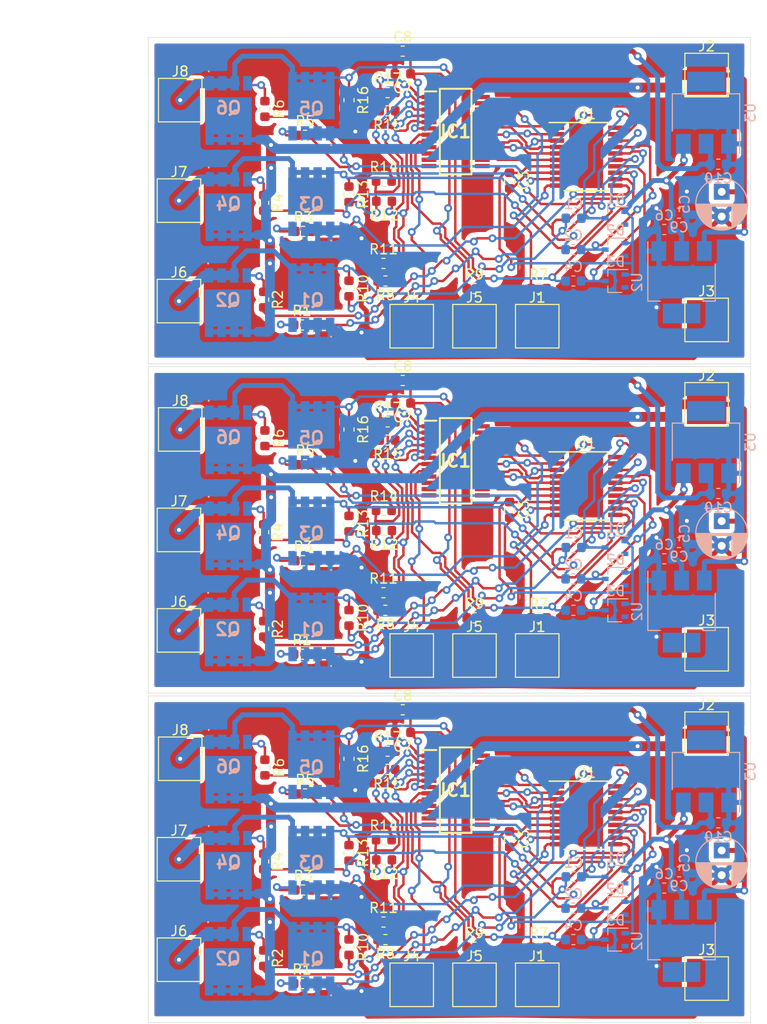
<source format=kicad_pcb>
(kicad_pcb (version 20171130) (host pcbnew "(5.1.5)-3")
  (layers (0 F.Cu signal) (31 B.Cu signal) (34 B.Paste user) (35 F.Paste user) (36 B.SilkS user) (37 F.SilkS user) (38 B.Mask user) (39 F.Mask user) (44 Edge.Cuts user))
  (net 0 "")
  (net 1 MOTOR_A)
  (net 2 VB1)
  (net 3 VB2)
  (net 4 MOTOR_B)
  (net 5 VCC)
  (net 6 GND)
  (net 7 MOTOR_C)
  (net 8 VB3)
  (net 9 +BATT)
  (net 10 +3V3)
  (net 11 MUX_C)
  (net 12 MUX_B)
  (net 13 MUX_A)
  (net 14 COM_ALL)
  (net 15 CLOCK)
  (net 16 DATA)
  (net 17 LIN3)
  (net 18 HIN3)
  (net 19 LIN2)
  (net 20 HIN2)
  (net 21 LIN1)
  (net 22 HIN1)
  (net 23 "Net-(IC1-Pad23)")
  (net 24 INPUT)
  (net 25 "Net-(Q1-Pad4)")
  (net 26 "Net-(Q2-Pad4)")
  (net 27 "Net-(Q3-Pad4)")
  (net 28 "Net-(Q4-Pad4)")
  (net 29 "Net-(Q5-Pad4)")
  (net 30 "Net-(Q6-Pad4)")
  (net 31 LO1)
  (net 32 HO1)
  (net 33 LO2)
  (net 34 HO2)
  (net 35 LO3)
  (net 36 HO3)
  (module Capacitor_SMD:C_0603_1608Metric (layer F.Cu) (at 66.3575 119.7495)
    (fp_text reference R3 (at 0 -1.43) (layer F.SilkS))
    (fp_text value 25)
    (pad 2 smd roundrect (at 0.7875 0) (size 0.875 0.95) (layers F.Cu F.Paste F.Mask) (net 33 LO2))
    (pad 1 smd roundrect (at -0.7875 0) (size 0.875 0.95) (layers F.Cu F.Paste F.Mask) (net 27 "Net-(Q3-Pad4)"))
  )
  (module Capacitor_SMD:C_0603_1608Metric (layer F.Cu) (at 66.3575 86.4495)
    (fp_text reference R3 (at 0 -1.43) (layer F.SilkS))
    (fp_text value 25)
    (pad 2 smd roundrect (at 0.7875 0) (size 0.875 0.95) (layers F.Cu F.Paste F.Mask) (net 33 LO2))
    (pad 1 smd roundrect (at -0.7875 0) (size 0.875 0.95) (layers F.Cu F.Paste F.Mask) (net 27 "Net-(Q3-Pad4)"))
  )
  (module TPH1R403NLL1Q (layer B.Cu) (at 58.7375 127.052)
    (fp_text reference Q2 (at 0 -0.362) (layer B.SilkS) (effects (font (size 1.27 1.27) (thickness 0.254)) (justify mirror)))
    (fp_text value TPH1R403NL,L1Q hide)
    (pad 9 smd rect (at 0 0.45 270) (size 3.75 4.7) (layers B.Cu B.Paste B.Mask))
    (pad 8 smd rect (at -1.905 2.85) (size 0.85 1.05) (layers B.Cu B.Paste B.Mask) (net 9 +BATT))
    (pad 7 smd rect (at -0.635 2.85) (size 0.85 1.05) (layers B.Cu B.Paste B.Mask) (net 9 +BATT))
    (pad 6 smd rect (at 0.635 2.85) (size 0.85 1.05) (layers B.Cu B.Paste B.Mask) (net 9 +BATT))
    (pad 5 smd rect (at 1.905 2.85) (size 0.85 1.05) (layers B.Cu B.Paste B.Mask) (net 9 +BATT))
    (pad 4 smd rect (at 1.905 -2.85) (size 0.85 1.45) (layers B.Cu B.Paste B.Mask) (net 26 "Net-(Q2-Pad4)"))
    (pad 3 smd rect (at 0.635 -2.85) (size 0.85 1.45) (layers B.Cu B.Paste B.Mask) (net 1 MOTOR_A))
    (pad 2 smd rect (at -0.635 -2.85) (size 0.85 1.45) (layers B.Cu B.Paste B.Mask) (net 1 MOTOR_A))
    (pad 1 smd rect (at -1.905 -2.85) (size 0.85 1.45) (layers B.Cu B.Paste B.Mask) (net 1 MOTOR_A))
  )
  (module TPH1R403NLL1Q (layer B.Cu) (at 58.7375 93.752)
    (fp_text reference Q2 (at 0 -0.362) (layer B.SilkS) (effects (font (size 1.27 1.27) (thickness 0.254)) (justify mirror)))
    (fp_text value TPH1R403NL,L1Q hide)
    (pad 9 smd rect (at 0 0.45 270) (size 3.75 4.7) (layers B.Cu B.Paste B.Mask))
    (pad 8 smd rect (at -1.905 2.85) (size 0.85 1.05) (layers B.Cu B.Paste B.Mask) (net 9 +BATT))
    (pad 7 smd rect (at -0.635 2.85) (size 0.85 1.05) (layers B.Cu B.Paste B.Mask) (net 9 +BATT))
    (pad 6 smd rect (at 0.635 2.85) (size 0.85 1.05) (layers B.Cu B.Paste B.Mask) (net 9 +BATT))
    (pad 5 smd rect (at 1.905 2.85) (size 0.85 1.05) (layers B.Cu B.Paste B.Mask) (net 9 +BATT))
    (pad 4 smd rect (at 1.905 -2.85) (size 0.85 1.45) (layers B.Cu B.Paste B.Mask) (net 26 "Net-(Q2-Pad4)"))
    (pad 3 smd rect (at 0.635 -2.85) (size 0.85 1.45) (layers B.Cu B.Paste B.Mask) (net 1 MOTOR_A))
    (pad 2 smd rect (at -0.635 -2.85) (size 0.85 1.45) (layers B.Cu B.Paste B.Mask) (net 1 MOTOR_A))
    (pad 1 smd rect (at -1.905 -2.85) (size 0.85 1.45) (layers B.Cu B.Paste B.Mask) (net 1 MOTOR_A))
  )
  (module Capacitor_SMD:C_0603_1608Metric (layer F.Cu) (at 62.357 126.6455 270)
    (fp_text reference R2 (at 0 -1.43 90) (layer F.SilkS))
    (fp_text value 25)
    (pad 1 smd roundrect (at -0.7875 0 270) (size 0.875 0.95) (layers F.Cu F.Paste F.Mask) (net 26 "Net-(Q2-Pad4)"))
    (pad 2 smd roundrect (at 0.7875 0 270) (size 0.875 0.95) (layers F.Cu F.Paste F.Mask) (net 32 HO1))
  )
  (module Capacitor_SMD:C_0603_1608Metric (layer F.Cu) (at 62.357 93.3455 270)
    (fp_text reference R2 (at 0 -1.43 90) (layer F.SilkS))
    (fp_text value 25)
    (pad 1 smd roundrect (at -0.7875 0 270) (size 0.875 0.95) (layers F.Cu F.Paste F.Mask) (net 26 "Net-(Q2-Pad4)"))
    (pad 2 smd roundrect (at 0.7875 0 270) (size 0.875 0.95) (layers F.Cu F.Paste F.Mask) (net 32 HO1))
  )
  (module TestPoint:TestPoint_Pad_4.0x4.0mm (layer F.Cu) (at 83.693 129.338)
    (fp_text reference J5 (at 0 -2.898) (layer F.SilkS))
    (fp_text value "CLK PAD")
    (pad 1 smd rect (at 0 0) (size 4 4) (layers F.Cu F.Mask) (net 15 CLOCK))
  )
  (module TestPoint:TestPoint_Pad_4.0x4.0mm (layer F.Cu) (at 83.693 96.038)
    (fp_text reference J5 (at 0 -2.898) (layer F.SilkS))
    (fp_text value "CLK PAD")
    (pad 1 smd rect (at 0 0) (size 4 4) (layers F.Cu F.Mask) (net 15 CLOCK))
  )
  (module TestPoint:TestPoint_Pad_4.0x4.0mm (layer F.Cu) (at 53.9115 106.478)
    (fp_text reference J8 (at 0 -2.898) (layer F.SilkS))
    (fp_text value "C PAD")
    (pad 1 smd rect (at 0 0) (size 4 4) (layers F.Cu F.Mask) (net 7 MOTOR_C))
  )
  (module TestPoint:TestPoint_Pad_4.0x4.0mm (layer F.Cu) (at 53.9115 73.178)
    (fp_text reference J8 (at 0 -2.898) (layer F.SilkS))
    (fp_text value "C PAD")
    (pad 1 smd rect (at 0 0) (size 4 4) (layers F.Cu F.Mask) (net 7 MOTOR_C))
  )
  (module Capacitor_SMD:C_0603_1608Metric (layer F.Cu) (at 66.2305 129.211)
    (fp_text reference R1 (at 0 -1.43) (layer F.SilkS))
    (fp_text value 25)
    (pad 2 smd roundrect (at 0.7875 0) (size 0.875 0.95) (layers F.Cu F.Paste F.Mask) (net 31 LO1))
    (pad 1 smd roundrect (at -0.7875 0) (size 0.875 0.95) (layers F.Cu F.Paste F.Mask) (net 25 "Net-(Q1-Pad4)"))
  )
  (module Capacitor_SMD:C_0603_1608Metric (layer F.Cu) (at 66.2305 95.911)
    (fp_text reference R1 (at 0 -1.43) (layer F.SilkS))
    (fp_text value 25)
    (pad 2 smd roundrect (at 0.7875 0) (size 0.875 0.95) (layers F.Cu F.Paste F.Mask) (net 31 LO1))
    (pad 1 smd roundrect (at -0.7875 0) (size 0.875 0.95) (layers F.Cu F.Paste F.Mask) (net 25 "Net-(Q1-Pad4)"))
  )
  (module TestPoint:TestPoint_Pad_4.0x4.0mm (layer F.Cu) (at 53.7845 116.638)
    (fp_text reference J7 (at 0 -2.898) (layer F.SilkS))
    (fp_text value "B PAD")
    (pad 1 smd rect (at 0 0) (size 4 4) (layers F.Cu F.Mask) (net 4 MOTOR_B))
  )
  (module TestPoint:TestPoint_Pad_4.0x4.0mm (layer F.Cu) (at 53.7845 83.338)
    (fp_text reference J7 (at 0 -2.898) (layer F.SilkS))
    (fp_text value "B PAD")
    (pad 1 smd rect (at 0 0) (size 4 4) (layers F.Cu F.Mask) (net 4 MOTOR_B))
  )
  (module TPH1R403NLL1Q (layer B.Cu) (at 67.183 116.638 180)
    (fp_text reference Q3 (at 0 -0.362) (layer B.SilkS) (effects (font (size 1.27 1.27) (thickness 0.254)) (justify mirror)))
    (fp_text value TPH1R403NL,L1Q hide)
    (pad 1 smd rect (at -1.905 -2.85 180) (size 0.85 1.45) (layers B.Cu B.Paste B.Mask) (net 6 GND))
    (pad 2 smd rect (at -0.635 -2.85 180) (size 0.85 1.45) (layers B.Cu B.Paste B.Mask) (net 6 GND))
    (pad 3 smd rect (at 0.635 -2.85 180) (size 0.85 1.45) (layers B.Cu B.Paste B.Mask) (net 6 GND))
    (pad 4 smd rect (at 1.905 -2.85 180) (size 0.85 1.45) (layers B.Cu B.Paste B.Mask) (net 27 "Net-(Q3-Pad4)"))
    (pad 5 smd rect (at 1.905 2.85 180) (size 0.85 1.05) (layers B.Cu B.Paste B.Mask) (net 4 MOTOR_B))
    (pad 6 smd rect (at 0.635 2.85 180) (size 0.85 1.05) (layers B.Cu B.Paste B.Mask) (net 4 MOTOR_B))
    (pad 7 smd rect (at -0.635 2.85 180) (size 0.85 1.05) (layers B.Cu B.Paste B.Mask) (net 4 MOTOR_B))
    (pad 8 smd rect (at -1.905 2.85 180) (size 0.85 1.05) (layers B.Cu B.Paste B.Mask) (net 4 MOTOR_B))
    (pad 9 smd rect (at 0 0.45 90) (size 3.75 4.7) (layers B.Cu B.Paste B.Mask))
  )
  (module TPH1R403NLL1Q (layer B.Cu) (at 67.183 83.338 180)
    (fp_text reference Q3 (at 0 -0.362) (layer B.SilkS) (effects (font (size 1.27 1.27) (thickness 0.254)) (justify mirror)))
    (fp_text value TPH1R403NL,L1Q hide)
    (pad 1 smd rect (at -1.905 -2.85 180) (size 0.85 1.45) (layers B.Cu B.Paste B.Mask) (net 6 GND))
    (pad 2 smd rect (at -0.635 -2.85 180) (size 0.85 1.45) (layers B.Cu B.Paste B.Mask) (net 6 GND))
    (pad 3 smd rect (at 0.635 -2.85 180) (size 0.85 1.45) (layers B.Cu B.Paste B.Mask) (net 6 GND))
    (pad 4 smd rect (at 1.905 -2.85 180) (size 0.85 1.45) (layers B.Cu B.Paste B.Mask) (net 27 "Net-(Q3-Pad4)"))
    (pad 5 smd rect (at 1.905 2.85 180) (size 0.85 1.05) (layers B.Cu B.Paste B.Mask) (net 4 MOTOR_B))
    (pad 6 smd rect (at 0.635 2.85 180) (size 0.85 1.05) (layers B.Cu B.Paste B.Mask) (net 4 MOTOR_B))
    (pad 7 smd rect (at -0.635 2.85 180) (size 0.85 1.05) (layers B.Cu B.Paste B.Mask) (net 4 MOTOR_B))
    (pad 8 smd rect (at -1.905 2.85 180) (size 0.85 1.05) (layers B.Cu B.Paste B.Mask) (net 4 MOTOR_B))
    (pad 9 smd rect (at 0 0.45 90) (size 3.75 4.7) (layers B.Cu B.Paste B.Mask))
  )
  (module TestPoint:TestPoint_Pad_4.0x4.0mm (layer F.Cu) (at 90.043 129.338)
    (fp_text reference J1 (at 0 -2.898) (layer F.SilkS))
    (fp_text value "SIGNAL PAD")
    (pad 1 smd rect (at 0 0) (size 4 4) (layers F.Cu F.Mask) (net 24 INPUT))
  )
  (module TestPoint:TestPoint_Pad_4.0x4.0mm (layer F.Cu) (at 90.043 96.038)
    (fp_text reference J1 (at 0 -2.898) (layer F.SilkS))
    (fp_text value "SIGNAL PAD")
    (pad 1 smd rect (at 0 0) (size 4 4) (layers F.Cu F.Mask) (net 24 INPUT))
  )
  (module TPH1R403NLL1Q (layer B.Cu) (at 58.801 107.621)
    (fp_text reference Q6 (at 0 -0.362) (layer B.SilkS) (effects (font (size 1.27 1.27) (thickness 0.254)) (justify mirror)))
    (fp_text value TPH1R403NL,L1Q hide)
    (pad 9 smd rect (at 0 0.45 270) (size 3.75 4.7) (layers B.Cu B.Paste B.Mask))
    (pad 8 smd rect (at -1.905 2.85) (size 0.85 1.05) (layers B.Cu B.Paste B.Mask) (net 9 +BATT))
    (pad 7 smd rect (at -0.635 2.85) (size 0.85 1.05) (layers B.Cu B.Paste B.Mask) (net 9 +BATT))
    (pad 6 smd rect (at 0.635 2.85) (size 0.85 1.05) (layers B.Cu B.Paste B.Mask) (net 9 +BATT))
    (pad 5 smd rect (at 1.905 2.85) (size 0.85 1.05) (layers B.Cu B.Paste B.Mask) (net 9 +BATT))
    (pad 4 smd rect (at 1.905 -2.85) (size 0.85 1.45) (layers B.Cu B.Paste B.Mask) (net 30 "Net-(Q6-Pad4)"))
    (pad 3 smd rect (at 0.635 -2.85) (size 0.85 1.45) (layers B.Cu B.Paste B.Mask) (net 7 MOTOR_C))
    (pad 2 smd rect (at -0.635 -2.85) (size 0.85 1.45) (layers B.Cu B.Paste B.Mask) (net 7 MOTOR_C))
    (pad 1 smd rect (at -1.905 -2.85) (size 0.85 1.45) (layers B.Cu B.Paste B.Mask) (net 7 MOTOR_C))
  )
  (module TPH1R403NLL1Q (layer B.Cu) (at 58.801 74.321)
    (fp_text reference Q6 (at 0 -0.362) (layer B.SilkS) (effects (font (size 1.27 1.27) (thickness 0.254)) (justify mirror)))
    (fp_text value TPH1R403NL,L1Q hide)
    (pad 9 smd rect (at 0 0.45 270) (size 3.75 4.7) (layers B.Cu B.Paste B.Mask))
    (pad 8 smd rect (at -1.905 2.85) (size 0.85 1.05) (layers B.Cu B.Paste B.Mask) (net 9 +BATT))
    (pad 7 smd rect (at -0.635 2.85) (size 0.85 1.05) (layers B.Cu B.Paste B.Mask) (net 9 +BATT))
    (pad 6 smd rect (at 0.635 2.85) (size 0.85 1.05) (layers B.Cu B.Paste B.Mask) (net 9 +BATT))
    (pad 5 smd rect (at 1.905 2.85) (size 0.85 1.05) (layers B.Cu B.Paste B.Mask) (net 9 +BATT))
    (pad 4 smd rect (at 1.905 -2.85) (size 0.85 1.45) (layers B.Cu B.Paste B.Mask) (net 30 "Net-(Q6-Pad4)"))
    (pad 3 smd rect (at 0.635 -2.85) (size 0.85 1.45) (layers B.Cu B.Paste B.Mask) (net 7 MOTOR_C))
    (pad 2 smd rect (at -0.635 -2.85) (size 0.85 1.45) (layers B.Cu B.Paste B.Mask) (net 7 MOTOR_C))
    (pad 1 smd rect (at -1.905 -2.85) (size 0.85 1.45) (layers B.Cu B.Paste B.Mask) (net 7 MOTOR_C))
  )
  (module TPH1R403NLL1Q (layer B.Cu) (at 67.183 106.986 180)
    (fp_text reference Q5 (at 0 -0.362) (layer B.SilkS) (effects (font (size 1.27 1.27) (thickness 0.254)) (justify mirror)))
    (fp_text value TPH1R403NL,L1Q hide)
    (pad 9 smd rect (at 0 0.45 90) (size 3.75 4.7) (layers B.Cu B.Paste B.Mask))
    (pad 8 smd rect (at -1.905 2.85 180) (size 0.85 1.05) (layers B.Cu B.Paste B.Mask) (net 7 MOTOR_C))
    (pad 7 smd rect (at -0.635 2.85 180) (size 0.85 1.05) (layers B.Cu B.Paste B.Mask) (net 7 MOTOR_C))
    (pad 6 smd rect (at 0.635 2.85 180) (size 0.85 1.05) (layers B.Cu B.Paste B.Mask) (net 7 MOTOR_C))
    (pad 5 smd rect (at 1.905 2.85 180) (size 0.85 1.05) (layers B.Cu B.Paste B.Mask) (net 7 MOTOR_C))
    (pad 4 smd rect (at 1.905 -2.85 180) (size 0.85 1.45) (layers B.Cu B.Paste B.Mask) (net 29 "Net-(Q5-Pad4)"))
    (pad 3 smd rect (at 0.635 -2.85 180) (size 0.85 1.45) (layers B.Cu B.Paste B.Mask) (net 6 GND))
    (pad 2 smd rect (at -0.635 -2.85 180) (size 0.85 1.45) (layers B.Cu B.Paste B.Mask) (net 6 GND))
    (pad 1 smd rect (at -1.905 -2.85 180) (size 0.85 1.45) (layers B.Cu B.Paste B.Mask) (net 6 GND))
  )
  (module TPH1R403NLL1Q (layer B.Cu) (at 67.183 73.686 180)
    (fp_text reference Q5 (at 0 -0.362) (layer B.SilkS) (effects (font (size 1.27 1.27) (thickness 0.254)) (justify mirror)))
    (fp_text value TPH1R403NL,L1Q hide)
    (pad 9 smd rect (at 0 0.45 90) (size 3.75 4.7) (layers B.Cu B.Paste B.Mask))
    (pad 8 smd rect (at -1.905 2.85 180) (size 0.85 1.05) (layers B.Cu B.Paste B.Mask) (net 7 MOTOR_C))
    (pad 7 smd rect (at -0.635 2.85 180) (size 0.85 1.05) (layers B.Cu B.Paste B.Mask) (net 7 MOTOR_C))
    (pad 6 smd rect (at 0.635 2.85 180) (size 0.85 1.05) (layers B.Cu B.Paste B.Mask) (net 7 MOTOR_C))
    (pad 5 smd rect (at 1.905 2.85 180) (size 0.85 1.05) (layers B.Cu B.Paste B.Mask) (net 7 MOTOR_C))
    (pad 4 smd rect (at 1.905 -2.85 180) (size 0.85 1.45) (layers B.Cu B.Paste B.Mask) (net 29 "Net-(Q5-Pad4)"))
    (pad 3 smd rect (at 0.635 -2.85 180) (size 0.85 1.45) (layers B.Cu B.Paste B.Mask) (net 6 GND))
    (pad 2 smd rect (at -0.635 -2.85 180) (size 0.85 1.45) (layers B.Cu B.Paste B.Mask) (net 6 GND))
    (pad 1 smd rect (at -1.905 -2.85 180) (size 0.85 1.45) (layers B.Cu B.Paste B.Mask) (net 6 GND))
  )
  (module TestPoint:TestPoint_Pad_4.0x4.0mm (layer F.Cu) (at 107.188 103.938)
    (fp_text reference J2 (at 0 -2.898) (layer F.SilkS))
    (fp_text value "+BAT PAD")
    (pad 1 smd rect (at 0 0) (size 4 4) (layers F.Cu F.Mask) (net 9 +BATT))
  )
  (module TestPoint:TestPoint_Pad_4.0x4.0mm (layer F.Cu) (at 107.188 70.638)
    (fp_text reference J2 (at 0 -2.898) (layer F.SilkS))
    (fp_text value "+BAT PAD")
    (pad 1 smd rect (at 0 0) (size 4 4) (layers F.Cu F.Mask) (net 9 +BATT))
  )
  (module TestPoint:TestPoint_Pad_4.0x4.0mm (layer F.Cu) (at 53.7845 126.798)
    (fp_text reference J6 (at 0 -2.898) (layer F.SilkS))
    (fp_text value "A PAD")
    (pad 1 smd rect (at 0 0) (size 4 4) (layers F.Cu F.Mask) (net 1 MOTOR_A))
  )
  (module TestPoint:TestPoint_Pad_4.0x4.0mm (layer F.Cu) (at 53.7845 93.498)
    (fp_text reference J6 (at 0 -2.898) (layer F.SilkS))
    (fp_text value "A PAD")
    (pad 1 smd rect (at 0 0) (size 4 4) (layers F.Cu F.Mask) (net 1 MOTOR_A))
  )
  (module SOP64P600X175-24N (layer F.Cu) (at 81.788 109.653)
    (fp_text reference IC1 (at 0 0) (layer F.SilkS) (effects (font (size 1.27 1.27) (thickness 0.254))))
    (fp_text value EFM8BB21F16G-C-QSOP24R hide)
    (pad 24 smd rect (at 2.7 -3.492 90) (size 0.435 1.5) (layers F.Cu F.Paste F.Mask))
    (pad 23 smd rect (at 2.7 -2.858 90) (size 0.435 1.5) (layers F.Cu F.Paste F.Mask) (net 23 "Net-(IC1-Pad23)"))
    (pad 22 smd rect (at 2.7 -2.222 90) (size 0.435 1.5) (layers F.Cu F.Paste F.Mask))
    (pad 21 smd rect (at 2.7 -1.588 90) (size 0.435 1.5) (layers F.Cu F.Paste F.Mask))
    (pad 20 smd rect (at 2.7 -0.952 90) (size 0.435 1.5) (layers F.Cu F.Paste F.Mask) (net 22 HIN1))
    (pad 19 smd rect (at 2.7 -0.318 90) (size 0.435 1.5) (layers F.Cu F.Paste F.Mask) (net 21 LIN1))
    (pad 18 smd rect (at 2.7 0.318 90) (size 0.435 1.5) (layers F.Cu F.Paste F.Mask) (net 20 HIN2))
    (pad 17 smd rect (at 2.7 0.952 90) (size 0.435 1.5) (layers F.Cu F.Paste F.Mask) (net 19 LIN2))
    (pad 16 smd rect (at 2.7 1.588 90) (size 0.435 1.5) (layers F.Cu F.Paste F.Mask) (net 18 HIN3))
    (pad 15 smd rect (at 2.7 2.222 90) (size 0.435 1.5) (layers F.Cu F.Paste F.Mask) (net 17 LIN3))
    (pad 14 smd rect (at 2.7 2.858 90) (size 0.435 1.5) (layers F.Cu F.Paste F.Mask))
    (pad 13 smd rect (at 2.7 3.492 90) (size 0.435 1.5) (layers F.Cu F.Paste F.Mask))
    (pad 12 smd rect (at -2.7 3.492 90) (size 0.435 1.5) (layers F.Cu F.Paste F.Mask))
    (pad 11 smd rect (at -2.7 2.858 90) (size 0.435 1.5) (layers F.Cu F.Paste F.Mask))
    (pad 10 smd rect (at -2.7 2.222 90) (size 0.435 1.5) (layers F.Cu F.Paste F.Mask))
    (pad 9 smd rect (at -2.7 1.588 90) (size 0.435 1.5) (layers F.Cu F.Paste F.Mask))
    (pad 8 smd rect (at -2.7 0.952 90) (size 0.435 1.5) (layers F.Cu F.Paste F.Mask) (net 16 DATA))
    (pad 7 smd rect (at -2.7 0.318 90) (size 0.435 1.5) (layers F.Cu F.Paste F.Mask) (net 15 CLOCK))
    (pad 6 smd rect (at -2.7 -0.318 90) (size 0.435 1.5) (layers F.Cu F.Paste F.Mask) (net 10 +3V3))
    (pad 5 smd rect (at -2.7 -0.952 90) (size 0.435 1.5) (layers F.Cu F.Paste F.Mask) (net 6 GND))
    (pad 4 smd rect (at -2.7 -1.588 90) (size 0.435 1.5) (layers F.Cu F.Paste F.Mask) (net 14 COM_ALL))
    (pad 3 smd rect (at -2.7 -2.222 90) (size 0.435 1.5) (layers F.Cu F.Paste F.Mask) (net 13 MUX_A))
    (pad 2 smd rect (at -2.7 -2.858 90) (size 0.435 1.5) (layers F.Cu F.Paste F.Mask) (net 12 MUX_B))
    (pad 1 smd rect (at -2.7 -3.492 90) (size 0.435 1.5) (layers F.Cu F.Paste F.Mask) (net 11 MUX_C))
  )
  (module SOP64P600X175-24N (layer F.Cu) (at 81.788 76.353)
    (fp_text reference IC1 (at 0 0) (layer F.SilkS) (effects (font (size 1.27 1.27) (thickness 0.254))))
    (fp_text value EFM8BB21F16G-C-QSOP24R hide)
    (pad 24 smd rect (at 2.7 -3.492 90) (size 0.435 1.5) (layers F.Cu F.Paste F.Mask))
    (pad 23 smd rect (at 2.7 -2.858 90) (size 0.435 1.5) (layers F.Cu F.Paste F.Mask) (net 23 "Net-(IC1-Pad23)"))
    (pad 22 smd rect (at 2.7 -2.222 90) (size 0.435 1.5) (layers F.Cu F.Paste F.Mask))
    (pad 21 smd rect (at 2.7 -1.588 90) (size 0.435 1.5) (layers F.Cu F.Paste F.Mask))
    (pad 20 smd rect (at 2.7 -0.952 90) (size 0.435 1.5) (layers F.Cu F.Paste F.Mask) (net 22 HIN1))
    (pad 19 smd rect (at 2.7 -0.318 90) (size 0.435 1.5) (layers F.Cu F.Paste F.Mask) (net 21 LIN1))
    (pad 18 smd rect (at 2.7 0.318 90) (size 0.435 1.5) (layers F.Cu F.Paste F.Mask) (net 20 HIN2))
    (pad 17 smd rect (at 2.7 0.952 90) (size 0.435 1.5) (layers F.Cu F.Paste F.Mask) (net 19 LIN2))
    (pad 16 smd rect (at 2.7 1.588 90) (size 0.435 1.5) (layers F.Cu F.Paste F.Mask) (net 18 HIN3))
    (pad 15 smd rect (at 2.7 2.222 90) (size 0.435 1.5) (layers F.Cu F.Paste F.Mask) (net 17 LIN3))
    (pad 14 smd rect (at 2.7 2.858 90) (size 0.435 1.5) (layers F.Cu F.Paste F.Mask))
    (pad 13 smd rect (at 2.7 3.492 90) (size 0.435 1.5) (layers F.Cu F.Paste F.Mask))
    (pad 12 smd rect (at -2.7 3.492 90) (size 0.435 1.5) (layers F.Cu F.Paste F.Mask))
    (pad 11 smd rect (at -2.7 2.858 90) (size 0.435 1.5) (layers F.Cu F.Paste F.Mask))
    (pad 10 smd rect (at -2.7 2.222 90) (size 0.435 1.5) (layers F.Cu F.Paste F.Mask))
    (pad 9 smd rect (at -2.7 1.588 90) (size 0.435 1.5) (layers F.Cu F.Paste F.Mask))
    (pad 8 smd rect (at -2.7 0.952 90) (size 0.435 1.5) (layers F.Cu F.Paste F.Mask) (net 16 DATA))
    (pad 7 smd rect (at -2.7 0.318 90) (size 0.435 1.5) (layers F.Cu F.Paste F.Mask) (net 15 CLOCK))
    (pad 6 smd rect (at -2.7 -0.318 90) (size 0.435 1.5) (layers F.Cu F.Paste F.Mask) (net 10 +3V3))
    (pad 5 smd rect (at -2.7 -0.952 90) (size 0.435 1.5) (layers F.Cu F.Paste F.Mask) (net 6 GND))
    (pad 4 smd rect (at -2.7 -1.588 90) (size 0.435 1.5) (layers F.Cu F.Paste F.Mask) (net 14 COM_ALL))
    (pad 3 smd rect (at -2.7 -2.222 90) (size 0.435 1.5) (layers F.Cu F.Paste F.Mask) (net 13 MUX_A))
    (pad 2 smd rect (at -2.7 -2.858 90) (size 0.435 1.5) (layers F.Cu F.Paste F.Mask) (net 12 MUX_B))
    (pad 1 smd rect (at -2.7 -3.492 90) (size 0.435 1.5) (layers F.Cu F.Paste F.Mask) (net 11 MUX_C))
  )
  (module TPH1R403NLL1Q (layer B.Cu) (at 67.183 126.348 180)
    (fp_text reference Q1 (at 0 -0.362) (layer B.SilkS) (effects (font (size 1.27 1.27) (thickness 0.254)) (justify mirror)))
    (fp_text value TPH1R403NL,L1Q hide)
    (pad 1 smd rect (at -1.905 -2.85 180) (size 0.85 1.45) (layers B.Cu B.Paste B.Mask) (net 6 GND))
    (pad 2 smd rect (at -0.635 -2.85 180) (size 0.85 1.45) (layers B.Cu B.Paste B.Mask) (net 6 GND))
    (pad 3 smd rect (at 0.635 -2.85 180) (size 0.85 1.45) (layers B.Cu B.Paste B.Mask) (net 6 GND))
    (pad 4 smd rect (at 1.905 -2.85 180) (size 0.85 1.45) (layers B.Cu B.Paste B.Mask) (net 25 "Net-(Q1-Pad4)"))
    (pad 5 smd rect (at 1.905 2.85 180) (size 0.85 1.05) (layers B.Cu B.Paste B.Mask) (net 1 MOTOR_A))
    (pad 6 smd rect (at 0.635 2.85 180) (size 0.85 1.05) (layers B.Cu B.Paste B.Mask) (net 1 MOTOR_A))
    (pad 7 smd rect (at -0.635 2.85 180) (size 0.85 1.05) (layers B.Cu B.Paste B.Mask) (net 1 MOTOR_A))
    (pad 8 smd rect (at -1.905 2.85 180) (size 0.85 1.05) (layers B.Cu B.Paste B.Mask) (net 1 MOTOR_A))
    (pad 9 smd rect (at 0 0.45 90) (size 3.75 4.7) (layers B.Cu B.Paste B.Mask))
  )
  (module TPH1R403NLL1Q (layer B.Cu) (at 67.183 93.048 180)
    (fp_text reference Q1 (at 0 -0.362) (layer B.SilkS) (effects (font (size 1.27 1.27) (thickness 0.254)) (justify mirror)))
    (fp_text value TPH1R403NL,L1Q hide)
    (pad 1 smd rect (at -1.905 -2.85 180) (size 0.85 1.45) (layers B.Cu B.Paste B.Mask) (net 6 GND))
    (pad 2 smd rect (at -0.635 -2.85 180) (size 0.85 1.45) (layers B.Cu B.Paste B.Mask) (net 6 GND))
    (pad 3 smd rect (at 0.635 -2.85 180) (size 0.85 1.45) (layers B.Cu B.Paste B.Mask) (net 6 GND))
    (pad 4 smd rect (at 1.905 -2.85 180) (size 0.85 1.45) (layers B.Cu B.Paste B.Mask) (net 25 "Net-(Q1-Pad4)"))
    (pad 5 smd rect (at 1.905 2.85 180) (size 0.85 1.05) (layers B.Cu B.Paste B.Mask) (net 1 MOTOR_A))
    (pad 6 smd rect (at 0.635 2.85 180) (size 0.85 1.05) (layers B.Cu B.Paste B.Mask) (net 1 MOTOR_A))
    (pad 7 smd rect (at -0.635 2.85 180) (size 0.85 1.05) (layers B.Cu B.Paste B.Mask) (net 1 MOTOR_A))
    (pad 8 smd rect (at -1.905 2.85 180) (size 0.85 1.05) (layers B.Cu B.Paste B.Mask) (net 1 MOTOR_A))
    (pad 9 smd rect (at 0 0.45 90) (size 3.75 4.7) (layers B.Cu B.Paste B.Mask))
  )
  (module TestPoint:TestPoint_Pad_4.0x4.0mm (layer F.Cu) (at 77.343 129.338)
    (fp_text reference J4 (at 0 -2.898) (layer F.SilkS))
    (fp_text value "RX PAD")
    (pad 1 smd rect (at 0 0) (size 4 4) (layers F.Cu F.Mask) (net 16 DATA))
  )
  (module TestPoint:TestPoint_Pad_4.0x4.0mm (layer F.Cu) (at 77.343 96.038)
    (fp_text reference J4 (at 0 -2.898) (layer F.SilkS))
    (fp_text value "RX PAD")
    (pad 1 smd rect (at 0 0) (size 4 4) (layers F.Cu F.Mask) (net 16 DATA))
  )
  (module TPH1R403NLL1Q (layer B.Cu) (at 58.801 117.3365)
    (fp_text reference Q4 (at 0 -0.362) (layer B.SilkS) (effects (font (size 1.27 1.27) (thickness 0.254)) (justify mirror)))
    (fp_text value TPH1R403NL,L1Q hide)
    (pad 1 smd rect (at -1.905 -2.85) (size 0.85 1.45) (layers B.Cu B.Paste B.Mask) (net 4 MOTOR_B))
    (pad 2 smd rect (at -0.635 -2.85) (size 0.85 1.45) (layers B.Cu B.Paste B.Mask) (net 4 MOTOR_B))
    (pad 3 smd rect (at 0.635 -2.85) (size 0.85 1.45) (layers B.Cu B.Paste B.Mask) (net 4 MOTOR_B))
    (pad 4 smd rect (at 1.905 -2.85) (size 0.85 1.45) (layers B.Cu B.Paste B.Mask) (net 28 "Net-(Q4-Pad4)"))
    (pad 5 smd rect (at 1.905 2.85) (size 0.85 1.05) (layers B.Cu B.Paste B.Mask) (net 9 +BATT))
    (pad 6 smd rect (at 0.635 2.85) (size 0.85 1.05) (layers B.Cu B.Paste B.Mask) (net 9 +BATT))
    (pad 7 smd rect (at -0.635 2.85) (size 0.85 1.05) (layers B.Cu B.Paste B.Mask) (net 9 +BATT))
    (pad 8 smd rect (at -1.905 2.85) (size 0.85 1.05) (layers B.Cu B.Paste B.Mask) (net 9 +BATT))
    (pad 9 smd rect (at 0 0.45 270) (size 3.75 4.7) (layers B.Cu B.Paste B.Mask))
  )
  (module TPH1R403NLL1Q (layer B.Cu) (at 58.801 84.0365)
    (fp_text reference Q4 (at 0 -0.362) (layer B.SilkS) (effects (font (size 1.27 1.27) (thickness 0.254)) (justify mirror)))
    (fp_text value TPH1R403NL,L1Q hide)
    (pad 1 smd rect (at -1.905 -2.85) (size 0.85 1.45) (layers B.Cu B.Paste B.Mask) (net 4 MOTOR_B))
    (pad 2 smd rect (at -0.635 -2.85) (size 0.85 1.45) (layers B.Cu B.Paste B.Mask) (net 4 MOTOR_B))
    (pad 3 smd rect (at 0.635 -2.85) (size 0.85 1.45) (layers B.Cu B.Paste B.Mask) (net 4 MOTOR_B))
    (pad 4 smd rect (at 1.905 -2.85) (size 0.85 1.45) (layers B.Cu B.Paste B.Mask) (net 28 "Net-(Q4-Pad4)"))
    (pad 5 smd rect (at 1.905 2.85) (size 0.85 1.05) (layers B.Cu B.Paste B.Mask) (net 9 +BATT))
    (pad 6 smd rect (at 0.635 2.85) (size 0.85 1.05) (layers B.Cu B.Paste B.Mask) (net 9 +BATT))
    (pad 7 smd rect (at -0.635 2.85) (size 0.85 1.05) (layers B.Cu B.Paste B.Mask) (net 9 +BATT))
    (pad 8 smd rect (at -1.905 2.85) (size 0.85 1.05) (layers B.Cu B.Paste B.Mask) (net 9 +BATT))
    (pad 9 smd rect (at 0 0.45 270) (size 3.75 4.7) (layers B.Cu B.Paste B.Mask))
  )
  (module TestPoint:TestPoint_Pad_4.0x4.0mm (layer F.Cu) (at 107.188 128.703)
    (fp_text reference J3 (at 0 -2.898) (layer F.SilkS))
    (fp_text value "-BAT PAD")
    (pad 1 smd rect (at 0 0) (size 4 4) (layers F.Cu F.Mask) (net 6 GND))
  )
  (module TestPoint:TestPoint_Pad_4.0x4.0mm (layer F.Cu) (at 107.188 95.403)
    (fp_text reference J3 (at 0 -2.898) (layer F.SilkS))
    (fp_text value "-BAT PAD")
    (pad 1 smd rect (at 0 0) (size 4 4) (layers F.Cu F.Mask) (net 6 GND))
  )
  (module Package_TO_SOT_SMD:SOT-323_SC-70 (layer B.Cu) (at 97.917 118.416 180)
    (fp_text reference D1 (at -0.05 1.95) (layer B.SilkS) (effects (justify mirror)))
    (fp_text value BAT54W)
    (pad 3 smd rect (at 1 0 270) (size 0.45 0.7) (layers B.Cu B.Paste B.Mask) (net 2 VB1))
    (pad 2 smd rect (at -1 -0.65 270) (size 0.45 0.7) (layers B.Cu B.Paste B.Mask))
    (pad 1 smd rect (at -1 0.65 270) (size 0.45 0.7) (layers B.Cu B.Paste B.Mask) (net 5 VCC))
  )
  (module Package_TO_SOT_SMD:SOT-323_SC-70 (layer B.Cu) (at 97.917 85.116 180)
    (fp_text reference D1 (at -0.05 1.95) (layer B.SilkS) (effects (justify mirror)))
    (fp_text value BAT54W)
    (pad 3 smd rect (at 1 0 270) (size 0.45 0.7) (layers B.Cu B.Paste B.Mask) (net 2 VB1))
    (pad 2 smd rect (at -1 -0.65 270) (size 0.45 0.7) (layers B.Cu B.Paste B.Mask))
    (pad 1 smd rect (at -1 0.65 270) (size 0.45 0.7) (layers B.Cu B.Paste B.Mask) (net 5 VCC))
  )
  (module Capacitor_SMD:C_0603_1608Metric (layer B.Cu) (at 108.369 112.955)
    (fp_text reference C10 (at 0 1.43 180) (layer B.SilkS) (effects (justify mirror)))
    (fp_text value 10uF)
    (pad 1 smd roundrect (at -0.7875 0) (size 0.875 0.95) (layers B.Cu B.Paste B.Mask) (net 10 +3V3))
    (pad 2 smd roundrect (at 0.7875 0) (size 0.875 0.95) (layers B.Cu B.Paste B.Mask) (net 6 GND))
  )
  (module Capacitor_SMD:C_0603_1608Metric (layer B.Cu) (at 108.369 79.655)
    (fp_text reference C10 (at 0 1.43 180) (layer B.SilkS) (effects (justify mirror)))
    (fp_text value 10uF)
    (pad 1 smd roundrect (at -0.7875 0) (size 0.875 0.95) (layers B.Cu B.Paste B.Mask) (net 10 +3V3))
    (pad 2 smd roundrect (at 0.7875 0) (size 0.875 0.95) (layers B.Cu B.Paste B.Mask) (net 6 GND))
  )
  (module Capacitor_THT:CP_Radial_D5.0mm_P2.50mm (layer B.Cu) (at 108.712 115.749 270)
    (fp_text reference C5 (at 1.25 3.75 90) (layer B.SilkS) (effects (justify mirror)))
    (fp_text value 10uF)
    (pad 1 thru_hole rect (at 0 0 270) (size 1.6 1.6) (drill 0.8) (layers *.Cu *.Mask) (net 9 +BATT))
    (pad 2 thru_hole circle (at 2.5 0 270) (size 1.6 1.6) (drill 0.8) (layers *.Cu *.Mask) (net 6 GND))
  )
  (module Capacitor_THT:CP_Radial_D5.0mm_P2.50mm (layer B.Cu) (at 108.712 82.449 270)
    (fp_text reference C5 (at 1.25 3.75 90) (layer B.SilkS) (effects (justify mirror)))
    (fp_text value 10uF)
    (pad 1 thru_hole rect (at 0 0 270) (size 1.6 1.6) (drill 0.8) (layers *.Cu *.Mask) (net 9 +BATT))
    (pad 2 thru_hole circle (at 2.5 0 270) (size 1.6 1.6) (drill 0.8) (layers *.Cu *.Mask) (net 6 GND))
  )
  (module Capacitor_SMD:C_0603_1608Metric (layer F.Cu) (at 76.4285 103.811 180)
    (fp_text reference C7 (at 0 -1.43) (layer F.SilkS))
    (fp_text value 0.1uF)
    (pad 2 smd roundrect (at 0.7875 0 180) (size 0.875 0.95) (layers F.Cu F.Paste F.Mask) (net 6 GND))
    (pad 1 smd roundrect (at -0.7875 0 180) (size 0.875 0.95) (layers F.Cu F.Paste F.Mask) (net 10 +3V3))
  )
  (module Capacitor_SMD:C_0603_1608Metric (layer F.Cu) (at 76.4285 70.511 180)
    (fp_text reference C7 (at 0 -1.43) (layer F.SilkS))
    (fp_text value 0.1uF)
    (pad 2 smd roundrect (at 0.7875 0 180) (size 0.875 0.95) (layers F.Cu F.Paste F.Mask) (net 6 GND))
    (pad 1 smd roundrect (at -0.7875 0 180) (size 0.875 0.95) (layers F.Cu F.Paste F.Mask) (net 10 +3V3))
  )
  (module Capacitor_SMD:C_0603_1608Metric (layer B.Cu) (at 102.8955 119.559 180)
    (fp_text reference C6 (at 0 1.43 180) (layer B.SilkS) (effects (justify mirror)))
    (fp_text value 10uF)
    (pad 2 smd roundrect (at 0.7875 0 180) (size 0.875 0.95) (layers B.Cu B.Paste B.Mask) (net 6 GND))
    (pad 1 smd roundrect (at -0.7875 0 180) (size 0.875 0.95) (layers B.Cu B.Paste B.Mask) (net 5 VCC))
  )
  (module Capacitor_SMD:C_0603_1608Metric (layer B.Cu) (at 102.8955 86.259 180)
    (fp_text reference C6 (at 0 1.43 180) (layer B.SilkS) (effects (justify mirror)))
    (fp_text value 10uF)
    (pad 2 smd roundrect (at 0.7875 0 180) (size 0.875 0.95) (layers B.Cu B.Paste B.Mask) (net 6 GND))
    (pad 1 smd roundrect (at -0.7875 0 180) (size 0.875 0.95) (layers B.Cu B.Paste B.Mask) (net 5 VCC))
  )
  (module Capacitor_SMD:C_0603_1608Metric (layer F.Cu) (at 87.249 114.606 270)
    (fp_text reference C3 (at 0 -1.43 90) (layer F.SilkS))
    (fp_text value 10uF)
    (pad 1 smd roundrect (at -0.7875 0 270) (size 0.875 0.95) (layers F.Cu F.Paste F.Mask) (net 5 VCC))
    (pad 2 smd roundrect (at 0.7875 0 270) (size 0.875 0.95) (layers F.Cu F.Paste F.Mask) (net 6 GND))
  )
  (module Capacitor_SMD:C_0603_1608Metric (layer F.Cu) (at 87.249 81.306 270)
    (fp_text reference C3 (at 0 -1.43 90) (layer F.SilkS))
    (fp_text value 10uF)
    (pad 1 smd roundrect (at -0.7875 0 270) (size 0.875 0.95) (layers F.Cu F.Paste F.Mask) (net 5 VCC))
    (pad 2 smd roundrect (at 0.7875 0 270) (size 0.875 0.95) (layers F.Cu F.Paste F.Mask) (net 6 GND))
  )
  (module Capacitor_SMD:C_0603_1608Metric (layer B.Cu) (at 93.726 118.416 180)
    (fp_text reference C1 (at 0 1.43) (layer B.SilkS) (effects (justify mirror)))
    (fp_text value 1uF)
    (pad 2 smd roundrect (at 0.7875 0 180) (size 0.875 0.95) (layers B.Cu B.Paste B.Mask) (net 1 MOTOR_A))
    (pad 1 smd roundrect (at -0.7875 0 180) (size 0.875 0.95) (layers B.Cu B.Paste B.Mask) (net 2 VB1))
  )
  (module Capacitor_SMD:C_0603_1608Metric (layer B.Cu) (at 93.726 85.116 180)
    (fp_text reference C1 (at 0 1.43) (layer B.SilkS) (effects (justify mirror)))
    (fp_text value 1uF)
    (pad 2 smd roundrect (at 0.7875 0 180) (size 0.875 0.95) (layers B.Cu B.Paste B.Mask) (net 1 MOTOR_A))
    (pad 1 smd roundrect (at -0.7875 0 180) (size 0.875 0.95) (layers B.Cu B.Paste B.Mask) (net 2 VB1))
  )
  (module Capacitor_SMD:C_0603_1608Metric (layer B.Cu) (at 104.394 117.908)
    (fp_text reference C9 (at 0 1.43 180) (layer B.SilkS) (effects (justify mirror)))
    (fp_text value 10uF)
    (pad 2 smd roundrect (at 0.7875 0) (size 0.875 0.95) (layers B.Cu B.Paste B.Mask) (net 6 GND))
    (pad 1 smd roundrect (at -0.7875 0) (size 0.875 0.95) (layers B.Cu B.Paste B.Mask) (net 5 VCC))
  )
  (module Capacitor_SMD:C_0603_1608Metric (layer B.Cu) (at 104.394 84.608)
    (fp_text reference C9 (at 0 1.43 180) (layer B.SilkS) (effects (justify mirror)))
    (fp_text value 10uF)
    (pad 2 smd roundrect (at 0.7875 0) (size 0.875 0.95) (layers B.Cu B.Paste B.Mask) (net 6 GND))
    (pad 1 smd roundrect (at -0.7875 0) (size 0.875 0.95) (layers B.Cu B.Paste B.Mask) (net 5 VCC))
  )
  (module Capacitor_SMD:C_0603_1608Metric (layer F.Cu) (at 76.4285 101.525)
    (fp_text reference C8 (at 0 -1.43) (layer F.SilkS))
    (fp_text value 4.7uF)
    (pad 2 smd roundrect (at 0.7875 0) (size 0.875 0.95) (layers F.Cu F.Paste F.Mask) (net 10 +3V3))
    (pad 1 smd roundrect (at -0.7875 0) (size 0.875 0.95) (layers F.Cu F.Paste F.Mask) (net 6 GND))
  )
  (module Capacitor_SMD:C_0603_1608Metric (layer F.Cu) (at 76.4285 68.225)
    (fp_text reference C8 (at 0 -1.43) (layer F.SilkS))
    (fp_text value 4.7uF)
    (pad 2 smd roundrect (at 0.7875 0) (size 0.875 0.95) (layers F.Cu F.Paste F.Mask) (net 10 +3V3))
    (pad 1 smd roundrect (at -0.7875 0) (size 0.875 0.95) (layers F.Cu F.Paste F.Mask) (net 6 GND))
  )
  (module Capacitor_SMD:C_0603_1608Metric (layer B.Cu) (at 93.7005 124.766 180)
    (fp_text reference C4 (at 0 1.43) (layer B.SilkS) (effects (justify mirror)))
    (fp_text value 1uF)
    (pad 1 smd roundrect (at -0.7875 0 180) (size 0.875 0.95) (layers B.Cu B.Paste B.Mask) (net 8 VB3))
    (pad 2 smd roundrect (at 0.7875 0 180) (size 0.875 0.95) (layers B.Cu B.Paste B.Mask) (net 7 MOTOR_C))
  )
  (module Capacitor_SMD:C_0603_1608Metric (layer B.Cu) (at 93.7005 91.466 180)
    (fp_text reference C4 (at 0 1.43) (layer B.SilkS) (effects (justify mirror)))
    (fp_text value 1uF)
    (pad 1 smd roundrect (at -0.7875 0 180) (size 0.875 0.95) (layers B.Cu B.Paste B.Mask) (net 8 VB3))
    (pad 2 smd roundrect (at 0.7875 0 180) (size 0.875 0.95) (layers B.Cu B.Paste B.Mask) (net 7 MOTOR_C))
  )
  (module Package_TO_SOT_SMD:SOT-323_SC-70 (layer B.Cu) (at 97.917 124.766 180)
    (fp_text reference D3 (at -0.05 1.95) (layer B.SilkS) (effects (justify mirror)))
    (fp_text value BAT54W)
    (pad 1 smd rect (at -1 0.65 270) (size 0.45 0.7) (layers B.Cu B.Paste B.Mask) (net 5 VCC))
    (pad 2 smd rect (at -1 -0.65 270) (size 0.45 0.7) (layers B.Cu B.Paste B.Mask))
    (pad 3 smd rect (at 1 0 270) (size 0.45 0.7) (layers B.Cu B.Paste B.Mask) (net 8 VB3))
  )
  (module Package_TO_SOT_SMD:SOT-323_SC-70 (layer B.Cu) (at 97.917 91.466 180)
    (fp_text reference D3 (at -0.05 1.95) (layer B.SilkS) (effects (justify mirror)))
    (fp_text value BAT54W)
    (pad 1 smd rect (at -1 0.65 270) (size 0.45 0.7) (layers B.Cu B.Paste B.Mask) (net 5 VCC))
    (pad 2 smd rect (at -1 -0.65 270) (size 0.45 0.7) (layers B.Cu B.Paste B.Mask))
    (pad 3 smd rect (at 1 0 270) (size 0.45 0.7) (layers B.Cu B.Paste B.Mask) (net 8 VB3))
  )
  (module Package_TO_SOT_SMD:SOT-323_SC-70 (layer B.Cu) (at 97.917 121.591 180)
    (fp_text reference D2 (at -0.05 1.95) (layer B.SilkS) (effects (justify mirror)))
    (fp_text value BAT54W)
    (pad 3 smd rect (at 1 0 270) (size 0.45 0.7) (layers B.Cu B.Paste B.Mask) (net 3 VB2))
    (pad 2 smd rect (at -1 -0.65 270) (size 0.45 0.7) (layers B.Cu B.Paste B.Mask))
    (pad 1 smd rect (at -1 0.65 270) (size 0.45 0.7) (layers B.Cu B.Paste B.Mask) (net 5 VCC))
  )
  (module Package_TO_SOT_SMD:SOT-323_SC-70 (layer B.Cu) (at 97.917 88.291 180)
    (fp_text reference D2 (at -0.05 1.95) (layer B.SilkS) (effects (justify mirror)))
    (fp_text value BAT54W)
    (pad 3 smd rect (at 1 0 270) (size 0.45 0.7) (layers B.Cu B.Paste B.Mask) (net 3 VB2))
    (pad 2 smd rect (at -1 -0.65 270) (size 0.45 0.7) (layers B.Cu B.Paste B.Mask))
    (pad 1 smd rect (at -1 0.65 270) (size 0.45 0.7) (layers B.Cu B.Paste B.Mask) (net 5 VCC))
  )
  (module Capacitor_SMD:C_0603_1608Metric (layer B.Cu) (at 93.7005 121.591 180)
    (fp_text reference C2 (at 0 1.43) (layer B.SilkS) (effects (justify mirror)))
    (fp_text value 1uF)
    (pad 1 smd roundrect (at -0.7875 0 180) (size 0.875 0.95) (layers B.Cu B.Paste B.Mask) (net 3 VB2))
    (pad 2 smd roundrect (at 0.7875 0 180) (size 0.875 0.95) (layers B.Cu B.Paste B.Mask) (net 4 MOTOR_B))
  )
  (module Capacitor_SMD:C_0603_1608Metric (layer B.Cu) (at 93.7005 88.291 180)
    (fp_text reference C2 (at 0 1.43) (layer B.SilkS) (effects (justify mirror)))
    (fp_text value 1uF)
    (pad 1 smd roundrect (at -0.7875 0 180) (size 0.875 0.95) (layers B.Cu B.Paste B.Mask) (net 3 VB2))
    (pad 2 smd roundrect (at 0.7875 0 180) (size 0.875 0.95) (layers B.Cu B.Paste B.Mask) (net 4 MOTOR_B))
  )
  (module Package_SO:TSSOP-20_4.4x6.5mm_P0.65mm (layer F.Cu) (at 94.996 112.193)
    (fp_text reference U1 (at 0 -4.3) (layer F.SilkS))
    (fp_text value FD6288T)
    (pad 20 smd rect (at 2.95 -2.925) (size 1.45 0.45) (layers F.Cu F.Paste F.Mask) (net 2 VB1))
    (pad 19 smd rect (at 2.95 -2.275) (size 1.45 0.45) (layers F.Cu F.Paste F.Mask) (net 32 HO1))
    (pad 18 smd rect (at 2.95 -1.625) (size 1.45 0.45) (layers F.Cu F.Paste F.Mask) (net 1 MOTOR_A))
    (pad 17 smd rect (at 2.95 -0.975) (size 1.45 0.45) (layers F.Cu F.Paste F.Mask) (net 3 VB2))
    (pad 16 smd rect (at 2.95 -0.325) (size 1.45 0.45) (layers F.Cu F.Paste F.Mask) (net 34 HO2))
    (pad 15 smd rect (at 2.95 0.325) (size 1.45 0.45) (layers F.Cu F.Paste F.Mask) (net 4 MOTOR_B))
    (pad 14 smd rect (at 2.95 0.975) (size 1.45 0.45) (layers F.Cu F.Paste F.Mask) (net 8 VB3))
    (pad 13 smd rect (at 2.95 1.625) (size 1.45 0.45) (layers F.Cu F.Paste F.Mask) (net 36 HO3))
    (pad 12 smd rect (at 2.95 2.275) (size 1.45 0.45) (layers F.Cu F.Paste F.Mask) (net 7 MOTOR_C))
    (pad 11 smd rect (at 2.95 2.925) (size 1.45 0.45) (layers F.Cu F.Paste F.Mask) (net 31 LO1))
    (pad 10 smd rect (at -2.95 2.925) (size 1.45 0.45) (layers F.Cu F.Paste F.Mask) (net 33 LO2))
    (pad 9 smd rect (at -2.95 2.275) (size 1.45 0.45) (layers F.Cu F.Paste F.Mask) (net 35 LO3))
    (pad 8 smd rect (at -2.95 1.625) (size 1.45 0.45) (layers F.Cu F.Paste F.Mask) (net 6 GND))
    (pad 7 smd rect (at -2.95 0.975) (size 1.45 0.45) (layers F.Cu F.Paste F.Mask) (net 5 VCC))
    (pad 6 smd rect (at -2.95 0.325) (size 1.45 0.45) (layers F.Cu F.Paste F.Mask) (net 17 LIN3))
    (pad 5 smd rect (at -2.95 -0.325) (size 1.45 0.45) (layers F.Cu F.Paste F.Mask) (net 19 LIN2))
    (pad 4 smd rect (at -2.95 -0.975) (size 1.45 0.45) (layers F.Cu F.Paste F.Mask) (net 21 LIN1))
    (pad 3 smd rect (at -2.95 -1.625) (size 1.45 0.45) (layers F.Cu F.Paste F.Mask) (net 18 HIN3))
    (pad 2 smd rect (at -2.95 -2.275) (size 1.45 0.45) (layers F.Cu F.Paste F.Mask) (net 20 HIN2))
    (pad 1 smd rect (at -2.95 -2.925) (size 1.45 0.45) (layers F.Cu F.Paste F.Mask) (net 22 HIN1))
  )
  (module Package_SO:TSSOP-20_4.4x6.5mm_P0.65mm (layer F.Cu) (at 94.996 78.893)
    (fp_text reference U1 (at 0 -4.3) (layer F.SilkS))
    (fp_text value FD6288T)
    (pad 20 smd rect (at 2.95 -2.925) (size 1.45 0.45) (layers F.Cu F.Paste F.Mask) (net 2 VB1))
    (pad 19 smd rect (at 2.95 -2.275) (size 1.45 0.45) (layers F.Cu F.Paste F.Mask) (net 32 HO1))
    (pad 18 smd rect (at 2.95 -1.625) (size 1.45 0.45) (layers F.Cu F.Paste F.Mask) (net 1 MOTOR_A))
    (pad 17 smd rect (at 2.95 -0.975) (size 1.45 0.45) (layers F.Cu F.Paste F.Mask) (net 3 VB2))
    (pad 16 smd rect (at 2.95 -0.325) (size 1.45 0.45) (layers F.Cu F.Paste F.Mask) (net 34 HO2))
    (pad 15 smd rect (at 2.95 0.325) (size 1.45 0.45) (layers F.Cu F.Paste F.Mask) (net 4 MOTOR_B))
    (pad 14 smd rect (at 2.95 0.975) (size 1.45 0.45) (layers F.Cu F.Paste F.Mask) (net 8 VB3))
    (pad 13 smd rect (at 2.95 1.625) (size 1.45 0.45) (layers F.Cu F.Paste F.Mask) (net 36 HO3))
    (pad 12 smd rect (at 2.95 2.275) (size 1.45 0.45) (layers F.Cu F.Paste F.Mask) (net 7 MOTOR_C))
    (pad 11 smd rect (at 2.95 2.925) (size 1.45 0.45) (layers F.Cu F.Paste F.Mask) (net 31 LO1))
    (pad 10 smd rect (at -2.95 2.925) (size 1.45 0.45) (layers F.Cu F.Paste F.Mask) (net 33 LO2))
    (pad 9 smd rect (at -2.95 2.275) (size 1.45 0.45) (layers F.Cu F.Paste F.Mask) (net 35 LO3))
    (pad 8 smd rect (at -2.95 1.625) (size 1.45 0.45) (layers F.Cu F.Paste F.Mask) (net 6 GND))
    (pad 7 smd rect (at -2.95 0.975) (size 1.45 0.45) (layers F.Cu F.Paste F.Mask) (net 5 VCC))
    (pad 6 smd rect (at -2.95 0.325) (size 1.45 0.45) (layers F.Cu F.Paste F.Mask) (net 17 LIN3))
    (pad 5 smd rect (at -2.95 -0.325) (size 1.45 0.45) (layers F.Cu F.Paste F.Mask) (net 19 LIN2))
    (pad 4 smd rect (at -2.95 -0.975) (size 1.45 0.45) (layers F.Cu F.Paste F.Mask) (net 21 LIN1))
    (pad 3 smd rect (at -2.95 -1.625) (size 1.45 0.45) (layers F.Cu F.Paste F.Mask) (net 18 HIN3))
    (pad 2 smd rect (at -2.95 -2.275) (size 1.45 0.45) (layers F.Cu F.Paste F.Mask) (net 20 HIN2))
    (pad 1 smd rect (at -2.95 -2.925) (size 1.45 0.45) (layers F.Cu F.Paste F.Mask) (net 22 HIN1))
  )
  (module Capacitor_SMD:C_0603_1608Metric (layer F.Cu) (at 70.993 125.528 270)
    (fp_text reference R10 (at 0 -1.43 90) (layer F.SilkS))
    (fp_text value 10k)
    (pad 1 smd roundrect (at -0.7875 0 270) (size 0.875 0.95) (layers F.Cu F.Paste F.Mask) (net 1 MOTOR_A))
    (pad 2 smd roundrect (at 0.7875 0 270) (size 0.875 0.95) (layers F.Cu F.Paste F.Mask) (net 13 MUX_A))
  )
  (module Capacitor_SMD:C_0603_1608Metric (layer F.Cu) (at 70.993 92.228 270)
    (fp_text reference R10 (at 0 -1.43 90) (layer F.SilkS))
    (fp_text value 10k)
    (pad 1 smd roundrect (at -0.7875 0 270) (size 0.875 0.95) (layers F.Cu F.Paste F.Mask) (net 1 MOTOR_A))
    (pad 2 smd roundrect (at 0.7875 0 270) (size 0.875 0.95) (layers F.Cu F.Paste F.Mask) (net 13 MUX_A))
  )
  (module Capacitor_SMD:C_0603_1608Metric (layer F.Cu) (at 74.9045 105.716)
    (fp_text reference R17 (at 0 -1.43) (layer F.SilkS))
    (fp_text value 1k)
    (pad 2 smd roundrect (at 0.7875 0) (size 0.875 0.95) (layers F.Cu F.Paste F.Mask) (net 6 GND))
    (pad 1 smd roundrect (at -0.7875 0) (size 0.875 0.95) (layers F.Cu F.Paste F.Mask) (net 11 MUX_C))
  )
  (module Capacitor_SMD:C_0603_1608Metric (layer F.Cu) (at 74.9045 72.416)
    (fp_text reference R17 (at 0 -1.43) (layer F.SilkS))
    (fp_text value 1k)
    (pad 2 smd roundrect (at 0.7875 0) (size 0.875 0.95) (layers F.Cu F.Paste F.Mask) (net 6 GND))
    (pad 1 smd roundrect (at -0.7875 0) (size 0.875 0.95) (layers F.Cu F.Paste F.Mask) (net 11 MUX_C))
  )
  (module Capacitor_SMD:C_0603_1608Metric (layer F.Cu) (at 74.4855 122.988)
    (fp_text reference R11 (at 0 -1.43) (layer F.SilkS))
    (fp_text value 1k)
    (pad 2 smd roundrect (at 0.7875 0) (size 0.875 0.95) (layers F.Cu F.Paste F.Mask) (net 6 GND))
    (pad 1 smd roundrect (at -0.7875 0) (size 0.875 0.95) (layers F.Cu F.Paste F.Mask) (net 13 MUX_A))
  )
  (module Capacitor_SMD:C_0603_1608Metric (layer F.Cu) (at 74.4855 89.688)
    (fp_text reference R11 (at 0 -1.43) (layer F.SilkS))
    (fp_text value 1k)
    (pad 2 smd roundrect (at 0.7875 0) (size 0.875 0.95) (layers F.Cu F.Paste F.Mask) (net 6 GND))
    (pad 1 smd roundrect (at -0.7875 0) (size 0.875 0.95) (layers F.Cu F.Paste F.Mask) (net 13 MUX_A))
  )
  (module Capacitor_SMD:C_0603_1608Metric (layer F.Cu) (at 62.357 116.8665 270)
    (fp_text reference R4 (at 0 -1.43 90) (layer F.SilkS))
    (fp_text value 25)
    (pad 1 smd roundrect (at -0.7875 0 270) (size 0.875 0.95) (layers F.Cu F.Paste F.Mask) (net 28 "Net-(Q4-Pad4)"))
    (pad 2 smd roundrect (at 0.7875 0 270) (size 0.875 0.95) (layers F.Cu F.Paste F.Mask) (net 34 HO2))
  )
  (module Capacitor_SMD:C_0603_1608Metric (layer F.Cu) (at 62.357 83.5665 270)
    (fp_text reference R4 (at 0 -1.43 90) (layer F.SilkS))
    (fp_text value 25)
    (pad 1 smd roundrect (at -0.7875 0 270) (size 0.875 0.95) (layers F.Cu F.Paste F.Mask) (net 28 "Net-(Q4-Pad4)"))
    (pad 2 smd roundrect (at 0.7875 0 270) (size 0.875 0.95) (layers F.Cu F.Paste F.Mask) (net 34 HO2))
  )
  (module Capacitor_SMD:C_0603_1608Metric (layer F.Cu) (at 74.892 107.5575 180)
    (fp_text reference R15 (at 0 -1.43) (layer F.SilkS))
    (fp_text value 4k)
    (pad 1 smd roundrect (at -0.7875 0 180) (size 0.875 0.95) (layers F.Cu F.Paste F.Mask) (net 14 COM_ALL))
    (pad 2 smd roundrect (at 0.7875 0 180) (size 0.875 0.95) (layers F.Cu F.Paste F.Mask) (net 11 MUX_C))
  )
  (module Capacitor_SMD:C_0603_1608Metric (layer F.Cu) (at 74.892 74.2575 180)
    (fp_text reference R15 (at 0 -1.43) (layer F.SilkS))
    (fp_text value 4k)
    (pad 1 smd roundrect (at -0.7875 0 180) (size 0.875 0.95) (layers F.Cu F.Paste F.Mask) (net 14 COM_ALL))
    (pad 2 smd roundrect (at 0.7875 0 180) (size 0.875 0.95) (layers F.Cu F.Paste F.Mask) (net 11 MUX_C))
  )
  (module Capacitor_SMD:C_0603_1608Metric (layer F.Cu) (at 70.993 116.003 270)
    (fp_text reference R13 (at 0 -1.43 90) (layer F.SilkS))
    (fp_text value 10k)
    (pad 2 smd roundrect (at 0.7875 0 270) (size 0.875 0.95) (layers F.Cu F.Paste F.Mask) (net 12 MUX_B))
    (pad 1 smd roundrect (at -0.7875 0 270) (size 0.875 0.95) (layers F.Cu F.Paste F.Mask) (net 4 MOTOR_B))
  )
  (module Capacitor_SMD:C_0603_1608Metric (layer F.Cu) (at 70.993 82.703 270)
    (fp_text reference R13 (at 0 -1.43 90) (layer F.SilkS))
    (fp_text value 10k)
    (pad 2 smd roundrect (at 0.7875 0 270) (size 0.875 0.95) (layers F.Cu F.Paste F.Mask) (net 12 MUX_B))
    (pad 1 smd roundrect (at -0.7875 0 270) (size 0.875 0.95) (layers F.Cu F.Paste F.Mask) (net 4 MOTOR_B))
  )
  (module Capacitor_SMD:C_0603_1608Metric (layer F.Cu) (at 62.484 107.367 270)
    (fp_text reference R6 (at 0 -1.43 90) (layer F.SilkS))
    (fp_text value 25)
    (pad 1 smd roundrect (at -0.7875 0 270) (size 0.875 0.95) (layers F.Cu F.Paste F.Mask) (net 30 "Net-(Q6-Pad4)"))
    (pad 2 smd roundrect (at 0.7875 0 270) (size 0.875 0.95) (layers F.Cu F.Paste F.Mask) (net 36 HO3))
  )
  (module Capacitor_SMD:C_0603_1608Metric (layer F.Cu) (at 62.484 74.067 270)
    (fp_text reference R6 (at 0 -1.43 90) (layer F.SilkS))
    (fp_text value 25)
    (pad 1 smd roundrect (at -0.7875 0 270) (size 0.875 0.95) (layers F.Cu F.Paste F.Mask) (net 30 "Net-(Q6-Pad4)"))
    (pad 2 smd roundrect (at 0.7875 0 270) (size 0.875 0.95) (layers F.Cu F.Paste F.Mask) (net 36 HO3))
  )
  (module Capacitor_SMD:C_0603_1608Metric (layer F.Cu) (at 70.993 106.478 270)
    (fp_text reference R16 (at 0 -1.43 90) (layer F.SilkS))
    (fp_text value 10k)
    (pad 1 smd roundrect (at -0.7875 0 270) (size 0.875 0.95) (layers F.Cu F.Paste F.Mask) (net 7 MOTOR_C))
    (pad 2 smd roundrect (at 0.7875 0 270) (size 0.875 0.95) (layers F.Cu F.Paste F.Mask) (net 11 MUX_C))
  )
  (module Capacitor_SMD:C_0603_1608Metric (layer F.Cu) (at 70.993 73.178 270)
    (fp_text reference R16 (at 0 -1.43 90) (layer F.SilkS))
    (fp_text value 10k)
    (pad 1 smd roundrect (at -0.7875 0 270) (size 0.875 0.95) (layers F.Cu F.Paste F.Mask) (net 7 MOTOR_C))
    (pad 2 smd roundrect (at 0.7875 0 270) (size 0.875 0.95) (layers F.Cu F.Paste F.Mask) (net 11 MUX_C))
  )
  (module Capacitor_SMD:C_0603_1608Metric (layer F.Cu) (at 74.5235 114.6695)
    (fp_text reference R14 (at 0 -1.43) (layer F.SilkS))
    (fp_text value 1k)
    (pad 1 smd roundrect (at -0.7875 0) (size 0.875 0.95) (layers F.Cu F.Paste F.Mask) (net 12 MUX_B))
    (pad 2 smd roundrect (at 0.7875 0) (size 0.875 0.95) (layers F.Cu F.Paste F.Mask) (net 6 GND))
  )
  (module Capacitor_SMD:C_0603_1608Metric (layer F.Cu) (at 74.5235 81.3695)
    (fp_text reference R14 (at 0 -1.43) (layer F.SilkS))
    (fp_text value 1k)
    (pad 1 smd roundrect (at -0.7875 0) (size 0.875 0.95) (layers F.Cu F.Paste F.Mask) (net 12 MUX_B))
    (pad 2 smd roundrect (at 0.7875 0) (size 0.875 0.95) (layers F.Cu F.Paste F.Mask) (net 6 GND))
  )
  (module Capacitor_SMD:C_0603_1608Metric (layer F.Cu) (at 90.1955 125.528)
    (fp_text reference R7 (at 0 -1.43) (layer F.SilkS))
    (fp_text value 1k)
    (pad 2 smd roundrect (at 0.7875 0) (size 0.875 0.95) (layers F.Cu F.Paste F.Mask) (net 24 INPUT))
    (pad 1 smd roundrect (at -0.7875 0) (size 0.875 0.95) (layers F.Cu F.Paste F.Mask) (net 23 "Net-(IC1-Pad23)"))
  )
  (module Capacitor_SMD:C_0603_1608Metric (layer F.Cu) (at 90.1955 92.228)
    (fp_text reference R7 (at 0 -1.43) (layer F.SilkS))
    (fp_text value 1k)
    (pad 2 smd roundrect (at 0.7875 0) (size 0.875 0.95) (layers F.Cu F.Paste F.Mask) (net 24 INPUT))
    (pad 1 smd roundrect (at -0.7875 0) (size 0.875 0.95) (layers F.Cu F.Paste F.Mask) (net 23 "Net-(IC1-Pad23)"))
  )
  (module Capacitor_SMD:C_0603_1608Metric (layer F.Cu) (at 74.676 124.766 180)
    (fp_text reference R8 (at 0 -1.43) (layer F.SilkS))
    (fp_text value 4k)
    (pad 1 smd roundrect (at -0.7875 0 180) (size 0.875 0.95) (layers F.Cu F.Paste F.Mask) (net 14 COM_ALL))
    (pad 2 smd roundrect (at 0.7875 0 180) (size 0.875 0.95) (layers F.Cu F.Paste F.Mask) (net 13 MUX_A))
  )
  (module Capacitor_SMD:C_0603_1608Metric (layer F.Cu) (at 74.676 91.466 180)
    (fp_text reference R8 (at 0 -1.43) (layer F.SilkS))
    (fp_text value 4k)
    (pad 1 smd roundrect (at -0.7875 0 180) (size 0.875 0.95) (layers F.Cu F.Paste F.Mask) (net 14 COM_ALL))
    (pad 2 smd roundrect (at 0.7875 0 180) (size 0.875 0.95) (layers F.Cu F.Paste F.Mask) (net 13 MUX_A))
  )
  (module Capacitor_SMD:C_0603_1608Metric (layer F.Cu) (at 83.693 125.528)
    (fp_text reference R9 (at 0 -1.43) (layer F.SilkS))
    (fp_text value 1k)
    (pad 2 smd roundrect (at 0.7875 0) (size 0.875 0.95) (layers F.Cu F.Paste F.Mask) (net 15 CLOCK))
    (pad 1 smd roundrect (at -0.7875 0) (size 0.875 0.95) (layers F.Cu F.Paste F.Mask) (net 10 +3V3))
  )
  (module Capacitor_SMD:C_0603_1608Metric (layer F.Cu) (at 83.693 92.228)
    (fp_text reference R9 (at 0 -1.43) (layer F.SilkS))
    (fp_text value 1k)
    (pad 2 smd roundrect (at 0.7875 0) (size 0.875 0.95) (layers F.Cu F.Paste F.Mask) (net 15 CLOCK))
    (pad 1 smd roundrect (at -0.7875 0) (size 0.875 0.95) (layers F.Cu F.Paste F.Mask) (net 10 +3V3))
  )
  (module Package_TO_SOT_SMD:SOT-223 (layer B.Cu) (at 107.1245 107.748 90)
    (fp_text reference U3 (at 0 4.5 90) (layer B.SilkS) (effects (justify mirror)))
    (fp_text value LM1117-3.3)
    (pad 4 smd rect (at 3.15 0 90) (size 2 3.8) (layers B.Cu B.Paste B.Mask))
    (pad 2 smd rect (at -3.15 0 90) (size 2 1.5) (layers B.Cu B.Paste B.Mask) (net 10 +3V3))
    (pad 3 smd rect (at -3.15 -2.3 90) (size 2 1.5) (layers B.Cu B.Paste B.Mask) (net 5 VCC))
    (pad 1 smd rect (at -3.15 2.3 90) (size 2 1.5) (layers B.Cu B.Paste B.Mask) (net 6 GND))
  )
  (module Package_TO_SOT_SMD:SOT-223 (layer B.Cu) (at 107.1245 74.448 90)
    (fp_text reference U3 (at 0 4.5 90) (layer B.SilkS) (effects (justify mirror)))
    (fp_text value LM1117-3.3)
    (pad 4 smd rect (at 3.15 0 90) (size 2 3.8) (layers B.Cu B.Paste B.Mask))
    (pad 2 smd rect (at -3.15 0 90) (size 2 1.5) (layers B.Cu B.Paste B.Mask) (net 10 +3V3))
    (pad 3 smd rect (at -3.15 -2.3 90) (size 2 1.5) (layers B.Cu B.Paste B.Mask) (net 5 VCC))
    (pad 1 smd rect (at -3.15 2.3 90) (size 2 1.5) (layers B.Cu B.Paste B.Mask) (net 6 GND))
  )
  (module Capacitor_SMD:C_0603_1608Metric (layer F.Cu) (at 74.549 116.7015 180)
    (fp_text reference R12 (at 0 -1.43) (layer F.SilkS))
    (fp_text value 4k)
    (pad 2 smd roundrect (at 0.7875 0 180) (size 0.875 0.95) (layers F.Cu F.Paste F.Mask) (net 12 MUX_B))
    (pad 1 smd roundrect (at -0.7875 0 180) (size 0.875 0.95) (layers F.Cu F.Paste F.Mask) (net 14 COM_ALL))
  )
  (module Capacitor_SMD:C_0603_1608Metric (layer F.Cu) (at 74.549 83.4015 180)
    (fp_text reference R12 (at 0 -1.43) (layer F.SilkS))
    (fp_text value 4k)
    (pad 2 smd roundrect (at 0.7875 0 180) (size 0.875 0.95) (layers F.Cu F.Paste F.Mask) (net 12 MUX_B))
    (pad 1 smd roundrect (at -0.7875 0 180) (size 0.875 0.95) (layers F.Cu F.Paste F.Mask) (net 14 COM_ALL))
  )
  (module Package_TO_SOT_SMD:SOT-223 (layer B.Cu) (at 104.648 124.893 270)
    (fp_text reference U2 (at 0 4.5 90) (layer B.SilkS) (effects (justify mirror)))
    (fp_text value LM1117-5.0)
    (pad 1 smd rect (at -3.15 2.3 270) (size 2 1.5) (layers B.Cu B.Paste B.Mask) (net 6 GND))
    (pad 3 smd rect (at -3.15 -2.3 270) (size 2 1.5) (layers B.Cu B.Paste B.Mask) (net 9 +BATT))
    (pad 2 smd rect (at -3.15 0 270) (size 2 1.5) (layers B.Cu B.Paste B.Mask) (net 5 VCC))
    (pad 4 smd rect (at 3.15 0 270) (size 2 3.8) (layers B.Cu B.Paste B.Mask))
  )
  (module Package_TO_SOT_SMD:SOT-223 (layer B.Cu) (at 104.648 91.593 270)
    (fp_text reference U2 (at 0 4.5 90) (layer B.SilkS) (effects (justify mirror)))
    (fp_text value LM1117-5.0)
    (pad 1 smd rect (at -3.15 2.3 270) (size 2 1.5) (layers B.Cu B.Paste B.Mask) (net 6 GND))
    (pad 3 smd rect (at -3.15 -2.3 270) (size 2 1.5) (layers B.Cu B.Paste B.Mask) (net 9 +BATT))
    (pad 2 smd rect (at -3.15 0 270) (size 2 1.5) (layers B.Cu B.Paste B.Mask) (net 5 VCC))
    (pad 4 smd rect (at 3.15 0 270) (size 2 3.8) (layers B.Cu B.Paste B.Mask))
  )
  (module Capacitor_SMD:C_0603_1608Metric (layer F.Cu) (at 66.548 110.034)
    (fp_text reference R5 (at 0 -1.43) (layer F.SilkS))
    (fp_text value 25)
    (pad 2 smd roundrect (at 0.7875 0) (size 0.875 0.95) (layers F.Cu F.Paste F.Mask) (net 35 LO3))
    (pad 1 smd roundrect (at -0.7875 0) (size 0.875 0.95) (layers F.Cu F.Paste F.Mask) (net 29 "Net-(Q5-Pad4)"))
  )
  (module Capacitor_SMD:C_0603_1608Metric (layer F.Cu) (at 66.548 76.734)
    (fp_text reference R5 (at 0 -1.43) (layer F.SilkS))
    (fp_text value 25)
    (pad 2 smd roundrect (at 0.7875 0) (size 0.875 0.95) (layers F.Cu F.Paste F.Mask) (net 35 LO3))
    (pad 1 smd roundrect (at -0.7875 0) (size 0.875 0.95) (layers F.Cu F.Paste F.Mask) (net 29 "Net-(Q5-Pad4)"))
  )
  (module Capacitor_THT:CP_Radial_D5.0mm_P2.50mm (layer B.Cu) (at 108.712 49.149 270)
    (fp_text reference C5 (at 1.25 3.75 90) (layer B.SilkS) (effects (justify mirror)))
    (fp_text value 10uF)
    (pad 2 thru_hole circle (at 2.5 0 270) (size 1.6 1.6) (drill 0.8) (layers *.Cu *.Mask) (net 6 GND))
    (pad 1 thru_hole rect (at 0 0 270) (size 1.6 1.6) (drill 0.8) (layers *.Cu *.Mask) (net 9 +BATT))
  )
  (module Capacitor_SMD:C_0603_1608Metric (layer B.Cu) (at 93.726 51.816 180)
    (fp_text reference C1 (at 0 1.43) (layer B.SilkS) (effects (justify mirror)))
    (fp_text value 1uF)
    (pad 1 smd roundrect (at -0.7875 0 180) (size 0.875 0.95) (layers B.Cu B.Paste B.Mask) (net 2 VB1))
    (pad 2 smd roundrect (at 0.7875 0 180) (size 0.875 0.95) (layers B.Cu B.Paste B.Mask) (net 1 MOTOR_A))
  )
  (module Capacitor_SMD:C_0603_1608Metric (layer B.Cu) (at 93.7005 54.991 180)
    (fp_text reference C2 (at 0 1.43) (layer B.SilkS) (effects (justify mirror)))
    (fp_text value 1uF)
    (pad 2 smd roundrect (at 0.7875 0 180) (size 0.875 0.95) (layers B.Cu B.Paste B.Mask) (net 4 MOTOR_B))
    (pad 1 smd roundrect (at -0.7875 0 180) (size 0.875 0.95) (layers B.Cu B.Paste B.Mask) (net 3 VB2))
  )
  (module Capacitor_SMD:C_0603_1608Metric (layer F.Cu) (at 87.249 48.006 270)
    (fp_text reference C3 (at 0 -1.43 90) (layer F.SilkS))
    (fp_text value 10uF)
    (pad 2 smd roundrect (at 0.7875 0 270) (size 0.875 0.95) (layers F.Cu F.Paste F.Mask) (net 6 GND))
    (pad 1 smd roundrect (at -0.7875 0 270) (size 0.875 0.95) (layers F.Cu F.Paste F.Mask) (net 5 VCC))
  )
  (module Capacitor_SMD:C_0603_1608Metric (layer B.Cu) (at 93.7005 58.166 180)
    (fp_text reference C4 (at 0 1.43) (layer B.SilkS) (effects (justify mirror)))
    (fp_text value 1uF)
    (pad 2 smd roundrect (at 0.7875 0 180) (size 0.875 0.95) (layers B.Cu B.Paste B.Mask) (net 7 MOTOR_C))
    (pad 1 smd roundrect (at -0.7875 0 180) (size 0.875 0.95) (layers B.Cu B.Paste B.Mask) (net 8 VB3))
  )
  (module Capacitor_SMD:C_0603_1608Metric (layer B.Cu) (at 102.8955 52.959 180)
    (fp_text reference C6 (at 0 1.43 180) (layer B.SilkS) (effects (justify mirror)))
    (fp_text value 10uF)
    (pad 1 smd roundrect (at -0.7875 0 180) (size 0.875 0.95) (layers B.Cu B.Paste B.Mask) (net 5 VCC))
    (pad 2 smd roundrect (at 0.7875 0 180) (size 0.875 0.95) (layers B.Cu B.Paste B.Mask) (net 6 GND))
  )
  (module Capacitor_SMD:C_0603_1608Metric (layer F.Cu) (at 76.4285 37.211 180)
    (fp_text reference C7 (at 0 -1.43) (layer F.SilkS))
    (fp_text value 0.1uF)
    (pad 1 smd roundrect (at -0.7875 0 180) (size 0.875 0.95) (layers F.Cu F.Paste F.Mask) (net 10 +3V3))
    (pad 2 smd roundrect (at 0.7875 0 180) (size 0.875 0.95) (layers F.Cu F.Paste F.Mask) (net 6 GND))
  )
  (module Capacitor_SMD:C_0603_1608Metric (layer F.Cu) (at 76.4285 34.925)
    (fp_text reference C8 (at 0 -1.43) (layer F.SilkS))
    (fp_text value 4.7uF)
    (pad 1 smd roundrect (at -0.7875 0) (size 0.875 0.95) (layers F.Cu F.Paste F.Mask) (net 6 GND))
    (pad 2 smd roundrect (at 0.7875 0) (size 0.875 0.95) (layers F.Cu F.Paste F.Mask) (net 10 +3V3))
  )
  (module Capacitor_SMD:C_0603_1608Metric (layer B.Cu) (at 104.394 51.308)
    (fp_text reference C9 (at 0 1.43 180) (layer B.SilkS) (effects (justify mirror)))
    (fp_text value 10uF)
    (pad 1 smd roundrect (at -0.7875 0) (size 0.875 0.95) (layers B.Cu B.Paste B.Mask) (net 5 VCC))
    (pad 2 smd roundrect (at 0.7875 0) (size 0.875 0.95) (layers B.Cu B.Paste B.Mask) (net 6 GND))
  )
  (module Capacitor_SMD:C_0603_1608Metric (layer B.Cu) (at 108.369 46.355)
    (fp_text reference C10 (at 0 1.43 180) (layer B.SilkS) (effects (justify mirror)))
    (fp_text value 10uF)
    (pad 2 smd roundrect (at 0.7875 0) (size 0.875 0.95) (layers B.Cu B.Paste B.Mask) (net 6 GND))
    (pad 1 smd roundrect (at -0.7875 0) (size 0.875 0.95) (layers B.Cu B.Paste B.Mask) (net 10 +3V3))
  )
  (module Package_TO_SOT_SMD:SOT-323_SC-70 (layer B.Cu) (at 97.917 51.816 180)
    (fp_text reference D1 (at -0.05 1.95) (layer B.SilkS) (effects (justify mirror)))
    (fp_text value BAT54W)
    (pad 1 smd rect (at -1 0.65 270) (size 0.45 0.7) (layers B.Cu B.Paste B.Mask) (net 5 VCC))
    (pad 2 smd rect (at -1 -0.65 270) (size 0.45 0.7) (layers B.Cu B.Paste B.Mask))
    (pad 3 smd rect (at 1 0 270) (size 0.45 0.7) (layers B.Cu B.Paste B.Mask) (net 2 VB1))
  )
  (module Package_TO_SOT_SMD:SOT-323_SC-70 (layer B.Cu) (at 97.917 54.991 180)
    (fp_text reference D2 (at -0.05 1.95) (layer B.SilkS) (effects (justify mirror)))
    (fp_text value BAT54W)
    (pad 1 smd rect (at -1 0.65 270) (size 0.45 0.7) (layers B.Cu B.Paste B.Mask) (net 5 VCC))
    (pad 2 smd rect (at -1 -0.65 270) (size 0.45 0.7) (layers B.Cu B.Paste B.Mask))
    (pad 3 smd rect (at 1 0 270) (size 0.45 0.7) (layers B.Cu B.Paste B.Mask) (net 3 VB2))
  )
  (module Package_TO_SOT_SMD:SOT-323_SC-70 (layer B.Cu) (at 97.917 58.166 180)
    (fp_text reference D3 (at -0.05 1.95) (layer B.SilkS) (effects (justify mirror)))
    (fp_text value BAT54W)
    (pad 3 smd rect (at 1 0 270) (size 0.45 0.7) (layers B.Cu B.Paste B.Mask) (net 8 VB3))
    (pad 2 smd rect (at -1 -0.65 270) (size 0.45 0.7) (layers B.Cu B.Paste B.Mask))
    (pad 1 smd rect (at -1 0.65 270) (size 0.45 0.7) (layers B.Cu B.Paste B.Mask) (net 5 VCC))
  )
  (module SOP64P600X175-24N (layer F.Cu) (at 81.788 43.053)
    (fp_text reference IC1 (at 0 0) (layer F.SilkS) (effects (font (size 1.27 1.27) (thickness 0.254))))
    (fp_text value EFM8BB21F16G-C-QSOP24R hide)
    (pad 1 smd rect (at -2.7 -3.492 90) (size 0.435 1.5) (layers F.Cu F.Paste F.Mask) (net 11 MUX_C))
    (pad 2 smd rect (at -2.7 -2.858 90) (size 0.435 1.5) (layers F.Cu F.Paste F.Mask) (net 12 MUX_B))
    (pad 3 smd rect (at -2.7 -2.222 90) (size 0.435 1.5) (layers F.Cu F.Paste F.Mask) (net 13 MUX_A))
    (pad 4 smd rect (at -2.7 -1.588 90) (size 0.435 1.5) (layers F.Cu F.Paste F.Mask) (net 14 COM_ALL))
    (pad 5 smd rect (at -2.7 -0.952 90) (size 0.435 1.5) (layers F.Cu F.Paste F.Mask) (net 6 GND))
    (pad 6 smd rect (at -2.7 -0.318 90) (size 0.435 1.5) (layers F.Cu F.Paste F.Mask) (net 10 +3V3))
    (pad 7 smd rect (at -2.7 0.318 90) (size 0.435 1.5) (layers F.Cu F.Paste F.Mask) (net 15 CLOCK))
    (pad 8 smd rect (at -2.7 0.952 90) (size 0.435 1.5) (layers F.Cu F.Paste F.Mask) (net 16 DATA))
    (pad 9 smd rect (at -2.7 1.588 90) (size 0.435 1.5) (layers F.Cu F.Paste F.Mask))
    (pad 10 smd rect (at -2.7 2.222 90) (size 0.435 1.5) (layers F.Cu F.Paste F.Mask))
    (pad 11 smd rect (at -2.7 2.858 90) (size 0.435 1.5) (layers F.Cu F.Paste F.Mask))
    (pad 12 smd rect (at -2.7 3.492 90) (size 0.435 1.5) (layers F.Cu F.Paste F.Mask))
    (pad 13 smd rect (at 2.7 3.492 90) (size 0.435 1.5) (layers F.Cu F.Paste F.Mask))
    (pad 14 smd rect (at 2.7 2.858 90) (size 0.435 1.5) (layers F.Cu F.Paste F.Mask))
    (pad 15 smd rect (at 2.7 2.222 90) (size 0.435 1.5) (layers F.Cu F.Paste F.Mask) (net 17 LIN3))
    (pad 16 smd rect (at 2.7 1.588 90) (size 0.435 1.5) (layers F.Cu F.Paste F.Mask) (net 18 HIN3))
    (pad 17 smd rect (at 2.7 0.952 90) (size 0.435 1.5) (layers F.Cu F.Paste F.Mask) (net 19 LIN2))
    (pad 18 smd rect (at 2.7 0.318 90) (size 0.435 1.5) (layers F.Cu F.Paste F.Mask) (net 20 HIN2))
    (pad 19 smd rect (at 2.7 -0.318 90) (size 0.435 1.5) (layers F.Cu F.Paste F.Mask) (net 21 LIN1))
    (pad 20 smd rect (at 2.7 -0.952 90) (size 0.435 1.5) (layers F.Cu F.Paste F.Mask) (net 22 HIN1))
    (pad 21 smd rect (at 2.7 -1.588 90) (size 0.435 1.5) (layers F.Cu F.Paste F.Mask))
    (pad 22 smd rect (at 2.7 -2.222 90) (size 0.435 1.5) (layers F.Cu F.Paste F.Mask))
    (pad 23 smd rect (at 2.7 -2.858 90) (size 0.435 1.5) (layers F.Cu F.Paste F.Mask) (net 23 "Net-(IC1-Pad23)"))
    (pad 24 smd rect (at 2.7 -3.492 90) (size 0.435 1.5) (layers F.Cu F.Paste F.Mask))
  )
  (module TestPoint:TestPoint_Pad_4.0x4.0mm (layer F.Cu) (at 90.043 62.738)
    (fp_text reference J1 (at 0 -2.898) (layer F.SilkS))
    (fp_text value "SIGNAL PAD")
    (pad 1 smd rect (at 0 0) (size 4 4) (layers F.Cu F.Mask) (net 24 INPUT))
  )
  (module TestPoint:TestPoint_Pad_4.0x4.0mm (layer F.Cu) (at 107.188 37.338)
    (fp_text reference J2 (at 0 -2.898) (layer F.SilkS))
    (fp_text value "+BAT PAD")
    (pad 1 smd rect (at 0 0) (size 4 4) (layers F.Cu F.Mask) (net 9 +BATT))
  )
  (module TestPoint:TestPoint_Pad_4.0x4.0mm (layer F.Cu) (at 107.188 62.103)
    (fp_text reference J3 (at 0 -2.898) (layer F.SilkS))
    (fp_text value "-BAT PAD")
    (pad 1 smd rect (at 0 0) (size 4 4) (layers F.Cu F.Mask) (net 6 GND))
  )
  (module TestPoint:TestPoint_Pad_4.0x4.0mm (layer F.Cu) (at 77.343 62.738)
    (fp_text reference J4 (at 0 -2.898) (layer F.SilkS))
    (fp_text value "RX PAD")
    (pad 1 smd rect (at 0 0) (size 4 4) (layers F.Cu F.Mask) (net 16 DATA))
  )
  (module TestPoint:TestPoint_Pad_4.0x4.0mm (layer F.Cu) (at 83.693 62.738)
    (fp_text reference J5 (at 0 -2.898) (layer F.SilkS))
    (fp_text value "CLK PAD")
    (pad 1 smd rect (at 0 0) (size 4 4) (layers F.Cu F.Mask) (net 15 CLOCK))
  )
  (module TestPoint:TestPoint_Pad_4.0x4.0mm (layer F.Cu) (at 53.7845 60.198)
    (fp_text reference J6 (at 0 -2.898) (layer F.SilkS))
    (fp_text value "A PAD")
    (pad 1 smd rect (at 0 0) (size 4 4) (layers F.Cu F.Mask) (net 1 MOTOR_A))
  )
  (module TestPoint:TestPoint_Pad_4.0x4.0mm (layer F.Cu) (at 53.7845 50.038)
    (fp_text reference J7 (at 0 -2.898) (layer F.SilkS))
    (fp_text value "B PAD")
    (pad 1 smd rect (at 0 0) (size 4 4) (layers F.Cu F.Mask) (net 4 MOTOR_B))
  )
  (module TestPoint:TestPoint_Pad_4.0x4.0mm (layer F.Cu) (at 53.9115 39.878)
    (fp_text reference J8 (at 0 -2.898) (layer F.SilkS))
    (fp_text value "C PAD")
    (pad 1 smd rect (at 0 0) (size 4 4) (layers F.Cu F.Mask) (net 7 MOTOR_C))
  )
  (module TPH1R403NLL1Q (layer B.Cu) (at 67.183 59.748 180)
    (fp_text reference Q1 (at 0 -0.362) (layer B.SilkS) (effects (font (size 1.27 1.27) (thickness 0.254)) (justify mirror)))
    (fp_text value TPH1R403NL,L1Q hide)
    (pad 9 smd rect (at 0 0.45 90) (size 3.75 4.7) (layers B.Cu B.Paste B.Mask))
    (pad 8 smd rect (at -1.905 2.85 180) (size 0.85 1.05) (layers B.Cu B.Paste B.Mask) (net 1 MOTOR_A))
    (pad 7 smd rect (at -0.635 2.85 180) (size 0.85 1.05) (layers B.Cu B.Paste B.Mask) (net 1 MOTOR_A))
    (pad 6 smd rect (at 0.635 2.85 180) (size 0.85 1.05) (layers B.Cu B.Paste B.Mask) (net 1 MOTOR_A))
    (pad 5 smd rect (at 1.905 2.85 180) (size 0.85 1.05) (layers B.Cu B.Paste B.Mask) (net 1 MOTOR_A))
    (pad 4 smd rect (at 1.905 -2.85 180) (size 0.85 1.45) (layers B.Cu B.Paste B.Mask) (net 25 "Net-(Q1-Pad4)"))
    (pad 3 smd rect (at 0.635 -2.85 180) (size 0.85 1.45) (layers B.Cu B.Paste B.Mask) (net 6 GND))
    (pad 2 smd rect (at -0.635 -2.85 180) (size 0.85 1.45) (layers B.Cu B.Paste B.Mask) (net 6 GND))
    (pad 1 smd rect (at -1.905 -2.85 180) (size 0.85 1.45) (layers B.Cu B.Paste B.Mask) (net 6 GND))
  )
  (module TPH1R403NLL1Q (layer B.Cu) (at 58.7375 60.452)
    (fp_text reference Q2 (at 0 -0.362) (layer B.SilkS) (effects (font (size 1.27 1.27) (thickness 0.254)) (justify mirror)))
    (fp_text value TPH1R403NL,L1Q hide)
    (pad 1 smd rect (at -1.905 -2.85) (size 0.85 1.45) (layers B.Cu B.Paste B.Mask) (net 1 MOTOR_A))
    (pad 2 smd rect (at -0.635 -2.85) (size 0.85 1.45) (layers B.Cu B.Paste B.Mask) (net 1 MOTOR_A))
    (pad 3 smd rect (at 0.635 -2.85) (size 0.85 1.45) (layers B.Cu B.Paste B.Mask) (net 1 MOTOR_A))
    (pad 4 smd rect (at 1.905 -2.85) (size 0.85 1.45) (layers B.Cu B.Paste B.Mask) (net 26 "Net-(Q2-Pad4)"))
    (pad 5 smd rect (at 1.905 2.85) (size 0.85 1.05) (layers B.Cu B.Paste B.Mask) (net 9 +BATT))
    (pad 6 smd rect (at 0.635 2.85) (size 0.85 1.05) (layers B.Cu B.Paste B.Mask) (net 9 +BATT))
    (pad 7 smd rect (at -0.635 2.85) (size 0.85 1.05) (layers B.Cu B.Paste B.Mask) (net 9 +BATT))
    (pad 8 smd rect (at -1.905 2.85) (size 0.85 1.05) (layers B.Cu B.Paste B.Mask) (net 9 +BATT))
    (pad 9 smd rect (at 0 0.45 270) (size 3.75 4.7) (layers B.Cu B.Paste B.Mask))
  )
  (module TPH1R403NLL1Q (layer B.Cu) (at 67.183 50.038 180)
    (fp_text reference Q3 (at 0 -0.362) (layer B.SilkS) (effects (font (size 1.27 1.27) (thickness 0.254)) (justify mirror)))
    (fp_text value TPH1R403NL,L1Q hide)
    (pad 9 smd rect (at 0 0.45 90) (size 3.75 4.7) (layers B.Cu B.Paste B.Mask))
    (pad 8 smd rect (at -1.905 2.85 180) (size 0.85 1.05) (layers B.Cu B.Paste B.Mask) (net 4 MOTOR_B))
    (pad 7 smd rect (at -0.635 2.85 180) (size 0.85 1.05) (layers B.Cu B.Paste B.Mask) (net 4 MOTOR_B))
    (pad 6 smd rect (at 0.635 2.85 180) (size 0.85 1.05) (layers B.Cu B.Paste B.Mask) (net 4 MOTOR_B))
    (pad 5 smd rect (at 1.905 2.85 180) (size 0.85 1.05) (layers B.Cu B.Paste B.Mask) (net 4 MOTOR_B))
    (pad 4 smd rect (at 1.905 -2.85 180) (size 0.85 1.45) (layers B.Cu B.Paste B.Mask) (net 27 "Net-(Q3-Pad4)"))
    (pad 3 smd rect (at 0.635 -2.85 180) (size 0.85 1.45) (layers B.Cu B.Paste B.Mask) (net 6 GND))
    (pad 2 smd rect (at -0.635 -2.85 180) (size 0.85 1.45) (layers B.Cu B.Paste B.Mask) (net 6 GND))
    (pad 1 smd rect (at -1.905 -2.85 180) (size 0.85 1.45) (layers B.Cu B.Paste B.Mask) (net 6 GND))
  )
  (module TPH1R403NLL1Q (layer B.Cu) (at 58.801 50.7365)
    (fp_text reference Q4 (at 0 -0.362) (layer B.SilkS) (effects (font (size 1.27 1.27) (thickness 0.254)) (justify mirror)))
    (fp_text value TPH1R403NL,L1Q hide)
    (pad 9 smd rect (at 0 0.45 270) (size 3.75 4.7) (layers B.Cu B.Paste B.Mask))
    (pad 8 smd rect (at -1.905 2.85) (size 0.85 1.05) (layers B.Cu B.Paste B.Mask) (net 9 +BATT))
    (pad 7 smd rect (at -0.635 2.85) (size 0.85 1.05) (layers B.Cu B.Paste B.Mask) (net 9 +BATT))
    (pad 6 smd rect (at 0.635 2.85) (size 0.85 1.05) (layers B.Cu B.Paste B.Mask) (net 9 +BATT))
    (pad 5 smd rect (at 1.905 2.85) (size 0.85 1.05) (layers B.Cu B.Paste B.Mask) (net 9 +BATT))
    (pad 4 smd rect (at 1.905 -2.85) (size 0.85 1.45) (layers B.Cu B.Paste B.Mask) (net 28 "Net-(Q4-Pad4)"))
    (pad 3 smd rect (at 0.635 -2.85) (size 0.85 1.45) (layers B.Cu B.Paste B.Mask) (net 4 MOTOR_B))
    (pad 2 smd rect (at -0.635 -2.85) (size 0.85 1.45) (layers B.Cu B.Paste B.Mask) (net 4 MOTOR_B))
    (pad 1 smd rect (at -1.905 -2.85) (size 0.85 1.45) (layers B.Cu B.Paste B.Mask) (net 4 MOTOR_B))
  )
  (module TPH1R403NLL1Q (layer B.Cu) (at 67.183 40.386 180)
    (fp_text reference Q5 (at 0 -0.362) (layer B.SilkS) (effects (font (size 1.27 1.27) (thickness 0.254)) (justify mirror)))
    (fp_text value TPH1R403NL,L1Q hide)
    (pad 1 smd rect (at -1.905 -2.85 180) (size 0.85 1.45) (layers B.Cu B.Paste B.Mask) (net 6 GND))
    (pad 2 smd rect (at -0.635 -2.85 180) (size 0.85 1.45) (layers B.Cu B.Paste B.Mask) (net 6 GND))
    (pad 3 smd rect (at 0.635 -2.85 180) (size 0.85 1.45) (layers B.Cu B.Paste B.Mask) (net 6 GND))
    (pad 4 smd rect (at 1.905 -2.85 180) (size 0.85 1.45) (layers B.Cu B.Paste B.Mask) (net 29 "Net-(Q5-Pad4)"))
    (pad 5 smd rect (at 1.905 2.85 180) (size 0.85 1.05) (layers B.Cu B.Paste B.Mask) (net 7 MOTOR_C))
    (pad 6 smd rect (at 0.635 2.85 180) (size 0.85 1.05) (layers B.Cu B.Paste B.Mask) (net 7 MOTOR_C))
    (pad 7 smd rect (at -0.635 2.85 180) (size 0.85 1.05) (layers B.Cu B.Paste B.Mask) (net 7 MOTOR_C))
    (pad 8 smd rect (at -1.905 2.85 180) (size 0.85 1.05) (layers B.Cu B.Paste B.Mask) (net 7 MOTOR_C))
    (pad 9 smd rect (at 0 0.45 90) (size 3.75 4.7) (layers B.Cu B.Paste B.Mask))
  )
  (module TPH1R403NLL1Q (layer B.Cu) (at 58.801 41.021)
    (fp_text reference Q6 (at 0 -0.362) (layer B.SilkS) (effects (font (size 1.27 1.27) (thickness 0.254)) (justify mirror)))
    (fp_text value TPH1R403NL,L1Q hide)
    (pad 1 smd rect (at -1.905 -2.85) (size 0.85 1.45) (layers B.Cu B.Paste B.Mask) (net 7 MOTOR_C))
    (pad 2 smd rect (at -0.635 -2.85) (size 0.85 1.45) (layers B.Cu B.Paste B.Mask) (net 7 MOTOR_C))
    (pad 3 smd rect (at 0.635 -2.85) (size 0.85 1.45) (layers B.Cu B.Paste B.Mask) (net 7 MOTOR_C))
    (pad 4 smd rect (at 1.905 -2.85) (size 0.85 1.45) (layers B.Cu B.Paste B.Mask) (net 30 "Net-(Q6-Pad4)"))
    (pad 5 smd rect (at 1.905 2.85) (size 0.85 1.05) (layers B.Cu B.Paste B.Mask) (net 9 +BATT))
    (pad 6 smd rect (at 0.635 2.85) (size 0.85 1.05) (layers B.Cu B.Paste B.Mask) (net 9 +BATT))
    (pad 7 smd rect (at -0.635 2.85) (size 0.85 1.05) (layers B.Cu B.Paste B.Mask) (net 9 +BATT))
    (pad 8 smd rect (at -1.905 2.85) (size 0.85 1.05) (layers B.Cu B.Paste B.Mask) (net 9 +BATT))
    (pad 9 smd rect (at 0 0.45 270) (size 3.75 4.7) (layers B.Cu B.Paste B.Mask))
  )
  (module Capacitor_SMD:C_0603_1608Metric (layer F.Cu) (at 66.2305 62.611)
    (fp_text reference R1 (at 0 -1.43) (layer F.SilkS))
    (fp_text value 25)
    (pad 1 smd roundrect (at -0.7875 0) (size 0.875 0.95) (layers F.Cu F.Paste F.Mask) (net 25 "Net-(Q1-Pad4)"))
    (pad 2 smd roundrect (at 0.7875 0) (size 0.875 0.95) (layers F.Cu F.Paste F.Mask) (net 31 LO1))
  )
  (module Capacitor_SMD:C_0603_1608Metric (layer F.Cu) (at 62.357 60.0455 270)
    (fp_text reference R2 (at 0 -1.43 90) (layer F.SilkS))
    (fp_text value 25)
    (pad 2 smd roundrect (at 0.7875 0 270) (size 0.875 0.95) (layers F.Cu F.Paste F.Mask) (net 32 HO1))
    (pad 1 smd roundrect (at -0.7875 0 270) (size 0.875 0.95) (layers F.Cu F.Paste F.Mask) (net 26 "Net-(Q2-Pad4)"))
  )
  (module Capacitor_SMD:C_0603_1608Metric (layer F.Cu) (at 66.3575 53.1495)
    (fp_text reference R3 (at 0 -1.43) (layer F.SilkS))
    (fp_text value 25)
    (pad 1 smd roundrect (at -0.7875 0) (size 0.875 0.95) (layers F.Cu F.Paste F.Mask) (net 27 "Net-(Q3-Pad4)"))
    (pad 2 smd roundrect (at 0.7875 0) (size 0.875 0.95) (layers F.Cu F.Paste F.Mask) (net 33 LO2))
  )
  (module Capacitor_SMD:C_0603_1608Metric (layer F.Cu) (at 62.357 50.2665 270)
    (fp_text reference R4 (at 0 -1.43 90) (layer F.SilkS))
    (fp_text value 25)
    (pad 2 smd roundrect (at 0.7875 0 270) (size 0.875 0.95) (layers F.Cu F.Paste F.Mask) (net 34 HO2))
    (pad 1 smd roundrect (at -0.7875 0 270) (size 0.875 0.95) (layers F.Cu F.Paste F.Mask) (net 28 "Net-(Q4-Pad4)"))
  )
  (module Capacitor_SMD:C_0603_1608Metric (layer F.Cu) (at 66.548 43.434)
    (fp_text reference R5 (at 0 -1.43) (layer F.SilkS))
    (fp_text value 25)
    (pad 1 smd roundrect (at -0.7875 0) (size 0.875 0.95) (layers F.Cu F.Paste F.Mask) (net 29 "Net-(Q5-Pad4)"))
    (pad 2 smd roundrect (at 0.7875 0) (size 0.875 0.95) (layers F.Cu F.Paste F.Mask) (net 35 LO3))
  )
  (module Capacitor_SMD:C_0603_1608Metric (layer F.Cu) (at 62.484 40.767 270)
    (fp_text reference R6 (at 0 -1.43 90) (layer F.SilkS))
    (fp_text value 25)
    (pad 2 smd roundrect (at 0.7875 0 270) (size 0.875 0.95) (layers F.Cu F.Paste F.Mask) (net 36 HO3))
    (pad 1 smd roundrect (at -0.7875 0 270) (size 0.875 0.95) (layers F.Cu F.Paste F.Mask) (net 30 "Net-(Q6-Pad4)"))
  )
  (module Capacitor_SMD:C_0603_1608Metric (layer F.Cu) (at 90.1955 58.928)
    (fp_text reference R7 (at 0 -1.43) (layer F.SilkS))
    (fp_text value 1k)
    (pad 1 smd roundrect (at -0.7875 0) (size 0.875 0.95) (layers F.Cu F.Paste F.Mask) (net 23 "Net-(IC1-Pad23)"))
    (pad 2 smd roundrect (at 0.7875 0) (size 0.875 0.95) (layers F.Cu F.Paste F.Mask) (net 24 INPUT))
  )
  (module Capacitor_SMD:C_0603_1608Metric (layer F.Cu) (at 74.676 58.166 180)
    (fp_text reference R8 (at 0 -1.43) (layer F.SilkS))
    (fp_text value 4k)
    (pad 2 smd roundrect (at 0.7875 0 180) (size 0.875 0.95) (layers F.Cu F.Paste F.Mask) (net 13 MUX_A))
    (pad 1 smd roundrect (at -0.7875 0 180) (size 0.875 0.95) (layers F.Cu F.Paste F.Mask) (net 14 COM_ALL))
  )
  (module Capacitor_SMD:C_0603_1608Metric (layer F.Cu) (at 83.693 58.928)
    (fp_text reference R9 (at 0 -1.43) (layer F.SilkS))
    (fp_text value 1k)
    (pad 1 smd roundrect (at -0.7875 0) (size 0.875 0.95) (layers F.Cu F.Paste F.Mask) (net 10 +3V3))
    (pad 2 smd roundrect (at 0.7875 0) (size 0.875 0.95) (layers F.Cu F.Paste F.Mask) (net 15 CLOCK))
  )
  (module Capacitor_SMD:C_0603_1608Metric (layer F.Cu) (at 70.993 58.928 270)
    (fp_text reference R10 (at 0 -1.43 90) (layer F.SilkS))
    (fp_text value 10k)
    (pad 2 smd roundrect (at 0.7875 0 270) (size 0.875 0.95) (layers F.Cu F.Paste F.Mask) (net 13 MUX_A))
    (pad 1 smd roundrect (at -0.7875 0 270) (size 0.875 0.95) (layers F.Cu F.Paste F.Mask) (net 1 MOTOR_A))
  )
  (module Capacitor_SMD:C_0603_1608Metric (layer F.Cu) (at 74.4855 56.388)
    (fp_text reference R11 (at 0 -1.43) (layer F.SilkS))
    (fp_text value 1k)
    (pad 1 smd roundrect (at -0.7875 0) (size 0.875 0.95) (layers F.Cu F.Paste F.Mask) (net 13 MUX_A))
    (pad 2 smd roundrect (at 0.7875 0) (size 0.875 0.95) (layers F.Cu F.Paste F.Mask) (net 6 GND))
  )
  (module Capacitor_SMD:C_0603_1608Metric (layer F.Cu) (at 74.549 50.1015 180)
    (fp_text reference R12 (at 0 -1.43) (layer F.SilkS))
    (fp_text value 4k)
    (pad 1 smd roundrect (at -0.7875 0 180) (size 0.875 0.95) (layers F.Cu F.Paste F.Mask) (net 14 COM_ALL))
    (pad 2 smd roundrect (at 0.7875 0 180) (size 0.875 0.95) (layers F.Cu F.Paste F.Mask) (net 12 MUX_B))
  )
  (module Capacitor_SMD:C_0603_1608Metric (layer F.Cu) (at 70.993 49.403 270)
    (fp_text reference R13 (at 0 -1.43 90) (layer F.SilkS))
    (fp_text value 10k)
    (pad 1 smd roundrect (at -0.7875 0 270) (size 0.875 0.95) (layers F.Cu F.Paste F.Mask) (net 4 MOTOR_B))
    (pad 2 smd roundrect (at 0.7875 0 270) (size 0.875 0.95) (layers F.Cu F.Paste F.Mask) (net 12 MUX_B))
  )
  (module Capacitor_SMD:C_0603_1608Metric (layer F.Cu) (at 74.5235 48.0695)
    (fp_text reference R14 (at 0 -1.43) (layer F.SilkS))
    (fp_text value 1k)
    (pad 2 smd roundrect (at 0.7875 0) (size 0.875 0.95) (layers F.Cu F.Paste F.Mask) (net 6 GND))
    (pad 1 smd roundrect (at -0.7875 0) (size 0.875 0.95) (layers F.Cu F.Paste F.Mask) (net 12 MUX_B))
  )
  (module Capacitor_SMD:C_0603_1608Metric (layer F.Cu) (at 74.892 40.9575 180)
    (fp_text reference R15 (at 0 -1.43) (layer F.SilkS))
    (fp_text value 4k)
    (pad 2 smd roundrect (at 0.7875 0 180) (size 0.875 0.95) (layers F.Cu F.Paste F.Mask) (net 11 MUX_C))
    (pad 1 smd roundrect (at -0.7875 0 180) (size 0.875 0.95) (layers F.Cu F.Paste F.Mask) (net 14 COM_ALL))
  )
  (module Capacitor_SMD:C_0603_1608Metric (layer F.Cu) (at 70.993 39.878 270)
    (fp_text reference R16 (at 0 -1.43 90) (layer F.SilkS))
    (fp_text value 10k)
    (pad 2 smd roundrect (at 0.7875 0 270) (size 0.875 0.95) (layers F.Cu F.Paste F.Mask) (net 11 MUX_C))
    (pad 1 smd roundrect (at -0.7875 0 270) (size 0.875 0.95) (layers F.Cu F.Paste F.Mask) (net 7 MOTOR_C))
  )
  (module Capacitor_SMD:C_0603_1608Metric (layer F.Cu) (at 74.9045 39.116)
    (fp_text reference R17 (at 0 -1.43) (layer F.SilkS))
    (fp_text value 1k)
    (pad 1 smd roundrect (at -0.7875 0) (size 0.875 0.95) (layers F.Cu F.Paste F.Mask) (net 11 MUX_C))
    (pad 2 smd roundrect (at 0.7875 0) (size 0.875 0.95) (layers F.Cu F.Paste F.Mask) (net 6 GND))
  )
  (module Package_SO:TSSOP-20_4.4x6.5mm_P0.65mm (layer F.Cu) (at 94.996 45.593)
    (fp_text reference U1 (at 0 -4.3) (layer F.SilkS))
    (fp_text value FD6288T)
    (pad 1 smd rect (at -2.95 -2.925) (size 1.45 0.45) (layers F.Cu F.Paste F.Mask) (net 22 HIN1))
    (pad 2 smd rect (at -2.95 -2.275) (size 1.45 0.45) (layers F.Cu F.Paste F.Mask) (net 20 HIN2))
    (pad 3 smd rect (at -2.95 -1.625) (size 1.45 0.45) (layers F.Cu F.Paste F.Mask) (net 18 HIN3))
    (pad 4 smd rect (at -2.95 -0.975) (size 1.45 0.45) (layers F.Cu F.Paste F.Mask) (net 21 LIN1))
    (pad 5 smd rect (at -2.95 -0.325) (size 1.45 0.45) (layers F.Cu F.Paste F.Mask) (net 19 LIN2))
    (pad 6 smd rect (at -2.95 0.325) (size 1.45 0.45) (layers F.Cu F.Paste F.Mask) (net 17 LIN3))
    (pad 7 smd rect (at -2.95 0.975) (size 1.45 0.45) (layers F.Cu F.Paste F.Mask) (net 5 VCC))
    (pad 8 smd rect (at -2.95 1.625) (size 1.45 0.45) (layers F.Cu F.Paste F.Mask) (net 6 GND))
    (pad 9 smd rect (at -2.95 2.275) (size 1.45 0.45) (layers F.Cu F.Paste F.Mask) (net 35 LO3))
    (pad 10 smd rect (at -2.95 2.925) (size 1.45 0.45) (layers F.Cu F.Paste F.Mask) (net 33 LO2))
    (pad 11 smd rect (at 2.95 2.925) (size 1.45 0.45) (layers F.Cu F.Paste F.Mask) (net 31 LO1))
    (pad 12 smd rect (at 2.95 2.275) (size 1.45 0.45) (layers F.Cu F.Paste F.Mask) (net 7 MOTOR_C))
    (pad 13 smd rect (at 2.95 1.625) (size 1.45 0.45) (layers F.Cu F.Paste F.Mask) (net 36 HO3))
    (pad 14 smd rect (at 2.95 0.975) (size 1.45 0.45) (layers F.Cu F.Paste F.Mask) (net 8 VB3))
    (pad 15 smd rect (at 2.95 0.325) (size 1.45 0.45) (layers F.Cu F.Paste F.Mask) (net 4 MOTOR_B))
    (pad 16 smd rect (at 2.95 -0.325) (size 1.45 0.45) (layers F.Cu F.Paste F.Mask) (net 34 HO2))
    (pad 17 smd rect (at 2.95 -0.975) (size 1.45 0.45) (layers F.Cu F.Paste F.Mask) (net 3 VB2))
    (pad 18 smd rect (at 2.95 -1.625) (size 1.45 0.45) (layers F.Cu F.Paste F.Mask) (net 1 MOTOR_A))
    (pad 19 smd rect (at 2.95 -2.275) (size 1.45 0.45) (layers F.Cu F.Paste F.Mask) (net 32 HO1))
    (pad 20 smd rect (at 2.95 -2.925) (size 1.45 0.45) (layers F.Cu F.Paste F.Mask) (net 2 VB1))
  )
  (module Package_TO_SOT_SMD:SOT-223 (layer B.Cu) (at 104.648 58.293 270)
    (fp_text reference U2 (at 0 4.5 90) (layer B.SilkS) (effects (justify mirror)))
    (fp_text value LM1117-5.0)
    (pad 4 smd rect (at 3.15 0 270) (size 2 3.8) (layers B.Cu B.Paste B.Mask))
    (pad 2 smd rect (at -3.15 0 270) (size 2 1.5) (layers B.Cu B.Paste B.Mask) (net 5 VCC))
    (pad 3 smd rect (at -3.15 -2.3 270) (size 2 1.5) (layers B.Cu B.Paste B.Mask) (net 9 +BATT))
    (pad 1 smd rect (at -3.15 2.3 270) (size 2 1.5) (layers B.Cu B.Paste B.Mask) (net 6 GND))
  )
  (module Package_TO_SOT_SMD:SOT-223 (layer B.Cu) (at 107.1245 41.148 90)
    (fp_text reference U3 (at 0 4.5 90) (layer B.SilkS) (effects (justify mirror)))
    (fp_text value LM1117-3.3)
    (pad 1 smd rect (at -3.15 2.3 90) (size 2 1.5) (layers B.Cu B.Paste B.Mask) (net 6 GND))
    (pad 3 smd rect (at -3.15 -2.3 90) (size 2 1.5) (layers B.Cu B.Paste B.Mask) (net 5 VCC))
    (pad 2 smd rect (at -3.15 0 90) (size 2 1.5) (layers B.Cu B.Paste B.Mask) (net 10 +3V3))
    (pad 4 smd rect (at 3.15 0 90) (size 2 3.8) (layers B.Cu B.Paste B.Mask))
  )
  (gr_line (start 50.673 100.128) (end 50.673 133.148) (layer Edge.Cuts) (width 0.05))
  (gr_line (start 50.673 66.828) (end 50.673 99.848) (layer Edge.Cuts) (width 0.05))
  (gr_line (start 101.473 100.128) (end 111.633 100.128) (layer Edge.Cuts) (width 0.05))
  (gr_line (start 101.473 66.828) (end 111.633 66.828) (layer Edge.Cuts) (width 0.05))
  (gr_line (start 111.633 100.128) (end 111.633 133.148) (layer Edge.Cuts) (width 0.05))
  (gr_line (start 111.633 66.828) (end 111.633 99.848) (layer Edge.Cuts) (width 0.05))
  (gr_line (start 111.633 133.148) (end 101.473 133.148) (layer Edge.Cuts) (width 0.05))
  (gr_line (start 111.633 99.848) (end 101.473 99.848) (layer Edge.Cuts) (width 0.05))
  (gr_line (start 50.673 133.148) (end 100.203 133.148) (layer Edge.Cuts) (width 0.05))
  (gr_line (start 50.673 99.848) (end 100.203 99.848) (layer Edge.Cuts) (width 0.05))
  (gr_line (start 100.203 100.128) (end 50.673 100.128) (layer Edge.Cuts) (width 0.05))
  (gr_line (start 100.203 66.828) (end 50.673 66.828) (layer Edge.Cuts) (width 0.05))
  (gr_line (start 100.203 100.128) (end 101.473 100.128) (layer Edge.Cuts) (width 0.05))
  (gr_line (start 100.203 66.828) (end 101.473 66.828) (layer Edge.Cuts) (width 0.05))
  (gr_line (start 101.473 133.148) (end 100.203 133.148) (layer Edge.Cuts) (width 0.05))
  (gr_line (start 101.473 99.848) (end 100.203 99.848) (layer Edge.Cuts) (width 0.05))
  (gr_line (start 111.633 66.548) (end 101.473 66.548) (layer Edge.Cuts) (width 0.05))
  (gr_line (start 111.633 33.528) (end 111.633 66.548) (layer Edge.Cuts) (width 0.05))
  (gr_line (start 101.473 33.528) (end 111.633 33.528) (layer Edge.Cuts) (width 0.05))
  (gr_line (start 101.473 66.548) (end 100.203 66.548) (layer Edge.Cuts) (width 0.05))
  (gr_line (start 100.203 33.528) (end 101.473 33.528) (layer Edge.Cuts) (width 0.05))
  (gr_line (start 100.203 33.528) (end 50.673 33.528) (layer Edge.Cuts) (width 0.05))
  (gr_line (start 50.673 66.548) (end 100.203 66.548) (layer Edge.Cuts) (width 0.05))
  (gr_line (start 50.673 33.528) (end 50.673 66.548) (layer Edge.Cuts) (width 0.05))
  (via (at 53.7845 60.198) (size 0.8) (drill 0.4) (layers F.Cu B.Cu) (net 1))
  (segment (start 59.3725 57.602) (end 56.3805 57.602) (width 1) (layer B.Cu) (net 1))
  (segment (start 56.3805 57.602) (end 53.7845 60.198) (width 1) (layer B.Cu) (net 1))
  (segment (start 69.088 56.898) (end 65.278 56.898) (width 0.5) (layer B.Cu) (net 1))
  (segment (start 59.3725 56.377) (end 59.3725 57.602) (width 0.5) (layer B.Cu) (net 1))
  (segment (start 63.373 55.118) (end 60.6315 55.118) (width 0.5) (layer B.Cu) (net 1))
  (segment (start 60.6315 55.118) (end 59.3725 56.377) (width 0.5) (layer B.Cu) (net 1))
  (segment (start 65.153 56.898) (end 63.373 55.118) (width 0.5) (layer B.Cu) (net 1))
  (segment (start 65.278 56.898) (end 65.153 56.898) (width 0.5) (layer B.Cu) (net 1))
  (via (at 70.739 56.896) (size 0.8) (drill 0.4) (layers F.Cu B.Cu) (net 1))
  (segment (start 70.993 58.1405) (end 70.993 57.15) (width 0.25) (layer F.Cu) (net 1))
  (segment (start 70.993 57.15) (end 70.739 56.896) (width 0.25) (layer F.Cu) (net 1))
  (segment (start 69.09 56.896) (end 69.088 56.898) (width 0.25) (layer B.Cu) (net 1))
  (segment (start 70.739 56.896) (end 69.09 56.896) (width 0.25) (layer B.Cu) (net 1))
  (segment (start 92.9385 52.73051) (end 92.58301 53.086) (width 0.25) (layer B.Cu) (net 1))
  (segment (start 92.9385 51.816) (end 92.9385 52.73051) (width 0.25) (layer B.Cu) (net 1))
  (via (at 92.58301 53.086) (size 0.8) (drill 0.4) (layers F.Cu B.Cu) (net 1))
  (via (at 86.208338 56.949659) (size 0.8) (drill 0.4) (layers F.Cu B.Cu) (net 1))
  (segment (start 86.208338 56.949659) (end 84.717382 56.949659) (width 0.25) (layer F.Cu) (net 1))
  (segment (start 84.717382 56.949659) (end 84.443228 56.675505) (width 0.25) (layer F.Cu) (net 1))
  (via (at 84.443228 56.675505) (size 0.8) (drill 0.4) (layers F.Cu B.Cu) (net 1))
  (segment (start 92.58301 53.086) (end 93.148695 53.086) (width 0.25) (layer F.Cu) (net 1))
  (segment (start 93.148695 53.086) (end 95.206663 51.028032) (width 0.25) (layer F.Cu) (net 1))
  (segment (start 95.206663 51.028032) (end 95.567523 51.028032) (width 0.25) (layer F.Cu) (net 1))
  (via (at 95.567523 51.028032) (size 0.8) (drill 0.4) (layers F.Cu B.Cu) (net 1))
  (segment (start 81.682733 59.436) (end 84.043229 57.075504) (width 0.25) (layer B.Cu) (net 1))
  (segment (start 70.739 56.896) (end 71.304685 56.896) (width 0.25) (layer B.Cu) (net 1))
  (segment (start 71.304685 56.896) (end 73.844685 59.436) (width 0.25) (layer B.Cu) (net 1))
  (segment (start 73.844685 59.436) (end 81.682733 59.436) (width 0.25) (layer B.Cu) (net 1))
  (segment (start 84.043229 57.075504) (end 84.443228 56.675505) (width 0.25) (layer B.Cu) (net 1))
  (segment (start 92.58301 53.086) (end 89.75002 55.91899) (width 0.25) (layer B.Cu) (net 1))
  (segment (start 89.75002 55.91899) (end 87.189996 55.91899) (width 0.25) (layer B.Cu) (net 1))
  (segment (start 86.687988 56.470009) (end 86.608337 56.54966) (width 0.25) (layer B.Cu) (net 1))
  (segment (start 86.687988 56.420998) (end 86.687988 56.470009) (width 0.25) (layer B.Cu) (net 1))
  (segment (start 87.189996 55.91899) (end 86.687988 56.420998) (width 0.25) (layer B.Cu) (net 1))
  (segment (start 86.608337 56.54966) (end 86.208338 56.949659) (width 0.25) (layer B.Cu) (net 1))
  (segment (start 95.567523 51.028032) (end 95.567523 49.796897) (width 0.25) (layer B.Cu) (net 1))
  (segment (start 97.946 43.968) (end 99.450162 43.968) (width 0.25) (layer F.Cu) (net 1))
  (via (at 100.220768 43.197394) (size 0.8) (drill 0.4) (layers F.Cu B.Cu) (net 1))
  (segment (start 99.820769 43.597393) (end 100.220768 43.197394) (width 0.25) (layer F.Cu) (net 1))
  (segment (start 96.266 49.09842) (end 96.266 47.152162) (width 0.25) (layer B.Cu) (net 1))
  (segment (start 96.266 47.152162) (end 99.820769 43.597393) (width 0.25) (layer B.Cu) (net 1))
  (segment (start 95.567523 49.796897) (end 96.266 49.09842) (width 0.25) (layer B.Cu) (net 1))
  (segment (start 99.820769 43.597393) (end 100.220768 43.197394) (width 0.25) (layer B.Cu) (net 1))
  (segment (start 99.450162 43.968) (end 99.820769 43.597393) (width 0.25) (layer F.Cu) (net 1))
  (segment (start 92.58301 86.386) (end 93.148695 86.386) (width 0.25) (layer F.Cu) (net 1))
  (segment (start 92.58301 119.686) (end 93.148695 119.686) (width 0.25) (layer F.Cu) (net 1))
  (segment (start 59.3725 90.902) (end 56.3805 90.902) (width 1) (layer B.Cu) (net 1))
  (segment (start 59.3725 124.202) (end 56.3805 124.202) (width 1) (layer B.Cu) (net 1))
  (segment (start 59.3725 89.677) (end 59.3725 90.902) (width 0.5) (layer B.Cu) (net 1))
  (segment (start 59.3725 122.977) (end 59.3725 124.202) (width 0.5) (layer B.Cu) (net 1))
  (segment (start 63.373 88.418) (end 60.6315 88.418) (width 0.5) (layer B.Cu) (net 1))
  (segment (start 63.373 121.718) (end 60.6315 121.718) (width 0.5) (layer B.Cu) (net 1))
  (segment (start 65.153 90.198) (end 63.373 88.418) (width 0.5) (layer B.Cu) (net 1))
  (segment (start 65.153 123.498) (end 63.373 121.718) (width 0.5) (layer B.Cu) (net 1))
  (segment (start 60.6315 88.418) (end 59.3725 89.677) (width 0.5) (layer B.Cu) (net 1))
  (segment (start 60.6315 121.718) (end 59.3725 122.977) (width 0.5) (layer B.Cu) (net 1))
  (segment (start 65.278 90.198) (end 65.153 90.198) (width 0.5) (layer B.Cu) (net 1))
  (segment (start 65.278 123.498) (end 65.153 123.498) (width 0.5) (layer B.Cu) (net 1))
  (segment (start 70.993 91.4405) (end 70.993 90.45) (width 0.25) (layer F.Cu) (net 1))
  (segment (start 70.993 124.7405) (end 70.993 123.75) (width 0.25) (layer F.Cu) (net 1))
  (segment (start 70.993 90.45) (end 70.739 90.196) (width 0.25) (layer F.Cu) (net 1))
  (segment (start 70.993 123.75) (end 70.739 123.496) (width 0.25) (layer F.Cu) (net 1))
  (segment (start 69.09 90.196) (end 69.088 90.198) (width 0.25) (layer B.Cu) (net 1))
  (segment (start 69.09 123.496) (end 69.088 123.498) (width 0.25) (layer B.Cu) (net 1))
  (segment (start 70.739 90.196) (end 69.09 90.196) (width 0.25) (layer B.Cu) (net 1))
  (segment (start 70.739 123.496) (end 69.09 123.496) (width 0.25) (layer B.Cu) (net 1))
  (segment (start 92.9385 86.03051) (end 92.58301 86.386) (width 0.25) (layer B.Cu) (net 1))
  (segment (start 92.9385 119.33051) (end 92.58301 119.686) (width 0.25) (layer B.Cu) (net 1))
  (segment (start 86.208338 90.249659) (end 84.717382 90.249659) (width 0.25) (layer F.Cu) (net 1))
  (segment (start 86.208338 123.549659) (end 84.717382 123.549659) (width 0.25) (layer F.Cu) (net 1))
  (segment (start 84.717382 90.249659) (end 84.443228 89.975505) (width 0.25) (layer F.Cu) (net 1))
  (segment (start 84.717382 123.549659) (end 84.443228 123.275505) (width 0.25) (layer F.Cu) (net 1))
  (segment (start 56.3805 90.902) (end 53.7845 93.498) (width 1) (layer B.Cu) (net 1))
  (segment (start 56.3805 124.202) (end 53.7845 126.798) (width 1) (layer B.Cu) (net 1))
  (segment (start 69.088 90.198) (end 65.278 90.198) (width 0.5) (layer B.Cu) (net 1))
  (segment (start 69.088 123.498) (end 65.278 123.498) (width 0.5) (layer B.Cu) (net 1))
  (segment (start 92.9385 85.116) (end 92.9385 86.03051) (width 0.25) (layer B.Cu) (net 1))
  (segment (start 92.9385 118.416) (end 92.9385 119.33051) (width 0.25) (layer B.Cu) (net 1))
  (segment (start 93.148695 86.386) (end 95.206663 84.328032) (width 0.25) (layer F.Cu) (net 1))
  (segment (start 93.148695 119.686) (end 95.206663 117.628032) (width 0.25) (layer F.Cu) (net 1))
  (segment (start 95.206663 84.328032) (end 95.567523 84.328032) (width 0.25) (layer F.Cu) (net 1))
  (segment (start 95.206663 117.628032) (end 95.567523 117.628032) (width 0.25) (layer F.Cu) (net 1))
  (segment (start 81.682733 92.736) (end 84.043229 90.375504) (width 0.25) (layer B.Cu) (net 1))
  (segment (start 81.682733 126.036) (end 84.043229 123.675504) (width 0.25) (layer B.Cu) (net 1))
  (segment (start 70.739 90.196) (end 71.304685 90.196) (width 0.25) (layer B.Cu) (net 1))
  (segment (start 70.739 123.496) (end 71.304685 123.496) (width 0.25) (layer B.Cu) (net 1))
  (segment (start 71.304685 90.196) (end 73.844685 92.736) (width 0.25) (layer B.Cu) (net 1))
  (segment (start 71.304685 123.496) (end 73.844685 126.036) (width 0.25) (layer B.Cu) (net 1))
  (segment (start 99.820769 76.897393) (end 100.220768 76.497394) (width 0.25) (layer B.Cu) (net 1))
  (segment (start 99.820769 110.197393) (end 100.220768 109.797394) (width 0.25) (layer B.Cu) (net 1))
  (segment (start 86.687988 89.770009) (end 86.608337 89.84966) (width 0.25) (layer B.Cu) (net 1))
  (segment (start 86.687988 123.070009) (end 86.608337 123.14966) (width 0.25) (layer B.Cu) (net 1))
  (segment (start 96.266 80.452162) (end 99.820769 76.897393) (width 0.25) (layer B.Cu) (net 1))
  (segment (start 96.266 113.752162) (end 99.820769 110.197393) (width 0.25) (layer B.Cu) (net 1))
  (segment (start 95.567523 84.328032) (end 95.567523 83.096897) (width 0.25) (layer B.Cu) (net 1))
  (segment (start 95.567523 117.628032) (end 95.567523 116.396897) (width 0.25) (layer B.Cu) (net 1))
  (segment (start 84.043229 90.375504) (end 84.443228 89.975505) (width 0.25) (layer B.Cu) (net 1))
  (segment (start 84.043229 123.675504) (end 84.443228 123.275505) (width 0.25) (layer B.Cu) (net 1))
  (segment (start 86.608337 89.84966) (end 86.208338 90.249659) (width 0.25) (layer B.Cu) (net 1))
  (segment (start 86.608337 123.14966) (end 86.208338 123.549659) (width 0.25) (layer B.Cu) (net 1))
  (segment (start 96.266 82.39842) (end 96.266 80.452162) (width 0.25) (layer B.Cu) (net 1))
  (segment (start 96.266 115.69842) (end 96.266 113.752162) (width 0.25) (layer B.Cu) (net 1))
  (segment (start 95.567523 83.096897) (end 96.266 82.39842) (width 0.25) (layer B.Cu) (net 1))
  (segment (start 95.567523 116.396897) (end 96.266 115.69842) (width 0.25) (layer B.Cu) (net 1))
  (segment (start 87.189996 89.21899) (end 86.687988 89.720998) (width 0.25) (layer B.Cu) (net 1))
  (segment (start 87.189996 122.51899) (end 86.687988 123.020998) (width 0.25) (layer B.Cu) (net 1))
  (segment (start 99.820769 76.897393) (end 100.220768 76.497394) (width 0.25) (layer F.Cu) (net 1))
  (segment (start 99.820769 110.197393) (end 100.220768 109.797394) (width 0.25) (layer F.Cu) (net 1))
  (segment (start 99.450162 77.268) (end 99.820769 76.897393) (width 0.25) (layer F.Cu) (net 1))
  (segment (start 99.450162 110.568) (end 99.820769 110.197393) (width 0.25) (layer F.Cu) (net 1))
  (segment (start 73.844685 92.736) (end 81.682733 92.736) (width 0.25) (layer B.Cu) (net 1))
  (segment (start 73.844685 126.036) (end 81.682733 126.036) (width 0.25) (layer B.Cu) (net 1))
  (segment (start 92.58301 86.386) (end 89.75002 89.21899) (width 0.25) (layer B.Cu) (net 1))
  (segment (start 92.58301 119.686) (end 89.75002 122.51899) (width 0.25) (layer B.Cu) (net 1))
  (segment (start 86.687988 89.720998) (end 86.687988 89.770009) (width 0.25) (layer B.Cu) (net 1))
  (segment (start 86.687988 123.020998) (end 86.687988 123.070009) (width 0.25) (layer B.Cu) (net 1))
  (segment (start 89.75002 89.21899) (end 87.189996 89.21899) (width 0.25) (layer B.Cu) (net 1))
  (segment (start 89.75002 122.51899) (end 87.189996 122.51899) (width 0.25) (layer B.Cu) (net 1))
  (segment (start 97.946 77.268) (end 99.450162 77.268) (width 0.25) (layer F.Cu) (net 1))
  (segment (start 97.946 110.568) (end 99.450162 110.568) (width 0.25) (layer F.Cu) (net 1))
  (via (at 53.7845 93.498) (size 0.8) (drill 0.4) (layers F.Cu B.Cu) (net 1))
  (via (at 53.7845 126.798) (size 0.8) (drill 0.4) (layers F.Cu B.Cu) (net 1))
  (via (at 70.739 90.196) (size 0.8) (drill 0.4) (layers F.Cu B.Cu) (net 1))
  (via (at 70.739 123.496) (size 0.8) (drill 0.4) (layers F.Cu B.Cu) (net 1))
  (via (at 95.567523 84.328032) (size 0.8) (drill 0.4) (layers F.Cu B.Cu) (net 1))
  (via (at 95.567523 117.628032) (size 0.8) (drill 0.4) (layers F.Cu B.Cu) (net 1))
  (via (at 100.220768 76.497394) (size 0.8) (drill 0.4) (layers F.Cu B.Cu) (net 1))
  (via (at 100.220768 109.797394) (size 0.8) (drill 0.4) (layers F.Cu B.Cu) (net 1))
  (via (at 92.58301 86.386) (size 0.8) (drill 0.4) (layers F.Cu B.Cu) (net 1))
  (via (at 92.58301 119.686) (size 0.8) (drill 0.4) (layers F.Cu B.Cu) (net 1))
  (via (at 86.208338 90.249659) (size 0.8) (drill 0.4) (layers F.Cu B.Cu) (net 1))
  (via (at 86.208338 123.549659) (size 0.8) (drill 0.4) (layers F.Cu B.Cu) (net 1))
  (via (at 84.443228 89.975505) (size 0.8) (drill 0.4) (layers F.Cu B.Cu) (net 1))
  (via (at 84.443228 123.275505) (size 0.8) (drill 0.4) (layers F.Cu B.Cu) (net 1))
  (segment (start 96.028 51.816) (end 96.917 51.816) (width 0.25) (layer B.Cu) (net 2))
  (segment (start 96.028 51.816) (end 95.758 51.816) (width 0.25) (layer B.Cu) (net 2))
  (segment (start 95.758 51.816) (end 94.5135 51.816) (width 0.25) (layer B.Cu) (net 2))
  (via (at 98.425 41.275) (size 0.8) (drill 0.4) (layers F.Cu B.Cu) (net 2))
  (segment (start 94.812072 48.071518) (end 95.815989 47.067601) (width 0.25) (layer B.Cu) (net 2))
  (segment (start 98.425 41.840685) (end 98.425 41.275) (width 0.25) (layer B.Cu) (net 2))
  (segment (start 94.812072 51.345585) (end 94.812072 48.071518) (width 0.25) (layer B.Cu) (net 2))
  (segment (start 95.282487 51.816) (end 94.812072 51.345585) (width 0.25) (layer B.Cu) (net 2))
  (segment (start 95.815989 44.449696) (end 98.425 41.840685) (width 0.25) (layer B.Cu) (net 2))
  (segment (start 95.758 51.816) (end 95.282487 51.816) (width 0.25) (layer B.Cu) (net 2))
  (segment (start 95.815989 47.067601) (end 95.815989 44.449696) (width 0.25) (layer B.Cu) (net 2))
  (segment (start 99.56 41.775) (end 99.06 41.275) (width 0.25) (layer F.Cu) (net 2))
  (segment (start 99.56 42.164) (end 99.56 41.775) (width 0.25) (layer F.Cu) (net 2))
  (segment (start 97.946 42.668) (end 99.056 42.668) (width 0.25) (layer F.Cu) (net 2))
  (segment (start 99.056 42.668) (end 99.56 42.164) (width 0.25) (layer F.Cu) (net 2))
  (segment (start 99.06 41.275) (end 98.425 41.275) (width 0.25) (layer F.Cu) (net 2))
  (segment (start 96.028 85.116) (end 95.758 85.116) (width 0.25) (layer B.Cu) (net 2))
  (segment (start 96.028 118.416) (end 95.758 118.416) (width 0.25) (layer B.Cu) (net 2))
  (segment (start 95.758 85.116) (end 94.5135 85.116) (width 0.25) (layer B.Cu) (net 2))
  (segment (start 95.758 118.416) (end 94.5135 118.416) (width 0.25) (layer B.Cu) (net 2))
  (segment (start 94.812072 84.645585) (end 94.812072 81.371518) (width 0.25) (layer B.Cu) (net 2))
  (segment (start 94.812072 117.945585) (end 94.812072 114.671518) (width 0.25) (layer B.Cu) (net 2))
  (segment (start 94.812072 81.371518) (end 95.815989 80.367601) (width 0.25) (layer B.Cu) (net 2))
  (segment (start 94.812072 114.671518) (end 95.815989 113.667601) (width 0.25) (layer B.Cu) (net 2))
  (segment (start 95.282487 85.116) (end 94.812072 84.645585) (width 0.25) (layer B.Cu) (net 2))
  (segment (start 95.282487 118.416) (end 94.812072 117.945585) (width 0.25) (layer B.Cu) (net 2))
  (segment (start 95.815989 77.749696) (end 98.425 75.140685) (width 0.25) (layer B.Cu) (net 2))
  (segment (start 95.815989 111.049696) (end 98.425 108.440685) (width 0.25) (layer B.Cu) (net 2))
  (segment (start 95.758 85.116) (end 95.282487 85.116) (width 0.25) (layer B.Cu) (net 2))
  (segment (start 95.758 118.416) (end 95.282487 118.416) (width 0.25) (layer B.Cu) (net 2))
  (segment (start 99.56 75.464) (end 99.56 75.075) (width 0.25) (layer F.Cu) (net 2))
  (segment (start 99.56 108.764) (end 99.56 108.375) (width 0.25) (layer F.Cu) (net 2))
  (segment (start 97.946 75.968) (end 99.056 75.968) (width 0.25) (layer F.Cu) (net 2))
  (segment (start 97.946 109.268) (end 99.056 109.268) (width 0.25) (layer F.Cu) (net 2))
  (segment (start 99.56 75.075) (end 99.06 74.575) (width 0.25) (layer F.Cu) (net 2))
  (segment (start 99.56 108.375) (end 99.06 107.875) (width 0.25) (layer F.Cu) (net 2))
  (segment (start 98.425 75.140685) (end 98.425 74.575) (width 0.25) (layer B.Cu) (net 2))
  (segment (start 98.425 108.440685) (end 98.425 107.875) (width 0.25) (layer B.Cu) (net 2))
  (segment (start 96.028 85.116) (end 96.917 85.116) (width 0.25) (layer B.Cu) (net 2))
  (segment (start 96.028 118.416) (end 96.917 118.416) (width 0.25) (layer B.Cu) (net 2))
  (segment (start 95.815989 80.367601) (end 95.815989 77.749696) (width 0.25) (layer B.Cu) (net 2))
  (segment (start 95.815989 113.667601) (end 95.815989 111.049696) (width 0.25) (layer B.Cu) (net 2))
  (segment (start 99.056 75.968) (end 99.56 75.464) (width 0.25) (layer F.Cu) (net 2))
  (segment (start 99.056 109.268) (end 99.56 108.764) (width 0.25) (layer F.Cu) (net 2))
  (segment (start 99.06 74.575) (end 98.425 74.575) (width 0.25) (layer F.Cu) (net 2))
  (segment (start 99.06 107.875) (end 98.425 107.875) (width 0.25) (layer F.Cu) (net 2))
  (via (at 98.425 74.575) (size 0.8) (drill 0.4) (layers F.Cu B.Cu) (net 2))
  (via (at 98.425 107.875) (size 0.8) (drill 0.4) (layers F.Cu B.Cu) (net 2))
  (segment (start 96.917 54.991) (end 96.028 54.991) (width 0.25) (layer B.Cu) (net 3))
  (segment (start 96.028 54.991) (end 95.758 54.991) (width 0.25) (layer B.Cu) (net 3))
  (segment (start 95.758 54.991) (end 94.488 54.991) (width 0.25) (layer B.Cu) (net 3))
  (segment (start 95.944694 54.871311) (end 95.944694 54.542694) (width 0.25) (layer B.Cu) (net 3))
  (segment (start 95.825005 54.991) (end 95.944694 54.871311) (width 0.25) (layer B.Cu) (net 3))
  (via (at 95.944694 54.542694) (size 0.8) (drill 0.4) (layers F.Cu B.Cu) (net 3))
  (segment (start 95.758 54.991) (end 95.825005 54.991) (width 0.25) (layer B.Cu) (net 3))
  (segment (start 96.569202 54.542694) (end 99.774441 51.337455) (width 0.25) (layer F.Cu) (net 3))
  (segment (start 99.774441 51.337455) (end 100.17444 50.937456) (width 0.25) (layer F.Cu) (net 3))
  (segment (start 95.944694 54.542694) (end 96.569202 54.542694) (width 0.25) (layer F.Cu) (net 3))
  (via (at 100.17444 50.937456) (size 0.8) (drill 0.4) (layers F.Cu B.Cu) (net 3))
  (via (at 101.727 49.53) (size 0.8) (drill 0.4) (layers F.Cu B.Cu) (net 3))
  (segment (start 100.17444 50.937456) (end 100.319544 50.937456) (width 0.25) (layer B.Cu) (net 3))
  (segment (start 100.319544 50.937456) (end 101.727 49.53) (width 0.25) (layer B.Cu) (net 3))
  (segment (start 101.727 48.964315) (end 101.473 48.710315) (width 0.25) (layer F.Cu) (net 3))
  (segment (start 101.727 49.53) (end 101.727 48.964315) (width 0.25) (layer F.Cu) (net 3))
  (segment (start 100.454268 44.468999) (end 100.565001 44.468999) (width 0.25) (layer F.Cu) (net 3))
  (segment (start 100.305267 44.618) (end 100.454268 44.468999) (width 0.25) (layer F.Cu) (net 3))
  (segment (start 97.946 44.618) (end 100.305267 44.618) (width 0.25) (layer F.Cu) (net 3))
  (segment (start 101.473 48.710315) (end 101.473 44.577) (width 0.25) (layer F.Cu) (net 3))
  (segment (start 100.454268 44.468999) (end 101.237999 44.468999) (width 0.25) (layer F.Cu) (net 3))
  (segment (start 101.346 44.577) (end 101.473 44.577) (width 0.25) (layer F.Cu) (net 3))
  (segment (start 101.237999 44.468999) (end 101.346 44.577) (width 0.25) (layer F.Cu) (net 3))
  (segment (start 95.825005 88.291) (end 95.944694 88.171311) (width 0.25) (layer B.Cu) (net 3))
  (segment (start 95.825005 121.591) (end 95.944694 121.471311) (width 0.25) (layer B.Cu) (net 3))
  (segment (start 95.758 88.291) (end 94.488 88.291) (width 0.25) (layer B.Cu) (net 3))
  (segment (start 95.758 121.591) (end 94.488 121.591) (width 0.25) (layer B.Cu) (net 3))
  (segment (start 96.569202 87.842694) (end 99.774441 84.637455) (width 0.25) (layer F.Cu) (net 3))
  (segment (start 96.569202 121.142694) (end 99.774441 117.937455) (width 0.25) (layer F.Cu) (net 3))
  (segment (start 95.758 88.291) (end 95.825005 88.291) (width 0.25) (layer B.Cu) (net 3))
  (segment (start 95.758 121.591) (end 95.825005 121.591) (width 0.25) (layer B.Cu) (net 3))
  (segment (start 99.774441 84.637455) (end 100.17444 84.237456) (width 0.25) (layer F.Cu) (net 3))
  (segment (start 99.774441 117.937455) (end 100.17444 117.537456) (width 0.25) (layer F.Cu) (net 3))
  (segment (start 96.917 88.291) (end 96.028 88.291) (width 0.25) (layer B.Cu) (net 3))
  (segment (start 96.917 121.591) (end 96.028 121.591) (width 0.25) (layer B.Cu) (net 3))
  (segment (start 96.028 88.291) (end 95.758 88.291) (width 0.25) (layer B.Cu) (net 3))
  (segment (start 96.028 121.591) (end 95.758 121.591) (width 0.25) (layer B.Cu) (net 3))
  (segment (start 95.944694 88.171311) (end 95.944694 87.842694) (width 0.25) (layer B.Cu) (net 3))
  (segment (start 95.944694 121.471311) (end 95.944694 121.142694) (width 0.25) (layer B.Cu) (net 3))
  (segment (start 101.237999 77.768999) (end 101.346 77.877) (width 0.25) (layer F.Cu) (net 3))
  (segment (start 101.237999 111.068999) (end 101.346 111.177) (width 0.25) (layer F.Cu) (net 3))
  (segment (start 95.944694 87.842694) (end 96.569202 87.842694) (width 0.25) (layer F.Cu) (net 3))
  (segment (start 95.944694 121.142694) (end 96.569202 121.142694) (width 0.25) (layer F.Cu) (net 3))
  (segment (start 100.454268 77.768999) (end 100.565001 77.768999) (width 0.25) (layer F.Cu) (net 3))
  (segment (start 100.454268 111.068999) (end 100.565001 111.068999) (width 0.25) (layer F.Cu) (net 3))
  (segment (start 101.727 82.264315) (end 101.473 82.010315) (width 0.25) (layer F.Cu) (net 3))
  (segment (start 101.727 115.564315) (end 101.473 115.310315) (width 0.25) (layer F.Cu) (net 3))
  (segment (start 100.17444 84.237456) (end 100.319544 84.237456) (width 0.25) (layer B.Cu) (net 3))
  (segment (start 100.17444 117.537456) (end 100.319544 117.537456) (width 0.25) (layer B.Cu) (net 3))
  (segment (start 100.319544 84.237456) (end 101.727 82.83) (width 0.25) (layer B.Cu) (net 3))
  (segment (start 100.319544 117.537456) (end 101.727 116.13) (width 0.25) (layer B.Cu) (net 3))
  (segment (start 101.727 82.83) (end 101.727 82.264315) (width 0.25) (layer F.Cu) (net 3))
  (segment (start 101.727 116.13) (end 101.727 115.564315) (width 0.25) (layer F.Cu) (net 3))
  (segment (start 97.946 77.918) (end 100.305267 77.918) (width 0.25) (layer F.Cu) (net 3))
  (segment (start 97.946 111.218) (end 100.305267 111.218) (width 0.25) (layer F.Cu) (net 3))
  (segment (start 100.454268 77.768999) (end 101.237999 77.768999) (width 0.25) (layer F.Cu) (net 3))
  (segment (start 100.454268 111.068999) (end 101.237999 111.068999) (width 0.25) (layer F.Cu) (net 3))
  (segment (start 101.473 82.010315) (end 101.473 77.877) (width 0.25) (layer F.Cu) (net 3))
  (segment (start 101.473 115.310315) (end 101.473 111.177) (width 0.25) (layer F.Cu) (net 3))
  (segment (start 101.346 77.877) (end 101.473 77.877) (width 0.25) (layer F.Cu) (net 3))
  (segment (start 101.346 111.177) (end 101.473 111.177) (width 0.25) (layer F.Cu) (net 3))
  (segment (start 100.305267 77.918) (end 100.454268 77.768999) (width 0.25) (layer F.Cu) (net 3))
  (segment (start 100.305267 111.218) (end 100.454268 111.068999) (width 0.25) (layer F.Cu) (net 3))
  (via (at 95.944694 87.842694) (size 0.8) (drill 0.4) (layers F.Cu B.Cu) (net 3))
  (via (at 95.944694 121.142694) (size 0.8) (drill 0.4) (layers F.Cu B.Cu) (net 3))
  (via (at 100.17444 84.237456) (size 0.8) (drill 0.4) (layers F.Cu B.Cu) (net 3))
  (via (at 100.17444 117.537456) (size 0.8) (drill 0.4) (layers F.Cu B.Cu) (net 3))
  (via (at 101.727 82.83) (size 0.8) (drill 0.4) (layers F.Cu B.Cu) (net 3))
  (via (at 101.727 116.13) (size 0.8) (drill 0.4) (layers F.Cu B.Cu) (net 3))
  (segment (start 59.436 47.8865) (end 55.936 47.8865) (width 1) (layer B.Cu) (net 4))
  (via (at 53.7845 50.038) (size 0.8) (drill 0.4) (layers F.Cu B.Cu) (net 4))
  (segment (start 55.936 47.8865) (end 53.7845 50.038) (width 1) (layer B.Cu) (net 4))
  (segment (start 69.088 47.188) (end 65.278 47.188) (width 0.5) (layer B.Cu) (net 4))
  (segment (start 92.163989 53.993993) (end 93.326001 53.993993) (width 0.25) (layer F.Cu) (net 4))
  (segment (start 93.326001 53.993993) (end 93.726 53.593994) (width 0.25) (layer F.Cu) (net 4))
  (segment (start 92.913 54.406994) (end 93.326001 53.993993) (width 0.25) (layer B.Cu) (net 4))
  (segment (start 93.326001 53.993993) (end 93.726 53.593994) (width 0.25) (layer B.Cu) (net 4))
  (segment (start 91.603998 53.434002) (end 92.163989 53.993993) (width 0.25) (layer F.Cu) (net 4))
  (segment (start 91.603998 53.053002) (end 91.603998 53.434002) (width 0.25) (layer F.Cu) (net 4))
  (segment (start 92.913 54.991) (end 92.913 54.406994) (width 0.25) (layer B.Cu) (net 4))
  (via (at 93.726 53.593994) (size 0.8) (drill 0.4) (layers F.Cu B.Cu) (net 4))
  (segment (start 91.603998 52.356998) (end 91.980998 51.979998) (width 0.25) (layer F.Cu) (net 4))
  (segment (start 93.210505 51.979998) (end 94.887481 50.303022) (width 0.25) (layer F.Cu) (net 4))
  (segment (start 94.887481 50.303022) (end 96.291371 50.303022) (width 0.25) (layer F.Cu) (net 4))
  (segment (start 96.291371 50.303022) (end 96.56637 50.578021) (width 0.25) (layer F.Cu) (net 4))
  (segment (start 91.980998 51.979998) (end 93.210505 51.979998) (width 0.25) (layer F.Cu) (net 4))
  (segment (start 91.603998 53.053002) (end 91.603998 52.356998) (width 0.25) (layer F.Cu) (net 4))
  (via (at 96.56637 50.578021) (size 0.8) (drill 0.4) (layers F.Cu B.Cu) (net 4))
  (segment (start 91.603998 53.053002) (end 91.603998 52.91143) (width 0.25) (layer F.Cu) (net 4))
  (segment (start 91.603998 52.91143) (end 88.966188 50.27362) (width 0.25) (layer F.Cu) (net 4))
  (segment (start 88.966188 50.27362) (end 88.566189 49.873621) (width 0.25) (layer F.Cu) (net 4))
  (via (at 88.566189 49.873621) (size 0.8) (drill 0.4) (layers F.Cu B.Cu) (net 4))
  (segment (start 97.946 45.918) (end 99.840725 45.918) (width 0.25) (layer F.Cu) (net 4))
  (segment (start 96.720544 48.472496) (end 99.369191 45.823849) (width 0.25) (layer B.Cu) (net 4))
  (segment (start 96.720544 49.858162) (end 96.720544 48.472496) (width 0.25) (layer B.Cu) (net 4))
  (segment (start 99.369191 45.823849) (end 99.934876 45.823849) (width 0.25) (layer B.Cu) (net 4))
  (segment (start 96.56637 50.578021) (end 96.56637 50.012336) (width 0.25) (layer B.Cu) (net 4))
  (segment (start 99.840725 45.918) (end 99.934876 45.823849) (width 0.25) (layer F.Cu) (net 4))
  (segment (start 96.56637 50.012336) (end 96.720544 49.858162) (width 0.25) (layer B.Cu) (net 4))
  (via (at 99.934876 45.823849) (size 0.8) (drill 0.4) (layers F.Cu B.Cu) (net 4))
  (segment (start 70.244663 47.188) (end 70.449065 47.392402) (width 0.25) (layer B.Cu) (net 4))
  (via (at 70.449065 47.392402) (size 0.8) (drill 0.4) (layers F.Cu B.Cu) (net 4))
  (segment (start 70.993 48.6155) (end 70.993 47.936337) (width 0.25) (layer F.Cu) (net 4))
  (segment (start 70.797074 47.740411) (end 70.449065 47.392402) (width 0.25) (layer B.Cu) (net 4))
  (segment (start 88.566189 49.873621) (end 86.432979 47.740411) (width 0.25) (layer B.Cu) (net 4))
  (segment (start 70.993 47.936337) (end 70.449065 47.392402) (width 0.25) (layer F.Cu) (net 4))
  (segment (start 86.432979 47.740411) (end 70.797074 47.740411) (width 0.25) (layer B.Cu) (net 4))
  (segment (start 69.088 47.188) (end 70.244663 47.188) (width 0.25) (layer B.Cu) (net 4))
  (segment (start 60.311511 45.785989) (end 59.436 46.6615) (width 0.5) (layer B.Cu) (net 4))
  (segment (start 65.278 46.163) (end 64.900989 45.785989) (width 0.5) (layer B.Cu) (net 4))
  (segment (start 65.278 47.188) (end 65.278 46.163) (width 0.5) (layer B.Cu) (net 4))
  (segment (start 64.900989 45.785989) (end 60.311511 45.785989) (width 0.5) (layer B.Cu) (net 4))
  (segment (start 59.436 46.6615) (end 59.436 47.8865) (width 0.5) (layer B.Cu) (net 4))
  (segment (start 99.369191 79.123849) (end 99.934876 79.123849) (width 0.25) (layer B.Cu) (net 4))
  (segment (start 99.369191 112.423849) (end 99.934876 112.423849) (width 0.25) (layer B.Cu) (net 4))
  (segment (start 93.326001 87.293993) (end 93.726 86.893994) (width 0.25) (layer B.Cu) (net 4))
  (segment (start 93.326001 120.593993) (end 93.726 120.193994) (width 0.25) (layer B.Cu) (net 4))
  (segment (start 86.432979 81.040411) (end 70.797074 81.040411) (width 0.25) (layer B.Cu) (net 4))
  (segment (start 86.432979 114.340411) (end 70.797074 114.340411) (width 0.25) (layer B.Cu) (net 4))
  (segment (start 93.326001 87.293993) (end 93.726 86.893994) (width 0.25) (layer F.Cu) (net 4))
  (segment (start 93.326001 120.593993) (end 93.726 120.193994) (width 0.25) (layer F.Cu) (net 4))
  (segment (start 96.720544 81.772496) (end 99.369191 79.123849) (width 0.25) (layer B.Cu) (net 4))
  (segment (start 96.720544 115.072496) (end 99.369191 112.423849) (width 0.25) (layer B.Cu) (net 4))
  (segment (start 99.840725 79.218) (end 99.934876 79.123849) (width 0.25) (layer F.Cu) (net 4))
  (segment (start 99.840725 112.518) (end 99.934876 112.423849) (width 0.25) (layer F.Cu) (net 4))
  (segment (start 88.566189 83.173621) (end 86.432979 81.040411) (width 0.25) (layer B.Cu) (net 4))
  (segment (start 88.566189 116.473621) (end 86.432979 114.340411) (width 0.25) (layer B.Cu) (net 4))
  (segment (start 91.980998 85.279998) (end 93.210505 85.279998) (width 0.25) (layer F.Cu) (net 4))
  (segment (start 91.980998 118.579998) (end 93.210505 118.579998) (width 0.25) (layer F.Cu) (net 4))
  (segment (start 70.993 81.236337) (end 70.449065 80.692402) (width 0.25) (layer F.Cu) (net 4))
  (segment (start 70.993 114.536337) (end 70.449065 113.992402) (width 0.25) (layer F.Cu) (net 4))
  (segment (start 91.603998 85.656998) (end 91.980998 85.279998) (width 0.25) (layer F.Cu) (net 4))
  (segment (start 91.603998 118.956998) (end 91.980998 118.579998) (width 0.25) (layer F.Cu) (net 4))
  (segment (start 64.900989 79.085989) (end 60.311511 79.085989) (width 0.5) (layer B.Cu) (net 4))
  (segment (start 64.900989 112.385989) (end 60.311511 112.385989) (width 0.5) (layer B.Cu) (net 4))
  (segment (start 97.946 79.218) (end 99.840725 79.218) (width 0.25) (layer F.Cu) (net 4))
  (segment (start 97.946 112.518) (end 99.840725 112.518) (width 0.25) (layer F.Cu) (net 4))
  (segment (start 96.291371 83.603022) (end 96.56637 83.878021) (width 0.25) (layer F.Cu) (net 4))
  (segment (start 96.291371 116.903022) (end 96.56637 117.178021) (width 0.25) (layer F.Cu) (net 4))
  (segment (start 59.436 79.9615) (end 59.436 81.1865) (width 0.5) (layer B.Cu) (net 4))
  (segment (start 59.436 113.2615) (end 59.436 114.4865) (width 0.5) (layer B.Cu) (net 4))
  (segment (start 91.603998 86.734002) (end 92.163989 87.293993) (width 0.25) (layer F.Cu) (net 4))
  (segment (start 91.603998 120.034002) (end 92.163989 120.593993) (width 0.25) (layer F.Cu) (net 4))
  (segment (start 91.603998 86.21143) (end 88.966188 83.57362) (width 0.25) (layer F.Cu) (net 4))
  (segment (start 91.603998 119.51143) (end 88.966188 116.87362) (width 0.25) (layer F.Cu) (net 4))
  (segment (start 88.966188 83.57362) (end 88.566189 83.173621) (width 0.25) (layer F.Cu) (net 4))
  (segment (start 88.966188 116.87362) (end 88.566189 116.473621) (width 0.25) (layer F.Cu) (net 4))
  (segment (start 96.720544 83.158162) (end 96.720544 81.772496) (width 0.25) (layer B.Cu) (net 4))
  (segment (start 96.720544 116.458162) (end 96.720544 115.072496) (width 0.25) (layer B.Cu) (net 4))
  (segment (start 69.088 80.488) (end 65.278 80.488) (width 0.5) (layer B.Cu) (net 4))
  (segment (start 69.088 113.788) (end 65.278 113.788) (width 0.5) (layer B.Cu) (net 4))
  (segment (start 70.244663 80.488) (end 70.449065 80.692402) (width 0.25) (layer B.Cu) (net 4))
  (segment (start 70.244663 113.788) (end 70.449065 113.992402) (width 0.25) (layer B.Cu) (net 4))
  (segment (start 92.163989 87.293993) (end 93.326001 87.293993) (width 0.25) (layer F.Cu) (net 4))
  (segment (start 92.163989 120.593993) (end 93.326001 120.593993) (width 0.25) (layer F.Cu) (net 4))
  (segment (start 55.936 81.1865) (end 53.7845 83.338) (width 1) (layer B.Cu) (net 4))
  (segment (start 55.936 114.4865) (end 53.7845 116.638) (width 1) (layer B.Cu) (net 4))
  (segment (start 91.603998 86.353002) (end 91.603998 86.734002) (width 0.25) (layer F.Cu) (net 4))
  (segment (start 91.603998 119.653002) (end 91.603998 120.034002) (width 0.25) (layer F.Cu) (net 4))
  (segment (start 93.210505 85.279998) (end 94.887481 83.603022) (width 0.25) (layer F.Cu) (net 4))
  (segment (start 93.210505 118.579998) (end 94.887481 116.903022) (width 0.25) (layer F.Cu) (net 4))
  (segment (start 91.603998 86.353002) (end 91.603998 85.656998) (width 0.25) (layer F.Cu) (net 4))
  (segment (start 91.603998 119.653002) (end 91.603998 118.956998) (width 0.25) (layer F.Cu) (net 4))
  (segment (start 59.436 81.1865) (end 55.936 81.1865) (width 1) (layer B.Cu) (net 4))
  (segment (start 59.436 114.4865) (end 55.936 114.4865) (width 1) (layer B.Cu) (net 4))
  (segment (start 91.603998 86.353002) (end 91.603998 86.21143) (width 0.25) (layer F.Cu) (net 4))
  (segment (start 91.603998 119.653002) (end 91.603998 119.51143) (width 0.25) (layer F.Cu) (net 4))
  (segment (start 96.56637 83.878021) (end 96.56637 83.312336) (width 0.25) (layer B.Cu) (net 4))
  (segment (start 96.56637 117.178021) (end 96.56637 116.612336) (width 0.25) (layer B.Cu) (net 4))
  (segment (start 70.993 81.9155) (end 70.993 81.236337) (width 0.25) (layer F.Cu) (net 4))
  (segment (start 70.993 115.2155) (end 70.993 114.536337) (width 0.25) (layer F.Cu) (net 4))
  (segment (start 94.887481 83.603022) (end 96.291371 83.603022) (width 0.25) (layer F.Cu) (net 4))
  (segment (start 94.887481 116.903022) (end 96.291371 116.903022) (width 0.25) (layer F.Cu) (net 4))
  (segment (start 70.797074 81.040411) (end 70.449065 80.692402) (width 0.25) (layer B.Cu) (net 4))
  (segment (start 70.797074 114.340411) (end 70.449065 113.992402) (width 0.25) (layer B.Cu) (net 4))
  (segment (start 96.56637 83.312336) (end 96.720544 83.158162) (width 0.25) (layer B.Cu) (net 4))
  (segment (start 96.56637 116.612336) (end 96.720544 116.458162) (width 0.25) (layer B.Cu) (net 4))
  (segment (start 69.088 80.488) (end 70.244663 80.488) (width 0.25) (layer B.Cu) (net 4))
  (segment (start 69.088 113.788) (end 70.244663 113.788) (width 0.25) (layer B.Cu) (net 4))
  (segment (start 60.311511 79.085989) (end 59.436 79.9615) (width 0.5) (layer B.Cu) (net 4))
  (segment (start 60.311511 112.385989) (end 59.436 113.2615) (width 0.5) (layer B.Cu) (net 4))
  (segment (start 65.278 79.463) (end 64.900989 79.085989) (width 0.5) (layer B.Cu) (net 4))
  (segment (start 65.278 112.763) (end 64.900989 112.385989) (width 0.5) (layer B.Cu) (net 4))
  (segment (start 65.278 80.488) (end 65.278 79.463) (width 0.5) (layer B.Cu) (net 4))
  (segment (start 65.278 113.788) (end 65.278 112.763) (width 0.5) (layer B.Cu) (net 4))
  (segment (start 92.913 88.291) (end 92.913 87.706994) (width 0.25) (layer B.Cu) (net 4))
  (segment (start 92.913 121.591) (end 92.913 121.006994) (width 0.25) (layer B.Cu) (net 4))
  (segment (start 92.913 87.706994) (end 93.326001 87.293993) (width 0.25) (layer B.Cu) (net 4))
  (segment (start 92.913 121.006994) (end 93.326001 120.593993) (width 0.25) (layer B.Cu) (net 4))
  (via (at 93.726 86.893994) (size 0.8) (drill 0.4) (layers F.Cu B.Cu) (net 4))
  (via (at 93.726 120.193994) (size 0.8) (drill 0.4) (layers F.Cu B.Cu) (net 4))
  (via (at 88.566189 83.173621) (size 0.8) (drill 0.4) (layers F.Cu B.Cu) (net 4))
  (via (at 88.566189 116.473621) (size 0.8) (drill 0.4) (layers F.Cu B.Cu) (net 4))
  (via (at 96.56637 83.878021) (size 0.8) (drill 0.4) (layers F.Cu B.Cu) (net 4))
  (via (at 96.56637 117.178021) (size 0.8) (drill 0.4) (layers F.Cu B.Cu) (net 4))
  (via (at 70.449065 80.692402) (size 0.8) (drill 0.4) (layers F.Cu B.Cu) (net 4))
  (via (at 70.449065 113.992402) (size 0.8) (drill 0.4) (layers F.Cu B.Cu) (net 4))
  (via (at 99.934876 79.123849) (size 0.8) (drill 0.4) (layers F.Cu B.Cu) (net 4))
  (via (at 99.934876 112.423849) (size 0.8) (drill 0.4) (layers F.Cu B.Cu) (net 4))
  (via (at 53.7845 83.338) (size 0.8) (drill 0.4) (layers F.Cu B.Cu) (net 4))
  (via (at 53.7845 116.638) (size 0.8) (drill 0.4) (layers F.Cu B.Cu) (net 4))
  (segment (start 99.583 57.516) (end 98.917 57.516) (width 0.25) (layer B.Cu) (net 5))
  (segment (start 99.695 57.404) (end 99.583 57.516) (width 0.25) (layer B.Cu) (net 5))
  (segment (start 98.917 54.341) (end 99.517 54.341) (width 0.25) (layer B.Cu) (net 5))
  (segment (start 99.517 54.341) (end 99.695 54.163) (width 0.25) (layer B.Cu) (net 5))
  (segment (start 99.695 54.163) (end 99.695 53.975) (width 0.25) (layer B.Cu) (net 5))
  (segment (start 92.046 46.568) (end 89.068 46.568) (width 0.25) (layer F.Cu) (net 5))
  (segment (start 88.4175 47.2185) (end 88.392 47.244) (width 0.25) (layer F.Cu) (net 5))
  (segment (start 89.068 46.568) (end 88.392 47.244) (width 0.25) (layer F.Cu) (net 5))
  (segment (start 88.392 47.244) (end 87.249 47.2185) (width 0.25) (layer F.Cu) (net 5))
  (segment (start 99.695 51.819) (end 99.695 53.975) (width 0.25) (layer B.Cu) (net 5))
  (segment (start 99.042 51.166) (end 99.695 51.819) (width 0.25) (layer B.Cu) (net 5))
  (segment (start 98.917 51.166) (end 99.042 51.166) (width 0.25) (layer B.Cu) (net 5))
  (segment (start 99.695 56.388) (end 99.695 57.404) (width 0.25) (layer B.Cu) (net 5))
  (segment (start 99.695 53.975) (end 99.695 56.388) (width 0.25) (layer B.Cu) (net 5))
  (via (at 103.124 48.006) (size 0.8) (drill 0.4) (layers F.Cu B.Cu) (net 5))
  (segment (start 99.425403 50.379598) (end 99.425403 50.535634) (width 0.5) (layer B.Cu) (net 5))
  (segment (start 99.425403 50.535634) (end 98.917 51.044037) (width 0.5) (layer B.Cu) (net 5))
  (segment (start 98.917 51.044037) (end 98.917 51.166) (width 0.5) (layer B.Cu) (net 5))
  (segment (start 101.799001 48.006) (end 99.425403 50.379598) (width 0.5) (layer B.Cu) (net 5))
  (segment (start 103.124 48.006) (end 101.799001 48.006) (width 0.5) (layer B.Cu) (net 5))
  (segment (start 86.233 47.7595) (end 86.233 54.896325) (width 0.25) (layer F.Cu) (net 5))
  (via (at 87.41299 56.769) (size 0.8) (drill 0.4) (layers F.Cu B.Cu) (net 5))
  (segment (start 86.774 47.2185) (end 86.233 47.7595) (width 0.25) (layer F.Cu) (net 5))
  (segment (start 87.41299 56.076315) (end 87.41299 56.203315) (width 0.25) (layer F.Cu) (net 5))
  (segment (start 86.233 54.896325) (end 87.41299 56.076315) (width 0.25) (layer F.Cu) (net 5))
  (segment (start 87.249 47.2185) (end 86.774 47.2185) (width 0.25) (layer F.Cu) (net 5))
  (segment (start 87.41299 56.203315) (end 87.41299 56.769) (width 0.25) (layer F.Cu) (net 5))
  (segment (start 99.676001 56.369001) (end 87.812989 56.369001) (width 0.25) (layer B.Cu) (net 5))
  (segment (start 87.812989 56.369001) (end 87.41299 56.769) (width 0.25) (layer B.Cu) (net 5))
  (segment (start 99.695 56.388) (end 99.676001 56.369001) (width 0.25) (layer B.Cu) (net 5))
  (segment (start 103.124 48.006) (end 104.89015 46.23985) (width 0.5) (layer F.Cu) (net 5))
  (via (at 104.89015 45.94949) (size 0.8) (drill 0.4) (layers F.Cu B.Cu) (net 5))
  (segment (start 104.8245 45.88384) (end 104.89015 45.94949) (width 0.5) (layer B.Cu) (net 5))
  (segment (start 104.89015 46.23985) (end 104.89015 45.94949) (width 0.5) (layer F.Cu) (net 5))
  (segment (start 104.8245 44.298) (end 104.8245 45.88384) (width 0.5) (layer B.Cu) (net 5))
  (segment (start 104.3685 55.057) (end 104.5565 55.245) (width 0.5) (layer B.Cu) (net 5))
  (segment (start 103.6065 52.8825) (end 103.683 52.959) (width 0.5) (layer B.Cu) (net 5))
  (segment (start 103.6065 51.308) (end 103.6065 52.8825) (width 0.5) (layer B.Cu) (net 5))
  (segment (start 104.1205 52.959) (end 104.648 53.4865) (width 0.5) (layer B.Cu) (net 5))
  (segment (start 103.683 52.959) (end 104.1205 52.959) (width 0.5) (layer B.Cu) (net 5))
  (segment (start 104.648 53.4865) (end 104.648 55.143) (width 0.5) (layer B.Cu) (net 5))
  (segment (start 103.6065 48.4885) (end 103.124 48.006) (width 0.5) (layer B.Cu) (net 5))
  (segment (start 103.6065 51.308) (end 103.6065 48.4885) (width 0.5) (layer B.Cu) (net 5))
  (via (at 87.41299 90.069) (size 0.8) (drill 0.4) (layers F.Cu B.Cu) (net 5))
  (via (at 87.41299 123.369) (size 0.8) (drill 0.4) (layers F.Cu B.Cu) (net 5))
  (via (at 104.89015 79.24949) (size 0.8) (drill 0.4) (layers F.Cu B.Cu) (net 5))
  (via (at 104.89015 112.54949) (size 0.8) (drill 0.4) (layers F.Cu B.Cu) (net 5))
  (segment (start 88.392 80.544) (end 87.249 80.5185) (width 0.25) (layer F.Cu) (net 5))
  (segment (start 88.392 113.844) (end 87.249 113.8185) (width 0.25) (layer F.Cu) (net 5))
  (segment (start 99.695 85.119) (end 99.695 87.275) (width 0.25) (layer B.Cu) (net 5))
  (segment (start 99.695 118.419) (end 99.695 120.575) (width 0.25) (layer B.Cu) (net 5))
  (segment (start 99.042 84.466) (end 99.695 85.119) (width 0.25) (layer B.Cu) (net 5))
  (segment (start 99.042 117.766) (end 99.695 118.419) (width 0.25) (layer B.Cu) (net 5))
  (segment (start 98.917 84.466) (end 99.042 84.466) (width 0.25) (layer B.Cu) (net 5))
  (segment (start 98.917 117.766) (end 99.042 117.766) (width 0.25) (layer B.Cu) (net 5))
  (segment (start 98.917 87.641) (end 99.517 87.641) (width 0.25) (layer B.Cu) (net 5))
  (segment (start 98.917 120.941) (end 99.517 120.941) (width 0.25) (layer B.Cu) (net 5))
  (segment (start 99.583 90.816) (end 98.917 90.816) (width 0.25) (layer B.Cu) (net 5))
  (segment (start 99.583 124.116) (end 98.917 124.116) (width 0.25) (layer B.Cu) (net 5))
  (segment (start 99.695 89.688) (end 99.695 90.704) (width 0.25) (layer B.Cu) (net 5))
  (segment (start 99.695 122.988) (end 99.695 124.004) (width 0.25) (layer B.Cu) (net 5))
  (segment (start 99.695 87.275) (end 99.695 89.688) (width 0.25) (layer B.Cu) (net 5))
  (segment (start 99.695 120.575) (end 99.695 122.988) (width 0.25) (layer B.Cu) (net 5))
  (segment (start 99.695 90.704) (end 99.583 90.816) (width 0.25) (layer B.Cu) (net 5))
  (segment (start 99.695 124.004) (end 99.583 124.116) (width 0.25) (layer B.Cu) (net 5))
  (segment (start 99.517 87.641) (end 99.695 87.463) (width 0.25) (layer B.Cu) (net 5))
  (segment (start 99.517 120.941) (end 99.695 120.763) (width 0.25) (layer B.Cu) (net 5))
  (segment (start 99.695 87.463) (end 99.695 87.275) (width 0.25) (layer B.Cu) (net 5))
  (segment (start 99.695 120.763) (end 99.695 120.575) (width 0.25) (layer B.Cu) (net 5))
  (segment (start 92.046 79.868) (end 89.068 79.868) (width 0.25) (layer F.Cu) (net 5))
  (segment (start 92.046 113.168) (end 89.068 113.168) (width 0.25) (layer F.Cu) (net 5))
  (segment (start 88.4175 80.5185) (end 88.392 80.544) (width 0.25) (layer F.Cu) (net 5))
  (segment (start 88.4175 113.8185) (end 88.392 113.844) (width 0.25) (layer F.Cu) (net 5))
  (segment (start 89.068 79.868) (end 88.392 80.544) (width 0.25) (layer F.Cu) (net 5))
  (segment (start 89.068 113.168) (end 88.392 113.844) (width 0.25) (layer F.Cu) (net 5))
  (segment (start 104.3685 88.357) (end 104.5565 88.545) (width 0.5) (layer B.Cu) (net 5))
  (segment (start 104.3685 121.657) (end 104.5565 121.845) (width 0.5) (layer B.Cu) (net 5))
  (segment (start 103.6065 86.1825) (end 103.683 86.259) (width 0.5) (layer B.Cu) (net 5))
  (segment (start 103.6065 119.4825) (end 103.683 119.559) (width 0.5) (layer B.Cu) (net 5))
  (segment (start 103.6065 84.608) (end 103.6065 86.1825) (width 0.5) (layer B.Cu) (net 5))
  (segment (start 103.6065 117.908) (end 103.6065 119.4825) (width 0.5) (layer B.Cu) (net 5))
  (segment (start 87.41299 89.376315) (end 87.41299 89.503315) (width 0.25) (layer F.Cu) (net 5))
  (segment (start 87.41299 122.676315) (end 87.41299 122.803315) (width 0.25) (layer F.Cu) (net 5))
  (segment (start 99.425403 83.835634) (end 98.917 84.344037) (width 0.5) (layer B.Cu) (net 5))
  (segment (start 99.425403 117.135634) (end 98.917 117.644037) (width 0.5) (layer B.Cu) (net 5))
  (segment (start 86.233 88.196325) (end 87.41299 89.376315) (width 0.25) (layer F.Cu) (net 5))
  (segment (start 86.233 121.496325) (end 87.41299 122.676315) (width 0.25) (layer F.Cu) (net 5))
  (segment (start 87.249 80.5185) (end 86.774 80.5185) (width 0.25) (layer F.Cu) (net 5))
  (segment (start 87.249 113.8185) (end 86.774 113.8185) (width 0.25) (layer F.Cu) (net 5))
  (segment (start 104.89015 79.53985) (end 104.89015 79.24949) (width 0.5) (layer F.Cu) (net 5))
  (segment (start 104.89015 112.83985) (end 104.89015 112.54949) (width 0.5) (layer F.Cu) (net 5))
  (segment (start 87.812989 89.669001) (end 87.41299 90.069) (width 0.25) (layer B.Cu) (net 5))
  (segment (start 87.812989 122.969001) (end 87.41299 123.369) (width 0.25) (layer B.Cu) (net 5))
  (segment (start 86.233 81.0595) (end 86.233 88.196325) (width 0.25) (layer F.Cu) (net 5))
  (segment (start 86.233 114.3595) (end 86.233 121.496325) (width 0.25) (layer F.Cu) (net 5))
  (segment (start 99.676001 89.669001) (end 87.812989 89.669001) (width 0.25) (layer B.Cu) (net 5))
  (segment (start 99.676001 122.969001) (end 87.812989 122.969001) (width 0.25) (layer B.Cu) (net 5))
  (segment (start 103.124 81.306) (end 104.89015 79.53985) (width 0.5) (layer F.Cu) (net 5))
  (segment (start 103.124 114.606) (end 104.89015 112.83985) (width 0.5) (layer F.Cu) (net 5))
  (segment (start 104.8245 79.18384) (end 104.89015 79.24949) (width 0.5) (layer B.Cu) (net 5))
  (segment (start 104.8245 112.48384) (end 104.89015 112.54949) (width 0.5) (layer B.Cu) (net 5))
  (segment (start 98.917 84.344037) (end 98.917 84.466) (width 0.5) (layer B.Cu) (net 5))
  (segment (start 98.917 117.644037) (end 98.917 117.766) (width 0.5) (layer B.Cu) (net 5))
  (segment (start 87.41299 89.503315) (end 87.41299 90.069) (width 0.25) (layer F.Cu) (net 5))
  (segment (start 87.41299 122.803315) (end 87.41299 123.369) (width 0.25) (layer F.Cu) (net 5))
  (segment (start 104.8245 77.598) (end 104.8245 79.18384) (width 0.5) (layer B.Cu) (net 5))
  (segment (start 104.8245 110.898) (end 104.8245 112.48384) (width 0.5) (layer B.Cu) (net 5))
  (segment (start 99.425403 83.679598) (end 99.425403 83.835634) (width 0.5) (layer B.Cu) (net 5))
  (segment (start 99.425403 116.979598) (end 99.425403 117.135634) (width 0.5) (layer B.Cu) (net 5))
  (segment (start 103.124 81.306) (end 101.799001 81.306) (width 0.5) (layer B.Cu) (net 5))
  (segment (start 103.124 114.606) (end 101.799001 114.606) (width 0.5) (layer B.Cu) (net 5))
  (segment (start 86.774 80.5185) (end 86.233 81.0595) (width 0.25) (layer F.Cu) (net 5))
  (segment (start 86.774 113.8185) (end 86.233 114.3595) (width 0.25) (layer F.Cu) (net 5))
  (segment (start 101.799001 81.306) (end 99.425403 83.679598) (width 0.5) (layer B.Cu) (net 5))
  (segment (start 101.799001 114.606) (end 99.425403 116.979598) (width 0.5) (layer B.Cu) (net 5))
  (segment (start 99.695 89.688) (end 99.676001 89.669001) (width 0.25) (layer B.Cu) (net 5))
  (segment (start 99.695 122.988) (end 99.676001 122.969001) (width 0.25) (layer B.Cu) (net 5))
  (segment (start 103.6065 81.7885) (end 103.124 81.306) (width 0.5) (layer B.Cu) (net 5))
  (segment (start 103.6065 115.0885) (end 103.124 114.606) (width 0.5) (layer B.Cu) (net 5))
  (segment (start 103.683 86.259) (end 104.1205 86.259) (width 0.5) (layer B.Cu) (net 5))
  (segment (start 103.683 119.559) (end 104.1205 119.559) (width 0.5) (layer B.Cu) (net 5))
  (segment (start 103.6065 84.608) (end 103.6065 81.7885) (width 0.5) (layer B.Cu) (net 5))
  (segment (start 103.6065 117.908) (end 103.6065 115.0885) (width 0.5) (layer B.Cu) (net 5))
  (segment (start 104.1205 86.259) (end 104.648 86.7865) (width 0.5) (layer B.Cu) (net 5))
  (segment (start 104.1205 119.559) (end 104.648 120.0865) (width 0.5) (layer B.Cu) (net 5))
  (segment (start 104.648 86.7865) (end 104.648 88.443) (width 0.5) (layer B.Cu) (net 5))
  (segment (start 104.648 120.0865) (end 104.648 121.743) (width 0.5) (layer B.Cu) (net 5))
  (via (at 103.124 81.306) (size 0.8) (drill 0.4) (layers F.Cu B.Cu) (net 5))
  (via (at 103.124 114.606) (size 0.8) (drill 0.4) (layers F.Cu B.Cu) (net 5))
  (segment (start 66.548 43.236) (end 69.088 43.236) (width 1) (layer B.Cu) (net 6))
  (segment (start 69.088 43.236) (end 71.176 43.236) (width 1) (layer B.Cu) (net 6))
  (via (at 71.628 43.053) (size 0.8) (drill 0.4) (layers F.Cu B.Cu) (net 6))
  (segment (start 71.176 43.236) (end 71.445 43.236) (width 1) (layer B.Cu) (net 6))
  (segment (start 71.445 43.236) (end 71.628 43.053) (width 1) (layer B.Cu) (net 6))
  (segment (start 72.263 65.278) (end 72.898 65.913) (width 0.5) (layer F.Cu) (net 6))
  (via (at 72.263 53.848) (size 0.8) (drill 0.4) (layers F.Cu B.Cu) (net 6))
  (via (at 72.263 63.373) (size 0.8) (drill 0.4) (layers F.Cu B.Cu) (net 6))
  (segment (start 72.263 63.373) (end 72.263 65.278) (width 0.5) (layer F.Cu) (net 6))
  (segment (start 72.263 53.848) (end 72.263 57.404) (width 0.5) (layer F.Cu) (net 6))
  (segment (start 75.641 34.925) (end 75.641 37.211) (width 0.25) (layer F.Cu) (net 6))
  (segment (start 75.641 39.065) (end 75.692 39.116) (width 0.25) (layer F.Cu) (net 6))
  (segment (start 75.641 37.211) (end 75.641 39.065) (width 0.25) (layer F.Cu) (net 6))
  (segment (start 73.254016 55.58799) (end 72.263 56.579006) (width 0.25) (layer F.Cu) (net 6))
  (segment (start 72.263 56.579006) (end 72.263 57.404) (width 0.25) (layer F.Cu) (net 6))
  (segment (start 74.94799 55.58799) (end 73.254016 55.58799) (width 0.25) (layer F.Cu) (net 6))
  (segment (start 75.273 55.913) (end 74.94799 55.58799) (width 0.25) (layer F.Cu) (net 6))
  (segment (start 75.273 56.388) (end 75.273 55.913) (width 0.25) (layer F.Cu) (net 6))
  (segment (start 73.292016 47.26949) (end 72.263 48.298506) (width 0.25) (layer F.Cu) (net 6))
  (segment (start 74.98599 47.26949) (end 73.292016 47.26949) (width 0.25) (layer F.Cu) (net 6))
  (segment (start 75.311 47.5945) (end 74.98599 47.26949) (width 0.25) (layer F.Cu) (net 6))
  (segment (start 72.263 48.298506) (end 72.263 49.022) (width 0.25) (layer F.Cu) (net 6))
  (segment (start 75.311 48.0695) (end 75.311 47.5945) (width 0.25) (layer F.Cu) (net 6))
  (segment (start 75.424193 42.653001) (end 72.027999 42.653001) (width 0.25) (layer F.Cu) (net 6))
  (segment (start 74.91699 42.145798) (end 75.734191 42.962999) (width 0.25) (layer F.Cu) (net 6))
  (segment (start 75.2545 39.116) (end 74.91699 39.45351) (width 0.25) (layer F.Cu) (net 6))
  (segment (start 75.692 39.116) (end 75.2545 39.116) (width 0.25) (layer F.Cu) (net 6))
  (segment (start 74.91699 39.45351) (end 74.91699 42.145798) (width 0.25) (layer F.Cu) (net 6))
  (segment (start 75.734191 42.962999) (end 75.424193 42.653001) (width 0.25) (layer F.Cu) (net 6))
  (segment (start 72.027999 42.653001) (end 71.628 43.053) (width 0.25) (layer F.Cu) (net 6))
  (segment (start 72.898 65.913) (end 86.741 65.786) (width 0.5) (layer F.Cu) (net 6))
  (segment (start 86.741 65.786) (end 95.718 65.913) (width 0.5) (layer F.Cu) (net 6))
  (segment (start 67.973 52.888) (end 68.128002 53.043002) (width 1) (layer B.Cu) (net 6))
  (segment (start 68.128002 53.043002) (end 71.458002 53.043002) (width 1) (layer B.Cu) (net 6))
  (segment (start 66.548 52.888) (end 67.973 52.888) (width 1) (layer B.Cu) (net 6))
  (segment (start 71.863001 53.448001) (end 72.263 53.848) (width 1) (layer B.Cu) (net 6))
  (segment (start 71.458002 53.043002) (end 71.863001 53.448001) (width 1) (layer B.Cu) (net 6))
  (segment (start 72.87399 49.63299) (end 72.87399 53.23701) (width 0.5) (layer F.Cu) (net 6))
  (segment (start 72.263 49.022) (end 72.87399 49.63299) (width 0.5) (layer F.Cu) (net 6))
  (segment (start 72.87399 53.23701) (end 72.662999 53.448001) (width 0.5) (layer F.Cu) (net 6))
  (segment (start 72.662999 53.448001) (end 72.263 53.848) (width 0.5) (layer F.Cu) (net 6))
  (segment (start 107.188 64.603) (end 105.878 65.913) (width 0.5) (layer F.Cu) (net 6))
  (segment (start 105.878 65.913) (end 95.718 65.913) (width 0.5) (layer F.Cu) (net 6))
  (segment (start 107.188 62.103) (end 107.188 64.603) (width 0.5) (layer F.Cu) (net 6))
  (segment (start 109.4245 46.5315) (end 109.1565 46.7995) (width 0.5) (layer B.Cu) (net 6))
  (segment (start 109.4245 44.298) (end 109.4245 46.5315) (width 0.5) (layer B.Cu) (net 6))
  (via (at 102.108 60.833) (size 0.8) (drill 0.4) (layers F.Cu B.Cu) (net 6))
  (segment (start 103.378 62.103) (end 107.188 62.103) (width 0.5) (layer F.Cu) (net 6))
  (segment (start 102.108 60.833) (end 103.378 62.103) (width 0.5) (layer F.Cu) (net 6))
  (segment (start 72.263 57.404) (end 72.230856 57.436144) (width 0.5) (layer F.Cu) (net 6))
  (segment (start 72.230856 60.666662) (end 72.748158 61.183964) (width 0.5) (layer F.Cu) (net 6))
  (segment (start 72.748158 61.183964) (end 72.748158 61.389434) (width 0.5) (layer F.Cu) (net 6))
  (segment (start 72.748158 61.389434) (end 72.813648 61.454924) (width 0.5) (layer F.Cu) (net 6))
  (segment (start 72.813648 61.454924) (end 72.813648 62.822352) (width 0.5) (layer F.Cu) (net 6))
  (segment (start 72.813648 62.822352) (end 72.662999 62.973001) (width 0.5) (layer F.Cu) (net 6))
  (segment (start 72.230856 57.436144) (end 72.230856 60.666662) (width 0.5) (layer F.Cu) (net 6))
  (segment (start 72.662999 62.973001) (end 72.263 63.373) (width 0.5) (layer F.Cu) (net 6))
  (segment (start 87.249 48.7935) (end 87.525981 48.7935) (width 0.25) (layer F.Cu) (net 6))
  (segment (start 89.101481 47.218) (end 91.071 47.218) (width 0.25) (layer F.Cu) (net 6))
  (segment (start 91.071 47.218) (end 92.046 47.218) (width 0.25) (layer F.Cu) (net 6))
  (segment (start 87.525981 48.7935) (end 89.101481 47.218) (width 0.25) (layer F.Cu) (net 6))
  (segment (start 71.924999 63.711001) (end 72.263 63.373) (width 1) (layer B.Cu) (net 6))
  (segment (start 70.061001 63.711001) (end 71.924999 63.711001) (width 1) (layer B.Cu) (net 6))
  (segment (start 66.548 62.598) (end 68.948 62.598) (width 1) (layer B.Cu) (net 6))
  (segment (start 68.948 62.598) (end 70.061001 63.711001) (width 1) (layer B.Cu) (net 6))
  (segment (start 77.262351 42.021857) (end 77.423448 42.021857) (width 0.25) (layer F.Cu) (net 6))
  (segment (start 76.923219 42.779716) (end 76.923219 42.360989) (width 0.25) (layer F.Cu) (net 6))
  (segment (start 76.923219 42.360989) (end 77.262351 42.021857) (width 0.25) (layer F.Cu) (net 6))
  (segment (start 78.088 42.101) (end 79.088 42.101) (width 0.25) (layer F.Cu) (net 6))
  (segment (start 75.734191 42.962999) (end 76.739936 42.962999) (width 0.25) (layer F.Cu) (net 6))
  (segment (start 76.739936 42.962999) (end 76.923219 42.779716) (width 0.25) (layer F.Cu) (net 6))
  (segment (start 77.461316 41.983989) (end 77.970989 41.983989) (width 0.25) (layer F.Cu) (net 6))
  (segment (start 77.423448 42.021857) (end 77.461316 41.983989) (width 0.25) (layer F.Cu) (net 6))
  (segment (start 77.970989 41.983989) (end 78.088 42.101) (width 0.25) (layer F.Cu) (net 6))
  (segment (start 88.138 58.731004) (end 86.741 60.128004) (width 0.25) (layer F.Cu) (net 6))
  (segment (start 87.249 48.7935) (end 87.249 49.231) (width 0.25) (layer F.Cu) (net 6))
  (segment (start 88.138 55.314996) (end 88.138 58.731004) (width 0.25) (layer F.Cu) (net 6))
  (segment (start 87.249 49.231) (end 86.774 49.706) (width 0.25) (layer F.Cu) (net 6))
  (segment (start 86.774 49.706) (end 86.774 53.950996) (width 0.25) (layer F.Cu) (net 6))
  (segment (start 86.741 60.128004) (end 86.741 65.786) (width 0.25) (layer F.Cu) (net 6))
  (segment (start 86.774 53.950996) (end 88.138 55.314996) (width 0.25) (layer F.Cu) (net 6))
  (segment (start 72.568308 48.716692) (end 72.263 49.022) (width 0.5) (layer F.Cu) (net 6))
  (segment (start 71.628 43.053) (end 72.568308 43.993308) (width 0.5) (layer F.Cu) (net 6))
  (segment (start 72.568308 43.993308) (end 72.568308 48.716692) (width 0.5) (layer F.Cu) (net 6))
  (segment (start 100.584 59.309) (end 102.108 60.833) (width 0.5) (layer B.Cu) (net 6))
  (segment (start 100.584 54.229) (end 100.584 59.309) (width 0.5) (layer B.Cu) (net 6))
  (segment (start 101.7905 53.0225) (end 100.584 54.229) (width 0.5) (layer B.Cu) (net 6))
  (segment (start 105.5225 51.649) (end 105.1815 51.308) (width 0.5) (layer B.Cu) (net 6))
  (segment (start 108.712 51.649) (end 105.5225 51.649) (width 0.5) (layer B.Cu) (net 6))
  (segment (start 102.348 53.199) (end 102.108 52.959) (width 0.5) (layer B.Cu) (net 6))
  (segment (start 102.348 55.143) (end 102.348 53.199) (width 0.5) (layer B.Cu) (net 6))
  (segment (start 108.70649 47.72451) (end 109.1565 47.2745) (width 0.5) (layer B.Cu) (net 6))
  (segment (start 106.58049 47.72451) (end 108.70649 47.72451) (width 0.5) (layer B.Cu) (net 6))
  (segment (start 105.1815 51.308) (end 105.1815 49.1235) (width 0.5) (layer B.Cu) (net 6))
  (segment (start 105.1815 49.1235) (end 106.58049 47.72451) (width 0.5) (layer B.Cu) (net 6))
  (segment (start 109.1565 47.2745) (end 109.1565 46.355) (width 0.5) (layer B.Cu) (net 6))
  (via (at 102.108 50.8) (size 0.8) (drill 0.4) (layers F.Cu B.Cu) (net 6))
  (segment (start 102.108 52.959) (end 102.108 50.8) (width 0.5) (layer B.Cu) (net 6))
  (segment (start 102.108 50.8) (end 103.505 50.8) (width 0.5) (layer F.Cu) (net 6))
  (via (at 105.1815 49.1235) (size 0.8) (drill 0.4) (layers F.Cu B.Cu) (net 6))
  (segment (start 103.505 50.8) (end 105.1815 49.1235) (width 0.5) (layer F.Cu) (net 6))
  (via (at 71.628 76.353) (size 0.8) (drill 0.4) (layers F.Cu B.Cu) (net 6))
  (via (at 71.628 109.653) (size 0.8) (drill 0.4) (layers F.Cu B.Cu) (net 6))
  (via (at 72.263 96.673) (size 0.8) (drill 0.4) (layers F.Cu B.Cu) (net 6))
  (via (at 72.263 129.973) (size 0.8) (drill 0.4) (layers F.Cu B.Cu) (net 6))
  (via (at 72.263 87.148) (size 0.8) (drill 0.4) (layers F.Cu B.Cu) (net 6))
  (via (at 72.263 120.448) (size 0.8) (drill 0.4) (layers F.Cu B.Cu) (net 6))
  (via (at 102.108 94.133) (size 0.8) (drill 0.4) (layers F.Cu B.Cu) (net 6))
  (via (at 102.108 127.433) (size 0.8) (drill 0.4) (layers F.Cu B.Cu) (net 6))
  (via (at 102.108 84.1) (size 0.8) (drill 0.4) (layers F.Cu B.Cu) (net 6))
  (via (at 102.108 117.4) (size 0.8) (drill 0.4) (layers F.Cu B.Cu) (net 6))
  (via (at 105.1815 82.4235) (size 0.8) (drill 0.4) (layers F.Cu B.Cu) (net 6))
  (via (at 105.1815 115.7235) (size 0.8) (drill 0.4) (layers F.Cu B.Cu) (net 6))
  (segment (start 75.311 81.3695) (end 75.311 80.8945) (width 0.25) (layer F.Cu) (net 6))
  (segment (start 75.311 114.6695) (end 75.311 114.1945) (width 0.25) (layer F.Cu) (net 6))
  (segment (start 75.692 72.416) (end 75.2545 72.416) (width 0.25) (layer F.Cu) (net 6))
  (segment (start 75.692 105.716) (end 75.2545 105.716) (width 0.25) (layer F.Cu) (net 6))
  (segment (start 71.863001 86.748001) (end 72.263 87.148) (width 1) (layer B.Cu) (net 6))
  (segment (start 71.863001 120.048001) (end 72.263 120.448) (width 1) (layer B.Cu) (net 6))
  (segment (start 72.87399 82.93299) (end 72.87399 86.53701) (width 0.5) (layer F.Cu) (net 6))
  (segment (start 72.87399 116.23299) (end 72.87399 119.83701) (width 0.5) (layer F.Cu) (net 6))
  (segment (start 72.263 96.673) (end 72.263 98.578) (width 0.5) (layer F.Cu) (net 6))
  (segment (start 72.263 129.973) (end 72.263 131.878) (width 0.5) (layer F.Cu) (net 6))
  (segment (start 72.027999 75.953001) (end 71.628 76.353) (width 0.25) (layer F.Cu) (net 6))
  (segment (start 72.027999 109.253001) (end 71.628 109.653) (width 0.25) (layer F.Cu) (net 6))
  (segment (start 68.128002 86.343002) (end 71.458002 86.343002) (width 1) (layer B.Cu) (net 6))
  (segment (start 68.128002 119.643002) (end 71.458002 119.643002) (width 1) (layer B.Cu) (net 6))
  (segment (start 107.188 95.403) (end 107.188 97.903) (width 0.5) (layer F.Cu) (net 6))
  (segment (start 107.188 128.703) (end 107.188 131.203) (width 0.5) (layer F.Cu) (net 6))
  (segment (start 107.188 97.903) (end 105.878 99.213) (width 0.5) (layer F.Cu) (net 6))
  (segment (start 107.188 131.203) (end 105.878 132.513) (width 0.5) (layer F.Cu) (net 6))
  (segment (start 109.4245 79.8315) (end 109.1565 80.0995) (width 0.5) (layer B.Cu) (net 6))
  (segment (start 109.4245 113.1315) (end 109.1565 113.3995) (width 0.5) (layer B.Cu) (net 6))
  (segment (start 75.424193 75.953001) (end 72.027999 75.953001) (width 0.25) (layer F.Cu) (net 6))
  (segment (start 75.424193 109.253001) (end 72.027999 109.253001) (width 0.25) (layer F.Cu) (net 6))
  (segment (start 72.263 87.148) (end 72.263 90.704) (width 0.5) (layer F.Cu) (net 6))
  (segment (start 72.263 120.448) (end 72.263 124.004) (width 0.5) (layer F.Cu) (net 6))
  (segment (start 74.91699 72.75351) (end 74.91699 75.445798) (width 0.25) (layer F.Cu) (net 6))
  (segment (start 74.91699 106.05351) (end 74.91699 108.745798) (width 0.25) (layer F.Cu) (net 6))
  (segment (start 72.263 82.322) (end 72.87399 82.93299) (width 0.5) (layer F.Cu) (net 6))
  (segment (start 72.263 115.622) (end 72.87399 116.23299) (width 0.5) (layer F.Cu) (net 6))
  (segment (start 75.273 89.213) (end 74.94799 88.88799) (width 0.25) (layer F.Cu) (net 6))
  (segment (start 75.273 122.513) (end 74.94799 122.18799) (width 0.25) (layer F.Cu) (net 6))
  (segment (start 72.87399 86.53701) (end 72.662999 86.748001) (width 0.5) (layer F.Cu) (net 6))
  (segment (start 72.87399 119.83701) (end 72.662999 120.048001) (width 0.5) (layer F.Cu) (net 6))
  (segment (start 72.263 98.578) (end 72.898 99.213) (width 0.5) (layer F.Cu) (net 6))
  (segment (start 72.263 131.878) (end 72.898 132.513) (width 0.5) (layer F.Cu) (net 6))
  (segment (start 72.263 81.598506) (end 72.263 82.322) (width 0.25) (layer F.Cu) (net 6))
  (segment (start 72.263 114.898506) (end 72.263 115.622) (width 0.25) (layer F.Cu) (net 6))
  (segment (start 71.176 76.536) (end 71.445 76.536) (width 1) (layer B.Cu) (net 6))
  (segment (start 71.176 109.836) (end 71.445 109.836) (width 1) (layer B.Cu) (net 6))
  (segment (start 69.088 76.536) (end 71.176 76.536) (width 1) (layer B.Cu) (net 6))
  (segment (start 69.088 109.836) (end 71.176 109.836) (width 1) (layer B.Cu) (net 6))
  (segment (start 72.263 89.879006) (end 72.263 90.704) (width 0.25) (layer F.Cu) (net 6))
  (segment (start 72.263 123.179006) (end 72.263 124.004) (width 0.25) (layer F.Cu) (net 6))
  (segment (start 75.641 72.365) (end 75.692 72.416) (width 0.25) (layer F.Cu) (net 6))
  (segment (start 75.641 105.665) (end 75.692 105.716) (width 0.25) (layer F.Cu) (net 6))
  (segment (start 75.2545 72.416) (end 74.91699 72.75351) (width 0.25) (layer F.Cu) (net 6))
  (segment (start 75.2545 105.716) (end 74.91699 106.05351) (width 0.25) (layer F.Cu) (net 6))
  (segment (start 74.98599 80.56949) (end 73.292016 80.56949) (width 0.25) (layer F.Cu) (net 6))
  (segment (start 74.98599 113.86949) (end 73.292016 113.86949) (width 0.25) (layer F.Cu) (net 6))
  (segment (start 74.94799 88.88799) (end 73.254016 88.88799) (width 0.25) (layer F.Cu) (net 6))
  (segment (start 74.94799 122.18799) (end 73.254016 122.18799) (width 0.25) (layer F.Cu) (net 6))
  (segment (start 75.734191 76.262999) (end 75.424193 75.953001) (width 0.25) (layer F.Cu) (net 6))
  (segment (start 75.734191 109.562999) (end 75.424193 109.253001) (width 0.25) (layer F.Cu) (net 6))
  (segment (start 71.445 76.536) (end 71.628 76.353) (width 1) (layer B.Cu) (net 6))
  (segment (start 71.445 109.836) (end 71.628 109.653) (width 1) (layer B.Cu) (net 6))
  (segment (start 86.741 99.086) (end 95.718 99.213) (width 0.5) (layer F.Cu) (net 6))
  (segment (start 86.741 132.386) (end 95.718 132.513) (width 0.5) (layer F.Cu) (net 6))
  (segment (start 66.548 86.188) (end 67.973 86.188) (width 1) (layer B.Cu) (net 6))
  (segment (start 66.548 119.488) (end 67.973 119.488) (width 1) (layer B.Cu) (net 6))
  (segment (start 66.548 76.536) (end 69.088 76.536) (width 1) (layer B.Cu) (net 6))
  (segment (start 66.548 109.836) (end 69.088 109.836) (width 1) (layer B.Cu) (net 6))
  (segment (start 73.254016 88.88799) (end 72.263 89.879006) (width 0.25) (layer F.Cu) (net 6))
  (segment (start 73.254016 122.18799) (end 72.263 123.179006) (width 0.25) (layer F.Cu) (net 6))
  (segment (start 75.273 89.688) (end 75.273 89.213) (width 0.25) (layer F.Cu) (net 6))
  (segment (start 75.273 122.988) (end 75.273 122.513) (width 0.25) (layer F.Cu) (net 6))
  (segment (start 74.91699 75.445798) (end 75.734191 76.262999) (width 0.25) (layer F.Cu) (net 6))
  (segment (start 74.91699 108.745798) (end 75.734191 109.562999) (width 0.25) (layer F.Cu) (net 6))
  (segment (start 73.292016 80.56949) (end 72.263 81.598506) (width 0.25) (layer F.Cu) (net 6))
  (segment (start 73.292016 113.86949) (end 72.263 114.898506) (width 0.25) (layer F.Cu) (net 6))
  (segment (start 72.898 99.213) (end 86.741 99.086) (width 0.5) (layer F.Cu) (net 6))
  (segment (start 72.898 132.513) (end 86.741 132.386) (width 0.5) (layer F.Cu) (net 6))
  (segment (start 67.973 86.188) (end 68.128002 86.343002) (width 1) (layer B.Cu) (net 6))
  (segment (start 67.973 119.488) (end 68.128002 119.643002) (width 1) (layer B.Cu) (net 6))
  (segment (start 71.458002 86.343002) (end 71.863001 86.748001) (width 1) (layer B.Cu) (net 6))
  (segment (start 71.458002 119.643002) (end 71.863001 120.048001) (width 1) (layer B.Cu) (net 6))
  (segment (start 75.641 70.511) (end 75.641 72.365) (width 0.25) (layer F.Cu) (net 6))
  (segment (start 75.641 103.811) (end 75.641 105.665) (width 0.25) (layer F.Cu) (net 6))
  (segment (start 72.662999 86.748001) (end 72.263 87.148) (width 0.5) (layer F.Cu) (net 6))
  (segment (start 72.662999 120.048001) (end 72.263 120.448) (width 0.5) (layer F.Cu) (net 6))
  (segment (start 105.878 99.213) (end 95.718 99.213) (width 0.5) (layer F.Cu) (net 6))
  (segment (start 105.878 132.513) (end 95.718 132.513) (width 0.5) (layer F.Cu) (net 6))
  (segment (start 75.311 80.8945) (end 74.98599 80.56949) (width 0.25) (layer F.Cu) (net 6))
  (segment (start 75.311 114.1945) (end 74.98599 113.86949) (width 0.25) (layer F.Cu) (net 6))
  (segment (start 109.4245 77.598) (end 109.4245 79.8315) (width 0.5) (layer B.Cu) (net 6))
  (segment (start 109.4245 110.898) (end 109.4245 113.1315) (width 0.5) (layer B.Cu) (net 6))
  (segment (start 75.641 68.225) (end 75.641 70.511) (width 0.25) (layer F.Cu) (net 6))
  (segment (start 75.641 101.525) (end 75.641 103.811) (width 0.25) (layer F.Cu) (net 6))
  (segment (start 86.774 83.006) (end 86.774 87.250996) (width 0.25) (layer F.Cu) (net 6))
  (segment (start 86.774 116.306) (end 86.774 120.550996) (width 0.25) (layer F.Cu) (net 6))
  (segment (start 76.739936 76.262999) (end 76.923219 76.079716) (width 0.25) (layer F.Cu) (net 6))
  (segment (start 76.739936 109.562999) (end 76.923219 109.379716) (width 0.25) (layer F.Cu) (net 6))
  (segment (start 86.741 93.428004) (end 86.741 99.086) (width 0.25) (layer F.Cu) (net 6))
  (segment (start 86.741 126.728004) (end 86.741 132.386) (width 0.25) (layer F.Cu) (net 6))
  (segment (start 72.568308 82.016692) (end 72.263 82.322) (width 0.5) (layer F.Cu) (net 6))
  (segment (start 72.568308 115.316692) (end 72.263 115.622) (width 0.5) (layer F.Cu) (net 6))
  (segment (start 103.505 84.1) (end 105.1815 82.4235) (width 0.5) (layer F.Cu) (net 6))
  (segment (start 103.505 117.4) (end 105.1815 115.7235) (width 0.5) (layer F.Cu) (net 6))
  (segment (start 102.348 86.499) (end 102.108 86.259) (width 0.5) (layer B.Cu) (net 6))
  (segment (start 102.348 119.799) (end 102.108 119.559) (width 0.5) (layer B.Cu) (net 6))
  (segment (start 102.108 84.1) (end 103.505 84.1) (width 0.5) (layer F.Cu) (net 6))
  (segment (start 102.108 117.4) (end 103.505 117.4) (width 0.5) (layer F.Cu) (net 6))
  (segment (start 100.584 87.529) (end 100.584 92.609) (width 0.5) (layer B.Cu) (net 6))
  (segment (start 100.584 120.829) (end 100.584 125.909) (width 0.5) (layer B.Cu) (net 6))
  (segment (start 68.948 95.898) (end 70.061001 97.011001) (width 1) (layer B.Cu) (net 6))
  (segment (start 68.948 129.198) (end 70.061001 130.311001) (width 1) (layer B.Cu) (net 6))
  (segment (start 88.138 88.614996) (end 88.138 92.031004) (width 0.25) (layer F.Cu) (net 6))
  (segment (start 88.138 121.914996) (end 88.138 125.331004) (width 0.25) (layer F.Cu) (net 6))
  (segment (start 72.813648 94.754924) (end 72.813648 96.122352) (width 0.5) (layer F.Cu) (net 6))
  (segment (start 72.813648 128.054924) (end 72.813648 129.422352) (width 0.5) (layer F.Cu) (net 6))
  (segment (start 106.58049 81.02451) (end 108.70649 81.02451) (width 0.5) (layer B.Cu) (net 6))
  (segment (start 106.58049 114.32451) (end 108.70649 114.32451) (width 0.5) (layer B.Cu) (net 6))
  (segment (start 72.813648 96.122352) (end 72.662999 96.273001) (width 0.5) (layer F.Cu) (net 6))
  (segment (start 72.813648 129.422352) (end 72.662999 129.573001) (width 0.5) (layer F.Cu) (net 6))
  (segment (start 87.525981 82.0935) (end 89.101481 80.518) (width 0.25) (layer F.Cu) (net 6))
  (segment (start 87.525981 115.3935) (end 89.101481 113.818) (width 0.25) (layer F.Cu) (net 6))
  (segment (start 87.249 82.0935) (end 87.249 82.531) (width 0.25) (layer F.Cu) (net 6))
  (segment (start 87.249 115.3935) (end 87.249 115.831) (width 0.25) (layer F.Cu) (net 6))
  (segment (start 72.748158 94.689434) (end 72.813648 94.754924) (width 0.5) (layer F.Cu) (net 6))
  (segment (start 72.748158 127.989434) (end 72.813648 128.054924) (width 0.5) (layer F.Cu) (net 6))
  (segment (start 66.548 95.898) (end 68.948 95.898) (width 1) (layer B.Cu) (net 6))
  (segment (start 66.548 129.198) (end 68.948 129.198) (width 1) (layer B.Cu) (net 6))
  (segment (start 105.5225 84.949) (end 105.1815 84.608) (width 0.5) (layer B.Cu) (net 6))
  (segment (start 105.5225 118.249) (end 105.1815 117.908) (width 0.5) (layer B.Cu) (net 6))
  (segment (start 105.1815 82.4235) (end 106.58049 81.02451) (width 0.5) (layer B.Cu) (net 6))
  (segment (start 105.1815 115.7235) (end 106.58049 114.32451) (width 0.5) (layer B.Cu) (net 6))
  (segment (start 91.071 80.518) (end 92.046 80.518) (width 0.25) (layer F.Cu) (net 6))
  (segment (start 91.071 113.818) (end 92.046 113.818) (width 0.25) (layer F.Cu) (net 6))
  (segment (start 71.924999 97.011001) (end 72.263 96.673) (width 1) (layer B.Cu) (net 6))
  (segment (start 71.924999 130.311001) (end 72.263 129.973) (width 1) (layer B.Cu) (net 6))
  (segment (start 72.662999 96.273001) (end 72.263 96.673) (width 0.5) (layer F.Cu) (net 6))
  (segment (start 72.662999 129.573001) (end 72.263 129.973) (width 0.5) (layer F.Cu) (net 6))
  (segment (start 70.061001 97.011001) (end 71.924999 97.011001) (width 1) (layer B.Cu) (net 6))
  (segment (start 70.061001 130.311001) (end 71.924999 130.311001) (width 1) (layer B.Cu) (net 6))
  (segment (start 87.249 82.0935) (end 87.525981 82.0935) (width 0.25) (layer F.Cu) (net 6))
  (segment (start 87.249 115.3935) (end 87.525981 115.3935) (width 0.25) (layer F.Cu) (net 6))
  (segment (start 76.923219 75.660989) (end 77.262351 75.321857) (width 0.25) (layer F.Cu) (net 6))
  (segment (start 76.923219 108.960989) (end 77.262351 108.621857) (width 0.25) (layer F.Cu) (net 6))
  (segment (start 77.423448 75.321857) (end 77.461316 75.283989) (width 0.25) (layer F.Cu) (net 6))
  (segment (start 77.423448 108.621857) (end 77.461316 108.583989) (width 0.25) (layer F.Cu) (net 6))
  (segment (start 77.262351 75.321857) (end 77.423448 75.321857) (width 0.25) (layer F.Cu) (net 6))
  (segment (start 77.262351 108.621857) (end 77.423448 108.621857) (width 0.25) (layer F.Cu) (net 6))
  (segment (start 76.923219 76.079716) (end 76.923219 75.660989) (width 0.25) (layer F.Cu) (net 6))
  (segment (start 76.923219 109.379716) (end 76.923219 108.960989) (width 0.25) (layer F.Cu) (net 6))
  (segment (start 78.088 75.401) (end 79.088 75.401) (width 0.25) (layer F.Cu) (net 6))
  (segment (start 78.088 108.701) (end 79.088 108.701) (width 0.25) (layer F.Cu) (net 6))
  (segment (start 87.249 82.531) (end 86.774 83.006) (width 0.25) (layer F.Cu) (net 6))
  (segment (start 87.249 115.831) (end 86.774 116.306) (width 0.25) (layer F.Cu) (net 6))
  (segment (start 71.628 76.353) (end 72.568308 77.293308) (width 0.5) (layer F.Cu) (net 6))
  (segment (start 71.628 109.653) (end 72.568308 110.593308) (width 0.5) (layer F.Cu) (net 6))
  (segment (start 72.263 90.704) (end 72.230856 90.736144) (width 0.5) (layer F.Cu) (net 6))
  (segment (start 72.263 124.004) (end 72.230856 124.036144) (width 0.5) (layer F.Cu) (net 6))
  (segment (start 75.734191 76.262999) (end 76.739936 76.262999) (width 0.25) (layer F.Cu) (net 6))
  (segment (start 75.734191 109.562999) (end 76.739936 109.562999) (width 0.25) (layer F.Cu) (net 6))
  (segment (start 77.970989 75.283989) (end 78.088 75.401) (width 0.25) (layer F.Cu) (net 6))
  (segment (start 77.970989 108.583989) (end 78.088 108.701) (width 0.25) (layer F.Cu) (net 6))
  (segment (start 72.230856 90.736144) (end 72.230856 93.966662) (width 0.5) (layer F.Cu) (net 6))
  (segment (start 72.230856 124.036144) (end 72.230856 127.266662) (width 0.5) (layer F.Cu) (net 6))
  (segment (start 89.101481 80.518) (end 91.071 80.518) (width 0.25) (layer F.Cu) (net 6))
  (segment (start 89.101481 113.818) (end 91.071 113.818) (width 0.25) (layer F.Cu) (net 6))
  (segment (start 88.138 92.031004) (end 86.741 93.428004) (width 0.25) (layer F.Cu) (net 6))
  (segment (start 88.138 125.331004) (end 86.741 126.728004) (width 0.25) (layer F.Cu) (net 6))
  (segment (start 72.568308 77.293308) (end 72.568308 82.016692) (width 0.5) (layer F.Cu) (net 6))
  (segment (start 72.568308 110.593308) (end 72.568308 115.316692) (width 0.5) (layer F.Cu) (net 6))
  (segment (start 100.584 92.609) (end 102.108 94.133) (width 0.5) (layer B.Cu) (net 6))
  (segment (start 100.584 125.909) (end 102.108 127.433) (width 0.5) (layer B.Cu) (net 6))
  (segment (start 72.230856 93.966662) (end 72.748158 94.483964) (width 0.5) (layer F.Cu) (net 6))
  (segment (start 72.230856 127.266662) (end 72.748158 127.783964) (width 0.5) (layer F.Cu) (net 6))
  (segment (start 101.7905 86.3225) (end 100.584 87.529) (width 0.5) (layer B.Cu) (net 6))
  (segment (start 101.7905 119.6225) (end 100.584 120.829) (width 0.5) (layer B.Cu) (net 6))
  (segment (start 72.748158 94.483964) (end 72.748158 94.689434) (width 0.5) (layer F.Cu) (net 6))
  (segment (start 72.748158 127.783964) (end 72.748158 127.989434) (width 0.5) (layer F.Cu) (net 6))
  (segment (start 108.712 84.949) (end 105.5225 84.949) (width 0.5) (layer B.Cu) (net 6))
  (segment (start 108.712 118.249) (end 105.5225 118.249) (width 0.5) (layer B.Cu) (net 6))
  (segment (start 102.108 94.133) (end 103.378 95.403) (width 0.5) (layer F.Cu) (net 6))
  (segment (start 102.108 127.433) (end 103.378 128.703) (width 0.5) (layer F.Cu) (net 6))
  (segment (start 102.348 88.443) (end 102.348 86.499) (width 0.5) (layer B.Cu) (net 6))
  (segment (start 102.348 121.743) (end 102.348 119.799) (width 0.5) (layer B.Cu) (net 6))
  (segment (start 77.461316 75.283989) (end 77.970989 75.283989) (width 0.25) (layer F.Cu) (net 6))
  (segment (start 77.461316 108.583989) (end 77.970989 108.583989) (width 0.25) (layer F.Cu) (net 6))
  (segment (start 108.70649 81.02451) (end 109.1565 80.5745) (width 0.5) (layer B.Cu) (net 6))
  (segment (start 108.70649 114.32451) (end 109.1565 113.8745) (width 0.5) (layer B.Cu) (net 6))
  (segment (start 105.1815 84.608) (end 105.1815 82.4235) (width 0.5) (layer B.Cu) (net 6))
  (segment (start 105.1815 117.908) (end 105.1815 115.7235) (width 0.5) (layer B.Cu) (net 6))
  (segment (start 109.1565 80.5745) (end 109.1565 79.655) (width 0.5) (layer B.Cu) (net 6))
  (segment (start 109.1565 113.8745) (end 109.1565 112.955) (width 0.5) (layer B.Cu) (net 6))
  (segment (start 86.774 87.250996) (end 88.138 88.614996) (width 0.25) (layer F.Cu) (net 6))
  (segment (start 86.774 120.550996) (end 88.138 121.914996) (width 0.25) (layer F.Cu) (net 6))
  (segment (start 102.108 86.259) (end 102.108 84.1) (width 0.5) (layer B.Cu) (net 6))
  (segment (start 102.108 119.559) (end 102.108 117.4) (width 0.5) (layer B.Cu) (net 6))
  (segment (start 103.378 95.403) (end 107.188 95.403) (width 0.5) (layer F.Cu) (net 6))
  (segment (start 103.378 128.703) (end 107.188 128.703) (width 0.5) (layer F.Cu) (net 6))
  (via (at 53.9115 39.878) (size 0.8) (drill 0.4) (layers F.Cu B.Cu) (net 7))
  (segment (start 59.436 38.171) (end 55.6185 38.171) (width 1) (layer B.Cu) (net 7))
  (segment (start 55.6185 38.171) (end 53.9115 39.878) (width 1) (layer B.Cu) (net 7))
  (segment (start 69.088 37.536) (end 65.278 37.536) (width 0.5) (layer B.Cu) (net 7))
  (segment (start 65.278 36.511) (end 64.2 35.433) (width 0.5) (layer B.Cu) (net 7))
  (segment (start 65.278 37.536) (end 65.278 36.511) (width 0.5) (layer B.Cu) (net 7))
  (segment (start 64.2 35.433) (end 60.198 35.433) (width 0.5) (layer B.Cu) (net 7))
  (segment (start 59.436 36.195) (end 59.436 38.171) (width 0.5) (layer B.Cu) (net 7))
  (segment (start 60.198 35.433) (end 59.436 36.195) (width 0.5) (layer B.Cu) (net 7))
  (via (at 70.993 37.592) (size 0.8) (drill 0.4) (layers F.Cu B.Cu) (net 7))
  (segment (start 70.993 39.0905) (end 70.993 37.592) (width 0.25) (layer F.Cu) (net 7))
  (segment (start 69.144 37.592) (end 69.088 37.536) (width 0.25) (layer B.Cu) (net 7))
  (segment (start 70.993 37.592) (end 69.144 37.592) (width 0.25) (layer B.Cu) (net 7))
  (via (at 85.670748 57.908084) (size 0.8) (drill 0.4) (layers F.Cu B.Cu) (net 7))
  (segment (start 97.946 47.868) (end 99.177411 47.868) (width 0.25) (layer F.Cu) (net 7))
  (segment (start 85.670748 57.908084) (end 91.443916 57.908084) (width 0.25) (layer B.Cu) (net 7))
  (segment (start 91.948 58.166) (end 91.567 57.785) (width 0.25) (layer B.Cu) (net 7))
  (segment (start 92.913 58.166) (end 91.948 58.166) (width 0.25) (layer B.Cu) (net 7))
  (segment (start 99.764009 50.012407) (end 98.923404 50.853012) (width 0.25) (layer F.Cu) (net 7))
  (segment (start 99.177411 47.868) (end 99.764009 48.454598) (width 0.25) (layer F.Cu) (net 7))
  (segment (start 91.443916 57.908084) (end 91.567 57.785) (width 0.25) (layer B.Cu) (net 7))
  (segment (start 91.966999 57.385001) (end 91.567 57.785) (width 0.25) (layer F.Cu) (net 7))
  (segment (start 98.498988 50.853012) (end 91.966999 57.385001) (width 0.25) (layer F.Cu) (net 7))
  (segment (start 98.923404 50.853012) (end 98.498988 50.853012) (width 0.25) (layer F.Cu) (net 7))
  (via (at 91.567 57.785) (size 0.8) (drill 0.4) (layers F.Cu B.Cu) (net 7))
  (segment (start 99.764009 48.454598) (end 99.764009 50.012407) (width 0.25) (layer F.Cu) (net 7))
  (segment (start 80.002262 36.552777) (end 80.567947 36.552777) (width 0.25) (layer B.Cu) (net 7))
  (segment (start 72.032223 36.552777) (end 80.002262 36.552777) (width 0.25) (layer B.Cu) (net 7))
  (segment (start 70.993 37.592) (end 72.032223 36.552777) (width 0.25) (layer B.Cu) (net 7))
  (via (at 80.567947 36.552777) (size 0.8) (drill 0.4) (layers F.Cu B.Cu) (net 7))
  (segment (start 85.670748 57.908084) (end 84.602803 57.908084) (width 0.25) (layer F.Cu) (net 7))
  (segment (start 83.540024 56.845305) (end 83.540024 55.921198) (width 0.25) (layer F.Cu) (net 7))
  (segment (start 81.751001 37.735831) (end 80.967946 36.952776) (width 0.25) (layer F.Cu) (net 7))
  (segment (start 84.602803 57.908084) (end 83.540024 56.845305) (width 0.25) (layer F.Cu) (net 7))
  (segment (start 80.967946 36.952776) (end 80.567947 36.552777) (width 0.25) (layer F.Cu) (net 7))
  (segment (start 83.540024 55.921198) (end 81.751001 54.132175) (width 0.25) (layer F.Cu) (net 7))
  (segment (start 81.751001 54.132175) (end 81.751001 37.735831) (width 0.25) (layer F.Cu) (net 7))
  (via (at 53.9115 73.178) (size 0.8) (drill 0.4) (layers F.Cu B.Cu) (net 7))
  (via (at 53.9115 106.478) (size 0.8) (drill 0.4) (layers F.Cu B.Cu) (net 7))
  (segment (start 65.278 69.811) (end 64.2 68.733) (width 0.5) (layer B.Cu) (net 7))
  (segment (start 65.278 103.111) (end 64.2 102.033) (width 0.5) (layer B.Cu) (net 7))
  (segment (start 65.278 70.836) (end 65.278 69.811) (width 0.5) (layer B.Cu) (net 7))
  (segment (start 65.278 104.136) (end 65.278 103.111) (width 0.5) (layer B.Cu) (net 7))
  (segment (start 59.436 69.495) (end 59.436 71.471) (width 0.5) (layer B.Cu) (net 7))
  (segment (start 59.436 102.795) (end 59.436 104.771) (width 0.5) (layer B.Cu) (net 7))
  (segment (start 64.2 68.733) (end 60.198 68.733) (width 0.5) (layer B.Cu) (net 7))
  (segment (start 64.2 102.033) (end 60.198 102.033) (width 0.5) (layer B.Cu) (net 7))
  (segment (start 59.436 71.471) (end 55.6185 71.471) (width 1) (layer B.Cu) (net 7))
  (segment (start 59.436 104.771) (end 55.6185 104.771) (width 1) (layer B.Cu) (net 7))
  (segment (start 55.6185 71.471) (end 53.9115 73.178) (width 1) (layer B.Cu) (net 7))
  (segment (start 55.6185 104.771) (end 53.9115 106.478) (width 1) (layer B.Cu) (net 7))
  (segment (start 69.088 70.836) (end 65.278 70.836) (width 0.5) (layer B.Cu) (net 7))
  (segment (start 69.088 104.136) (end 65.278 104.136) (width 0.5) (layer B.Cu) (net 7))
  (segment (start 69.144 70.892) (end 69.088 70.836) (width 0.25) (layer B.Cu) (net 7))
  (segment (start 69.144 104.192) (end 69.088 104.136) (width 0.25) (layer B.Cu) (net 7))
  (segment (start 98.923404 84.153012) (end 98.498988 84.153012) (width 0.25) (layer F.Cu) (net 7))
  (segment (start 98.923404 117.453012) (end 98.498988 117.453012) (width 0.25) (layer F.Cu) (net 7))
  (segment (start 97.946 81.168) (end 99.177411 81.168) (width 0.25) (layer F.Cu) (net 7))
  (segment (start 97.946 114.468) (end 99.177411 114.468) (width 0.25) (layer F.Cu) (net 7))
  (segment (start 99.764009 81.754598) (end 99.764009 83.312407) (width 0.25) (layer F.Cu) (net 7))
  (segment (start 99.764009 115.054598) (end 99.764009 116.612407) (width 0.25) (layer F.Cu) (net 7))
  (segment (start 83.540024 89.221198) (end 81.751001 87.432175) (width 0.25) (layer F.Cu) (net 7))
  (segment (start 83.540024 122.521198) (end 81.751001 120.732175) (width 0.25) (layer F.Cu) (net 7))
  (segment (start 70.993 72.3905) (end 70.993 70.892) (width 0.25) (layer F.Cu) (net 7))
  (segment (start 70.993 105.6905) (end 70.993 104.192) (width 0.25) (layer F.Cu) (net 7))
  (segment (start 85.670748 91.208084) (end 91.443916 91.208084) (width 0.25) (layer B.Cu) (net 7))
  (segment (start 85.670748 124.508084) (end 91.443916 124.508084) (width 0.25) (layer B.Cu) (net 7))
  (segment (start 70.993 70.892) (end 69.144 70.892) (width 0.25) (layer B.Cu) (net 7))
  (segment (start 70.993 104.192) (end 69.144 104.192) (width 0.25) (layer B.Cu) (net 7))
  (segment (start 91.948 91.466) (end 91.567 91.085) (width 0.25) (layer B.Cu) (net 7))
  (segment (start 91.948 124.766) (end 91.567 124.385) (width 0.25) (layer B.Cu) (net 7))
  (segment (start 84.602803 91.208084) (end 83.540024 90.145305) (width 0.25) (layer F.Cu) (net 7))
  (segment (start 84.602803 124.508084) (end 83.540024 123.445305) (width 0.25) (layer F.Cu) (net 7))
  (segment (start 80.002262 69.852777) (end 80.567947 69.852777) (width 0.25) (layer B.Cu) (net 7))
  (segment (start 80.002262 103.152777) (end 80.567947 103.152777) (width 0.25) (layer B.Cu) (net 7))
  (segment (start 91.443916 91.208084) (end 91.567 91.085) (width 0.25) (layer B.Cu) (net 7))
  (segment (start 91.443916 124.508084) (end 91.567 124.385) (width 0.25) (layer B.Cu) (net 7))
  (segment (start 83.540024 90.145305) (end 83.540024 89.221198) (width 0.25) (layer F.Cu) (net 7))
  (segment (start 83.540024 123.445305) (end 83.540024 122.521198) (width 0.25) (layer F.Cu) (net 7))
  (segment (start 81.751001 71.035831) (end 80.967946 70.252776) (width 0.25) (layer F.Cu) (net 7))
  (segment (start 81.751001 104.335831) (end 80.967946 103.552776) (width 0.25) (layer F.Cu) (net 7))
  (segment (start 80.967946 70.252776) (end 80.567947 69.852777) (width 0.25) (layer F.Cu) (net 7))
  (segment (start 80.967946 103.552776) (end 80.567947 103.152777) (width 0.25) (layer F.Cu) (net 7))
  (segment (start 60.198 68.733) (end 59.436 69.495) (width 0.5) (layer B.Cu) (net 7))
  (segment (start 60.198 102.033) (end 59.436 102.795) (width 0.5) (layer B.Cu) (net 7))
  (segment (start 91.966999 90.685001) (end 91.567 91.085) (width 0.25) (layer F.Cu) (net 7))
  (segment (start 91.966999 123.985001) (end 91.567 124.385) (width 0.25) (layer F.Cu) (net 7))
  (segment (start 85.670748 91.208084) (end 84.602803 91.208084) (width 0.25) (layer F.Cu) (net 7))
  (segment (start 85.670748 124.508084) (end 84.602803 124.508084) (width 0.25) (layer F.Cu) (net 7))
  (segment (start 72.032223 69.852777) (end 80.002262 69.852777) (width 0.25) (layer B.Cu) (net 7))
  (segment (start 72.032223 103.152777) (end 80.002262 103.152777) (width 0.25) (layer B.Cu) (net 7))
  (segment (start 99.177411 81.168) (end 99.764009 81.754598) (width 0.25) (layer F.Cu) (net 7))
  (segment (start 99.177411 114.468) (end 99.764009 115.054598) (width 0.25) (layer F.Cu) (net 7))
  (segment (start 98.498988 84.153012) (end 91.966999 90.685001) (width 0.25) (layer F.Cu) (net 7))
  (segment (start 98.498988 117.453012) (end 91.966999 123.985001) (width 0.25) (layer F.Cu) (net 7))
  (segment (start 81.751001 87.432175) (end 81.751001 71.035831) (width 0.25) (layer F.Cu) (net 7))
  (segment (start 81.751001 120.732175) (end 81.751001 104.335831) (width 0.25) (layer F.Cu) (net 7))
  (segment (start 70.993 70.892) (end 72.032223 69.852777) (width 0.25) (layer B.Cu) (net 7))
  (segment (start 70.993 104.192) (end 72.032223 103.152777) (width 0.25) (layer B.Cu) (net 7))
  (segment (start 99.764009 83.312407) (end 98.923404 84.153012) (width 0.25) (layer F.Cu) (net 7))
  (segment (start 99.764009 116.612407) (end 98.923404 117.453012) (width 0.25) (layer F.Cu) (net 7))
  (segment (start 92.913 91.466) (end 91.948 91.466) (width 0.25) (layer B.Cu) (net 7))
  (segment (start 92.913 124.766) (end 91.948 124.766) (width 0.25) (layer B.Cu) (net 7))
  (via (at 85.670748 91.208084) (size 0.8) (drill 0.4) (layers F.Cu B.Cu) (net 7))
  (via (at 85.670748 124.508084) (size 0.8) (drill 0.4) (layers F.Cu B.Cu) (net 7))
  (via (at 91.567 91.085) (size 0.8) (drill 0.4) (layers F.Cu B.Cu) (net 7))
  (via (at 91.567 124.385) (size 0.8) (drill 0.4) (layers F.Cu B.Cu) (net 7))
  (via (at 70.993 70.892) (size 0.8) (drill 0.4) (layers F.Cu B.Cu) (net 7))
  (via (at 70.993 104.192) (size 0.8) (drill 0.4) (layers F.Cu B.Cu) (net 7))
  (via (at 80.567947 69.852777) (size 0.8) (drill 0.4) (layers F.Cu B.Cu) (net 7))
  (via (at 80.567947 103.152777) (size 0.8) (drill 0.4) (layers F.Cu B.Cu) (net 7))
  (segment (start 96.917 58.166) (end 96.028 58.166) (width 0.25) (layer B.Cu) (net 8))
  (segment (start 96.028 58.166) (end 95.758 58.166) (width 0.25) (layer B.Cu) (net 8))
  (segment (start 95.758 58.166) (end 95.758 57.277) (width 0.25) (layer B.Cu) (net 8))
  (segment (start 95.758 58.166) (end 94.488 58.166) (width 0.25) (layer B.Cu) (net 8))
  (via (at 95.758 57.277) (size 0.8) (drill 0.4) (layers F.Cu B.Cu) (net 8))
  (segment (start 100.899441 52.135559) (end 100.899441 47.366117) (width 0.25) (layer F.Cu) (net 8))
  (segment (start 95.758 57.277) (end 100.899441 52.135559) (width 0.25) (layer F.Cu) (net 8))
  (segment (start 100.101324 46.568) (end 98.921 46.568) (width 0.25) (layer F.Cu) (net 8))
  (segment (start 98.921 46.568) (end 97.946 46.568) (width 0.25) (layer F.Cu) (net 8))
  (segment (start 100.899441 47.366117) (end 100.101324 46.568) (width 0.25) (layer F.Cu) (net 8))
  (segment (start 95.758 91.466) (end 94.488 91.466) (width 0.25) (layer B.Cu) (net 8))
  (segment (start 95.758 124.766) (end 94.488 124.766) (width 0.25) (layer B.Cu) (net 8))
  (segment (start 100.899441 85.435559) (end 100.899441 80.666117) (width 0.25) (layer F.Cu) (net 8))
  (segment (start 100.899441 118.735559) (end 100.899441 113.966117) (width 0.25) (layer F.Cu) (net 8))
  (segment (start 96.028 91.466) (end 95.758 91.466) (width 0.25) (layer B.Cu) (net 8))
  (segment (start 96.028 124.766) (end 95.758 124.766) (width 0.25) (layer B.Cu) (net 8))
  (segment (start 95.758 91.466) (end 95.758 90.577) (width 0.25) (layer B.Cu) (net 8))
  (segment (start 95.758 124.766) (end 95.758 123.877) (width 0.25) (layer B.Cu) (net 8))
  (segment (start 100.101324 79.868) (end 98.921 79.868) (width 0.25) (layer F.Cu) (net 8))
  (segment (start 100.101324 113.168) (end 98.921 113.168) (width 0.25) (layer F.Cu) (net 8))
  (segment (start 96.917 91.466) (end 96.028 91.466) (width 0.25) (layer B.Cu) (net 8))
  (segment (start 96.917 124.766) (end 96.028 124.766) (width 0.25) (layer B.Cu) (net 8))
  (segment (start 100.899441 80.666117) (end 100.101324 79.868) (width 0.25) (layer F.Cu) (net 8))
  (segment (start 100.899441 113.966117) (end 100.101324 113.168) (width 0.25) (layer F.Cu) (net 8))
  (segment (start 95.758 90.577) (end 100.899441 85.435559) (width 0.25) (layer F.Cu) (net 8))
  (segment (start 95.758 123.877) (end 100.899441 118.735559) (width 0.25) (layer F.Cu) (net 8))
  (segment (start 98.921 79.868) (end 97.946 79.868) (width 0.25) (layer F.Cu) (net 8))
  (segment (start 98.921 113.168) (end 97.946 113.168) (width 0.25) (layer F.Cu) (net 8))
  (via (at 95.758 90.577) (size 0.8) (drill 0.4) (layers F.Cu B.Cu) (net 8))
  (via (at 95.758 123.877) (size 0.8) (drill 0.4) (layers F.Cu B.Cu) (net 8))
  (segment (start 56.8325 63.302) (end 60.6425 63.302) (width 0.5) (layer B.Cu) (net 9))
  (segment (start 60.6425 63.302) (end 62.032 63.302) (width 0.5) (layer B.Cu) (net 9))
  (segment (start 62.032 63.302) (end 62.809 63.302) (width 1) (layer B.Cu) (net 9))
  (segment (start 56.896 53.5865) (end 60.706 53.5865) (width 0.5) (layer B.Cu) (net 9))
  (segment (start 60.706 53.5865) (end 61.0945 53.5865) (width 0.5) (layer B.Cu) (net 9))
  (segment (start 61.0945 53.5865) (end 61.169499 53.511501) (width 0.5) (layer B.Cu) (net 9))
  (segment (start 61.92 43.871) (end 62.555 43.871) (width 1) (layer B.Cu) (net 9))
  (segment (start 61.766501 53.511501) (end 62.439499 53.511501) (width 1) (layer B.Cu) (net 9))
  (segment (start 61.169499 53.511501) (end 61.766501 53.511501) (width 0.5) (layer B.Cu) (net 9))
  (segment (start 62.439499 53.511501) (end 62.990999 54.063001) (width 0.5) (layer B.Cu) (net 9))
  (via (at 110.998 53.213) (size 0.8) (drill 0.4) (layers F.Cu B.Cu) (net 9))
  (segment (start 110.998 50.673) (end 110.998 53.213) (width 0.5) (layer F.Cu) (net 9))
  (segment (start 61.92 43.871) (end 60.706 43.871) (width 0.5) (layer B.Cu) (net 9))
  (segment (start 60.706 43.871) (end 56.896 43.871) (width 0.5) (layer B.Cu) (net 9))
  (via (at 62.992 56.388) (size 0.8) (drill 0.4) (layers F.Cu B.Cu) (net 9))
  (via (at 62.990999 54.063001) (size 0.8) (drill 0.4) (layers F.Cu B.Cu) (net 9))
  (segment (start 62.591 53.663002) (end 62.591 49.55) (width 0.5) (layer B.Cu) (net 9))
  (via (at 63.119 46.736) (size 0.8) (drill 0.4) (layers F.Cu B.Cu) (net 9))
  (via (at 63.095001 44.411001) (size 0.8) (drill 0.4) (layers F.Cu B.Cu) (net 9))
  (segment (start 110.49 37.338) (end 107.188 37.338) (width 0.5) (layer F.Cu) (net 9))
  (segment (start 110.998 37.846) (end 110.49 37.338) (width 0.5) (layer F.Cu) (net 9))
  (segment (start 110.998 53.213) (end 110.236 53.213) (width 0.5) (layer B.Cu) (net 9))
  (via (at 100.203 38.608) (size 0.8) (drill 0.4) (layers F.Cu B.Cu) (net 9))
  (segment (start 100.203 38.608) (end 84.582 38.608) (width 1) (layer B.Cu) (net 9))
  (segment (start 84.582 38.608) (end 78.379 44.811) (width 1) (layer B.Cu) (net 9))
  (segment (start 78.379 44.811) (end 63.606999 44.811) (width 1) (layer B.Cu) (net 9))
  (segment (start 63.32699 44.64299) (end 63.095001 44.411001) (width 1) (layer B.Cu) (net 9))
  (segment (start 63.438989 44.64299) (end 63.32699 44.64299) (width 1) (layer B.Cu) (net 9))
  (segment (start 63.606999 44.811) (end 63.438989 44.64299) (width 1) (layer B.Cu) (net 9))
  (segment (start 62.680002 44.011002) (end 62.611 43.942) (width 1) (layer B.Cu) (net 9))
  (segment (start 62.695002 44.011002) (end 62.680002 44.011002) (width 1) (layer B.Cu) (net 9))
  (segment (start 63.095001 44.411001) (end 62.695002 44.011002) (width 1) (layer B.Cu) (net 9))
  (segment (start 62.555 43.871) (end 62.611 43.942) (width 0.5) (layer B.Cu) (net 9))
  (segment (start 63.095001 46.712001) (end 63.119 46.736) (width 1) (layer F.Cu) (net 9))
  (segment (start 63.095001 44.411001) (end 63.095001 46.712001) (width 1) (layer F.Cu) (net 9))
  (segment (start 63.119 46.736) (end 63.119 49.022) (width 1) (layer B.Cu) (net 9))
  (segment (start 63.119 49.022) (end 62.591 49.55) (width 1) (layer B.Cu) (net 9))
  (segment (start 62.591 53.36) (end 62.439499 53.511501) (width 1) (layer B.Cu) (net 9))
  (segment (start 62.591 49.55) (end 62.591 53.36) (width 1) (layer B.Cu) (net 9))
  (segment (start 62.591 53.663002) (end 62.990999 54.063001) (width 1) (layer B.Cu) (net 9))
  (segment (start 62.591 53.36) (end 62.591 53.663002) (width 1) (layer B.Cu) (net 9))
  (segment (start 62.990999 56.386999) (end 62.992 56.388) (width 1) (layer F.Cu) (net 9))
  (segment (start 62.990999 54.063001) (end 62.990999 56.386999) (width 1) (layer F.Cu) (net 9))
  (segment (start 62.992 56.388) (end 62.992 63.119) (width 1) (layer B.Cu) (net 9))
  (segment (start 62.992 63.119) (end 62.809 63.302) (width 1) (layer B.Cu) (net 9))
  (segment (start 62.032 63.302) (end 61.787501 63.302) (width 1) (layer B.Cu) (net 9))
  (segment (start 103.251 38.608) (end 104.521 37.338) (width 1) (layer F.Cu) (net 9))
  (segment (start 100.203 38.608) (end 103.251 38.608) (width 1) (layer F.Cu) (net 9))
  (segment (start 104.648 37.338) (end 104.521 37.338) (width 0.5) (layer F.Cu) (net 9))
  (segment (start 104.648 37.338) (end 107.188 37.338) (width 1) (layer F.Cu) (net 9))
  (segment (start 108.712 49.149) (end 110.012 49.149) (width 0.5) (layer F.Cu) (net 9))
  (segment (start 110.012 49.149) (end 110.998 49.149) (width 0.5) (layer F.Cu) (net 9))
  (segment (start 110.998 50.673) (end 110.998 49.149) (width 0.5) (layer F.Cu) (net 9))
  (segment (start 110.998 49.149) (end 110.998 37.846) (width 0.5) (layer F.Cu) (net 9))
  (segment (start 106.948 55.143) (end 106.948 53.326) (width 0.5) (layer B.Cu) (net 9))
  (segment (start 107.061 53.213) (end 110.236 53.213) (width 0.5) (layer B.Cu) (net 9))
  (segment (start 106.948 53.326) (end 107.061 53.213) (width 0.5) (layer B.Cu) (net 9))
  (via (at 62.990999 87.363001) (size 0.8) (drill 0.4) (layers F.Cu B.Cu) (net 9))
  (via (at 62.990999 120.663001) (size 0.8) (drill 0.4) (layers F.Cu B.Cu) (net 9))
  (via (at 63.119 80.036) (size 0.8) (drill 0.4) (layers F.Cu B.Cu) (net 9))
  (via (at 63.119 113.336) (size 0.8) (drill 0.4) (layers F.Cu B.Cu) (net 9))
  (segment (start 62.555 77.171) (end 62.611 77.242) (width 0.5) (layer B.Cu) (net 9))
  (segment (start 62.555 110.471) (end 62.611 110.542) (width 0.5) (layer B.Cu) (net 9))
  (segment (start 63.095001 80.012001) (end 63.119 80.036) (width 1) (layer F.Cu) (net 9))
  (segment (start 63.095001 113.312001) (end 63.119 113.336) (width 1) (layer F.Cu) (net 9))
  (segment (start 62.591 86.963002) (end 62.591 82.85) (width 0.5) (layer B.Cu) (net 9))
  (segment (start 62.591 120.263002) (end 62.591 116.15) (width 0.5) (layer B.Cu) (net 9))
  (segment (start 63.095001 77.711001) (end 63.095001 80.012001) (width 1) (layer F.Cu) (net 9))
  (segment (start 63.095001 111.011001) (end 63.095001 113.312001) (width 1) (layer F.Cu) (net 9))
  (segment (start 63.119 80.036) (end 63.119 82.322) (width 1) (layer B.Cu) (net 9))
  (segment (start 63.119 113.336) (end 63.119 115.622) (width 1) (layer B.Cu) (net 9))
  (segment (start 61.0945 86.8865) (end 61.169499 86.811501) (width 0.5) (layer B.Cu) (net 9))
  (segment (start 61.0945 120.1865) (end 61.169499 120.111501) (width 0.5) (layer B.Cu) (net 9))
  (segment (start 62.032 96.602) (end 62.809 96.602) (width 1) (layer B.Cu) (net 9))
  (segment (start 62.032 129.902) (end 62.809 129.902) (width 1) (layer B.Cu) (net 9))
  (segment (start 60.706 86.8865) (end 61.0945 86.8865) (width 0.5) (layer B.Cu) (net 9))
  (segment (start 60.706 120.1865) (end 61.0945 120.1865) (width 0.5) (layer B.Cu) (net 9))
  (segment (start 60.6425 96.602) (end 62.032 96.602) (width 0.5) (layer B.Cu) (net 9))
  (segment (start 60.6425 129.902) (end 62.032 129.902) (width 0.5) (layer B.Cu) (net 9))
  (segment (start 61.92 77.171) (end 62.555 77.171) (width 1) (layer B.Cu) (net 9))
  (segment (start 61.92 110.471) (end 62.555 110.471) (width 1) (layer B.Cu) (net 9))
  (segment (start 61.169499 86.811501) (end 61.766501 86.811501) (width 0.5) (layer B.Cu) (net 9))
  (segment (start 61.169499 120.111501) (end 61.766501 120.111501) (width 0.5) (layer B.Cu) (net 9))
  (segment (start 62.439499 86.811501) (end 62.990999 87.363001) (width 0.5) (layer B.Cu) (net 9))
  (segment (start 62.439499 120.111501) (end 62.990999 120.663001) (width 0.5) (layer B.Cu) (net 9))
  (segment (start 60.706 77.171) (end 56.896 77.171) (width 0.5) (layer B.Cu) (net 9))
  (segment (start 60.706 110.471) (end 56.896 110.471) (width 0.5) (layer B.Cu) (net 9))
  (segment (start 56.8325 96.602) (end 60.6425 96.602) (width 0.5) (layer B.Cu) (net 9))
  (segment (start 56.8325 129.902) (end 60.6425 129.902) (width 0.5) (layer B.Cu) (net 9))
  (segment (start 110.998 71.146) (end 110.49 70.638) (width 0.5) (layer F.Cu) (net 9))
  (segment (start 110.998 104.446) (end 110.49 103.938) (width 0.5) (layer F.Cu) (net 9))
  (segment (start 61.766501 86.811501) (end 62.439499 86.811501) (width 1) (layer B.Cu) (net 9))
  (segment (start 61.766501 120.111501) (end 62.439499 120.111501) (width 1) (layer B.Cu) (net 9))
  (segment (start 110.998 86.513) (end 110.236 86.513) (width 0.5) (layer B.Cu) (net 9))
  (segment (start 110.998 119.813) (end 110.236 119.813) (width 0.5) (layer B.Cu) (net 9))
  (segment (start 56.896 86.8865) (end 60.706 86.8865) (width 0.5) (layer B.Cu) (net 9))
  (segment (start 56.896 120.1865) (end 60.706 120.1865) (width 0.5) (layer B.Cu) (net 9))
  (segment (start 110.998 83.973) (end 110.998 86.513) (width 0.5) (layer F.Cu) (net 9))
  (segment (start 110.998 117.273) (end 110.998 119.813) (width 0.5) (layer F.Cu) (net 9))
  (segment (start 110.49 70.638) (end 107.188 70.638) (width 0.5) (layer F.Cu) (net 9))
  (segment (start 110.49 103.938) (end 107.188 103.938) (width 0.5) (layer F.Cu) (net 9))
  (segment (start 78.379 78.111) (end 63.606999 78.111) (width 1) (layer B.Cu) (net 9))
  (segment (start 78.379 111.411) (end 63.606999 111.411) (width 1) (layer B.Cu) (net 9))
  (segment (start 63.32699 77.94299) (end 63.095001 77.711001) (width 1) (layer B.Cu) (net 9))
  (segment (start 63.32699 111.24299) (end 63.095001 111.011001) (width 1) (layer B.Cu) (net 9))
  (segment (start 63.438989 77.94299) (end 63.32699 77.94299) (width 1) (layer B.Cu) (net 9))
  (segment (start 63.438989 111.24299) (end 63.32699 111.24299) (width 1) (layer B.Cu) (net 9))
  (segment (start 61.92 77.171) (end 60.706 77.171) (width 0.5) (layer B.Cu) (net 9))
  (segment (start 61.92 110.471) (end 60.706 110.471) (width 0.5) (layer B.Cu) (net 9))
  (segment (start 84.582 71.908) (end 78.379 78.111) (width 1) (layer B.Cu) (net 9))
  (segment (start 84.582 105.208) (end 78.379 111.411) (width 1) (layer B.Cu) (net 9))
  (segment (start 63.606999 78.111) (end 63.438989 77.94299) (width 1) (layer B.Cu) (net 9))
  (segment (start 63.606999 111.411) (end 63.438989 111.24299) (width 1) (layer B.Cu) (net 9))
  (segment (start 62.680002 77.311002) (end 62.611 77.242) (width 1) (layer B.Cu) (net 9))
  (segment (start 62.680002 110.611002) (end 62.611 110.542) (width 1) (layer B.Cu) (net 9))
  (segment (start 62.695002 77.311002) (end 62.680002 77.311002) (width 1) (layer B.Cu) (net 9))
  (segment (start 62.695002 110.611002) (end 62.680002 110.611002) (width 1) (layer B.Cu) (net 9))
  (segment (start 100.203 71.908) (end 84.582 71.908) (width 1) (layer B.Cu) (net 9))
  (segment (start 100.203 105.208) (end 84.582 105.208) (width 1) (layer B.Cu) (net 9))
  (segment (start 63.095001 77.711001) (end 62.695002 77.311002) (width 1) (layer B.Cu) (net 9))
  (segment (start 63.095001 111.011001) (end 62.695002 110.611002) (width 1) (layer B.Cu) (net 9))
  (segment (start 100.203 71.908) (end 103.251 71.908) (width 1) (layer F.Cu) (net 9))
  (segment (start 100.203 105.208) (end 103.251 105.208) (width 1) (layer F.Cu) (net 9))
  (segment (start 62.591 86.963002) (end 62.990999 87.363001) (width 1) (layer B.Cu) (net 9))
  (segment (start 62.591 120.263002) (end 62.990999 120.663001) (width 1) (layer B.Cu) (net 9))
  (segment (start 108.712 82.449) (end 110.012 82.449) (width 0.5) (layer F.Cu) (net 9))
  (segment (start 108.712 115.749) (end 110.012 115.749) (width 0.5) (layer F.Cu) (net 9))
  (segment (start 110.998 83.973) (end 110.998 82.449) (width 0.5) (layer F.Cu) (net 9))
  (segment (start 110.998 117.273) (end 110.998 115.749) (width 0.5) (layer F.Cu) (net 9))
  (segment (start 63.119 82.322) (end 62.591 82.85) (width 1) (layer B.Cu) (net 9))
  (segment (start 63.119 115.622) (end 62.591 116.15) (width 1) (layer B.Cu) (net 9))
  (segment (start 62.591 86.66) (end 62.439499 86.811501) (width 1) (layer B.Cu) (net 9))
  (segment (start 62.591 119.96) (end 62.439499 120.111501) (width 1) (layer B.Cu) (net 9))
  (segment (start 107.061 86.513) (end 110.236 86.513) (width 0.5) (layer B.Cu) (net 9))
  (segment (start 107.061 119.813) (end 110.236 119.813) (width 0.5) (layer B.Cu) (net 9))
  (segment (start 62.591 82.85) (end 62.591 86.66) (width 1) (layer B.Cu) (net 9))
  (segment (start 62.591 116.15) (end 62.591 119.96) (width 1) (layer B.Cu) (net 9))
  (segment (start 103.251 71.908) (end 104.521 70.638) (width 1) (layer F.Cu) (net 9))
  (segment (start 103.251 105.208) (end 104.521 103.938) (width 1) (layer F.Cu) (net 9))
  (segment (start 62.990999 89.686999) (end 62.992 89.688) (width 1) (layer F.Cu) (net 9))
  (segment (start 62.990999 122.986999) (end 62.992 122.988) (width 1) (layer F.Cu) (net 9))
  (segment (start 62.591 86.66) (end 62.591 86.963002) (width 1) (layer B.Cu) (net 9))
  (segment (start 62.591 119.96) (end 62.591 120.263002) (width 1) (layer B.Cu) (net 9))
  (segment (start 62.992 89.688) (end 62.992 96.419) (width 1) (layer B.Cu) (net 9))
  (segment (start 62.992 122.988) (end 62.992 129.719) (width 1) (layer B.Cu) (net 9))
  (segment (start 104.648 70.638) (end 104.521 70.638) (width 0.5) (layer F.Cu) (net 9))
  (segment (start 104.648 103.938) (end 104.521 103.938) (width 0.5) (layer F.Cu) (net 9))
  (segment (start 104.648 70.638) (end 107.188 70.638) (width 1) (layer F.Cu) (net 9))
  (segment (start 104.648 103.938) (end 107.188 103.938) (width 1) (layer F.Cu) (net 9))
  (segment (start 110.998 82.449) (end 110.998 71.146) (width 0.5) (layer F.Cu) (net 9))
  (segment (start 110.998 115.749) (end 110.998 104.446) (width 0.5) (layer F.Cu) (net 9))
  (segment (start 62.992 96.419) (end 62.809 96.602) (width 1) (layer B.Cu) (net 9))
  (segment (start 62.992 129.719) (end 62.809 129.902) (width 1) (layer B.Cu) (net 9))
  (segment (start 62.990999 87.363001) (end 62.990999 89.686999) (width 1) (layer F.Cu) (net 9))
  (segment (start 62.990999 120.663001) (end 62.990999 122.986999) (width 1) (layer F.Cu) (net 9))
  (segment (start 106.948 86.626) (end 107.061 86.513) (width 0.5) (layer B.Cu) (net 9))
  (segment (start 106.948 119.926) (end 107.061 119.813) (width 0.5) (layer B.Cu) (net 9))
  (segment (start 106.948 88.443) (end 106.948 86.626) (width 0.5) (layer B.Cu) (net 9))
  (segment (start 106.948 121.743) (end 106.948 119.926) (width 0.5) (layer B.Cu) (net 9))
  (segment (start 62.032 96.602) (end 61.787501 96.602) (width 1) (layer B.Cu) (net 9))
  (segment (start 62.032 129.902) (end 61.787501 129.902) (width 1) (layer B.Cu) (net 9))
  (segment (start 110.012 82.449) (end 110.998 82.449) (width 0.5) (layer F.Cu) (net 9))
  (segment (start 110.012 115.749) (end 110.998 115.749) (width 0.5) (layer F.Cu) (net 9))
  (via (at 110.998 86.513) (size 0.8) (drill 0.4) (layers F.Cu B.Cu) (net 9))
  (via (at 110.998 119.813) (size 0.8) (drill 0.4) (layers F.Cu B.Cu) (net 9))
  (via (at 62.992 89.688) (size 0.8) (drill 0.4) (layers F.Cu B.Cu) (net 9))
  (via (at 62.992 122.988) (size 0.8) (drill 0.4) (layers F.Cu B.Cu) (net 9))
  (via (at 63.095001 77.711001) (size 0.8) (drill 0.4) (layers F.Cu B.Cu) (net 9))
  (via (at 63.095001 111.011001) (size 0.8) (drill 0.4) (layers F.Cu B.Cu) (net 9))
  (via (at 100.203 71.908) (size 0.8) (drill 0.4) (layers F.Cu B.Cu) (net 9))
  (via (at 100.203 105.208) (size 0.8) (drill 0.4) (layers F.Cu B.Cu) (net 9))
  (segment (start 77.216 34.925) (end 77.216 37.211) (width 0.25) (layer F.Cu) (net 10))
  (via (at 81.026 50.8) (size 0.8) (drill 0.4) (layers F.Cu B.Cu) (net 10))
  (segment (start 77.6535 37.211) (end 77.216 37.211) (width 0.25) (layer F.Cu) (net 10))
  (segment (start 77.578001 37.286499) (end 77.578001 37.700001) (width 0.25) (layer F.Cu) (net 10))
  (via (at 77.978 38.1) (size 0.8) (drill 0.4) (layers F.Cu B.Cu) (net 10))
  (segment (start 77.578001 37.700001) (end 77.978 38.1) (width 0.25) (layer F.Cu) (net 10))
  (segment (start 77.6535 37.211) (end 77.578001 37.286499) (width 0.25) (layer F.Cu) (net 10))
  (via (at 100.203 35.432996) (size 0.8) (drill 0.4) (layers F.Cu B.Cu) (net 10))
  (segment (start 99.803001 35.032997) (end 100.203 35.432996) (width 0.5) (layer F.Cu) (net 10))
  (segment (start 77.216 34.925) (end 99.695004 34.925) (width 0.5) (layer F.Cu) (net 10))
  (segment (start 99.695004 34.925) (end 99.803001 35.032997) (width 0.5) (layer F.Cu) (net 10))
  (segment (start 100.602999 35.832995) (end 100.203 35.432996) (width 0.5) (layer B.Cu) (net 10))
  (segment (start 107.5815 46.7995) (end 107.5815 44.755) (width 0.5) (layer B.Cu) (net 10))
  (segment (start 107.5815 44.755) (end 107.1245 44.298) (width 0.5) (layer B.Cu) (net 10))
  (segment (start 102.8065 46.7995) (end 102.235 46.228) (width 0.5) (layer B.Cu) (net 10))
  (segment (start 102.235 37.464996) (end 100.602999 35.832995) (width 0.5) (layer B.Cu) (net 10))
  (segment (start 102.235 46.228) (end 102.235 37.464996) (width 0.5) (layer B.Cu) (net 10))
  (via (at 77.648865 42.710934) (size 0.8) (drill 0.4) (layers F.Cu B.Cu) (net 10))
  (segment (start 77.978 42.381799) (end 77.648865 42.710934) (width 0.25) (layer B.Cu) (net 10))
  (segment (start 77.672931 42.735) (end 77.648865 42.710934) (width 0.25) (layer F.Cu) (net 10))
  (segment (start 77.978 38.1) (end 77.978 42.381799) (width 0.25) (layer B.Cu) (net 10))
  (segment (start 79.088 42.735) (end 77.672931 42.735) (width 0.25) (layer F.Cu) (net 10))
  (segment (start 81.153 38.1) (end 80.264 37.211) (width 0.25) (layer F.Cu) (net 10))
  (segment (start 81.153 50.673) (end 81.153 38.1) (width 0.25) (layer F.Cu) (net 10))
  (segment (start 81.026 50.8) (end 81.153 50.673) (width 0.25) (layer F.Cu) (net 10))
  (segment (start 80.264 37.211) (end 77.6535 37.211) (width 0.25) (layer F.Cu) (net 10))
  (segment (start 81.026 50.8) (end 81.026 51.943) (width 0.25) (layer B.Cu) (net 10))
  (via (at 79.883 53.086) (size 0.8) (drill 0.4) (layers F.Cu B.Cu) (net 10))
  (segment (start 81.026 51.943) (end 79.883 53.086) (width 0.25) (layer B.Cu) (net 10))
  (segment (start 80.282999 53.485999) (end 79.883 53.086) (width 0.25) (layer F.Cu) (net 10))
  (segment (start 80.282999 53.936995) (end 80.282999 53.485999) (width 0.25) (layer F.Cu) (net 10))
  (segment (start 82.9055 58.453) (end 82.640002 58.187502) (width 0.25) (layer F.Cu) (net 10))
  (segment (start 82.640002 56.293998) (end 80.282999 53.936995) (width 0.25) (layer F.Cu) (net 10))
  (segment (start 82.640002 58.187502) (end 82.640002 56.293998) (width 0.25) (layer F.Cu) (net 10))
  (segment (start 82.9055 58.928) (end 82.9055 58.453) (width 0.25) (layer F.Cu) (net 10))
  (segment (start 107.5815 46.355) (end 106.553 46.355) (width 0.5) (layer B.Cu) (net 10))
  (segment (start 106.1085 46.7995) (end 102.8065 46.7995) (width 0.5) (layer B.Cu) (net 10))
  (segment (start 106.553 46.355) (end 106.1085 46.7995) (width 0.5) (layer B.Cu) (net 10))
  (segment (start 106.1085 80.0995) (end 102.8065 80.0995) (width 0.5) (layer B.Cu) (net 10))
  (segment (start 106.1085 113.3995) (end 102.8065 113.3995) (width 0.5) (layer B.Cu) (net 10))
  (segment (start 81.026 84.1) (end 81.026 85.243) (width 0.25) (layer B.Cu) (net 10))
  (segment (start 81.026 117.4) (end 81.026 118.543) (width 0.25) (layer B.Cu) (net 10))
  (segment (start 82.9055 91.753) (end 82.640002 91.487502) (width 0.25) (layer F.Cu) (net 10))
  (segment (start 82.9055 125.053) (end 82.640002 124.787502) (width 0.25) (layer F.Cu) (net 10))
  (segment (start 82.9055 92.228) (end 82.9055 91.753) (width 0.25) (layer F.Cu) (net 10))
  (segment (start 82.9055 125.528) (end 82.9055 125.053) (width 0.25) (layer F.Cu) (net 10))
  (segment (start 80.264 70.511) (end 77.6535 70.511) (width 0.25) (layer F.Cu) (net 10))
  (segment (start 80.264 103.811) (end 77.6535 103.811) (width 0.25) (layer F.Cu) (net 10))
  (segment (start 81.153 71.4) (end 80.264 70.511) (width 0.25) (layer F.Cu) (net 10))
  (segment (start 81.153 104.7) (end 80.264 103.811) (width 0.25) (layer F.Cu) (net 10))
  (segment (start 81.026 84.1) (end 81.153 83.973) (width 0.25) (layer F.Cu) (net 10))
  (segment (start 81.026 117.4) (end 81.153 117.273) (width 0.25) (layer F.Cu) (net 10))
  (segment (start 79.088 76.035) (end 77.672931 76.035) (width 0.25) (layer F.Cu) (net 10))
  (segment (start 79.088 109.335) (end 77.672931 109.335) (width 0.25) (layer F.Cu) (net 10))
  (segment (start 107.5815 79.655) (end 106.553 79.655) (width 0.5) (layer B.Cu) (net 10))
  (segment (start 107.5815 112.955) (end 106.553 112.955) (width 0.5) (layer B.Cu) (net 10))
  (segment (start 99.803001 68.332997) (end 100.203 68.732996) (width 0.5) (layer F.Cu) (net 10))
  (segment (start 99.803001 101.632997) (end 100.203 102.032996) (width 0.5) (layer F.Cu) (net 10))
  (segment (start 77.6535 70.511) (end 77.578001 70.586499) (width 0.25) (layer F.Cu) (net 10))
  (segment (start 77.6535 103.811) (end 77.578001 103.886499) (width 0.25) (layer F.Cu) (net 10))
  (segment (start 77.978 75.681799) (end 77.648865 76.010934) (width 0.25) (layer B.Cu) (net 10))
  (segment (start 77.978 108.981799) (end 77.648865 109.310934) (width 0.25) (layer B.Cu) (net 10))
  (segment (start 102.235 70.764996) (end 100.602999 69.132995) (width 0.5) (layer B.Cu) (net 10))
  (segment (start 102.235 104.064996) (end 100.602999 102.432995) (width 0.5) (layer B.Cu) (net 10))
  (segment (start 77.578001 70.586499) (end 77.578001 71.000001) (width 0.25) (layer F.Cu) (net 10))
  (segment (start 77.578001 103.886499) (end 77.578001 104.300001) (width 0.25) (layer F.Cu) (net 10))
  (segment (start 107.5815 78.055) (end 107.1245 77.598) (width 0.5) (layer B.Cu) (net 10))
  (segment (start 107.5815 111.355) (end 107.1245 110.898) (width 0.5) (layer B.Cu) (net 10))
  (segment (start 81.153 83.973) (end 81.153 71.4) (width 0.25) (layer F.Cu) (net 10))
  (segment (start 81.153 117.273) (end 81.153 104.7) (width 0.25) (layer F.Cu) (net 10))
  (segment (start 106.553 79.655) (end 106.1085 80.0995) (width 0.5) (layer B.Cu) (net 10))
  (segment (start 106.553 112.955) (end 106.1085 113.3995) (width 0.5) (layer B.Cu) (net 10))
  (segment (start 77.216 68.225) (end 77.216 70.511) (width 0.25) (layer F.Cu) (net 10))
  (segment (start 77.216 101.525) (end 77.216 103.811) (width 0.25) (layer F.Cu) (net 10))
  (segment (start 77.6535 70.511) (end 77.216 70.511) (width 0.25) (layer F.Cu) (net 10))
  (segment (start 77.6535 103.811) (end 77.216 103.811) (width 0.25) (layer F.Cu) (net 10))
  (segment (start 77.578001 71.000001) (end 77.978 71.4) (width 0.25) (layer F.Cu) (net 10))
  (segment (start 77.578001 104.300001) (end 77.978 104.7) (width 0.25) (layer F.Cu) (net 10))
  (segment (start 99.695004 68.225) (end 99.803001 68.332997) (width 0.5) (layer F.Cu) (net 10))
  (segment (start 99.695004 101.525) (end 99.803001 101.632997) (width 0.5) (layer F.Cu) (net 10))
  (segment (start 107.5815 80.0995) (end 107.5815 78.055) (width 0.5) (layer B.Cu) (net 10))
  (segment (start 107.5815 113.3995) (end 107.5815 111.355) (width 0.5) (layer B.Cu) (net 10))
  (segment (start 102.8065 80.0995) (end 102.235 79.528) (width 0.5) (layer B.Cu) (net 10))
  (segment (start 102.8065 113.3995) (end 102.235 112.828) (width 0.5) (layer B.Cu) (net 10))
  (segment (start 102.235 79.528) (end 102.235 70.764996) (width 0.5) (layer B.Cu) (net 10))
  (segment (start 102.235 112.828) (end 102.235 104.064996) (width 0.5) (layer B.Cu) (net 10))
  (segment (start 77.672931 76.035) (end 77.648865 76.010934) (width 0.25) (layer F.Cu) (net 10))
  (segment (start 77.672931 109.335) (end 77.648865 109.310934) (width 0.25) (layer F.Cu) (net 10))
  (segment (start 77.978 71.4) (end 77.978 75.681799) (width 0.25) (layer B.Cu) (net 10))
  (segment (start 77.978 104.7) (end 77.978 108.981799) (width 0.25) (layer B.Cu) (net 10))
  (segment (start 100.602999 69.132995) (end 100.203 68.732996) (width 0.5) (layer B.Cu) (net 10))
  (segment (start 100.602999 102.432995) (end 100.203 102.032996) (width 0.5) (layer B.Cu) (net 10))
  (segment (start 81.026 85.243) (end 79.883 86.386) (width 0.25) (layer B.Cu) (net 10))
  (segment (start 81.026 118.543) (end 79.883 119.686) (width 0.25) (layer B.Cu) (net 10))
  (segment (start 80.282999 87.236995) (end 80.282999 86.785999) (width 0.25) (layer F.Cu) (net 10))
  (segment (start 80.282999 120.536995) (end 80.282999 120.085999) (width 0.25) (layer F.Cu) (net 10))
  (segment (start 82.640002 89.593998) (end 80.282999 87.236995) (width 0.25) (layer F.Cu) (net 10))
  (segment (start 82.640002 122.893998) (end 80.282999 120.536995) (width 0.25) (layer F.Cu) (net 10))
  (segment (start 80.282999 86.785999) (end 79.883 86.386) (width 0.25) (layer F.Cu) (net 10))
  (segment (start 80.282999 120.085999) (end 79.883 119.686) (width 0.25) (layer F.Cu) (net 10))
  (segment (start 82.640002 91.487502) (end 82.640002 89.593998) (width 0.25) (layer F.Cu) (net 10))
  (segment (start 82.640002 124.787502) (end 82.640002 122.893998) (width 0.25) (layer F.Cu) (net 10))
  (segment (start 77.216 68.225) (end 99.695004 68.225) (width 0.5) (layer F.Cu) (net 10))
  (segment (start 77.216 101.525) (end 99.695004 101.525) (width 0.5) (layer F.Cu) (net 10))
  (via (at 77.648865 76.010934) (size 0.8) (drill 0.4) (layers F.Cu B.Cu) (net 10))
  (via (at 77.648865 109.310934) (size 0.8) (drill 0.4) (layers F.Cu B.Cu) (net 10))
  (via (at 100.203 68.732996) (size 0.8) (drill 0.4) (layers F.Cu B.Cu) (net 10))
  (via (at 100.203 102.032996) (size 0.8) (drill 0.4) (layers F.Cu B.Cu) (net 10))
  (via (at 77.978 71.4) (size 0.8) (drill 0.4) (layers F.Cu B.Cu) (net 10))
  (via (at 77.978 104.7) (size 0.8) (drill 0.4) (layers F.Cu B.Cu) (net 10))
  (via (at 81.026 84.1) (size 0.8) (drill 0.4) (layers F.Cu B.Cu) (net 10))
  (via (at 81.026 117.4) (size 0.8) (drill 0.4) (layers F.Cu B.Cu) (net 10))
  (via (at 79.883 86.386) (size 0.8) (drill 0.4) (layers F.Cu B.Cu) (net 10))
  (via (at 79.883 119.686) (size 0.8) (drill 0.4) (layers F.Cu B.Cu) (net 10))
  (via (at 74.168 37.846) (size 0.8) (drill 0.4) (layers F.Cu B.Cu) (net 11))
  (segment (start 74.168 39.065) (end 74.117 39.116) (width 0.25) (layer F.Cu) (net 11))
  (segment (start 74.168 37.846) (end 74.168 39.065) (width 0.25) (layer F.Cu) (net 11))
  (segment (start 74.117 40.945) (end 74.1045 40.9575) (width 0.25) (layer F.Cu) (net 11))
  (segment (start 74.117 39.116) (end 74.117 40.945) (width 0.25) (layer F.Cu) (net 11))
  (via (at 76.560276 38.281464) (size 0.8) (drill 0.4) (layers F.Cu B.Cu) (net 11))
  (segment (start 76.124812 37.846) (end 76.560276 38.281464) (width 0.25) (layer B.Cu) (net 11))
  (segment (start 74.168 37.846) (end 76.124812 37.846) (width 0.25) (layer B.Cu) (net 11))
  (segment (start 77.148498 38.517998) (end 76.79681 38.517998) (width 0.25) (layer F.Cu) (net 11))
  (segment (start 77.724 39.0935) (end 77.148498 38.517998) (width 0.25) (layer F.Cu) (net 11))
  (segment (start 77.724 39.243) (end 77.724 39.0935) (width 0.25) (layer F.Cu) (net 11))
  (segment (start 78.042 39.561) (end 77.724 39.243) (width 0.25) (layer F.Cu) (net 11))
  (segment (start 79.088 39.561) (end 78.042 39.561) (width 0.25) (layer F.Cu) (net 11))
  (segment (start 76.79681 38.517998) (end 76.560276 38.281464) (width 0.25) (layer F.Cu) (net 11))
  (segment (start 72.1105 40.6655) (end 70.993 40.6655) (width 0.25) (layer F.Cu) (net 11))
  (segment (start 74.117 39.116) (end 73.66 39.116) (width 0.25) (layer F.Cu) (net 11))
  (segment (start 73.66 39.116) (end 72.1105 40.6655) (width 0.25) (layer F.Cu) (net 11))
  (segment (start 74.168 72.365) (end 74.117 72.416) (width 0.25) (layer F.Cu) (net 11))
  (segment (start 74.168 105.665) (end 74.117 105.716) (width 0.25) (layer F.Cu) (net 11))
  (segment (start 74.117 74.245) (end 74.1045 74.2575) (width 0.25) (layer F.Cu) (net 11))
  (segment (start 74.117 107.545) (end 74.1045 107.5575) (width 0.25) (layer F.Cu) (net 11))
  (segment (start 74.117 72.416) (end 74.117 74.245) (width 0.25) (layer F.Cu) (net 11))
  (segment (start 74.117 105.716) (end 74.117 107.545) (width 0.25) (layer F.Cu) (net 11))
  (segment (start 74.168 71.146) (end 76.124812 71.146) (width 0.25) (layer B.Cu) (net 11))
  (segment (start 74.168 104.446) (end 76.124812 104.446) (width 0.25) (layer B.Cu) (net 11))
  (segment (start 74.168 71.146) (end 74.168 72.365) (width 0.25) (layer F.Cu) (net 11))
  (segment (start 74.168 104.446) (end 74.168 105.665) (width 0.25) (layer F.Cu) (net 11))
  (segment (start 76.124812 71.146) (end 76.560276 71.581464) (width 0.25) (layer B.Cu) (net 11))
  (segment (start 76.124812 104.446) (end 76.560276 104.881464) (width 0.25) (layer B.Cu) (net 11))
  (segment (start 77.148498 71.817998) (end 76.79681 71.817998) (width 0.25) (layer F.Cu) (net 11))
  (segment (start 77.148498 105.117998) (end 76.79681 105.117998) (width 0.25) (layer F.Cu) (net 11))
  (segment (start 77.724 72.3935) (end 77.148498 71.817998) (width 0.25) (layer F.Cu) (net 11))
  (segment (start 77.724 105.6935) (end 77.148498 105.117998) (width 0.25) (layer F.Cu) (net 11))
  (segment (start 77.724 72.543) (end 77.724 72.3935) (width 0.25) (layer F.Cu) (net 11))
  (segment (start 77.724 105.843) (end 77.724 105.6935) (width 0.25) (layer F.Cu) (net 11))
  (segment (start 78.042 72.861) (end 77.724 72.543) (width 0.25) (layer F.Cu) (net 11))
  (segment (start 78.042 106.161) (end 77.724 105.843) (width 0.25) (layer F.Cu) (net 11))
  (segment (start 79.088 72.861) (end 78.042 72.861) (width 0.25) (layer F.Cu) (net 11))
  (segment (start 79.088 106.161) (end 78.042 106.161) (width 0.25) (layer F.Cu) (net 11))
  (segment (start 72.1105 73.9655) (end 70.993 73.9655) (width 0.25) (layer F.Cu) (net 11))
  (segment (start 72.1105 107.2655) (end 70.993 107.2655) (width 0.25) (layer F.Cu) (net 11))
  (segment (start 74.117 72.416) (end 73.66 72.416) (width 0.25) (layer F.Cu) (net 11))
  (segment (start 74.117 105.716) (end 73.66 105.716) (width 0.25) (layer F.Cu) (net 11))
  (segment (start 73.66 72.416) (end 72.1105 73.9655) (width 0.25) (layer F.Cu) (net 11))
  (segment (start 73.66 105.716) (end 72.1105 107.2655) (width 0.25) (layer F.Cu) (net 11))
  (segment (start 76.79681 71.817998) (end 76.560276 71.581464) (width 0.25) (layer F.Cu) (net 11))
  (segment (start 76.79681 105.117998) (end 76.560276 104.881464) (width 0.25) (layer F.Cu) (net 11))
  (via (at 76.560276 71.581464) (size 0.8) (drill 0.4) (layers F.Cu B.Cu) (net 11))
  (via (at 76.560276 104.881464) (size 0.8) (drill 0.4) (layers F.Cu B.Cu) (net 11))
  (via (at 74.168 71.146) (size 0.8) (drill 0.4) (layers F.Cu B.Cu) (net 11))
  (via (at 74.168 104.446) (size 0.8) (drill 0.4) (layers F.Cu B.Cu) (net 11))
  (segment (start 73.7615 48.095) (end 73.736 48.0695) (width 0.25) (layer F.Cu) (net 12))
  (segment (start 73.7615 50.1015) (end 73.66 49.149) (width 0.25) (layer F.Cu) (net 12))
  (segment (start 73.66 49.149) (end 73.7615 48.095) (width 0.25) (layer F.Cu) (net 12))
  (via (at 73.719154 43.389533) (size 0.8) (drill 0.4) (layers F.Cu B.Cu) (net 12))
  (via (at 73.818978 51.254803) (size 0.8) (drill 0.4) (layers F.Cu B.Cu) (net 12))
  (segment (start 73.7615 50.1015) (end 73.7615 51.197325) (width 0.25) (layer F.Cu) (net 12))
  (segment (start 73.7615 51.197325) (end 73.818978 51.254803) (width 0.25) (layer F.Cu) (net 12))
  (segment (start 73.818978 51.254803) (end 72.830148 51.254803) (width 0.25) (layer B.Cu) (net 12))
  (segment (start 70.993 50.1905) (end 71.765845 50.1905) (width 0.25) (layer F.Cu) (net 12))
  (via (at 72.023962 50.448617) (size 0.8) (drill 0.4) (layers F.Cu B.Cu) (net 12))
  (segment (start 72.830148 51.254803) (end 72.023962 50.448617) (width 0.25) (layer B.Cu) (net 12))
  (segment (start 71.765845 50.1905) (end 72.023962 50.448617) (width 0.25) (layer F.Cu) (net 12))
  (segment (start 76.07351 47.588016) (end 75.923956 47.438462) (width 0.25) (layer F.Cu) (net 12))
  (segment (start 73.66 49.149) (end 75.475494 49.149) (width 0.25) (layer F.Cu) (net 12))
  (segment (start 75.475494 49.149) (end 76.07351 48.550984) (width 0.25) (layer F.Cu) (net 12))
  (segment (start 76.07351 48.550984) (end 76.07351 47.588016) (width 0.25) (layer F.Cu) (net 12))
  (segment (start 75.923956 47.438462) (end 75.923956 46.16002) (width 0.25) (layer F.Cu) (net 12))
  (segment (start 75.923956 46.16002) (end 73.719154 43.955218) (width 0.25) (layer F.Cu) (net 12))
  (segment (start 73.719154 43.955218) (end 73.719154 43.389533) (width 0.25) (layer F.Cu) (net 12))
  (via (at 76.90509 39.29991) (size 0.8) (drill 0.4) (layers F.Cu B.Cu) (net 12))
  (segment (start 77.144499 39.29991) (end 76.90509 39.29991) (width 0.25) (layer F.Cu) (net 12))
  (segment (start 73.719154 43.389533) (end 73.719154 42.485846) (width 0.25) (layer B.Cu) (net 12))
  (segment (start 79.088 40.195) (end 78.039589 40.195) (width 0.25) (layer F.Cu) (net 12))
  (segment (start 73.719154 42.485846) (end 76.90509 39.29991) (width 0.25) (layer B.Cu) (net 12))
  (segment (start 78.039589 40.195) (end 77.144499 39.29991) (width 0.25) (layer F.Cu) (net 12))
  (segment (start 73.719154 77.255218) (end 73.719154 76.689533) (width 0.25) (layer F.Cu) (net 12))
  (segment (start 73.719154 110.555218) (end 73.719154 109.989533) (width 0.25) (layer F.Cu) (net 12))
  (segment (start 77.144499 72.59991) (end 76.90509 72.59991) (width 0.25) (layer F.Cu) (net 12))
  (segment (start 77.144499 105.89991) (end 76.90509 105.89991) (width 0.25) (layer F.Cu) (net 12))
  (segment (start 72.830148 84.554803) (end 72.023962 83.748617) (width 0.25) (layer B.Cu) (net 12))
  (segment (start 72.830148 117.854803) (end 72.023962 117.048617) (width 0.25) (layer B.Cu) (net 12))
  (segment (start 79.088 73.495) (end 78.039589 73.495) (width 0.25) (layer F.Cu) (net 12))
  (segment (start 79.088 106.795) (end 78.039589 106.795) (width 0.25) (layer F.Cu) (net 12))
  (segment (start 76.07351 81.850984) (end 76.07351 80.888016) (width 0.25) (layer F.Cu) (net 12))
  (segment (start 76.07351 115.150984) (end 76.07351 114.188016) (width 0.25) (layer F.Cu) (net 12))
  (segment (start 73.7615 83.4015) (end 73.66 82.449) (width 0.25) (layer F.Cu) (net 12))
  (segment (start 73.7615 116.7015) (end 73.66 115.749) (width 0.25) (layer F.Cu) (net 12))
  (segment (start 73.7615 84.497325) (end 73.818978 84.554803) (width 0.25) (layer F.Cu) (net 12))
  (segment (start 73.7615 117.797325) (end 73.818978 117.854803) (width 0.25) (layer F.Cu) (net 12))
  (segment (start 70.993 83.4905) (end 71.765845 83.4905) (width 0.25) (layer F.Cu) (net 12))
  (segment (start 70.993 116.7905) (end 71.765845 116.7905) (width 0.25) (layer F.Cu) (net 12))
  (segment (start 73.7615 81.395) (end 73.736 81.3695) (width 0.25) (layer F.Cu) (net 12))
  (segment (start 73.7615 114.695) (end 73.736 114.6695) (width 0.25) (layer F.Cu) (net 12))
  (segment (start 73.66 82.449) (end 75.475494 82.449) (width 0.25) (layer F.Cu) (net 12))
  (segment (start 73.66 115.749) (end 75.475494 115.749) (width 0.25) (layer F.Cu) (net 12))
  (segment (start 73.719154 76.689533) (end 73.719154 75.785846) (width 0.25) (layer B.Cu) (net 12))
  (segment (start 73.719154 109.989533) (end 73.719154 109.085846) (width 0.25) (layer B.Cu) (net 12))
  (segment (start 75.923956 80.738462) (end 75.923956 79.46002) (width 0.25) (layer F.Cu) (net 12))
  (segment (start 75.923956 114.038462) (end 75.923956 112.76002) (width 0.25) (layer F.Cu) (net 12))
  (segment (start 78.039589 73.495) (end 77.144499 72.59991) (width 0.25) (layer F.Cu) (net 12))
  (segment (start 78.039589 106.795) (end 77.144499 105.89991) (width 0.25) (layer F.Cu) (net 12))
  (segment (start 73.818978 84.554803) (end 72.830148 84.554803) (width 0.25) (layer B.Cu) (net 12))
  (segment (start 73.818978 117.854803) (end 72.830148 117.854803) (width 0.25) (layer B.Cu) (net 12))
  (segment (start 71.765845 83.4905) (end 72.023962 83.748617) (width 0.25) (layer F.Cu) (net 12))
  (segment (start 71.765845 116.7905) (end 72.023962 117.048617) (width 0.25) (layer F.Cu) (net 12))
  (segment (start 73.7615 83.4015) (end 73.7615 84.497325) (width 0.25) (layer F.Cu) (net 12))
  (segment (start 73.7615 116.7015) (end 73.7615 117.797325) (width 0.25) (layer F.Cu) (net 12))
  (segment (start 75.475494 82.449) (end 76.07351 81.850984) (width 0.25) (layer F.Cu) (net 12))
  (segment (start 75.475494 115.749) (end 76.07351 115.150984) (width 0.25) (layer F.Cu) (net 12))
  (segment (start 76.07351 80.888016) (end 75.923956 80.738462) (width 0.25) (layer F.Cu) (net 12))
  (segment (start 76.07351 114.188016) (end 75.923956 114.038462) (width 0.25) (layer F.Cu) (net 12))
  (segment (start 73.66 82.449) (end 73.7615 81.395) (width 0.25) (layer F.Cu) (net 12))
  (segment (start 73.66 115.749) (end 73.7615 114.695) (width 0.25) (layer F.Cu) (net 12))
  (segment (start 75.923956 79.46002) (end 73.719154 77.255218) (width 0.25) (layer F.Cu) (net 12))
  (segment (start 75.923956 112.76002) (end 73.719154 110.555218) (width 0.25) (layer F.Cu) (net 12))
  (segment (start 73.719154 75.785846) (end 76.90509 72.59991) (width 0.25) (layer B.Cu) (net 12))
  (segment (start 73.719154 109.085846) (end 76.90509 105.89991) (width 0.25) (layer B.Cu) (net 12))
  (via (at 72.023962 83.748617) (size 0.8) (drill 0.4) (layers F.Cu B.Cu) (net 12))
  (via (at 72.023962 117.048617) (size 0.8) (drill 0.4) (layers F.Cu B.Cu) (net 12))
  (via (at 73.719154 76.689533) (size 0.8) (drill 0.4) (layers F.Cu B.Cu) (net 12))
  (via (at 73.719154 109.989533) (size 0.8) (drill 0.4) (layers F.Cu B.Cu) (net 12))
  (via (at 73.818978 84.554803) (size 0.8) (drill 0.4) (layers F.Cu B.Cu) (net 12))
  (via (at 73.818978 117.854803) (size 0.8) (drill 0.4) (layers F.Cu B.Cu) (net 12))
  (via (at 76.90509 72.59991) (size 0.8) (drill 0.4) (layers F.Cu B.Cu) (net 12))
  (via (at 76.90509 105.89991) (size 0.8) (drill 0.4) (layers F.Cu B.Cu) (net 12))
  (segment (start 73.698 57.9755) (end 73.8885 58.166) (width 0.25) (layer F.Cu) (net 13))
  (segment (start 73.698 56.388) (end 73.66 57.404) (width 0.25) (layer F.Cu) (net 13))
  (segment (start 73.66 57.404) (end 73.698 57.9755) (width 0.25) (layer F.Cu) (net 13))
  (via (at 74.695298 43.606712) (size 0.8) (drill 0.4) (layers F.Cu B.Cu) (net 13))
  (segment (start 73.8885 58.166) (end 73.8885 59.320088) (width 0.25) (layer F.Cu) (net 13))
  (via (at 71.240446 60.953376) (size 0.8) (drill 0.4) (layers F.Cu B.Cu) (net 13))
  (segment (start 73.080866 60.127722) (end 72.0661 60.127722) (width 0.25) (layer B.Cu) (net 13))
  (segment (start 70.993 59.7155) (end 70.993 60.70593) (width 0.25) (layer F.Cu) (net 13))
  (via (at 73.080866 60.127722) (size 0.8) (drill 0.4) (layers F.Cu B.Cu) (net 13))
  (segment (start 73.8885 59.320088) (end 73.080866 60.127722) (width 0.25) (layer F.Cu) (net 13))
  (segment (start 72.0661 60.127722) (end 71.240446 60.953376) (width 0.25) (layer B.Cu) (net 13))
  (segment (start 70.993 60.70593) (end 71.240446 60.953376) (width 0.25) (layer F.Cu) (net 13))
  (segment (start 76.664787 40.683213) (end 76.687125 40.683213) (width 0.25) (layer B.Cu) (net 13))
  (via (at 77.087124 40.283214) (size 0.8) (drill 0.4) (layers F.Cu B.Cu) (net 13))
  (segment (start 74.695298 43.606712) (end 74.695298 42.652702) (width 0.25) (layer B.Cu) (net 13))
  (segment (start 76.687125 40.683213) (end 77.087124 40.283214) (width 0.25) (layer B.Cu) (net 13))
  (segment (start 74.695298 42.652702) (end 76.664787 40.683213) (width 0.25) (layer B.Cu) (net 13))
  (segment (start 77.63491 40.831) (end 77.087124 40.283214) (width 0.25) (layer F.Cu) (net 13))
  (segment (start 79.088 40.831) (end 77.63491 40.831) (width 0.25) (layer F.Cu) (net 13))
  (segment (start 76.373967 45.851066) (end 74.695298 44.172397) (width 0.25) (layer F.Cu) (net 13))
  (segment (start 76.053773 54.430876) (end 75.568894 53.945997) (width 0.25) (layer F.Cu) (net 13))
  (segment (start 73.66 57.404) (end 73.87599 57.18801) (width 0.25) (layer F.Cu) (net 13))
  (segment (start 73.87599 57.18801) (end 75.716984 57.18801) (width 0.25) (layer F.Cu) (net 13))
  (segment (start 76.053773 56.851221) (end 76.053773 54.430876) (width 0.25) (layer F.Cu) (net 13))
  (segment (start 76.479977 49.190199) (end 76.523521 49.146655) (width 0.25) (layer F.Cu) (net 13))
  (segment (start 76.479977 50.255025) (end 76.479977 49.190199) (width 0.25) (layer F.Cu) (net 13))
  (segment (start 74.695298 44.172397) (end 74.695298 43.606712) (width 0.25) (layer F.Cu) (net 13))
  (segment (start 76.523521 47.401616) (end 76.373967 47.252062) (width 0.25) (layer F.Cu) (net 13))
  (segment (start 75.778782 52.667307) (end 75.778782 50.95622) (width 0.25) (layer F.Cu) (net 13))
  (segment (start 76.373967 47.252062) (end 76.373967 45.851066) (width 0.25) (layer F.Cu) (net 13))
  (segment (start 75.568894 53.945997) (end 75.568894 52.877195) (width 0.25) (layer F.Cu) (net 13))
  (segment (start 76.523521 49.146655) (end 76.523521 47.401616) (width 0.25) (layer F.Cu) (net 13))
  (segment (start 75.716984 57.18801) (end 76.053773 56.851221) (width 0.25) (layer F.Cu) (net 13))
  (segment (start 75.778782 50.95622) (end 76.479977 50.255025) (width 0.25) (layer F.Cu) (net 13))
  (segment (start 75.568894 52.877195) (end 75.778782 52.667307) (width 0.25) (layer F.Cu) (net 13))
  (segment (start 76.687125 73.983213) (end 77.087124 73.583214) (width 0.25) (layer B.Cu) (net 13))
  (segment (start 76.687125 107.283213) (end 77.087124 106.883214) (width 0.25) (layer B.Cu) (net 13))
  (segment (start 76.053773 87.730876) (end 75.568894 87.245997) (width 0.25) (layer F.Cu) (net 13))
  (segment (start 76.053773 121.030876) (end 75.568894 120.545997) (width 0.25) (layer F.Cu) (net 13))
  (segment (start 73.8885 91.466) (end 73.8885 92.620088) (width 0.25) (layer F.Cu) (net 13))
  (segment (start 73.8885 124.766) (end 73.8885 125.920088) (width 0.25) (layer F.Cu) (net 13))
  (segment (start 76.479977 83.555025) (end 76.479977 82.490199) (width 0.25) (layer F.Cu) (net 13))
  (segment (start 76.479977 116.855025) (end 76.479977 115.790199) (width 0.25) (layer F.Cu) (net 13))
  (segment (start 72.0661 93.427722) (end 71.240446 94.253376) (width 0.25) (layer B.Cu) (net 13))
  (segment (start 72.0661 126.727722) (end 71.240446 127.553376) (width 0.25) (layer B.Cu) (net 13))
  (segment (start 76.053773 90.151221) (end 76.053773 87.730876) (width 0.25) (layer F.Cu) (net 13))
  (segment (start 76.053773 123.451221) (end 76.053773 121.030876) (width 0.25) (layer F.Cu) (net 13))
  (segment (start 73.698 91.2755) (end 73.8885 91.466) (width 0.25) (layer F.Cu) (net 13))
  (segment (start 73.698 124.5755) (end 73.8885 124.766) (width 0.25) (layer F.Cu) (net 13))
  (segment (start 73.698 89.688) (end 73.66 90.704) (width 0.25) (layer F.Cu) (net 13))
  (segment (start 73.698 122.988) (end 73.66 124.004) (width 0.25) (layer F.Cu) (net 13))
  (segment (start 73.080866 93.427722) (end 72.0661 93.427722) (width 0.25) (layer B.Cu) (net 13))
  (segment (start 73.080866 126.727722) (end 72.0661 126.727722) (width 0.25) (layer B.Cu) (net 13))
  (segment (start 76.664787 73.983213) (end 76.687125 73.983213) (width 0.25) (layer B.Cu) (net 13))
  (segment (start 76.664787 107.283213) (end 76.687125 107.283213) (width 0.25) (layer B.Cu) (net 13))
  (segment (start 74.695298 76.906712) (end 74.695298 75.952702) (width 0.25) (layer B.Cu) (net 13))
  (segment (start 74.695298 110.206712) (end 74.695298 109.252702) (width 0.25) (layer B.Cu) (net 13))
  (segment (start 74.695298 75.952702) (end 76.664787 73.983213) (width 0.25) (layer B.Cu) (net 13))
  (segment (start 74.695298 109.252702) (end 76.664787 107.283213) (width 0.25) (layer B.Cu) (net 13))
  (segment (start 70.993 93.0155) (end 70.993 94.00593) (width 0.25) (layer F.Cu) (net 13))
  (segment (start 70.993 126.3155) (end 70.993 127.30593) (width 0.25) (layer F.Cu) (net 13))
  (segment (start 73.8885 92.620088) (end 73.080866 93.427722) (width 0.25) (layer F.Cu) (net 13))
  (segment (start 73.8885 125.920088) (end 73.080866 126.727722) (width 0.25) (layer F.Cu) (net 13))
  (segment (start 77.63491 74.131) (end 77.087124 73.583214) (width 0.25) (layer F.Cu) (net 13))
  (segment (start 77.63491 107.431) (end 77.087124 106.883214) (width 0.25) (layer F.Cu) (net 13))
  (segment (start 73.66 90.704) (end 73.698 91.2755) (width 0.25) (layer F.Cu) (net 13))
  (segment (start 73.66 124.004) (end 73.698 124.5755) (width 0.25) (layer F.Cu) (net 13))
  (segment (start 79.088 74.131) (end 77.63491 74.131) (width 0.25) (layer F.Cu) (net 13))
  (segment (start 79.088 107.431) (end 77.63491 107.431) (width 0.25) (layer F.Cu) (net 13))
  (segment (start 76.373967 79.151066) (end 74.695298 77.472397) (width 0.25) (layer F.Cu) (net 13))
  (segment (start 76.373967 112.451066) (end 74.695298 110.772397) (width 0.25) (layer F.Cu) (net 13))
  (segment (start 73.66 90.704) (end 73.87599 90.48801) (width 0.25) (layer F.Cu) (net 13))
  (segment (start 73.66 124.004) (end 73.87599 123.78801) (width 0.25) (layer F.Cu) (net 13))
  (segment (start 73.87599 90.48801) (end 75.716984 90.48801) (width 0.25) (layer F.Cu) (net 13))
  (segment (start 73.87599 123.78801) (end 75.716984 123.78801) (width 0.25) (layer F.Cu) (net 13))
  (segment (start 76.479977 82.490199) (end 76.523521 82.446655) (width 0.25) (layer F.Cu) (net 13))
  (segment (start 76.479977 115.790199) (end 76.523521 115.746655) (width 0.25) (layer F.Cu) (net 13))
  (segment (start 74.695298 77.472397) (end 74.695298 76.906712) (width 0.25) (layer F.Cu) (net 13))
  (segment (start 74.695298 110.772397) (end 74.695298 110.206712) (width 0.25) (layer F.Cu) (net 13))
  (segment (start 76.523521 80.701616) (end 76.373967 80.552062) (width 0.25) (layer F.Cu) (net 13))
  (segment (start 76.523521 114.001616) (end 76.373967 113.852062) (width 0.25) (layer F.Cu) (net 13))
  (segment (start 75.778782 85.967307) (end 75.778782 84.25622) (width 0.25) (layer F.Cu) (net 13))
  (segment (start 75.778782 119.267307) (end 75.778782 117.55622) (width 0.25) (layer F.Cu) (net 13))
  (segment (start 76.373967 80.552062) (end 76.373967 79.151066) (width 0.25) (layer F.Cu) (net 13))
  (segment (start 76.373967 113.852062) (end 76.373967 112.451066) (width 0.25) (layer F.Cu) (net 13))
  (segment (start 75.568894 87.245997) (end 75.568894 86.177195) (width 0.25) (layer F.Cu) (net 13))
  (segment (start 75.568894 120.545997) (end 75.568894 119.477195) (width 0.25) (layer F.Cu) (net 13))
  (segment (start 76.523521 82.446655) (end 76.523521 80.701616) (width 0.25) (layer F.Cu) (net 13))
  (segment (start 76.523521 115.746655) (end 76.523521 114.001616) (width 0.25) (layer F.Cu) (net 13))
  (segment (start 70.993 94.00593) (end 71.240446 94.253376) (width 0.25) (layer F.Cu) (net 13))
  (segment (start 70.993 127.30593) (end 71.240446 127.553376) (width 0.25) (layer F.Cu) (net 13))
  (segment (start 75.568894 86.177195) (end 75.778782 85.967307) (width 0.25) (layer F.Cu) (net 13))
  (segment (start 75.568894 119.477195) (end 75.778782 119.267307) (width 0.25) (layer F.Cu) (net 13))
  (segment (start 75.778782 84.25622) (end 76.479977 83.555025) (width 0.25) (layer F.Cu) (net 13))
  (segment (start 75.778782 117.55622) (end 76.479977 116.855025) (width 0.25) (layer F.Cu) (net 13))
  (segment (start 75.716984 90.48801) (end 76.053773 90.151221) (width 0.25) (layer F.Cu) (net 13))
  (segment (start 75.716984 123.78801) (end 76.053773 123.451221) (width 0.25) (layer F.Cu) (net 13))
  (via (at 73.080866 93.427722) (size 0.8) (drill 0.4) (layers F.Cu B.Cu) (net 13))
  (via (at 73.080866 126.727722) (size 0.8) (drill 0.4) (layers F.Cu B.Cu) (net 13))
  (via (at 77.087124 73.583214) (size 0.8) (drill 0.4) (layers F.Cu B.Cu) (net 13))
  (via (at 77.087124 106.883214) (size 0.8) (drill 0.4) (layers F.Cu B.Cu) (net 13))
  (via (at 74.695298 76.906712) (size 0.8) (drill 0.4) (layers F.Cu B.Cu) (net 13))
  (via (at 74.695298 110.206712) (size 0.8) (drill 0.4) (layers F.Cu B.Cu) (net 13))
  (via (at 71.240446 94.253376) (size 0.8) (drill 0.4) (layers F.Cu B.Cu) (net 13))
  (via (at 71.240446 127.553376) (size 0.8) (drill 0.4) (layers F.Cu B.Cu) (net 13))
  (via (at 75.692 43.688) (size 0.8) (drill 0.4) (layers F.Cu B.Cu) (net 14))
  (segment (start 75.6795 41.702204) (end 76.209702 42.232406) (width 0.25) (layer F.Cu) (net 14))
  (via (at 76.209702 42.232406) (size 0.8) (drill 0.4) (layers F.Cu B.Cu) (net 14))
  (segment (start 75.692 42.750108) (end 76.209702 42.232406) (width 0.25) (layer B.Cu) (net 14))
  (segment (start 75.692 43.688) (end 75.692 42.750108) (width 0.25) (layer B.Cu) (net 14))
  (segment (start 75.6795 40.9575) (end 75.6795 41.702204) (width 0.25) (layer F.Cu) (net 14))
  (segment (start 75.3365 50.854266) (end 75.053772 51.136994) (width 0.25) (layer F.Cu) (net 14))
  (segment (start 75.3365 50.1015) (end 75.3365 50.854266) (width 0.25) (layer F.Cu) (net 14))
  (segment (start 76.503784 51.304222) (end 75.221 51.304222) (width 0.25) (layer B.Cu) (net 14))
  (via (at 76.503784 51.304222) (size 0.8) (drill 0.4) (layers F.Cu B.Cu) (net 14))
  (segment (start 75.221 51.304222) (end 75.053772 51.136994) (width 0.25) (layer B.Cu) (net 14))
  (via (at 75.053772 51.136994) (size 0.8) (drill 0.4) (layers F.Cu B.Cu) (net 14))
  (segment (start 76.503784 51.869907) (end 76.503784 51.304222) (width 0.25) (layer F.Cu) (net 14))
  (segment (start 75.4635 58.166) (end 75.901 58.166) (width 0.25) (layer F.Cu) (net 14))
  (segment (start 76.018905 53.063595) (end 76.503784 52.578716) (width 0.25) (layer F.Cu) (net 14))
  (segment (start 76.503784 52.578716) (end 76.503784 51.869907) (width 0.25) (layer F.Cu) (net 14))
  (segment (start 76.018905 53.759597) (end 76.018905 53.063595) (width 0.25) (layer F.Cu) (net 14))
  (segment (start 76.503784 54.244476) (end 76.018905 53.759597) (width 0.25) (layer F.Cu) (net 14))
  (segment (start 76.503784 57.563216) (end 76.503784 54.244476) (width 0.25) (layer F.Cu) (net 14))
  (segment (start 75.901 58.166) (end 76.503784 57.563216) (width 0.25) (layer F.Cu) (net 14))
  (segment (start 77.075955 41.366153) (end 77.075955 41.297364) (width 0.25) (layer B.Cu) (net 14))
  (segment (start 79.088 41.465) (end 77.243591 41.465) (width 0.25) (layer F.Cu) (net 14))
  (segment (start 76.209702 42.232406) (end 77.075955 41.366153) (width 0.25) (layer B.Cu) (net 14))
  (segment (start 77.243591 41.465) (end 77.075955 41.297364) (width 0.25) (layer F.Cu) (net 14))
  (via (at 77.075955 41.297364) (size 0.8) (drill 0.4) (layers F.Cu B.Cu) (net 14))
  (segment (start 76.903783 50.904223) (end 76.503784 51.304222) (width 0.25) (layer F.Cu) (net 14))
  (segment (start 75.692 43.688) (end 76.823978 44.819978) (width 0.25) (layer F.Cu) (net 14))
  (segment (start 76.823978 44.819978) (end 76.823978 47.065662) (width 0.25) (layer F.Cu) (net 14))
  (segment (start 76.973532 47.215216) (end 76.973532 49.333055) (width 0.25) (layer F.Cu) (net 14))
  (segment (start 76.929988 49.376599) (end 76.929988 50.878018) (width 0.25) (layer F.Cu) (net 14))
  (segment (start 76.823978 47.065662) (end 76.973532 47.215216) (width 0.25) (layer F.Cu) (net 14))
  (segment (start 76.973532 49.333055) (end 76.929988 49.376599) (width 0.25) (layer F.Cu) (net 14))
  (segment (start 76.929988 50.878018) (end 76.903783 50.904223) (width 0.25) (layer F.Cu) (net 14))
  (segment (start 75.901 91.466) (end 76.503784 90.863216) (width 0.25) (layer F.Cu) (net 14))
  (segment (start 75.901 124.766) (end 76.503784 124.163216) (width 0.25) (layer F.Cu) (net 14))
  (segment (start 75.692 76.050108) (end 76.209702 75.532406) (width 0.25) (layer B.Cu) (net 14))
  (segment (start 75.692 109.350108) (end 76.209702 108.832406) (width 0.25) (layer B.Cu) (net 14))
  (segment (start 76.503784 84.604222) (end 75.221 84.604222) (width 0.25) (layer B.Cu) (net 14))
  (segment (start 76.503784 117.904222) (end 75.221 117.904222) (width 0.25) (layer B.Cu) (net 14))
  (segment (start 75.221 84.604222) (end 75.053772 84.436994) (width 0.25) (layer B.Cu) (net 14))
  (segment (start 75.221 117.904222) (end 75.053772 117.736994) (width 0.25) (layer B.Cu) (net 14))
  (segment (start 76.929988 84.178018) (end 76.903783 84.204223) (width 0.25) (layer F.Cu) (net 14))
  (segment (start 76.929988 117.478018) (end 76.903783 117.504223) (width 0.25) (layer F.Cu) (net 14))
  (segment (start 76.929988 82.676599) (end 76.929988 84.178018) (width 0.25) (layer F.Cu) (net 14))
  (segment (start 76.929988 115.976599) (end 76.929988 117.478018) (width 0.25) (layer F.Cu) (net 14))
  (segment (start 76.018905 86.363595) (end 76.503784 85.878716) (width 0.25) (layer F.Cu) (net 14))
  (segment (start 76.018905 119.663595) (end 76.503784 119.178716) (width 0.25) (layer F.Cu) (net 14))
  (segment (start 76.018905 87.059597) (end 76.018905 86.363595) (width 0.25) (layer F.Cu) (net 14))
  (segment (start 76.018905 120.359597) (end 76.018905 119.663595) (width 0.25) (layer F.Cu) (net 14))
  (segment (start 76.209702 75.532406) (end 77.075955 74.666153) (width 0.25) (layer B.Cu) (net 14))
  (segment (start 76.209702 108.832406) (end 77.075955 107.966153) (width 0.25) (layer B.Cu) (net 14))
  (segment (start 77.075955 74.666153) (end 77.075955 74.597364) (width 0.25) (layer B.Cu) (net 14))
  (segment (start 77.075955 107.966153) (end 77.075955 107.897364) (width 0.25) (layer B.Cu) (net 14))
  (segment (start 76.503784 85.878716) (end 76.503784 85.169907) (width 0.25) (layer F.Cu) (net 14))
  (segment (start 76.503784 119.178716) (end 76.503784 118.469907) (width 0.25) (layer F.Cu) (net 14))
  (segment (start 76.503784 90.863216) (end 76.503784 87.544476) (width 0.25) (layer F.Cu) (net 14))
  (segment (start 76.503784 124.163216) (end 76.503784 120.844476) (width 0.25) (layer F.Cu) (net 14))
  (segment (start 75.3365 83.4015) (end 75.3365 84.154266) (width 0.25) (layer F.Cu) (net 14))
  (segment (start 75.3365 116.7015) (end 75.3365 117.454266) (width 0.25) (layer F.Cu) (net 14))
  (segment (start 76.503784 87.544476) (end 76.018905 87.059597) (width 0.25) (layer F.Cu) (net 14))
  (segment (start 76.503784 120.844476) (end 76.018905 120.359597) (width 0.25) (layer F.Cu) (net 14))
  (segment (start 75.4635 91.466) (end 75.901 91.466) (width 0.25) (layer F.Cu) (net 14))
  (segment (start 75.4635 124.766) (end 75.901 124.766) (width 0.25) (layer F.Cu) (net 14))
  (segment (start 75.6795 75.002204) (end 76.209702 75.532406) (width 0.25) (layer F.Cu) (net 14))
  (segment (start 75.6795 108.302204) (end 76.209702 108.832406) (width 0.25) (layer F.Cu) (net 14))
  (segment (start 76.903783 84.204223) (end 76.503784 84.604222) (width 0.25) (layer F.Cu) (net 14))
  (segment (start 76.903783 117.504223) (end 76.503784 117.904222) (width 0.25) (layer F.Cu) (net 14))
  (segment (start 76.503784 85.169907) (end 76.503784 84.604222) (width 0.25) (layer F.Cu) (net 14))
  (segment (start 76.503784 118.469907) (end 76.503784 117.904222) (width 0.25) (layer F.Cu) (net 14))
  (segment (start 75.6795 74.2575) (end 75.6795 75.002204) (width 0.25) (layer F.Cu) (net 14))
  (segment (start 75.6795 107.5575) (end 75.6795 108.302204) (width 0.25) (layer F.Cu) (net 14))
  (segment (start 75.3365 84.154266) (end 75.053772 84.436994) (width 0.25) (layer F.Cu) (net 14))
  (segment (start 75.3365 117.454266) (end 75.053772 117.736994) (width 0.25) (layer F.Cu) (net 14))
  (segment (start 75.692 76.988) (end 76.823978 78.119978) (width 0.25) (layer F.Cu) (net 14))
  (segment (start 75.692 110.288) (end 76.823978 111.419978) (width 0.25) (layer F.Cu) (net 14))
  (segment (start 75.692 76.988) (end 75.692 76.050108) (width 0.25) (layer B.Cu) (net 14))
  (segment (start 75.692 110.288) (end 75.692 109.350108) (width 0.25) (layer B.Cu) (net 14))
  (segment (start 77.243591 74.765) (end 77.075955 74.597364) (width 0.25) (layer F.Cu) (net 14))
  (segment (start 77.243591 108.065) (end 77.075955 107.897364) (width 0.25) (layer F.Cu) (net 14))
  (segment (start 76.823978 78.119978) (end 76.823978 80.365662) (width 0.25) (layer F.Cu) (net 14))
  (segment (start 76.823978 111.419978) (end 76.823978 113.665662) (width 0.25) (layer F.Cu) (net 14))
  (segment (start 76.823978 80.365662) (end 76.973532 80.515216) (width 0.25) (layer F.Cu) (net 14))
  (segment (start 76.823978 113.665662) (end 76.973532 113.815216) (width 0.25) (layer F.Cu) (net 14))
  (segment (start 76.973532 82.633055) (end 76.929988 82.676599) (width 0.25) (layer F.Cu) (net 14))
  (segment (start 76.973532 115.933055) (end 76.929988 115.976599) (width 0.25) (layer F.Cu) (net 14))
  (segment (start 76.973532 80.515216) (end 76.973532 82.633055) (width 0.25) (layer F.Cu) (net 14))
  (segment (start 76.973532 113.815216) (end 76.973532 115.933055) (width 0.25) (layer F.Cu) (net 14))
  (segment (start 79.088 74.765) (end 77.243591 74.765) (width 0.25) (layer F.Cu) (net 14))
  (segment (start 79.088 108.065) (end 77.243591 108.065) (width 0.25) (layer F.Cu) (net 14))
  (via (at 75.053772 84.436994) (size 0.8) (drill 0.4) (layers F.Cu B.Cu) (net 14))
  (via (at 75.053772 117.736994) (size 0.8) (drill 0.4) (layers F.Cu B.Cu) (net 14))
  (via (at 77.075955 74.597364) (size 0.8) (drill 0.4) (layers F.Cu B.Cu) (net 14))
  (via (at 77.075955 107.897364) (size 0.8) (drill 0.4) (layers F.Cu B.Cu) (net 14))
  (via (at 75.692 76.988) (size 0.8) (drill 0.4) (layers F.Cu B.Cu) (net 14))
  (via (at 75.692 110.288) (size 0.8) (drill 0.4) (layers F.Cu B.Cu) (net 14))
  (via (at 76.503784 84.604222) (size 0.8) (drill 0.4) (layers F.Cu B.Cu) (net 14))
  (via (at 76.503784 117.904222) (size 0.8) (drill 0.4) (layers F.Cu B.Cu) (net 14))
  (via (at 76.209702 75.532406) (size 0.8) (drill 0.4) (layers F.Cu B.Cu) (net 14))
  (via (at 76.209702 108.832406) (size 0.8) (drill 0.4) (layers F.Cu B.Cu) (net 14))
  (segment (start 84.4805 61.9505) (end 83.693 62.738) (width 0.25) (layer F.Cu) (net 15))
  (segment (start 84.4805 58.928) (end 84.4805 61.9505) (width 0.25) (layer F.Cu) (net 15))
  (segment (start 77.423543 49.519455) (end 77.379999 49.562999) (width 0.25) (layer F.Cu) (net 15))
  (segment (start 79.469 52.360998) (end 80.231002 52.360998) (width 0.25) (layer F.Cu) (net 15))
  (segment (start 83.090013 57.062513) (end 84.4805 58.453) (width 0.25) (layer F.Cu) (net 15))
  (segment (start 84.4805 58.453) (end 84.4805 58.928) (width 0.25) (layer F.Cu) (net 15))
  (segment (start 77.273989 46.879262) (end 77.423543 47.028816) (width 0.25) (layer F.Cu) (net 15))
  (segment (start 78.088 43.371) (end 77.273989 44.185011) (width 0.25) (layer F.Cu) (net 15))
  (segment (start 77.423543 47.028816) (end 77.423543 49.519455) (width 0.25) (layer F.Cu) (net 15))
  (segment (start 80.735001 52.864997) (end 80.735001 53.752586) (width 0.25) (layer F.Cu) (net 15))
  (segment (start 77.273989 44.185011) (end 77.273989 46.879262) (width 0.25) (layer F.Cu) (net 15))
  (segment (start 77.379999 50.271997) (end 79.469 52.360998) (width 0.25) (layer F.Cu) (net 15))
  (segment (start 77.379999 49.562999) (end 77.379999 50.271997) (width 0.25) (layer F.Cu) (net 15))
  (segment (start 83.090013 56.107598) (end 83.090013 57.062513) (width 0.25) (layer F.Cu) (net 15))
  (segment (start 80.231002 52.360998) (end 80.735001 52.864997) (width 0.25) (layer F.Cu) (net 15))
  (segment (start 80.735001 53.752586) (end 83.090013 56.107598) (width 0.25) (layer F.Cu) (net 15))
  (segment (start 79.088 43.371) (end 78.088 43.371) (width 0.25) (layer F.Cu) (net 15))
  (segment (start 84.4805 95.2505) (end 83.693 96.038) (width 0.25) (layer F.Cu) (net 15))
  (segment (start 84.4805 128.5505) (end 83.693 129.338) (width 0.25) (layer F.Cu) (net 15))
  (segment (start 77.273989 80.179262) (end 77.423543 80.328816) (width 0.25) (layer F.Cu) (net 15))
  (segment (start 77.273989 113.479262) (end 77.423543 113.628816) (width 0.25) (layer F.Cu) (net 15))
  (segment (start 77.379999 83.571997) (end 79.469 85.660998) (width 0.25) (layer F.Cu) (net 15))
  (segment (start 77.379999 116.871997) (end 79.469 118.960998) (width 0.25) (layer F.Cu) (net 15))
  (segment (start 77.423543 80.328816) (end 77.423543 82.819455) (width 0.25) (layer F.Cu) (net 15))
  (segment (start 77.423543 113.628816) (end 77.423543 116.119455) (width 0.25) (layer F.Cu) (net 15))
  (segment (start 77.379999 82.862999) (end 77.379999 83.571997) (width 0.25) (layer F.Cu) (net 15))
  (segment (start 77.379999 116.162999) (end 77.379999 116.871997) (width 0.25) (layer F.Cu) (net 15))
  (segment (start 83.090013 89.407598) (end 83.090013 90.362513) (width 0.25) (layer F.Cu) (net 15))
  (segment (start 83.090013 122.707598) (end 83.090013 123.662513) (width 0.25) (layer F.Cu) (net 15))
  (segment (start 80.231002 85.660998) (end 80.735001 86.164997) (width 0.25) (layer F.Cu) (net 15))
  (segment (start 80.231002 118.960998) (end 80.735001 119.464997) (width 0.25) (layer F.Cu) (net 15))
  (segment (start 78.088 76.671) (end 77.273989 77.485011) (width 0.25) (layer F.Cu) (net 15))
  (segment (start 78.088 109.971) (end 77.273989 110.785011) (width 0.25) (layer F.Cu) (net 15))
  (segment (start 80.735001 87.052586) (end 83.090013 89.407598) (width 0.25) (layer F.Cu) (net 15))
  (segment (start 80.735001 120.352586) (end 83.090013 122.707598) (width 0.25) (layer F.Cu) (net 15))
  (segment (start 79.088 76.671) (end 78.088 76.671) (width 0.25) (layer F.Cu) (net 15))
  (segment (start 79.088 109.971) (end 78.088 109.971) (width 0.25) (layer F.Cu) (net 15))
  (segment (start 84.4805 92.228) (end 84.4805 95.2505) (width 0.25) (layer F.Cu) (net 15))
  (segment (start 84.4805 125.528) (end 84.4805 128.5505) (width 0.25) (layer F.Cu) (net 15))
  (segment (start 80.735001 86.164997) (end 80.735001 87.052586) (width 0.25) (layer F.Cu) (net 15))
  (segment (start 80.735001 119.464997) (end 80.735001 120.352586) (width 0.25) (layer F.Cu) (net 15))
  (segment (start 77.273989 77.485011) (end 77.273989 80.179262) (width 0.25) (layer F.Cu) (net 15))
  (segment (start 77.273989 110.785011) (end 77.273989 113.479262) (width 0.25) (layer F.Cu) (net 15))
  (segment (start 77.423543 82.819455) (end 77.379999 82.862999) (width 0.25) (layer F.Cu) (net 15))
  (segment (start 77.423543 116.119455) (end 77.379999 116.162999) (width 0.25) (layer F.Cu) (net 15))
  (segment (start 83.090013 90.362513) (end 84.4805 91.753) (width 0.25) (layer F.Cu) (net 15))
  (segment (start 83.090013 123.662513) (end 84.4805 125.053) (width 0.25) (layer F.Cu) (net 15))
  (segment (start 79.469 85.660998) (end 80.231002 85.660998) (width 0.25) (layer F.Cu) (net 15))
  (segment (start 79.469 118.960998) (end 80.231002 118.960998) (width 0.25) (layer F.Cu) (net 15))
  (segment (start 84.4805 91.753) (end 84.4805 92.228) (width 0.25) (layer F.Cu) (net 15))
  (segment (start 84.4805 125.053) (end 84.4805 125.528) (width 0.25) (layer F.Cu) (net 15))
  (via (at 78.105 49.911) (size 0.8) (drill 0.4) (layers F.Cu B.Cu) (net 16))
  (segment (start 78.105 47.073862) (end 78.105 49.911) (width 0.25) (layer F.Cu) (net 16))
  (segment (start 77.724 46.692862) (end 78.105 47.073862) (width 0.25) (layer F.Cu) (net 16))
  (segment (start 77.724 44.452498) (end 77.724 46.692862) (width 0.25) (layer F.Cu) (net 16))
  (segment (start 78.077999 44.098499) (end 77.724 44.452498) (width 0.25) (layer F.Cu) (net 16))
  (segment (start 79.088 44.098499) (end 78.077999 44.098499) (width 0.25) (layer F.Cu) (net 16))
  (segment (start 79.088 44.005) (end 79.088 44.098499) (width 0.25) (layer F.Cu) (net 16))
  (segment (start 78.560861 55.228551) (end 77.343 54.01069) (width 0.25) (layer F.Cu) (net 16))
  (segment (start 78.105 49.911) (end 78.105 52.451) (width 0.25) (layer B.Cu) (net 16))
  (segment (start 78.105 52.451) (end 77.343 53.213) (width 0.25) (layer B.Cu) (net 16))
  (via (at 77.343 53.213) (size 0.8) (drill 0.4) (layers F.Cu B.Cu) (net 16))
  (segment (start 77.343 60.488) (end 78.560861 59.270139) (width 0.25) (layer F.Cu) (net 16))
  (segment (start 78.560861 59.270139) (end 78.560861 55.228551) (width 0.25) (layer F.Cu) (net 16))
  (segment (start 77.343 54.01069) (end 77.343 53.778685) (width 0.25) (layer F.Cu) (net 16))
  (segment (start 77.343 62.738) (end 77.343 60.488) (width 0.25) (layer F.Cu) (net 16))
  (segment (start 77.343 53.778685) (end 77.343 53.213) (width 0.25) (layer F.Cu) (net 16))
  (segment (start 78.105 80.373862) (end 78.105 83.211) (width 0.25) (layer F.Cu) (net 16))
  (segment (start 78.105 113.673862) (end 78.105 116.511) (width 0.25) (layer F.Cu) (net 16))
  (segment (start 77.724 79.992862) (end 78.105 80.373862) (width 0.25) (layer F.Cu) (net 16))
  (segment (start 77.724 113.292862) (end 78.105 113.673862) (width 0.25) (layer F.Cu) (net 16))
  (segment (start 77.724 77.752498) (end 77.724 79.992862) (width 0.25) (layer F.Cu) (net 16))
  (segment (start 77.724 111.052498) (end 77.724 113.292862) (width 0.25) (layer F.Cu) (net 16))
  (segment (start 78.105 83.211) (end 78.105 85.751) (width 0.25) (layer B.Cu) (net 16))
  (segment (start 78.105 116.511) (end 78.105 119.051) (width 0.25) (layer B.Cu) (net 16))
  (segment (start 78.560861 92.570139) (end 78.560861 88.528551) (width 0.25) (layer F.Cu) (net 16))
  (segment (start 78.560861 125.870139) (end 78.560861 121.828551) (width 0.25) (layer F.Cu) (net 16))
  (segment (start 79.088 77.305) (end 79.088 77.398499) (width 0.25) (layer F.Cu) (net 16))
  (segment (start 79.088 110.605) (end 79.088 110.698499) (width 0.25) (layer F.Cu) (net 16))
  (segment (start 77.343 87.078685) (end 77.343 86.513) (width 0.25) (layer F.Cu) (net 16))
  (segment (start 77.343 120.378685) (end 77.343 119.813) (width 0.25) (layer F.Cu) (net 16))
  (segment (start 77.343 87.31069) (end 77.343 87.078685) (width 0.25) (layer F.Cu) (net 16))
  (segment (start 77.343 120.61069) (end 77.343 120.378685) (width 0.25) (layer F.Cu) (net 16))
  (segment (start 78.077999 77.398499) (end 77.724 77.752498) (width 0.25) (layer F.Cu) (net 16))
  (segment (start 78.077999 110.698499) (end 77.724 111.052498) (width 0.25) (layer F.Cu) (net 16))
  (segment (start 78.560861 88.528551) (end 77.343 87.31069) (width 0.25) (layer F.Cu) (net 16))
  (segment (start 78.560861 121.828551) (end 77.343 120.61069) (width 0.25) (layer F.Cu) (net 16))
  (segment (start 79.088 77.398499) (end 78.077999 77.398499) (width 0.25) (layer F.Cu) (net 16))
  (segment (start 79.088 110.698499) (end 78.077999 110.698499) (width 0.25) (layer F.Cu) (net 16))
  (segment (start 77.343 96.038) (end 77.343 93.788) (width 0.25) (layer F.Cu) (net 16))
  (segment (start 77.343 129.338) (end 77.343 127.088) (width 0.25) (layer F.Cu) (net 16))
  (segment (start 77.343 93.788) (end 78.560861 92.570139) (width 0.25) (layer F.Cu) (net 16))
  (segment (start 77.343 127.088) (end 78.560861 125.870139) (width 0.25) (layer F.Cu) (net 16))
  (segment (start 78.105 85.751) (end 77.343 86.513) (width 0.25) (layer B.Cu) (net 16))
  (segment (start 78.105 119.051) (end 77.343 119.813) (width 0.25) (layer B.Cu) (net 16))
  (via (at 78.105 83.211) (size 0.8) (drill 0.4) (layers F.Cu B.Cu) (net 16))
  (via (at 78.105 116.511) (size 0.8) (drill 0.4) (layers F.Cu B.Cu) (net 16))
  (via (at 77.343 86.513) (size 0.8) (drill 0.4) (layers F.Cu B.Cu) (net 16))
  (via (at 77.343 119.813) (size 0.8) (drill 0.4) (layers F.Cu B.Cu) (net 16))
  (segment (start 84.488 45.275) (end 85.404502 45.275) (width 0.25) (layer F.Cu) (net 17))
  (segment (start 85.404502 45.275) (end 85.563001 45.433499) (width 0.25) (layer F.Cu) (net 17))
  (segment (start 86.047502 45.917999) (end 85.563002 45.433499) (width 0.25) (layer F.Cu) (net 17))
  (segment (start 92.046 45.918) (end 86.047502 45.917999) (width 0.25) (layer F.Cu) (net 17))
  (segment (start 92.046 79.218) (end 86.047502 79.217999) (width 0.25) (layer F.Cu) (net 17))
  (segment (start 92.046 112.518) (end 86.047502 112.517999) (width 0.25) (layer F.Cu) (net 17))
  (segment (start 84.488 78.575) (end 85.404502 78.575) (width 0.25) (layer F.Cu) (net 17))
  (segment (start 84.488 111.875) (end 85.404502 111.875) (width 0.25) (layer F.Cu) (net 17))
  (segment (start 85.404502 78.575) (end 85.563001 78.733499) (width 0.25) (layer F.Cu) (net 17))
  (segment (start 85.404502 111.875) (end 85.563001 112.033499) (width 0.25) (layer F.Cu) (net 17))
  (segment (start 86.047502 79.217999) (end 85.563002 78.733499) (width 0.25) (layer F.Cu) (net 17))
  (segment (start 86.047502 112.517999) (end 85.563002 112.033499) (width 0.25) (layer F.Cu) (net 17))
  (via (at 89.789 44.069) (size 0.8) (drill 0.4) (layers F.Cu B.Cu) (net 18))
  (segment (start 89.89 43.968) (end 92.046 43.968) (width 0.25) (layer F.Cu) (net 18))
  (segment (start 89.789 44.069) (end 89.89 43.968) (width 0.25) (layer F.Cu) (net 18))
  (segment (start 89.154 44.704) (end 87.63 44.704) (width 0.25) (layer B.Cu) (net 18))
  (segment (start 87.567 44.641) (end 87.63 44.704) (width 0.25) (layer F.Cu) (net 18))
  (via (at 87.63 44.704) (size 0.8) (drill 0.4) (layers F.Cu B.Cu) (net 18))
  (segment (start 84.488 44.641) (end 87.567 44.641) (width 0.25) (layer F.Cu) (net 18))
  (segment (start 89.789 44.069) (end 89.154 44.704) (width 0.25) (layer B.Cu) (net 18))
  (segment (start 87.567 77.941) (end 87.63 78.004) (width 0.25) (layer F.Cu) (net 18))
  (segment (start 87.567 111.241) (end 87.63 111.304) (width 0.25) (layer F.Cu) (net 18))
  (segment (start 84.488 77.941) (end 87.567 77.941) (width 0.25) (layer F.Cu) (net 18))
  (segment (start 84.488 111.241) (end 87.567 111.241) (width 0.25) (layer F.Cu) (net 18))
  (segment (start 89.89 77.268) (end 92.046 77.268) (width 0.25) (layer F.Cu) (net 18))
  (segment (start 89.89 110.568) (end 92.046 110.568) (width 0.25) (layer F.Cu) (net 18))
  (segment (start 89.154 78.004) (end 87.63 78.004) (width 0.25) (layer B.Cu) (net 18))
  (segment (start 89.154 111.304) (end 87.63 111.304) (width 0.25) (layer B.Cu) (net 18))
  (segment (start 89.789 77.369) (end 89.89 77.268) (width 0.25) (layer F.Cu) (net 18))
  (segment (start 89.789 110.669) (end 89.89 110.568) (width 0.25) (layer F.Cu) (net 18))
  (segment (start 89.789 77.369) (end 89.154 78.004) (width 0.25) (layer B.Cu) (net 18))
  (segment (start 89.789 110.669) (end 89.154 111.304) (width 0.25) (layer B.Cu) (net 18))
  (via (at 87.63 78.004) (size 0.8) (drill 0.4) (layers F.Cu B.Cu) (net 18))
  (via (at 87.63 111.304) (size 0.8) (drill 0.4) (layers F.Cu B.Cu) (net 18))
  (via (at 89.789 77.369) (size 0.8) (drill 0.4) (layers F.Cu B.Cu) (net 18))
  (via (at 89.789 110.669) (size 0.8) (drill 0.4) (layers F.Cu B.Cu) (net 18))
  (segment (start 91.071 45.268) (end 92.046 45.268) (width 0.25) (layer F.Cu) (net 19))
  (segment (start 84.488 44.005) (end 85.488 44.005) (width 0.25) (layer F.Cu) (net 19))
  (segment (start 88.482002 44.609998) (end 89.140004 45.268) (width 0.25) (layer F.Cu) (net 19))
  (segment (start 87.101987 44.159009) (end 87.281998 43.978998) (width 0.25) (layer F.Cu) (net 19))
  (segment (start 87.281998 43.978998) (end 88.105002 43.978997) (width 0.25) (layer F.Cu) (net 19))
  (segment (start 85.642009 44.159009) (end 87.101987 44.159009) (width 0.25) (layer F.Cu) (net 19))
  (segment (start 88.105002 43.978997) (end 88.482002 44.355997) (width 0.25) (layer F.Cu) (net 19))
  (segment (start 88.482002 44.355997) (end 88.482002 44.609998) (width 0.25) (layer F.Cu) (net 19))
  (segment (start 89.140004 45.268) (end 91.071 45.268) (width 0.25) (layer F.Cu) (net 19))
  (segment (start 85.488 44.005) (end 85.642009 44.159009) (width 0.25) (layer F.Cu) (net 19))
  (segment (start 87.281998 77.278998) (end 88.105002 77.278997) (width 0.25) (layer F.Cu) (net 19))
  (segment (start 87.281998 110.578998) (end 88.105002 110.578997) (width 0.25) (layer F.Cu) (net 19))
  (segment (start 89.140004 78.568) (end 91.071 78.568) (width 0.25) (layer F.Cu) (net 19))
  (segment (start 89.140004 111.868) (end 91.071 111.868) (width 0.25) (layer F.Cu) (net 19))
  (segment (start 85.488 77.305) (end 85.642009 77.459009) (width 0.25) (layer F.Cu) (net 19))
  (segment (start 85.488 110.605) (end 85.642009 110.759009) (width 0.25) (layer F.Cu) (net 19))
  (segment (start 91.071 78.568) (end 92.046 78.568) (width 0.25) (layer F.Cu) (net 19))
  (segment (start 91.071 111.868) (end 92.046 111.868) (width 0.25) (layer F.Cu) (net 19))
  (segment (start 84.488 77.305) (end 85.488 77.305) (width 0.25) (layer F.Cu) (net 19))
  (segment (start 84.488 110.605) (end 85.488 110.605) (width 0.25) (layer F.Cu) (net 19))
  (segment (start 85.642009 77.459009) (end 87.101987 77.459009) (width 0.25) (layer F.Cu) (net 19))
  (segment (start 85.642009 110.759009) (end 87.101987 110.759009) (width 0.25) (layer F.Cu) (net 19))
  (segment (start 87.101987 77.459009) (end 87.281998 77.278998) (width 0.25) (layer F.Cu) (net 19))
  (segment (start 87.101987 110.759009) (end 87.281998 110.578998) (width 0.25) (layer F.Cu) (net 19))
  (segment (start 88.105002 77.278997) (end 88.482002 77.655997) (width 0.25) (layer F.Cu) (net 19))
  (segment (start 88.105002 110.578997) (end 88.482002 110.955997) (width 0.25) (layer F.Cu) (net 19))
  (segment (start 88.482002 77.655997) (end 88.482002 77.909998) (width 0.25) (layer F.Cu) (net 19))
  (segment (start 88.482002 110.955997) (end 88.482002 111.209998) (width 0.25) (layer F.Cu) (net 19))
  (segment (start 88.482002 77.909998) (end 89.140004 78.568) (width 0.25) (layer F.Cu) (net 19))
  (segment (start 88.482002 111.209998) (end 89.140004 111.868) (width 0.25) (layer F.Cu) (net 19))
  (segment (start 84.488 43.371) (end 86.899118 43.371) (width 0.25) (layer F.Cu) (net 20))
  (via (at 86.918317 43.351801) (size 0.8) (drill 0.4) (layers F.Cu B.Cu) (net 20))
  (segment (start 89.037179 43.249445) (end 87.020673 43.249445) (width 0.25) (layer B.Cu) (net 20))
  (segment (start 86.899118 43.371) (end 86.918317 43.351801) (width 0.25) (layer F.Cu) (net 20))
  (segment (start 92.046 43.318) (end 89.105734 43.318) (width 0.25) (layer F.Cu) (net 20))
  (via (at 89.037179 43.249445) (size 0.8) (drill 0.4) (layers F.Cu B.Cu) (net 20))
  (segment (start 89.105734 43.318) (end 89.037179 43.249445) (width 0.25) (layer F.Cu) (net 20))
  (segment (start 87.020673 43.249445) (end 86.918317 43.351801) (width 0.25) (layer B.Cu) (net 20))
  (segment (start 84.488 76.671) (end 86.899118 76.671) (width 0.25) (layer F.Cu) (net 20))
  (segment (start 84.488 109.971) (end 86.899118 109.971) (width 0.25) (layer F.Cu) (net 20))
  (segment (start 89.105734 76.618) (end 89.037179 76.549445) (width 0.25) (layer F.Cu) (net 20))
  (segment (start 89.105734 109.918) (end 89.037179 109.849445) (width 0.25) (layer F.Cu) (net 20))
  (segment (start 86.899118 76.671) (end 86.918317 76.651801) (width 0.25) (layer F.Cu) (net 20))
  (segment (start 86.899118 109.971) (end 86.918317 109.951801) (width 0.25) (layer F.Cu) (net 20))
  (segment (start 87.020673 76.549445) (end 86.918317 76.651801) (width 0.25) (layer B.Cu) (net 20))
  (segment (start 87.020673 109.849445) (end 86.918317 109.951801) (width 0.25) (layer B.Cu) (net 20))
  (segment (start 92.046 76.618) (end 89.105734 76.618) (width 0.25) (layer F.Cu) (net 20))
  (segment (start 92.046 109.918) (end 89.105734 109.918) (width 0.25) (layer F.Cu) (net 20))
  (segment (start 89.037179 76.549445) (end 87.020673 76.549445) (width 0.25) (layer B.Cu) (net 20))
  (segment (start 89.037179 109.849445) (end 87.020673 109.849445) (width 0.25) (layer B.Cu) (net 20))
  (via (at 89.037179 76.549445) (size 0.8) (drill 0.4) (layers F.Cu B.Cu) (net 20))
  (via (at 89.037179 109.849445) (size 0.8) (drill 0.4) (layers F.Cu B.Cu) (net 20))
  (via (at 86.918317 76.651801) (size 0.8) (drill 0.4) (layers F.Cu B.Cu) (net 20))
  (via (at 86.918317 109.951801) (size 0.8) (drill 0.4) (layers F.Cu B.Cu) (net 20))
  (segment (start 90.313002 44.618) (end 90.137001 44.794001) (width 0.25) (layer F.Cu) (net 21))
  (segment (start 88.932013 44.423598) (end 88.932013 44.169598) (width 0.25) (layer F.Cu) (net 21))
  (segment (start 85.488 42.735) (end 84.488 42.735) (width 0.25) (layer F.Cu) (net 21))
  (segment (start 87.389215 42.6268) (end 85.5962 42.6268) (width 0.25) (layer F.Cu) (net 21))
  (segment (start 89.302416 44.794001) (end 88.932013 44.423598) (width 0.25) (layer F.Cu) (net 21))
  (segment (start 88.932013 44.169598) (end 87.389215 42.6268) (width 0.25) (layer F.Cu) (net 21))
  (segment (start 85.5962 42.6268) (end 85.488 42.735) (width 0.25) (layer F.Cu) (net 21))
  (segment (start 92.046 44.618) (end 90.313002 44.618) (width 0.25) (layer F.Cu) (net 21))
  (segment (start 90.137001 44.794001) (end 89.302416 44.794001) (width 0.25) (layer F.Cu) (net 21))
  (segment (start 90.137001 78.094001) (end 89.302416 78.094001) (width 0.25) (layer F.Cu) (net 21))
  (segment (start 90.137001 111.394001) (end 89.302416 111.394001) (width 0.25) (layer F.Cu) (net 21))
  (segment (start 85.5962 75.9268) (end 85.488 76.035) (width 0.25) (layer F.Cu) (net 21))
  (segment (start 85.5962 109.2268) (end 85.488 109.335) (width 0.25) (layer F.Cu) (net 21))
  (segment (start 92.046 77.918) (end 90.313002 77.918) (width 0.25) (layer F.Cu) (net 21))
  (segment (start 92.046 111.218) (end 90.313002 111.218) (width 0.25) (layer F.Cu) (net 21))
  (segment (start 88.932013 77.469598) (end 87.389215 75.9268) (width 0.25) (layer F.Cu) (net 21))
  (segment (start 88.932013 110.769598) (end 87.389215 109.2268) (width 0.25) (layer F.Cu) (net 21))
  (segment (start 88.932013 77.723598) (end 88.932013 77.469598) (width 0.25) (layer F.Cu) (net 21))
  (segment (start 88.932013 111.023598) (end 88.932013 110.769598) (width 0.25) (layer F.Cu) (net 21))
  (segment (start 90.313002 77.918) (end 90.137001 78.094001) (width 0.25) (layer F.Cu) (net 21))
  (segment (start 90.313002 111.218) (end 90.137001 111.394001) (width 0.25) (layer F.Cu) (net 21))
  (segment (start 87.389215 75.9268) (end 85.5962 75.9268) (width 0.25) (layer F.Cu) (net 21))
  (segment (start 87.389215 109.2268) (end 85.5962 109.2268) (width 0.25) (layer F.Cu) (net 21))
  (segment (start 85.488 76.035) (end 84.488 76.035) (width 0.25) (layer F.Cu) (net 21))
  (segment (start 85.488 109.335) (end 84.488 109.335) (width 0.25) (layer F.Cu) (net 21))
  (segment (start 89.302416 78.094001) (end 88.932013 77.723598) (width 0.25) (layer F.Cu) (net 21))
  (segment (start 89.302416 111.394001) (end 88.932013 111.023598) (width 0.25) (layer F.Cu) (net 21))
  (segment (start 87.756324 42.101) (end 85.488 42.101) (width 0.25) (layer F.Cu) (net 22))
  (segment (start 85.488 42.101) (end 84.488 42.101) (width 0.25) (layer F.Cu) (net 22))
  (segment (start 90.927443 42.524443) (end 88.179767 42.524443) (width 0.25) (layer F.Cu) (net 22))
  (segment (start 92.046 42.668) (end 91.071 42.668) (width 0.25) (layer F.Cu) (net 22))
  (segment (start 91.071 42.668) (end 90.927443 42.524443) (width 0.25) (layer F.Cu) (net 22))
  (segment (start 88.179767 42.524443) (end 87.756324 42.101) (width 0.25) (layer F.Cu) (net 22))
  (segment (start 87.756324 75.401) (end 85.488 75.401) (width 0.25) (layer F.Cu) (net 22))
  (segment (start 87.756324 108.701) (end 85.488 108.701) (width 0.25) (layer F.Cu) (net 22))
  (segment (start 90.927443 75.824443) (end 88.179767 75.824443) (width 0.25) (layer F.Cu) (net 22))
  (segment (start 90.927443 109.124443) (end 88.179767 109.124443) (width 0.25) (layer F.Cu) (net 22))
  (segment (start 92.046 75.968) (end 91.071 75.968) (width 0.25) (layer F.Cu) (net 22))
  (segment (start 92.046 109.268) (end 91.071 109.268) (width 0.25) (layer F.Cu) (net 22))
  (segment (start 85.488 75.401) (end 84.488 75.401) (width 0.25) (layer F.Cu) (net 22))
  (segment (start 85.488 108.701) (end 84.488 108.701) (width 0.25) (layer F.Cu) (net 22))
  (segment (start 91.071 75.968) (end 90.927443 75.824443) (width 0.25) (layer F.Cu) (net 22))
  (segment (start 91.071 109.268) (end 90.927443 109.124443) (width 0.25) (layer F.Cu) (net 22))
  (segment (start 88.179767 75.824443) (end 87.756324 75.401) (width 0.25) (layer F.Cu) (net 22))
  (segment (start 88.179767 109.124443) (end 87.756324 108.701) (width 0.25) (layer F.Cu) (net 22))
  (segment (start 89.408 58.928) (end 89.408 53.285718) (width 0.25) (layer F.Cu) (net 23))
  (segment (start 89.408 53.285718) (end 88.05714 51.934858) (width 0.25) (layer F.Cu) (net 23))
  (via (at 87.657141 51.534859) (size 0.8) (drill 0.4) (layers F.Cu B.Cu) (net 23))
  (segment (start 88.05714 51.934858) (end 87.657141 51.534859) (width 0.25) (layer F.Cu) (net 23))
  (segment (start 84.488 40.195) (end 87.168578 40.195) (width 0.25) (layer F.Cu) (net 23))
  (segment (start 87.168578 40.195) (end 88.373012 41.399434) (width 0.25) (layer F.Cu) (net 23))
  (segment (start 88.373012 41.399434) (end 88.773011 41.799433) (width 0.25) (layer F.Cu) (net 23))
  (via (at 88.773011 41.799433) (size 0.8) (drill 0.4) (layers F.Cu B.Cu) (net 23))
  (segment (start 89.17301 42.199432) (end 88.773011 41.799433) (width 0.25) (layer B.Cu) (net 23))
  (segment (start 90.514002 43.540424) (end 89.17301 42.199432) (width 0.25) (layer B.Cu) (net 23))
  (segment (start 87.657141 51.534859) (end 88.163731 51.534859) (width 0.25) (layer B.Cu) (net 23))
  (segment (start 90.514002 44.994998) (end 90.514002 43.540424) (width 0.25) (layer B.Cu) (net 23))
  (segment (start 90.079998 49.618592) (end 90.079998 45.429002) (width 0.25) (layer B.Cu) (net 23))
  (segment (start 90.079998 45.429002) (end 90.514002 44.994998) (width 0.25) (layer B.Cu) (net 23))
  (segment (start 88.163731 51.534859) (end 90.079998 49.618592) (width 0.25) (layer B.Cu) (net 23))
  (segment (start 89.408 92.228) (end 89.408 86.585718) (width 0.25) (layer F.Cu) (net 23))
  (segment (start 89.408 125.528) (end 89.408 119.885718) (width 0.25) (layer F.Cu) (net 23))
  (segment (start 89.408 86.585718) (end 88.05714 85.234858) (width 0.25) (layer F.Cu) (net 23))
  (segment (start 89.408 119.885718) (end 88.05714 118.534858) (width 0.25) (layer F.Cu) (net 23))
  (segment (start 88.05714 85.234858) (end 87.657141 84.834859) (width 0.25) (layer F.Cu) (net 23))
  (segment (start 88.05714 118.534858) (end 87.657141 118.134859) (width 0.25) (layer F.Cu) (net 23))
  (segment (start 90.079998 78.729002) (end 90.514002 78.294998) (width 0.25) (layer B.Cu) (net 23))
  (segment (start 90.079998 112.029002) (end 90.514002 111.594998) (width 0.25) (layer B.Cu) (net 23))
  (segment (start 87.657141 84.834859) (end 88.163731 84.834859) (width 0.25) (layer B.Cu) (net 23))
  (segment (start 87.657141 118.134859) (end 88.163731 118.134859) (width 0.25) (layer B.Cu) (net 23))
  (segment (start 90.514002 76.840424) (end 89.17301 75.499432) (width 0.25) (layer B.Cu) (net 23))
  (segment (start 90.514002 110.140424) (end 89.17301 108.799432) (width 0.25) (layer B.Cu) (net 23))
  (segment (start 88.373012 74.699434) (end 88.773011 75.099433) (width 0.25) (layer F.Cu) (net 23))
  (segment (start 88.373012 107.999434) (end 88.773011 108.399433) (width 0.25) (layer F.Cu) (net 23))
  (segment (start 90.079998 82.918592) (end 90.079998 78.729002) (width 0.25) (layer B.Cu) (net 23))
  (segment (start 90.079998 116.218592) (end 90.079998 112.029002) (width 0.25) (layer B.Cu) (net 23))
  (segment (start 88.163731 84.834859) (end 90.079998 82.918592) (width 0.25) (layer B.Cu) (net 23))
  (segment (start 88.163731 118.134859) (end 90.079998 116.218592) (width 0.25) (layer B.Cu) (net 23))
  (segment (start 90.514002 78.294998) (end 90.514002 76.840424) (width 0.25) (layer B.Cu) (net 23))
  (segment (start 90.514002 111.594998) (end 90.514002 110.140424) (width 0.25) (layer B.Cu) (net 23))
  (segment (start 84.488 73.495) (end 87.168578 73.495) (width 0.25) (layer F.Cu) (net 23))
  (segment (start 84.488 106.795) (end 87.168578 106.795) (width 0.25) (layer F.Cu) (net 23))
  (segment (start 87.168578 73.495) (end 88.373012 74.699434) (width 0.25) (layer F.Cu) (net 23))
  (segment (start 87.168578 106.795) (end 88.373012 107.999434) (width 0.25) (layer F.Cu) (net 23))
  (segment (start 89.17301 75.499432) (end 88.773011 75.099433) (width 0.25) (layer B.Cu) (net 23))
  (segment (start 89.17301 108.799432) (end 88.773011 108.399433) (width 0.25) (layer B.Cu) (net 23))
  (via (at 87.657141 84.834859) (size 0.8) (drill 0.4) (layers F.Cu B.Cu) (net 23))
  (via (at 87.657141 118.134859) (size 0.8) (drill 0.4) (layers F.Cu B.Cu) (net 23))
  (via (at 88.773011 75.099433) (size 0.8) (drill 0.4) (layers F.Cu B.Cu) (net 23))
  (via (at 88.773011 108.399433) (size 0.8) (drill 0.4) (layers F.Cu B.Cu) (net 23))
  (segment (start 90.983 61.798) (end 90.043 62.738) (width 0.25) (layer F.Cu) (net 24))
  (segment (start 90.983 58.928) (end 90.983 61.798) (width 0.25) (layer F.Cu) (net 24))
  (segment (start 90.983 92.228) (end 90.983 95.098) (width 0.25) (layer F.Cu) (net 24))
  (segment (start 90.983 125.528) (end 90.983 128.398) (width 0.25) (layer F.Cu) (net 24))
  (segment (start 90.983 95.098) (end 90.043 96.038) (width 0.25) (layer F.Cu) (net 24))
  (segment (start 90.983 128.398) (end 90.043 129.338) (width 0.25) (layer F.Cu) (net 24))
  (segment (start 64.127783 62.598) (end 64.09201 62.562227) (width 0.25) (layer B.Cu) (net 25))
  (segment (start 65.443 62.611) (end 64.140783 62.611) (width 0.25) (layer F.Cu) (net 25))
  (segment (start 65.278 62.598) (end 64.127783 62.598) (width 0.25) (layer B.Cu) (net 25))
  (segment (start 64.140783 62.611) (end 64.09201 62.562227) (width 0.25) (layer F.Cu) (net 25))
  (via (at 64.09201 62.562227) (size 0.8) (drill 0.4) (layers F.Cu B.Cu) (net 25))
  (segment (start 64.127783 95.898) (end 64.09201 95.862227) (width 0.25) (layer B.Cu) (net 25))
  (segment (start 64.127783 129.198) (end 64.09201 129.162227) (width 0.25) (layer B.Cu) (net 25))
  (segment (start 65.278 95.898) (end 64.127783 95.898) (width 0.25) (layer B.Cu) (net 25))
  (segment (start 65.278 129.198) (end 64.127783 129.198) (width 0.25) (layer B.Cu) (net 25))
  (segment (start 65.443 95.911) (end 64.140783 95.911) (width 0.25) (layer F.Cu) (net 25))
  (segment (start 65.443 129.211) (end 64.140783 129.211) (width 0.25) (layer F.Cu) (net 25))
  (segment (start 64.140783 95.911) (end 64.09201 95.862227) (width 0.25) (layer F.Cu) (net 25))
  (segment (start 64.140783 129.211) (end 64.09201 129.162227) (width 0.25) (layer F.Cu) (net 25))
  (via (at 64.09201 95.862227) (size 0.8) (drill 0.4) (layers F.Cu B.Cu) (net 25))
  (via (at 64.09201 129.162227) (size 0.8) (drill 0.4) (layers F.Cu B.Cu) (net 25))
  (segment (start 60.6425 57.602) (end 61.824412 57.602) (width 0.25) (layer B.Cu) (net 26))
  (via (at 61.89199 57.669578) (size 0.8) (drill 0.4) (layers F.Cu B.Cu) (net 26))
  (segment (start 62.357 58.134588) (end 61.89199 57.669578) (width 0.25) (layer F.Cu) (net 26))
  (segment (start 61.824412 57.602) (end 61.89199 57.669578) (width 0.25) (layer B.Cu) (net 26))
  (segment (start 62.357 59.258) (end 62.357 58.134588) (width 0.25) (layer F.Cu) (net 26))
  (segment (start 62.357 92.558) (end 62.357 91.434588) (width 0.25) (layer F.Cu) (net 26))
  (segment (start 62.357 125.858) (end 62.357 124.734588) (width 0.25) (layer F.Cu) (net 26))
  (segment (start 60.6425 90.902) (end 61.824412 90.902) (width 0.25) (layer B.Cu) (net 26))
  (segment (start 60.6425 124.202) (end 61.824412 124.202) (width 0.25) (layer B.Cu) (net 26))
  (segment (start 62.357 91.434588) (end 61.89199 90.969578) (width 0.25) (layer F.Cu) (net 26))
  (segment (start 62.357 124.734588) (end 61.89199 124.269578) (width 0.25) (layer F.Cu) (net 26))
  (segment (start 61.824412 90.902) (end 61.89199 90.969578) (width 0.25) (layer B.Cu) (net 26))
  (segment (start 61.824412 124.202) (end 61.89199 124.269578) (width 0.25) (layer B.Cu) (net 26))
  (via (at 61.89199 90.969578) (size 0.8) (drill 0.4) (layers F.Cu B.Cu) (net 26))
  (via (at 61.89199 124.269578) (size 0.8) (drill 0.4) (layers F.Cu B.Cu) (net 26))
  (segment (start 63.993838 53.1495) (end 63.69101 52.846672) (width 0.25) (layer F.Cu) (net 27))
  (segment (start 63.732338 52.888) (end 63.69101 52.846672) (width 0.25) (layer B.Cu) (net 27))
  (segment (start 65.57 53.1495) (end 63.993838 53.1495) (width 0.25) (layer F.Cu) (net 27))
  (segment (start 65.278 52.888) (end 63.732338 52.888) (width 0.25) (layer B.Cu) (net 27))
  (via (at 63.69101 52.846672) (size 0.8) (drill 0.4) (layers F.Cu B.Cu) (net 27))
  (segment (start 65.57 86.4495) (end 63.993838 86.4495) (width 0.25) (layer F.Cu) (net 27))
  (segment (start 65.57 119.7495) (end 63.993838 119.7495) (width 0.25) (layer F.Cu) (net 27))
  (segment (start 63.993838 86.4495) (end 63.69101 86.146672) (width 0.25) (layer F.Cu) (net 27))
  (segment (start 63.993838 119.7495) (end 63.69101 119.446672) (width 0.25) (layer F.Cu) (net 27))
  (segment (start 63.732338 86.188) (end 63.69101 86.146672) (width 0.25) (layer B.Cu) (net 27))
  (segment (start 63.732338 119.488) (end 63.69101 119.446672) (width 0.25) (layer B.Cu) (net 27))
  (segment (start 65.278 86.188) (end 63.732338 86.188) (width 0.25) (layer B.Cu) (net 27))
  (segment (start 65.278 119.488) (end 63.732338 119.488) (width 0.25) (layer B.Cu) (net 27))
  (via (at 63.69101 86.146672) (size 0.8) (drill 0.4) (layers F.Cu B.Cu) (net 27))
  (via (at 63.69101 119.446672) (size 0.8) (drill 0.4) (layers F.Cu B.Cu) (net 27))
  (segment (start 62.357 48.298966) (end 62.01899 47.960956) (width 0.25) (layer F.Cu) (net 28))
  (via (at 62.01899 47.960956) (size 0.8) (drill 0.4) (layers F.Cu B.Cu) (net 28))
  (segment (start 61.944534 47.8865) (end 62.01899 47.960956) (width 0.25) (layer B.Cu) (net 28))
  (segment (start 60.706 47.8865) (end 61.944534 47.8865) (width 0.25) (layer B.Cu) (net 28))
  (segment (start 62.357 49.479) (end 62.357 48.298966) (width 0.25) (layer F.Cu) (net 28))
  (segment (start 62.357 81.598966) (end 62.01899 81.260956) (width 0.25) (layer F.Cu) (net 28))
  (segment (start 62.357 114.898966) (end 62.01899 114.560956) (width 0.25) (layer F.Cu) (net 28))
  (segment (start 62.357 82.779) (end 62.357 81.598966) (width 0.25) (layer F.Cu) (net 28))
  (segment (start 62.357 116.079) (end 62.357 114.898966) (width 0.25) (layer F.Cu) (net 28))
  (segment (start 60.706 81.1865) (end 61.944534 81.1865) (width 0.25) (layer B.Cu) (net 28))
  (segment (start 60.706 114.4865) (end 61.944534 114.4865) (width 0.25) (layer B.Cu) (net 28))
  (segment (start 61.944534 81.1865) (end 62.01899 81.260956) (width 0.25) (layer B.Cu) (net 28))
  (segment (start 61.944534 114.4865) (end 62.01899 114.560956) (width 0.25) (layer B.Cu) (net 28))
  (via (at 62.01899 81.260956) (size 0.8) (drill 0.4) (layers F.Cu B.Cu) (net 28))
  (via (at 62.01899 114.560956) (size 0.8) (drill 0.4) (layers F.Cu B.Cu) (net 28))
  (via (at 64.262 43.053) (size 0.8) (drill 0.4) (layers F.Cu B.Cu) (net 29))
  (segment (start 65.7605 43.434) (end 64.643 43.434) (width 0.25) (layer F.Cu) (net 29))
  (segment (start 64.643 43.434) (end 64.262 43.053) (width 0.25) (layer F.Cu) (net 29))
  (segment (start 65.095 43.053) (end 65.278 43.236) (width 0.25) (layer B.Cu) (net 29))
  (segment (start 64.262 43.053) (end 65.095 43.053) (width 0.25) (layer B.Cu) (net 29))
  (segment (start 65.095 76.353) (end 65.278 76.536) (width 0.25) (layer B.Cu) (net 29))
  (segment (start 65.095 109.653) (end 65.278 109.836) (width 0.25) (layer B.Cu) (net 29))
  (segment (start 64.643 76.734) (end 64.262 76.353) (width 0.25) (layer F.Cu) (net 29))
  (segment (start 64.643 110.034) (end 64.262 109.653) (width 0.25) (layer F.Cu) (net 29))
  (segment (start 64.262 76.353) (end 65.095 76.353) (width 0.25) (layer B.Cu) (net 29))
  (segment (start 64.262 109.653) (end 65.095 109.653) (width 0.25) (layer B.Cu) (net 29))
  (segment (start 65.7605 76.734) (end 64.643 76.734) (width 0.25) (layer F.Cu) (net 29))
  (segment (start 65.7605 110.034) (end 64.643 110.034) (width 0.25) (layer F.Cu) (net 29))
  (via (at 64.262 76.353) (size 0.8) (drill 0.4) (layers F.Cu B.Cu) (net 29))
  (via (at 64.262 109.653) (size 0.8) (drill 0.4) (layers F.Cu B.Cu) (net 29))
  (via (at 62.103 38.354) (size 0.8) (drill 0.4) (layers F.Cu B.Cu) (net 30))
  (segment (start 62.484 39.9795) (end 62.484 38.735) (width 0.25) (layer F.Cu) (net 30))
  (segment (start 62.484 38.735) (end 62.103 38.354) (width 0.25) (layer F.Cu) (net 30))
  (segment (start 60.889 38.354) (end 60.706 38.171) (width 0.25) (layer B.Cu) (net 30))
  (segment (start 62.103 38.354) (end 60.889 38.354) (width 0.25) (layer B.Cu) (net 30))
  (segment (start 62.103 71.654) (end 60.889 71.654) (width 0.25) (layer B.Cu) (net 30))
  (segment (start 62.103 104.954) (end 60.889 104.954) (width 0.25) (layer B.Cu) (net 30))
  (segment (start 60.889 71.654) (end 60.706 71.471) (width 0.25) (layer B.Cu) (net 30))
  (segment (start 60.889 104.954) (end 60.706 104.771) (width 0.25) (layer B.Cu) (net 30))
  (segment (start 62.484 73.2795) (end 62.484 72.035) (width 0.25) (layer F.Cu) (net 30))
  (segment (start 62.484 106.5795) (end 62.484 105.335) (width 0.25) (layer F.Cu) (net 30))
  (segment (start 62.484 72.035) (end 62.103 71.654) (width 0.25) (layer F.Cu) (net 30))
  (segment (start 62.484 105.335) (end 62.103 104.954) (width 0.25) (layer F.Cu) (net 30))
  (via (at 62.103 71.654) (size 0.8) (drill 0.4) (layers F.Cu B.Cu) (net 30))
  (via (at 62.103 104.954) (size 0.8) (drill 0.4) (layers F.Cu B.Cu) (net 30))
  (via (at 77.724 58.674) (size 0.8) (drill 0.4) (layers F.Cu B.Cu) (net 31))
  (via (at 79.629 58.166) (size 0.8) (drill 0.4) (layers F.Cu B.Cu) (net 31))
  (segment (start 77.724 58.674) (end 79.121 58.674) (width 0.25) (layer B.Cu) (net 31))
  (segment (start 79.121 58.674) (end 79.629 58.166) (width 0.25) (layer B.Cu) (net 31))
  (via (at 93.683951 49.387093) (size 0.8) (drill 0.4) (layers F.Cu B.Cu) (net 31))
  (segment (start 99.064 48.518) (end 97.946 48.518) (width 0.25) (layer F.Cu) (net 31))
  (segment (start 93.699858 49.403) (end 99.06 49.403) (width 0.25) (layer F.Cu) (net 31))
  (segment (start 93.683951 49.387093) (end 93.699858 49.403) (width 0.25) (layer F.Cu) (net 31))
  (segment (start 99.06 49.403) (end 99.314 49.149) (width 0.25) (layer F.Cu) (net 31))
  (segment (start 99.314 49.149) (end 99.314 48.768) (width 0.25) (layer F.Cu) (net 31))
  (segment (start 99.314 48.768) (end 99.064 48.518) (width 0.25) (layer F.Cu) (net 31))
  (segment (start 70.920873 62.611) (end 71.121861 62.410012) (width 0.25) (layer F.Cu) (net 31))
  (via (at 73.663658 62.062636) (size 0.8) (drill 0.4) (layers F.Cu B.Cu) (net 31))
  (segment (start 71.121861 62.410012) (end 73.316282 62.410012) (width 0.25) (layer B.Cu) (net 31))
  (segment (start 73.316282 62.410012) (end 73.663658 62.062636) (width 0.25) (layer B.Cu) (net 31))
  (segment (start 74.324096 61.280816) (end 74.324096 61.402198) (width 0.25) (layer F.Cu) (net 31))
  (segment (start 74.063657 61.662637) (end 73.663658 62.062636) (width 0.25) (layer F.Cu) (net 31))
  (via (at 71.121861 62.410012) (size 0.8) (drill 0.4) (layers F.Cu B.Cu) (net 31))
  (segment (start 67.018 62.611) (end 70.920873 62.611) (width 0.25) (layer F.Cu) (net 31))
  (segment (start 77.724 58.674) (end 75.985001 60.412999) (width 0.25) (layer F.Cu) (net 31))
  (segment (start 75.191913 60.412999) (end 74.324096 61.280816) (width 0.25) (layer F.Cu) (net 31))
  (segment (start 74.324096 61.402198) (end 74.063657 61.662637) (width 0.25) (layer F.Cu) (net 31))
  (segment (start 75.985001 60.412999) (end 75.191913 60.412999) (width 0.25) (layer F.Cu) (net 31))
  (via (at 86.150003 55.934981) (size 0.8) (drill 0.4) (layers F.Cu B.Cu) (net 31))
  (segment (start 86.616005 55.468979) (end 86.550002 55.534982) (width 0.25) (layer B.Cu) (net 31))
  (segment (start 93.683951 49.387093) (end 93.683951 49.604429) (width 0.25) (layer B.Cu) (net 31))
  (segment (start 86.550002 55.534982) (end 86.150003 55.934981) (width 0.25) (layer B.Cu) (net 31))
  (segment (start 93.683951 49.604429) (end 87.819401 55.468979) (width 0.25) (layer B.Cu) (net 31))
  (segment (start 87.819401 55.468979) (end 86.616005 55.468979) (width 0.25) (layer B.Cu) (net 31))
  (segment (start 79.629 58.166) (end 80.518001 58.166) (width 0.25) (layer F.Cu) (net 31))
  (segment (start 84.579127 55.934981) (end 83.810181 55.166035) (width 0.25) (layer F.Cu) (net 31))
  (segment (start 83.810181 55.166035) (end 82.080215 56.896001) (width 0.25) (layer B.Cu) (net 31))
  (via (at 81.788 56.896001) (size 0.8) (drill 0.4) (layers F.Cu B.Cu) (net 31))
  (via (at 83.810181 55.166035) (size 0.8) (drill 0.4) (layers F.Cu B.Cu) (net 31))
  (segment (start 82.080215 56.896001) (end 81.788 56.896001) (width 0.25) (layer B.Cu) (net 31))
  (segment (start 86.150003 55.934981) (end 84.579127 55.934981) (width 0.25) (layer F.Cu) (net 31))
  (segment (start 80.518001 58.166) (end 81.788 56.896001) (width 0.25) (layer F.Cu) (net 31))
  (segment (start 74.324096 94.702198) (end 74.063657 94.962637) (width 0.25) (layer F.Cu) (net 31))
  (segment (start 74.324096 128.002198) (end 74.063657 128.262637) (width 0.25) (layer F.Cu) (net 31))
  (segment (start 82.080215 90.196001) (end 81.788 90.196001) (width 0.25) (layer B.Cu) (net 31))
  (segment (start 82.080215 123.496001) (end 81.788 123.496001) (width 0.25) (layer B.Cu) (net 31))
  (segment (start 83.810181 88.466035) (end 82.080215 90.196001) (width 0.25) (layer B.Cu) (net 31))
  (segment (start 83.810181 121.766035) (end 82.080215 123.496001) (width 0.25) (layer B.Cu) (net 31))
  (segment (start 75.191913 93.712999) (end 74.324096 94.580816) (width 0.25) (layer F.Cu) (net 31))
  (segment (start 75.191913 127.012999) (end 74.324096 127.880816) (width 0.25) (layer F.Cu) (net 31))
  (segment (start 99.314 82.068) (end 99.064 81.818) (width 0.25) (layer F.Cu) (net 31))
  (segment (start 99.314 115.368) (end 99.064 115.118) (width 0.25) (layer F.Cu) (net 31))
  (segment (start 77.724 91.974) (end 75.985001 93.712999) (width 0.25) (layer F.Cu) (net 31))
  (segment (start 77.724 125.274) (end 75.985001 127.012999) (width 0.25) (layer F.Cu) (net 31))
  (segment (start 86.616005 88.768979) (end 86.550002 88.834982) (width 0.25) (layer B.Cu) (net 31))
  (segment (start 86.616005 122.068979) (end 86.550002 122.134982) (width 0.25) (layer B.Cu) (net 31))
  (segment (start 86.550002 88.834982) (end 86.150003 89.234981) (width 0.25) (layer B.Cu) (net 31))
  (segment (start 86.550002 122.134982) (end 86.150003 122.534981) (width 0.25) (layer B.Cu) (net 31))
  (segment (start 93.683951 82.687093) (end 93.699858 82.703) (width 0.25) (layer F.Cu) (net 31))
  (segment (start 93.683951 115.987093) (end 93.699858 116.003) (width 0.25) (layer F.Cu) (net 31))
  (segment (start 99.06 82.703) (end 99.314 82.449) (width 0.25) (layer F.Cu) (net 31))
  (segment (start 99.06 116.003) (end 99.314 115.749) (width 0.25) (layer F.Cu) (net 31))
  (segment (start 71.121861 95.710012) (end 73.316282 95.710012) (width 0.25) (layer B.Cu) (net 31))
  (segment (start 71.121861 129.010012) (end 73.316282 129.010012) (width 0.25) (layer B.Cu) (net 31))
  (segment (start 79.629 91.466) (end 80.518001 91.466) (width 0.25) (layer F.Cu) (net 31))
  (segment (start 79.629 124.766) (end 80.518001 124.766) (width 0.25) (layer F.Cu) (net 31))
  (segment (start 99.314 82.449) (end 99.314 82.068) (width 0.25) (layer F.Cu) (net 31))
  (segment (start 99.314 115.749) (end 99.314 115.368) (width 0.25) (layer F.Cu) (net 31))
  (segment (start 74.324096 94.580816) (end 74.324096 94.702198) (width 0.25) (layer F.Cu) (net 31))
  (segment (start 74.324096 127.880816) (end 74.324096 128.002198) (width 0.25) (layer F.Cu) (net 31))
  (segment (start 86.150003 89.234981) (end 84.579127 89.234981) (width 0.25) (layer F.Cu) (net 31))
  (segment (start 86.150003 122.534981) (end 84.579127 122.534981) (width 0.25) (layer F.Cu) (net 31))
  (segment (start 77.724 91.974) (end 79.121 91.974) (width 0.25) (layer B.Cu) (net 31))
  (segment (start 77.724 125.274) (end 79.121 125.274) (width 0.25) (layer B.Cu) (net 31))
  (segment (start 75.985001 93.712999) (end 75.191913 93.712999) (width 0.25) (layer F.Cu) (net 31))
  (segment (start 75.985001 127.012999) (end 75.191913 127.012999) (width 0.25) (layer F.Cu) (net 31))
  (segment (start 93.683951 82.904429) (end 87.819401 88.768979) (width 0.25) (layer B.Cu) (net 31))
  (segment (start 93.683951 116.204429) (end 87.819401 122.068979) (width 0.25) (layer B.Cu) (net 31))
  (segment (start 70.920873 95.911) (end 71.121861 95.710012) (width 0.25) (layer F.Cu) (net 31))
  (segment (start 70.920873 129.211) (end 71.121861 129.010012) (width 0.25) (layer F.Cu) (net 31))
  (segment (start 79.121 91.974) (end 79.629 91.466) (width 0.25) (layer B.Cu) (net 31))
  (segment (start 79.121 125.274) (end 79.629 124.766) (width 0.25) (layer B.Cu) (net 31))
  (segment (start 99.064 81.818) (end 97.946 81.818) (width 0.25) (layer F.Cu) (net 31))
  (segment (start 99.064 115.118) (end 97.946 115.118) (width 0.25) (layer F.Cu) (net 31))
  (segment (start 87.819401 88.768979) (end 86.616005 88.768979) (width 0.25) (layer B.Cu) (net 31))
  (segment (start 87.819401 122.068979) (end 86.616005 122.068979) (width 0.25) (layer B.Cu) (net 31))
  (segment (start 80.518001 91.466) (end 81.788 90.196001) (width 0.25) (layer F.Cu) (net 31))
  (segment (start 80.518001 124.766) (end 81.788 123.496001) (width 0.25) (layer F.Cu) (net 31))
  (segment (start 67.018 95.911) (end 70.920873 95.911) (width 0.25) (layer F.Cu) (net 31))
  (segment (start 67.018 129.211) (end 70.920873 129.211) (width 0.25) (layer F.Cu) (net 31))
  (segment (start 74.063657 94.962637) (end 73.663658 95.362636) (width 0.25) (layer F.Cu) (net 31))
  (segment (start 74.063657 128.262637) (end 73.663658 128.662636) (width 0.25) (layer F.Cu) (net 31))
  (segment (start 93.683951 82.687093) (end 93.683951 82.904429) (width 0.25) (layer B.Cu) (net 31))
  (segment (start 93.683951 115.987093) (end 93.683951 116.204429) (width 0.25) (layer B.Cu) (net 31))
  (segment (start 84.579127 89.234981) (end 83.810181 88.466035) (width 0.25) (layer F.Cu) (net 31))
  (segment (start 84.579127 122.534981) (end 83.810181 121.766035) (width 0.25) (layer F.Cu) (net 31))
  (segment (start 93.699858 82.703) (end 99.06 82.703) (width 0.25) (layer F.Cu) (net 31))
  (segment (start 93.699858 116.003) (end 99.06 116.003) (width 0.25) (layer F.Cu) (net 31))
  (segment (start 73.316282 95.710012) (end 73.663658 95.362636) (width 0.25) (layer B.Cu) (net 31))
  (segment (start 73.316282 129.010012) (end 73.663658 128.662636) (width 0.25) (layer B.Cu) (net 31))
  (via (at 73.663658 95.362636) (size 0.8) (drill 0.4) (layers F.Cu B.Cu) (net 31))
  (via (at 73.663658 128.662636) (size 0.8) (drill 0.4) (layers F.Cu B.Cu) (net 31))
  (via (at 71.121861 95.710012) (size 0.8) (drill 0.4) (layers F.Cu B.Cu) (net 31))
  (via (at 71.121861 129.010012) (size 0.8) (drill 0.4) (layers F.Cu B.Cu) (net 31))
  (via (at 81.788 90.196001) (size 0.8) (drill 0.4) (layers F.Cu B.Cu) (net 31))
  (via (at 81.788 123.496001) (size 0.8) (drill 0.4) (layers F.Cu B.Cu) (net 31))
  (via (at 83.810181 88.466035) (size 0.8) (drill 0.4) (layers F.Cu B.Cu) (net 31))
  (via (at 83.810181 121.766035) (size 0.8) (drill 0.4) (layers F.Cu B.Cu) (net 31))
  (via (at 86.150003 89.234981) (size 0.8) (drill 0.4) (layers F.Cu B.Cu) (net 31))
  (via (at 86.150003 122.534981) (size 0.8) (drill 0.4) (layers F.Cu B.Cu) (net 31))
  (via (at 79.629 91.466) (size 0.8) (drill 0.4) (layers F.Cu B.Cu) (net 31))
  (via (at 79.629 124.766) (size 0.8) (drill 0.4) (layers F.Cu B.Cu) (net 31))
  (via (at 77.724 91.974) (size 0.8) (drill 0.4) (layers F.Cu B.Cu) (net 31))
  (via (at 77.724 125.274) (size 0.8) (drill 0.4) (layers F.Cu B.Cu) (net 31))
  (via (at 93.683951 82.687093) (size 0.8) (drill 0.4) (layers F.Cu B.Cu) (net 31))
  (via (at 93.683951 115.987093) (size 0.8) (drill 0.4) (layers F.Cu B.Cu) (net 31))
  (via (at 79.375 57.15) (size 0.8) (drill 0.4) (layers F.Cu B.Cu) (net 32))
  (via (at 94.742 41.402) (size 0.8) (drill 0.4) (layers F.Cu B.Cu) (net 32))
  (segment (start 78.840961 57.684039) (end 77.582577 57.684039) (width 0.25) (layer B.Cu) (net 32))
  (via (at 77.582577 57.684039) (size 0.8) (drill 0.4) (layers F.Cu B.Cu) (net 32))
  (segment (start 79.375 57.15) (end 78.840961 57.684039) (width 0.25) (layer B.Cu) (net 32))
  (segment (start 80.412442 56.112558) (end 80.868238 56.112558) (width 0.25) (layer F.Cu) (net 32))
  (segment (start 79.375 57.15) (end 80.412442 56.112558) (width 0.25) (layer F.Cu) (net 32))
  (via (at 80.868238 56.112558) (size 0.8) (drill 0.4) (layers F.Cu B.Cu) (net 32))
  (via (at 85.50799 53.848) (size 0.8) (drill 0.4) (layers F.Cu B.Cu) (net 32))
  (via (at 73.599095 60.982978) (size 0.8) (drill 0.4) (layers F.Cu B.Cu) (net 32))
  (via (at 71.943794 61.664237) (size 0.8) (drill 0.4) (layers F.Cu B.Cu) (net 32))
  (segment (start 73.999094 60.582979) (end 73.599095 60.982978) (width 0.25) (layer F.Cu) (net 32))
  (segment (start 72.917836 61.664237) (end 73.599095 60.982978) (width 0.25) (layer B.Cu) (net 32))
  (segment (start 62.357 60.833) (end 62.357 61.2705) (width 0.25) (layer F.Cu) (net 32))
  (segment (start 71.943794 61.664237) (end 72.917836 61.664237) (width 0.25) (layer B.Cu) (net 32))
  (segment (start 74.619085 59.962988) (end 73.999094 60.582979) (width 0.25) (layer F.Cu) (net 32))
  (segment (start 75.303628 59.962988) (end 74.619085 59.962988) (width 0.25) (layer F.Cu) (net 32))
  (segment (start 62.771503 61.685003) (end 71.923028 61.685003) (width 0.25) (layer F.Cu) (net 32))
  (segment (start 77.582577 57.684039) (end 75.303628 59.962988) (width 0.25) (layer F.Cu) (net 32))
  (segment (start 62.357 61.2705) (end 62.771503 61.685003) (width 0.25) (layer F.Cu) (net 32))
  (segment (start 71.923028 61.685003) (end 71.943794 61.664237) (width 0.25) (layer F.Cu) (net 32))
  (segment (start 91.657002 44.486998) (end 91.657002 50.005002) (width 0.25) (layer B.Cu) (net 32))
  (segment (start 86.073675 53.848) (end 85.50799 53.848) (width 0.25) (layer B.Cu) (net 32))
  (segment (start 91.657002 50.005002) (end 87.814004 53.848) (width 0.25) (layer B.Cu) (net 32))
  (segment (start 94.742 41.402) (end 91.657002 44.486998) (width 0.25) (layer B.Cu) (net 32))
  (segment (start 87.814004 53.848) (end 86.073675 53.848) (width 0.25) (layer B.Cu) (net 32))
  (segment (start 100.018011 41.471011) (end 100.018011 42.3504) (width 0.25) (layer F.Cu) (net 32))
  (segment (start 94.742 41.402) (end 96.774 41.402) (width 0.25) (layer F.Cu) (net 32))
  (segment (start 98.921 43.318) (end 97.946 43.318) (width 0.25) (layer F.Cu) (net 32))
  (segment (start 99.06 40.513) (end 100.018011 41.471011) (width 0.25) (layer F.Cu) (net 32))
  (segment (start 100.018011 42.3504) (end 99.050411 43.318) (width 0.25) (layer F.Cu) (net 32))
  (segment (start 96.774 41.402) (end 97.663 40.513) (width 0.25) (layer F.Cu) (net 32))
  (segment (start 97.663 40.513) (end 99.06 40.513) (width 0.25) (layer F.Cu) (net 32))
  (segment (start 99.050411 43.318) (end 98.921 43.318) (width 0.25) (layer F.Cu) (net 32))
  (segment (start 85.50799 53.848) (end 83.967431 53.848) (width 0.25) (layer F.Cu) (net 32))
  (segment (start 82.799079 54.181717) (end 83.633714 54.181717) (width 0.25) (layer B.Cu) (net 32))
  (segment (start 83.967431 53.848) (end 83.633714 54.181717) (width 0.25) (layer F.Cu) (net 32))
  (via (at 83.633714 54.181717) (size 0.8) (drill 0.4) (layers F.Cu B.Cu) (net 32))
  (segment (start 80.868238 56.112558) (end 82.799079 54.181717) (width 0.25) (layer B.Cu) (net 32))
  (segment (start 73.999094 93.882979) (end 73.599095 94.282978) (width 0.25) (layer F.Cu) (net 32))
  (segment (start 73.999094 127.182979) (end 73.599095 127.582978) (width 0.25) (layer F.Cu) (net 32))
  (segment (start 71.943794 94.964237) (end 72.917836 94.964237) (width 0.25) (layer B.Cu) (net 32))
  (segment (start 71.943794 128.264237) (end 72.917836 128.264237) (width 0.25) (layer B.Cu) (net 32))
  (segment (start 74.619085 93.262988) (end 73.999094 93.882979) (width 0.25) (layer F.Cu) (net 32))
  (segment (start 74.619085 126.562988) (end 73.999094 127.182979) (width 0.25) (layer F.Cu) (net 32))
  (segment (start 62.357 94.133) (end 62.357 94.5705) (width 0.25) (layer F.Cu) (net 32))
  (segment (start 62.357 127.433) (end 62.357 127.8705) (width 0.25) (layer F.Cu) (net 32))
  (segment (start 78.840961 90.984039) (end 77.582577 90.984039) (width 0.25) (layer B.Cu) (net 32))
  (segment (start 78.840961 124.284039) (end 77.582577 124.284039) (width 0.25) (layer B.Cu) (net 32))
  (segment (start 79.375 90.45) (end 78.840961 90.984039) (width 0.25) (layer B.Cu) (net 32))
  (segment (start 79.375 123.75) (end 78.840961 124.284039) (width 0.25) (layer B.Cu) (net 32))
  (segment (start 75.303628 93.262988) (end 74.619085 93.262988) (width 0.25) (layer F.Cu) (net 32))
  (segment (start 75.303628 126.562988) (end 74.619085 126.562988) (width 0.25) (layer F.Cu) (net 32))
  (segment (start 62.357 94.5705) (end 62.771503 94.985003) (width 0.25) (layer F.Cu) (net 32))
  (segment (start 62.357 127.8705) (end 62.771503 128.285003) (width 0.25) (layer F.Cu) (net 32))
  (segment (start 71.923028 94.985003) (end 71.943794 94.964237) (width 0.25) (layer F.Cu) (net 32))
  (segment (start 71.923028 128.285003) (end 71.943794 128.264237) (width 0.25) (layer F.Cu) (net 32))
  (segment (start 91.657002 77.786998) (end 91.657002 83.305002) (width 0.25) (layer B.Cu) (net 32))
  (segment (start 91.657002 111.086998) (end 91.657002 116.605002) (width 0.25) (layer B.Cu) (net 32))
  (segment (start 86.073675 87.148) (end 85.50799 87.148) (width 0.25) (layer B.Cu) (net 32))
  (segment (start 86.073675 120.448) (end 85.50799 120.448) (width 0.25) (layer B.Cu) (net 32))
  (segment (start 72.917836 94.964237) (end 73.599095 94.282978) (width 0.25) (layer B.Cu) (net 32))
  (segment (start 72.917836 128.264237) (end 73.599095 127.582978) (width 0.25) (layer B.Cu) (net 32))
  (segment (start 77.582577 90.984039) (end 75.303628 93.262988) (width 0.25) (layer F.Cu) (net 32))
  (segment (start 77.582577 124.284039) (end 75.303628 126.562988) (width 0.25) (layer F.Cu) (net 32))
  (segment (start 79.375 90.45) (end 80.412442 89.412558) (width 0.25) (layer F.Cu) (net 32))
  (segment (start 79.375 123.75) (end 80.412442 122.712558) (width 0.25) (layer F.Cu) (net 32))
  (segment (start 91.657002 83.305002) (end 87.814004 87.148) (width 0.25) (layer B.Cu) (net 32))
  (segment (start 91.657002 116.605002) (end 87.814004 120.448) (width 0.25) (layer B.Cu) (net 32))
  (segment (start 62.771503 94.985003) (end 71.923028 94.985003) (width 0.25) (layer F.Cu) (net 32))
  (segment (start 62.771503 128.285003) (end 71.923028 128.285003) (width 0.25) (layer F.Cu) (net 32))
  (segment (start 94.742 74.702) (end 91.657002 77.786998) (width 0.25) (layer B.Cu) (net 32))
  (segment (start 94.742 108.002) (end 91.657002 111.086998) (width 0.25) (layer B.Cu) (net 32))
  (segment (start 87.814004 87.148) (end 86.073675 87.148) (width 0.25) (layer B.Cu) (net 32))
  (segment (start 87.814004 120.448) (end 86.073675 120.448) (width 0.25) (layer B.Cu) (net 32))
  (segment (start 80.412442 89.412558) (end 80.868238 89.412558) (width 0.25) (layer F.Cu) (net 32))
  (segment (start 80.412442 122.712558) (end 80.868238 122.712558) (width 0.25) (layer F.Cu) (net 32))
  (segment (start 94.742 74.702) (end 96.774 74.702) (width 0.25) (layer F.Cu) (net 32))
  (segment (start 94.742 108.002) (end 96.774 108.002) (width 0.25) (layer F.Cu) (net 32))
  (segment (start 100.018011 74.771011) (end 100.018011 75.6504) (width 0.25) (layer F.Cu) (net 32))
  (segment (start 100.018011 108.071011) (end 100.018011 108.9504) (width 0.25) (layer F.Cu) (net 32))
  (segment (start 82.799079 87.481717) (end 83.633714 87.481717) (width 0.25) (layer B.Cu) (net 32))
  (segment (start 82.799079 120.781717) (end 83.633714 120.781717) (width 0.25) (layer B.Cu) (net 32))
  (segment (start 100.018011 75.6504) (end 99.050411 76.618) (width 0.25) (layer F.Cu) (net 32))
  (segment (start 100.018011 108.9504) (end 99.050411 109.918) (width 0.25) (layer F.Cu) (net 32))
  (segment (start 85.50799 87.148) (end 83.967431 87.148) (width 0.25) (layer F.Cu) (net 32))
  (segment (start 85.50799 120.448) (end 83.967431 120.448) (width 0.25) (layer F.Cu) (net 32))
  (segment (start 97.663 73.813) (end 99.06 73.813) (width 0.25) (layer F.Cu) (net 32))
  (segment (start 97.663 107.113) (end 99.06 107.113) (width 0.25) (layer F.Cu) (net 32))
  (segment (start 80.868238 89.412558) (end 82.799079 87.481717) (width 0.25) (layer B.Cu) (net 32))
  (segment (start 80.868238 122.712558) (end 82.799079 120.781717) (width 0.25) (layer B.Cu) (net 32))
  (segment (start 99.050411 76.618) (end 98.921 76.618) (width 0.25) (layer F.Cu) (net 32))
  (segment (start 99.050411 109.918) (end 98.921 109.918) (width 0.25) (layer F.Cu) (net 32))
  (segment (start 99.06 73.813) (end 100.018011 74.771011) (width 0.25) (layer F.Cu) (net 32))
  (segment (start 99.06 107.113) (end 100.018011 108.071011) (width 0.25) (layer F.Cu) (net 32))
  (segment (start 98.921 76.618) (end 97.946 76.618) (width 0.25) (layer F.Cu) (net 32))
  (segment (start 98.921 109.918) (end 97.946 109.918) (width 0.25) (layer F.Cu) (net 32))
  (segment (start 96.774 74.702) (end 97.663 73.813) (width 0.25) (layer F.Cu) (net 32))
  (segment (start 96.774 108.002) (end 97.663 107.113) (width 0.25) (layer F.Cu) (net 32))
  (segment (start 83.967431 87.148) (end 83.633714 87.481717) (width 0.25) (layer F.Cu) (net 32))
  (segment (start 83.967431 120.448) (end 83.633714 120.781717) (width 0.25) (layer F.Cu) (net 32))
  (via (at 73.599095 94.282978) (size 0.8) (drill 0.4) (layers F.Cu B.Cu) (net 32))
  (via (at 73.599095 127.582978) (size 0.8) (drill 0.4) (layers F.Cu B.Cu) (net 32))
  (via (at 94.742 74.702) (size 0.8) (drill 0.4) (layers F.Cu B.Cu) (net 32))
  (via (at 94.742 108.002) (size 0.8) (drill 0.4) (layers F.Cu B.Cu) (net 32))
  (via (at 77.582577 90.984039) (size 0.8) (drill 0.4) (layers F.Cu B.Cu) (net 32))
  (via (at 77.582577 124.284039) (size 0.8) (drill 0.4) (layers F.Cu B.Cu) (net 32))
  (via (at 71.943794 94.964237) (size 0.8) (drill 0.4) (layers F.Cu B.Cu) (net 32))
  (via (at 71.943794 128.264237) (size 0.8) (drill 0.4) (layers F.Cu B.Cu) (net 32))
  (via (at 83.633714 87.481717) (size 0.8) (drill 0.4) (layers F.Cu B.Cu) (net 32))
  (via (at 83.633714 120.781717) (size 0.8) (drill 0.4) (layers F.Cu B.Cu) (net 32))
  (via (at 85.50799 87.148) (size 0.8) (drill 0.4) (layers F.Cu B.Cu) (net 32))
  (via (at 85.50799 120.448) (size 0.8) (drill 0.4) (layers F.Cu B.Cu) (net 32))
  (via (at 79.375 90.45) (size 0.8) (drill 0.4) (layers F.Cu B.Cu) (net 32))
  (via (at 79.375 123.75) (size 0.8) (drill 0.4) (layers F.Cu B.Cu) (net 32))
  (via (at 80.868238 89.412558) (size 0.8) (drill 0.4) (layers F.Cu B.Cu) (net 32))
  (via (at 80.868238 122.712558) (size 0.8) (drill 0.4) (layers F.Cu B.Cu) (net 32))
  (via (at 71.755 51.943) (size 0.8) (drill 0.4) (layers F.Cu B.Cu) (net 33))
  (segment (start 70.5485 53.1495) (end 67.145 53.1495) (width 0.25) (layer F.Cu) (net 33))
  (segment (start 71.755 51.943) (end 70.5485 53.1495) (width 0.25) (layer F.Cu) (net 33))
  (segment (start 92.046 48.518) (end 91.071 48.518) (width 0.25) (layer F.Cu) (net 33))
  (via (at 90.805 49.53) (size 0.8) (drill 0.4) (layers F.Cu B.Cu) (net 33))
  (segment (start 90.805 48.784) (end 91.071 48.518) (width 0.25) (layer F.Cu) (net 33))
  (segment (start 90.805 49.53) (end 90.805 48.784) (width 0.25) (layer F.Cu) (net 33))
  (segment (start 80.779853 54.574567) (end 74.386567 54.574567) (width 0.25) (layer B.Cu) (net 33))
  (segment (start 87.63 52.705) (end 82.64942 52.705) (width 0.25) (layer B.Cu) (net 33))
  (segment (start 82.64942 52.705) (end 80.779853 54.574567) (width 0.25) (layer B.Cu) (net 33))
  (segment (start 90.805 49.53) (end 87.63 52.705) (width 0.25) (layer B.Cu) (net 33))
  (segment (start 72.154999 52.342999) (end 71.755 51.943) (width 0.25) (layer B.Cu) (net 33))
  (segment (start 74.386567 54.574567) (end 72.154999 52.342999) (width 0.25) (layer B.Cu) (net 33))
  (segment (start 90.805 82.83) (end 90.805 82.084) (width 0.25) (layer F.Cu) (net 33))
  (segment (start 90.805 116.13) (end 90.805 115.384) (width 0.25) (layer F.Cu) (net 33))
  (segment (start 72.154999 85.642999) (end 71.755 85.243) (width 0.25) (layer B.Cu) (net 33))
  (segment (start 72.154999 118.942999) (end 71.755 118.543) (width 0.25) (layer B.Cu) (net 33))
  (segment (start 74.386567 87.874567) (end 72.154999 85.642999) (width 0.25) (layer B.Cu) (net 33))
  (segment (start 74.386567 121.174567) (end 72.154999 118.942999) (width 0.25) (layer B.Cu) (net 33))
  (segment (start 82.64942 86.005) (end 80.779853 87.874567) (width 0.25) (layer B.Cu) (net 33))
  (segment (start 82.64942 119.305) (end 80.779853 121.174567) (width 0.25) (layer B.Cu) (net 33))
  (segment (start 70.5485 86.4495) (end 67.145 86.4495) (width 0.25) (layer F.Cu) (net 33))
  (segment (start 70.5485 119.7495) (end 67.145 119.7495) (width 0.25) (layer F.Cu) (net 33))
  (segment (start 71.755 85.243) (end 70.5485 86.4495) (width 0.25) (layer F.Cu) (net 33))
  (segment (start 71.755 118.543) (end 70.5485 119.7495) (width 0.25) (layer F.Cu) (net 33))
  (segment (start 92.046 81.818) (end 91.071 81.818) (width 0.25) (layer F.Cu) (net 33))
  (segment (start 92.046 115.118) (end 91.071 115.118) (width 0.25) (layer F.Cu) (net 33))
  (segment (start 80.779853 87.874567) (end 74.386567 87.874567) (width 0.25) (layer B.Cu) (net 33))
  (segment (start 80.779853 121.174567) (end 74.386567 121.174567) (width 0.25) (layer B.Cu) (net 33))
  (segment (start 90.805 82.83) (end 87.63 86.005) (width 0.25) (layer B.Cu) (net 33))
  (segment (start 90.805 116.13) (end 87.63 119.305) (width 0.25) (layer B.Cu) (net 33))
  (segment (start 87.63 86.005) (end 82.64942 86.005) (width 0.25) (layer B.Cu) (net 33))
  (segment (start 87.63 119.305) (end 82.64942 119.305) (width 0.25) (layer B.Cu) (net 33))
  (segment (start 90.805 82.084) (end 91.071 81.818) (width 0.25) (layer F.Cu) (net 33))
  (segment (start 90.805 115.384) (end 91.071 115.118) (width 0.25) (layer F.Cu) (net 33))
  (via (at 90.805 82.83) (size 0.8) (drill 0.4) (layers F.Cu B.Cu) (net 33))
  (via (at 90.805 116.13) (size 0.8) (drill 0.4) (layers F.Cu B.Cu) (net 33))
  (via (at 71.755 85.243) (size 0.8) (drill 0.4) (layers F.Cu B.Cu) (net 33))
  (via (at 71.755 118.543) (size 0.8) (drill 0.4) (layers F.Cu B.Cu) (net 33))
  (segment (start 70.484999 51.308001) (end 70.484999 51.308) (width 0.25) (layer B.Cu) (net 34))
  (via (at 70.738994 51.435) (size 0.8) (drill 0.4) (layers F.Cu B.Cu) (net 34))
  (segment (start 62.357 51.054) (end 70.357994 51.054) (width 0.25) (layer F.Cu) (net 34))
  (segment (start 70.357994 51.054) (end 70.738994 51.435) (width 0.25) (layer F.Cu) (net 34))
  (via (at 97.567059 50.578021) (size 0.8) (drill 0.4) (layers F.Cu B.Cu) (net 34))
  (segment (start 97.567059 51.143706) (end 93.882874 54.827891) (width 0.25) (layer F.Cu) (net 34))
  (segment (start 93.882874 54.827891) (end 92.114601 54.827891) (width 0.25) (layer F.Cu) (net 34))
  (segment (start 88.18643 50.89972) (end 87.786431 50.499721) (width 0.25) (layer F.Cu) (net 34))
  (segment (start 92.114601 54.827891) (end 88.18643 50.89972) (width 0.25) (layer F.Cu) (net 34))
  (segment (start 97.567059 50.578021) (end 97.567059 51.143706) (width 0.25) (layer F.Cu) (net 34))
  (via (at 87.786431 50.499721) (size 0.8) (drill 0.4) (layers F.Cu B.Cu) (net 34))
  (segment (start 97.567059 50.578021) (end 97.567059 48.425939) (width 0.25) (layer B.Cu) (net 34))
  (segment (start 100.74799 45.807409) (end 100.74799 45.241724) (width 0.25) (layer B.Cu) (net 34))
  (segment (start 99.343199 46.649799) (end 100.183121 46.649799) (width 0.25) (layer B.Cu) (net 34))
  (segment (start 100.74799 46.08493) (end 100.74799 45.807409) (width 0.25) (layer B.Cu) (net 34))
  (segment (start 100.577363 45.071097) (end 100.74799 45.241724) (width 0.25) (layer F.Cu) (net 34))
  (via (at 100.74799 45.241724) (size 0.8) (drill 0.4) (layers F.Cu B.Cu) (net 34))
  (segment (start 97.567059 48.425939) (end 99.343199 46.649799) (width 0.25) (layer B.Cu) (net 34))
  (segment (start 99.426382 45.268) (end 99.623285 45.071097) (width 0.25) (layer F.Cu) (net 34))
  (segment (start 97.946 45.268) (end 99.426382 45.268) (width 0.25) (layer F.Cu) (net 34))
  (segment (start 100.183121 46.649799) (end 100.74799 46.08493) (width 0.25) (layer B.Cu) (net 34))
  (segment (start 99.623285 45.071097) (end 100.577363 45.071097) (width 0.25) (layer F.Cu) (net 34))
  (segment (start 79.596002 49.185998) (end 79.768403 49.358399) (width 0.25) (layer B.Cu) (net 34))
  (segment (start 71.986383 49.403) (end 77.539996 49.403) (width 0.25) (layer B.Cu) (net 34))
  (segment (start 86.645109 49.358399) (end 87.386432 50.099722) (width 0.25) (layer B.Cu) (net 34))
  (segment (start 70.738994 51.435) (end 70.738994 50.650389) (width 0.25) (layer B.Cu) (net 34))
  (segment (start 87.386432 50.099722) (end 87.786431 50.499721) (width 0.25) (layer B.Cu) (net 34))
  (segment (start 79.768403 49.358399) (end 86.645109 49.358399) (width 0.25) (layer B.Cu) (net 34))
  (segment (start 77.756998 49.185998) (end 79.596002 49.185998) (width 0.25) (layer B.Cu) (net 34))
  (segment (start 77.539996 49.403) (end 77.756998 49.185998) (width 0.25) (layer B.Cu) (net 34))
  (segment (start 70.738994 50.650389) (end 71.986383 49.403) (width 0.25) (layer B.Cu) (net 34))
  (segment (start 99.426382 78.568) (end 99.623285 78.371097) (width 0.25) (layer F.Cu) (net 34))
  (segment (start 99.426382 111.868) (end 99.623285 111.671097) (width 0.25) (layer F.Cu) (net 34))
  (segment (start 100.74799 79.107409) (end 100.74799 78.541724) (width 0.25) (layer B.Cu) (net 34))
  (segment (start 100.74799 112.407409) (end 100.74799 111.841724) (width 0.25) (layer B.Cu) (net 34))
  (segment (start 77.539996 82.703) (end 77.756998 82.485998) (width 0.25) (layer B.Cu) (net 34))
  (segment (start 77.539996 116.003) (end 77.756998 115.785998) (width 0.25) (layer B.Cu) (net 34))
  (segment (start 62.357 84.354) (end 70.357994 84.354) (width 0.25) (layer F.Cu) (net 34))
  (segment (start 62.357 117.654) (end 70.357994 117.654) (width 0.25) (layer F.Cu) (net 34))
  (segment (start 70.357994 84.354) (end 70.738994 84.735) (width 0.25) (layer F.Cu) (net 34))
  (segment (start 70.357994 117.654) (end 70.738994 118.035) (width 0.25) (layer F.Cu) (net 34))
  (segment (start 88.18643 84.19972) (end 87.786431 83.799721) (width 0.25) (layer F.Cu) (net 34))
  (segment (start 88.18643 117.49972) (end 87.786431 117.099721) (width 0.25) (layer F.Cu) (net 34))
  (segment (start 97.567059 81.725939) (end 99.343199 79.949799) (width 0.25) (layer B.Cu) (net 34))
  (segment (start 97.567059 115.025939) (end 99.343199 113.249799) (width 0.25) (layer B.Cu) (net 34))
  (segment (start 79.768403 82.658399) (end 86.645109 82.658399) (width 0.25) (layer B.Cu) (net 34))
  (segment (start 79.768403 115.958399) (end 86.645109 115.958399) (width 0.25) (layer B.Cu) (net 34))
  (segment (start 99.343199 79.949799) (end 100.183121 79.949799) (width 0.25) (layer B.Cu) (net 34))
  (segment (start 99.343199 113.249799) (end 100.183121 113.249799) (width 0.25) (layer B.Cu) (net 34))
  (segment (start 100.74799 79.38493) (end 100.74799 79.107409) (width 0.25) (layer B.Cu) (net 34))
  (segment (start 100.74799 112.68493) (end 100.74799 112.407409) (width 0.25) (layer B.Cu) (net 34))
  (segment (start 86.645109 82.658399) (end 87.386432 83.399722) (width 0.25) (layer B.Cu) (net 34))
  (segment (start 86.645109 115.958399) (end 87.386432 116.699722) (width 0.25) (layer B.Cu) (net 34))
  (segment (start 77.756998 82.485998) (end 79.596002 82.485998) (width 0.25) (layer B.Cu) (net 34))
  (segment (start 77.756998 115.785998) (end 79.596002 115.785998) (width 0.25) (layer B.Cu) (net 34))
  (segment (start 100.577363 78.371097) (end 100.74799 78.541724) (width 0.25) (layer F.Cu) (net 34))
  (segment (start 100.577363 111.671097) (end 100.74799 111.841724) (width 0.25) (layer F.Cu) (net 34))
  (segment (start 97.946 78.568) (end 99.426382 78.568) (width 0.25) (layer F.Cu) (net 34))
  (segment (start 97.946 111.868) (end 99.426382 111.868) (width 0.25) (layer F.Cu) (net 34))
  (segment (start 99.623285 78.371097) (end 100.577363 78.371097) (width 0.25) (layer F.Cu) (net 34))
  (segment (start 99.623285 111.671097) (end 100.577363 111.671097) (width 0.25) (layer F.Cu) (net 34))
  (segment (start 97.567059 83.878021) (end 97.567059 81.725939) (width 0.25) (layer B.Cu) (net 34))
  (segment (start 97.567059 117.178021) (end 97.567059 115.025939) (width 0.25) (layer B.Cu) (net 34))
  (segment (start 79.596002 82.485998) (end 79.768403 82.658399) (width 0.25) (layer B.Cu) (net 34))
  (segment (start 79.596002 115.785998) (end 79.768403 115.958399) (width 0.25) (layer B.Cu) (net 34))
  (segment (start 100.183121 79.949799) (end 100.74799 79.38493) (width 0.25) (layer B.Cu) (net 34))
  (segment (start 100.183121 113.249799) (end 100.74799 112.68493) (width 0.25) (layer B.Cu) (net 34))
  (segment (start 93.882874 88.127891) (end 92.114601 88.127891) (width 0.25) (layer F.Cu) (net 34))
  (segment (start 93.882874 121.427891) (end 92.114601 121.427891) (width 0.25) (layer F.Cu) (net 34))
  (segment (start 97.567059 84.443706) (end 93.882874 88.127891) (width 0.25) (layer F.Cu) (net 34))
  (segment (start 97.567059 117.743706) (end 93.882874 121.427891) (width 0.25) (layer F.Cu) (net 34))
  (segment (start 70.738994 84.735) (end 70.738994 83.950389) (width 0.25) (layer B.Cu) (net 34))
  (segment (start 70.738994 118.035) (end 70.738994 117.250389) (width 0.25) (layer B.Cu) (net 34))
  (segment (start 71.986383 82.703) (end 77.539996 82.703) (width 0.25) (layer B.Cu) (net 34))
  (segment (start 71.986383 116.003) (end 77.539996 116.003) (width 0.25) (layer B.Cu) (net 34))
  (segment (start 87.386432 83.399722) (end 87.786431 83.799721) (width 0.25) (layer B.Cu) (net 34))
  (segment (start 87.386432 116.699722) (end 87.786431 117.099721) (width 0.25) (layer B.Cu) (net 34))
  (segment (start 70.484999 84.608001) (end 70.484999 84.608) (width 0.25) (layer B.Cu) (net 34))
  (segment (start 70.484999 117.908001) (end 70.484999 117.908) (width 0.25) (layer B.Cu) (net 34))
  (segment (start 97.567059 83.878021) (end 97.567059 84.443706) (width 0.25) (layer F.Cu) (net 34))
  (segment (start 97.567059 117.178021) (end 97.567059 117.743706) (width 0.25) (layer F.Cu) (net 34))
  (segment (start 92.114601 88.127891) (end 88.18643 84.19972) (width 0.25) (layer F.Cu) (net 34))
  (segment (start 92.114601 121.427891) (end 88.18643 117.49972) (width 0.25) (layer F.Cu) (net 34))
  (segment (start 70.738994 83.950389) (end 71.986383 82.703) (width 0.25) (layer B.Cu) (net 34))
  (segment (start 70.738994 117.250389) (end 71.986383 116.003) (width 0.25) (layer B.Cu) (net 34))
  (via (at 70.738994 84.735) (size 0.8) (drill 0.4) (layers F.Cu B.Cu) (net 34))
  (via (at 70.738994 118.035) (size 0.8) (drill 0.4) (layers F.Cu B.Cu) (net 34))
  (via (at 97.567059 83.878021) (size 0.8) (drill 0.4) (layers F.Cu B.Cu) (net 34))
  (via (at 97.567059 117.178021) (size 0.8) (drill 0.4) (layers F.Cu B.Cu) (net 34))
  (via (at 87.786431 83.799721) (size 0.8) (drill 0.4) (layers F.Cu B.Cu) (net 34))
  (via (at 87.786431 117.099721) (size 0.8) (drill 0.4) (layers F.Cu B.Cu) (net 34))
  (via (at 100.74799 78.541724) (size 0.8) (drill 0.4) (layers F.Cu B.Cu) (net 34))
  (via (at 100.74799 111.841724) (size 0.8) (drill 0.4) (layers F.Cu B.Cu) (net 34))
  (segment (start 89.524485 47.868) (end 89.354988 48.037497) (width 0.25) (layer F.Cu) (net 35))
  (via (at 89.354988 48.037497) (size 0.8) (drill 0.4) (layers F.Cu B.Cu) (net 35))
  (segment (start 92.046 47.868) (end 89.524485 47.868) (width 0.25) (layer F.Cu) (net 35))
  (segment (start 67.3355 43.434) (end 67.3355 43.909) (width 0.25) (layer F.Cu) (net 35))
  (segment (start 70.062511 46.636011) (end 71.082009 46.636011) (width 0.25) (layer F.Cu) (net 35))
  (segment (start 72.283992 46.565398) (end 71.718307 46.565398) (width 0.25) (layer B.Cu) (net 35))
  (segment (start 71.152622 46.565398) (end 71.718307 46.565398) (width 0.25) (layer F.Cu) (net 35))
  (segment (start 89.354988 48.037497) (end 87.882889 46.565398) (width 0.25) (layer B.Cu) (net 35))
  (segment (start 87.882889 46.565398) (end 72.283992 46.565398) (width 0.25) (layer B.Cu) (net 35))
  (segment (start 71.082009 46.636011) (end 71.152622 46.565398) (width 0.25) (layer F.Cu) (net 35))
  (via (at 71.718307 46.565398) (size 0.8) (drill 0.4) (layers F.Cu B.Cu) (net 35))
  (segment (start 67.3355 43.909) (end 70.062511 46.636011) (width 0.25) (layer F.Cu) (net 35))
  (segment (start 67.3355 76.734) (end 67.3355 77.209) (width 0.25) (layer F.Cu) (net 35))
  (segment (start 67.3355 110.034) (end 67.3355 110.509) (width 0.25) (layer F.Cu) (net 35))
  (segment (start 89.524485 81.168) (end 89.354988 81.337497) (width 0.25) (layer F.Cu) (net 35))
  (segment (start 89.524485 114.468) (end 89.354988 114.637497) (width 0.25) (layer F.Cu) (net 35))
  (segment (start 70.062511 79.936011) (end 71.082009 79.936011) (width 0.25) (layer F.Cu) (net 35))
  (segment (start 70.062511 113.236011) (end 71.082009 113.236011) (width 0.25) (layer F.Cu) (net 35))
  (segment (start 72.283992 79.865398) (end 71.718307 79.865398) (width 0.25) (layer B.Cu) (net 35))
  (segment (start 72.283992 113.165398) (end 71.718307 113.165398) (width 0.25) (layer B.Cu) (net 35))
  (segment (start 87.882889 79.865398) (end 72.283992 79.865398) (width 0.25) (layer B.Cu) (net 35))
  (segment (start 87.882889 113.165398) (end 72.283992 113.165398) (width 0.25) (layer B.Cu) (net 35))
  (segment (start 71.082009 79.936011) (end 71.152622 79.865398) (width 0.25) (layer F.Cu) (net 35))
  (segment (start 71.082009 113.236011) (end 71.152622 113.165398) (width 0.25) (layer F.Cu) (net 35))
  (segment (start 67.3355 77.209) (end 70.062511 79.936011) (width 0.25) (layer F.Cu) (net 35))
  (segment (start 67.3355 110.509) (end 70.062511 113.236011) (width 0.25) (layer F.Cu) (net 35))
  (segment (start 89.354988 81.337497) (end 87.882889 79.865398) (width 0.25) (layer B.Cu) (net 35))
  (segment (start 89.354988 114.637497) (end 87.882889 113.165398) (width 0.25) (layer B.Cu) (net 35))
  (segment (start 92.046 81.168) (end 89.524485 81.168) (width 0.25) (layer F.Cu) (net 35))
  (segment (start 92.046 114.468) (end 89.524485 114.468) (width 0.25) (layer F.Cu) (net 35))
  (segment (start 71.152622 79.865398) (end 71.718307 79.865398) (width 0.25) (layer F.Cu) (net 35))
  (segment (start 71.152622 113.165398) (end 71.718307 113.165398) (width 0.25) (layer F.Cu) (net 35))
  (via (at 89.354988 81.337497) (size 0.8) (drill 0.4) (layers F.Cu B.Cu) (net 35))
  (via (at 89.354988 114.637497) (size 0.8) (drill 0.4) (layers F.Cu B.Cu) (net 35))
  (via (at 71.718307 79.865398) (size 0.8) (drill 0.4) (layers F.Cu B.Cu) (net 35))
  (via (at 71.718307 113.165398) (size 0.8) (drill 0.4) (layers F.Cu B.Cu) (net 35))
  (segment (start 99.67832 47.218) (end 99.83512 47.3748) (width 0.25) (layer F.Cu) (net 36))
  (segment (start 97.946 47.218) (end 99.67832 47.218) (width 0.25) (layer F.Cu) (net 36))
  (via (at 99.83512 47.3748) (size 0.8) (drill 0.4) (layers F.Cu B.Cu) (net 36))
  (segment (start 98.975401 49.728011) (end 98.575402 50.12801) (width 0.25) (layer B.Cu) (net 36))
  (via (at 98.575402 50.12801) (size 0.8) (drill 0.4) (layers F.Cu B.Cu) (net 36))
  (segment (start 99.83512 48.868292) (end 98.975401 49.728011) (width 0.25) (layer B.Cu) (net 36))
  (segment (start 99.83512 47.3748) (end 99.83512 48.868292) (width 0.25) (layer B.Cu) (net 36))
  (segment (start 98.300403 49.853011) (end 94.589264 49.853011) (width 0.25) (layer F.Cu) (net 36))
  (segment (start 90.408218 50.382001) (end 89.397732 49.371515) (width 0.25) (layer F.Cu) (net 36))
  (segment (start 94.589264 49.853011) (end 94.060274 50.382001) (width 0.25) (layer F.Cu) (net 36))
  (segment (start 94.060274 50.382001) (end 90.408218 50.382001) (width 0.25) (layer F.Cu) (net 36))
  (segment (start 89.397732 49.371515) (end 88.997733 48.971516) (width 0.25) (layer F.Cu) (net 36))
  (segment (start 98.575402 50.12801) (end 98.300403 49.853011) (width 0.25) (layer F.Cu) (net 36))
  (via (at 88.997733 48.971516) (size 0.8) (drill 0.4) (layers F.Cu B.Cu) (net 36))
  (via (at 70.462907 45.91101) (size 0.8) (drill 0.4) (layers F.Cu B.Cu) (net 36))
  (segment (start 87.316617 47.2904) (end 71.370305 47.2904) (width 0.25) (layer B.Cu) (net 36))
  (segment (start 71.370305 47.2904) (end 70.993305 46.9134) (width 0.25) (layer B.Cu) (net 36))
  (segment (start 66.753242 41.5545) (end 70.462907 45.264165) (width 0.25) (layer F.Cu) (net 36))
  (segment (start 70.462907 45.264165) (end 70.462907 45.345325) (width 0.25) (layer F.Cu) (net 36))
  (segment (start 70.462907 45.345325) (end 70.462907 45.91101) (width 0.25) (layer F.Cu) (net 36))
  (segment (start 62.484 41.5545) (end 66.753242 41.5545) (width 0.25) (layer F.Cu) (net 36))
  (segment (start 88.997733 48.971516) (end 87.316617 47.2904) (width 0.25) (layer B.Cu) (net 36))
  (segment (start 70.993305 46.441408) (end 70.862906 46.311009) (width 0.25) (layer B.Cu) (net 36))
  (segment (start 70.993305 46.9134) (end 70.993305 46.441408) (width 0.25) (layer B.Cu) (net 36))
  (segment (start 70.862906 46.311009) (end 70.462907 45.91101) (width 0.25) (layer B.Cu) (net 36))
  (segment (start 99.67832 80.518) (end 99.83512 80.6748) (width 0.25) (layer F.Cu) (net 36))
  (segment (start 99.67832 113.818) (end 99.83512 113.9748) (width 0.25) (layer F.Cu) (net 36))
  (segment (start 97.946 80.518) (end 99.67832 80.518) (width 0.25) (layer F.Cu) (net 36))
  (segment (start 97.946 113.818) (end 99.67832 113.818) (width 0.25) (layer F.Cu) (net 36))
  (segment (start 98.975401 83.028011) (end 98.575402 83.42801) (width 0.25) (layer B.Cu) (net 36))
  (segment (start 98.975401 116.328011) (end 98.575402 116.72801) (width 0.25) (layer B.Cu) (net 36))
  (segment (start 99.83512 82.168292) (end 98.975401 83.028011) (width 0.25) (layer B.Cu) (net 36))
  (segment (start 99.83512 115.468292) (end 98.975401 116.328011) (width 0.25) (layer B.Cu) (net 36))
  (segment (start 71.370305 80.5904) (end 70.993305 80.2134) (width 0.25) (layer B.Cu) (net 36))
  (segment (start 71.370305 113.8904) (end 70.993305 113.5134) (width 0.25) (layer B.Cu) (net 36))
  (segment (start 99.83512 80.6748) (end 99.83512 82.168292) (width 0.25) (layer B.Cu) (net 36))
  (segment (start 99.83512 113.9748) (end 99.83512 115.468292) (width 0.25) (layer B.Cu) (net 36))
  (segment (start 87.316617 80.5904) (end 71.370305 80.5904) (width 0.25) (layer B.Cu) (net 36))
  (segment (start 87.316617 113.8904) (end 71.370305 113.8904) (width 0.25) (layer B.Cu) (net 36))
  (segment (start 70.462907 78.645325) (end 70.462907 79.21101) (width 0.25) (layer F.Cu) (net 36))
  (segment (start 70.462907 111.945325) (end 70.462907 112.51101) (width 0.25) (layer F.Cu) (net 36))
  (segment (start 70.462907 78.564165) (end 70.462907 78.645325) (width 0.25) (layer F.Cu) (net 36))
  (segment (start 70.462907 111.864165) (end 70.462907 111.945325) (width 0.25) (layer F.Cu) (net 36))
  (segment (start 90.408218 83.682001) (end 89.397732 82.671515) (width 0.25) (layer F.Cu) (net 36))
  (segment (start 90.408218 116.982001) (end 89.397732 115.971515) (width 0.25) (layer F.Cu) (net 36))
  (segment (start 88.997733 82.271516) (end 87.316617 80.5904) (width 0.25) (layer B.Cu) (net 36))
  (segment (start 88.997733 115.571516) (end 87.316617 113.8904) (width 0.25) (layer B.Cu) (net 36))
  (segment (start 70.862906 79.611009) (end 70.462907 79.21101) (width 0.25) (layer B.Cu) (net 36))
  (segment (start 70.862906 112.911009) (end 70.462907 112.51101) (width 0.25) (layer B.Cu) (net 36))
  (segment (start 66.753242 74.8545) (end 70.462907 78.564165) (width 0.25) (layer F.Cu) (net 36))
  (segment (start 66.753242 108.1545) (end 70.462907 111.864165) (width 0.25) (layer F.Cu) (net 36))
  (segment (start 70.993305 79.741408) (end 70.862906 79.611009) (width 0.25) (layer B.Cu) (net 36))
  (segment (start 70.993305 113.041408) (end 70.862906 112.911009) (width 0.25) (layer B.Cu) (net 36))
  (segment (start 94.060274 83.682001) (end 90.408218 83.682001) (width 0.25) (layer F.Cu) (net 36))
  (segment (start 94.060274 116.982001) (end 90.408218 116.982001) (width 0.25) (layer F.Cu) (net 36))
  (segment (start 70.993305 80.2134) (end 70.993305 79.741408) (width 0.25) (layer B.Cu) (net 36))
  (segment (start 70.993305 113.5134) (end 70.993305 113.041408) (width 0.25) (layer B.Cu) (net 36))
  (segment (start 94.589264 83.153011) (end 94.060274 83.682001) (width 0.25) (layer F.Cu) (net 36))
  (segment (start 94.589264 116.453011) (end 94.060274 116.982001) (width 0.25) (layer F.Cu) (net 36))
  (segment (start 98.575402 83.42801) (end 98.300403 83.153011) (width 0.25) (layer F.Cu) (net 36))
  (segment (start 98.575402 116.72801) (end 98.300403 116.453011) (width 0.25) (layer F.Cu) (net 36))
  (segment (start 89.397732 82.671515) (end 88.997733 82.271516) (width 0.25) (layer F.Cu) (net 36))
  (segment (start 89.397732 115.971515) (end 88.997733 115.571516) (width 0.25) (layer F.Cu) (net 36))
  (segment (start 62.484 74.8545) (end 66.753242 74.8545) (width 0.25) (layer F.Cu) (net 36))
  (segment (start 62.484 108.1545) (end 66.753242 108.1545) (width 0.25) (layer F.Cu) (net 36))
  (segment (start 98.300403 83.153011) (end 94.589264 83.153011) (width 0.25) (layer F.Cu) (net 36))
  (segment (start 98.300403 116.453011) (end 94.589264 116.453011) (width 0.25) (layer F.Cu) (net 36))
  (via (at 98.575402 83.42801) (size 0.8) (drill 0.4) (layers F.Cu B.Cu) (net 36))
  (via (at 98.575402 116.72801) (size 0.8) (drill 0.4) (layers F.Cu B.Cu) (net 36))
  (via (at 70.462907 79.21101) (size 0.8) (drill 0.4) (layers F.Cu B.Cu) (net 36))
  (via (at 70.462907 112.51101) (size 0.8) (drill 0.4) (layers F.Cu B.Cu) (net 36))
  (via (at 99.83512 80.6748) (size 0.8) (drill 0.4) (layers F.Cu B.Cu) (net 36))
  (via (at 99.83512 113.9748) (size 0.8) (drill 0.4) (layers F.Cu B.Cu) (net 36))
  (via (at 88.997733 82.271516) (size 0.8) (drill 0.4) (layers F.Cu B.Cu) (net 36))
  (via (at 88.997733 115.571516) (size 0.8) (drill 0.4) (layers F.Cu B.Cu) (net 36))
  (zone (net 6) (net_name GND) (layer B.Cu) (connect_pads (clearance 0.508)) (min_thickness 0.254) (fill yes (arc_segments 32) (thermal_gap 0.508) (thermal_bridge_width 0.508))
    (polygon (pts (xy 110.998 65.913) (xy 51.308 65.913) (xy 51.308 34.163) (xy 110.998 34.163)))
  )
  (zone (net 6) (net_name GND) (layer F.Cu) (connect_pads (clearance 0.508)) (min_thickness 0.254) (fill yes (arc_segments 32) (thermal_gap 0.508) (thermal_bridge_width 0.508))
    (polygon (pts (xy 110.998 65.913) (xy 51.308 65.913) (xy 51.308 34.163) (xy 110.998 34.163)))
  )
  (zone (net 6) (net_name GND) (layer B.Cu) (connect_pads (clearance 0.508)) (min_thickness 0.254) (fill yes (arc_segments 32) (thermal_gap 0.508) (thermal_bridge_width 0.508))
    (polygon (pts (xy 110.998 99.213) (xy 51.308 99.213) (xy 51.308 67.463) (xy 110.998 67.463)))
  )
  (zone (net 6) (net_name GND) (layer B.Cu) (connect_pads (clearance 0.508)) (min_thickness 0.254) (fill yes (arc_segments 32) (thermal_gap 0.508) (thermal_bridge_width 0.508))
    (polygon (pts (xy 110.998 132.513) (xy 51.308 132.513) (xy 51.308 100.763) (xy 110.998 100.763)))
  )
  (zone (net 6) (net_name GND) (layer F.Cu) (connect_pads (clearance 0.508)) (min_thickness 0.254) (fill yes (arc_segments 32) (thermal_gap 0.508) (thermal_bridge_width 0.508))
    (polygon (pts (xy 110.998 99.213) (xy 51.308 99.213) (xy 51.308 67.463) (xy 110.998 67.463)))
  )
  (zone (net 6) (net_name GND) (layer F.Cu) (connect_pads (clearance 0.508)) (min_thickness 0.254) (fill yes (arc_segments 32) (thermal_gap 0.508) (thermal_bridge_width 0.508))
    (polygon (pts (xy 110.998 132.513) (xy 51.308 132.513) (xy 51.308 100.763) (xy 110.998 100.763)))
  )
)
</source>
